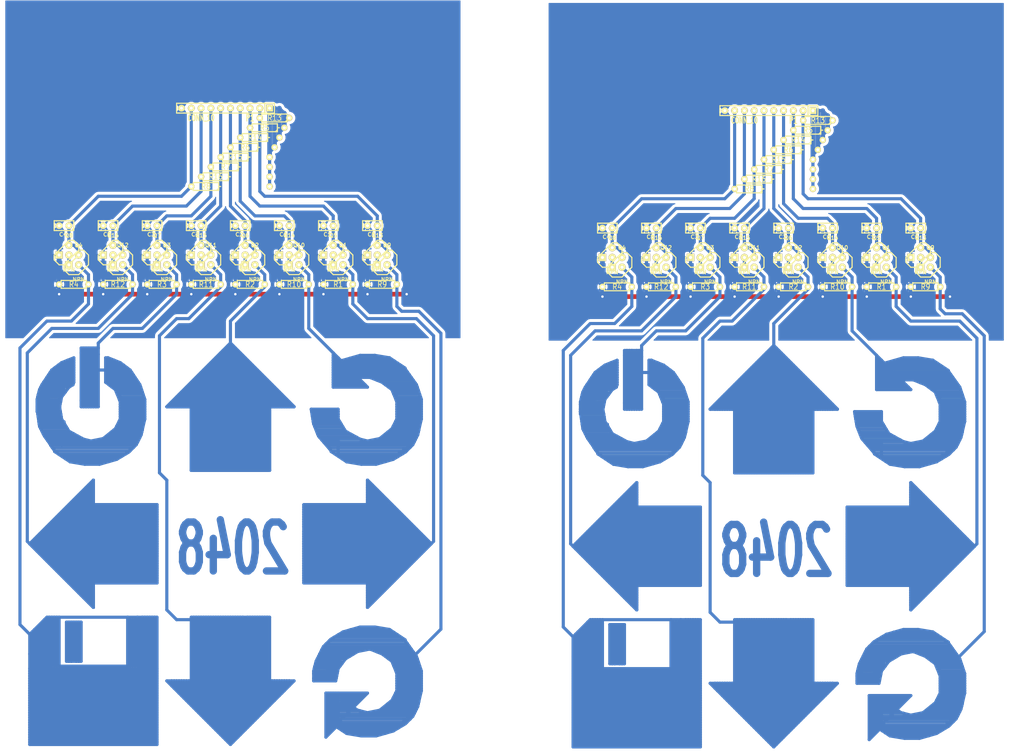
<source format=kicad_pcb>
(kicad_pcb (version 3) (host pcbnew "(2013-03-19 BZR 4004)-stable")
  (layers (15 Dessus.Cu signal) (0 Dessous.Cu signal))
  (net 0 "")
  (net 1 +5V)
  (net 2 GND)
  (net 3 N-0000010)
  (net 4 N-0000011)
  (net 5 N-0000012)
  (net 6 N-0000013)
  (net 7 N-0000014)
  (net 8 N-0000015)
  (net 9 N-0000016)
  (net 10 N-0000017)
  (net 11 N-0000019)
  (net 12 N-000002)
  (net 13 N-0000020)
  (net 14 N-0000021)
  (net 15 N-0000022)
  (net 16 N-0000023)
  (net 17 N-0000024)
  (net 18 N-0000025)
  (net 19 N-0000026)
  (net 20 N-000003)
  (net 21 N-000004)
  (net 22 N-000005)
  (net 23 N-000006)
  (net 24 N-000007)
  (net 25 N-000008)
  (net 26 N-000009)
  (module C1 (layer Dessus.Cu) (at 179.07 67.31 180)
    (fp_text reference C8)
    (fp_text value C hide)
    (pad 1 thru_hole circle (at -1.27 0 180) (size 1.778 1.778) (drill 0.812799) (layers *.Cu *.Mask Dessus.SilkS) (net 9 N-0000016))
    (pad 2 thru_hole circle (at 1.27 0 180) (size 1.778 1.778) (drill 0.812799) (layers *.Cu *.Mask Dessus.SilkS) (net 2 GND))
  )
  (module C1 (layer Dessus.Cu) (at 201.93 67.31 180)
    (fp_text reference C7)
    (fp_text value C hide)
    (pad 1 thru_hole circle (at -1.27 0 180) (size 1.778 1.778) (drill 0.812799) (layers *.Cu *.Mask Dessus.SilkS) (net 13 N-0000020))
    (pad 2 thru_hole circle (at 1.27 0 180) (size 1.778 1.778) (drill 0.812799) (layers *.Cu *.Mask Dessus.SilkS) (net 2 GND))
  )
  (module C1 (layer Dessus.Cu) (at 224.79 67.31 180)
    (fp_text reference C6)
    (fp_text value C hide)
    (pad 1 thru_hole circle (at -1.27 0 180) (size 1.778 1.778) (drill 0.812799) (layers *.Cu *.Mask Dessus.SilkS) (net 23 N-000006))
    (pad 2 thru_hole circle (at 1.27 0 180) (size 1.778 1.778) (drill 0.812799) (layers *.Cu *.Mask Dessus.SilkS) (net 2 GND))
  )
  (module C1 (layer Dessus.Cu) (at 247.65 67.31 180)
    (fp_text reference C5)
    (fp_text value C hide)
    (pad 1 thru_hole circle (at -1.27 0 180) (size 1.778 1.778) (drill 0.812799) (layers *.Cu *.Mask Dessus.SilkS) (net 24 N-000007))
    (pad 2 thru_hole circle (at 1.27 0 180) (size 1.778 1.778) (drill 0.812799) (layers *.Cu *.Mask Dessus.SilkS) (net 2 GND))
  )
  (module C1 (layer Dessus.Cu) (at 167.64 67.31 180)
    (fp_text reference C4)
    (fp_text value C hide)
    (pad 1 thru_hole circle (at -1.27 0 180) (size 1.778 1.778) (drill 0.812799) (layers *.Cu *.Mask Dessus.SilkS) (net 8 N-0000015))
    (pad 2 thru_hole circle (at 1.27 0 180) (size 1.778 1.778) (drill 0.812799) (layers *.Cu *.Mask Dessus.SilkS) (net 2 GND))
  )
  (module C1 (layer Dessus.Cu) (at 190.5 67.31 180)
    (fp_text reference C3)
    (fp_text value C hide)
    (pad 1 thru_hole circle (at -1.27 0 180) (size 1.778 1.778) (drill 0.812799) (layers *.Cu *.Mask Dessus.SilkS) (net 25 N-000008))
    (pad 2 thru_hole circle (at 1.27 0 180) (size 1.778 1.778) (drill 0.812799) (layers *.Cu *.Mask Dessus.SilkS) (net 2 GND))
  )
  (module C1 (layer Dessus.Cu) (at 236.22 67.31 180)
    (fp_text reference C1)
    (fp_text value C hide)
    (pad 1 thru_hole circle (at -1.27 0 180) (size 1.778 1.778) (drill 0.812799) (layers *.Cu *.Mask Dessus.SilkS) (net 17 N-0000024))
    (pad 2 thru_hole circle (at 1.27 0 180) (size 1.778 1.778) (drill 0.812799) (layers *.Cu *.Mask Dessus.SilkS) (net 2 GND))
  )
  (module C1 (layer Dessus.Cu) (at 213.36 67.31 180)
    (fp_text reference C2)
    (fp_text value C hide)
    (pad 1 thru_hole circle (at -1.27 0 180) (size 1.778 1.778) (drill 0.812799) (layers *.Cu *.Mask Dessus.SilkS) (net 14 N-0000021))
    (pad 2 thru_hole circle (at 1.27 0 180) (size 1.778 1.778) (drill 0.812799) (layers *.Cu *.Mask Dessus.SilkS) (net 2 GND))
  )
  (module R3-LARGE_PADS (layer Dessus.Cu) (at 170.18 82.55 180)
    (fp_text reference R4)
    (fp_text value R hide)
    (pad 1 thru_hole circle (at -3.81 0 180) (size 1.651 1.651) (drill 0.812799) (layers *.Cu *.Mask Dessus.SilkS) (net 6 N-0000013))
    (pad 2 thru_hole circle (at 3.81 0 180) (size 1.651 1.651) (drill 0.812799) (layers *.Cu *.Mask Dessus.SilkS) (net 2 GND))
  )
  (module R3-LARGE_PADS (layer Dessus.Cu) (at 204.47 57.15 180)
    (fp_text reference R8)
    (fp_text value R hide)
    (pad 1 thru_hole circle (at -16.51 0 180) (size 1.651 1.651) (drill 0.812799) (layers *.Cu *.Mask Dessus.SilkS) (net 1 +5V))
    (pad 2 thru_hole circle (at 3.81 0 180) (size 1.651 1.651) (drill 0.812799) (layers *.Cu *.Mask Dessus.SilkS) (net 8 N-0000015))
  )
  (module R3-LARGE_PADS (layer Dessus.Cu) (at 193.04 82.55 180)
    (fp_text reference R3)
    (fp_text value R hide)
    (pad 1 thru_hole circle (at -3.81 0 180) (size 1.651 1.651) (drill 0.812799) (layers *.Cu *.Mask Dessus.SilkS) (net 26 N-000009))
    (pad 2 thru_hole circle (at 3.81 0 180) (size 1.651 1.651) (drill 0.812799) (layers *.Cu *.Mask Dessus.SilkS) (net 2 GND))
  )
  (module R3-LARGE_PADS (layer Dessus.Cu) (at 209.55 52.07 180)
    (fp_text reference R7)
    (fp_text value R hide)
    (pad 1 thru_hole circle (at -11.43 0 180) (size 1.651 1.651) (drill 0.812799) (layers *.Cu *.Mask Dessus.SilkS) (net 1 +5V))
    (pad 2 thru_hole circle (at 3.81 0 180) (size 1.651 1.651) (drill 0.812799) (layers *.Cu *.Mask Dessus.SilkS) (net 25 N-000008))
  )
  (module R3-LARGE_PADS (layer Dessus.Cu) (at 215.9 82.55 180)
    (fp_text reference R2)
    (fp_text value R hide)
    (pad 1 thru_hole circle (at -3.81 0 180) (size 1.651 1.651) (drill 0.812799) (layers *.Cu *.Mask Dessus.SilkS) (net 5 N-0000012))
    (pad 2 thru_hole circle (at 3.81 0 180) (size 1.651 1.651) (drill 0.812799) (layers *.Cu *.Mask Dessus.SilkS) (net 2 GND))
  )
  (module R3-LARGE_PADS (layer Dessus.Cu) (at 214.63 46.99 180)
    (fp_text reference R6)
    (fp_text value R hide)
    (pad 1 thru_hole circle (at -7.62 0 180) (size 1.651 1.651) (drill 0.812799) (layers *.Cu *.Mask Dessus.SilkS) (net 1 +5V))
    (pad 2 thru_hole circle (at 3.81 0 180) (size 1.651 1.651) (drill 0.812799) (layers *.Cu *.Mask Dessus.SilkS) (net 14 N-0000021))
  )
  (module R3-LARGE_PADS (layer Dessus.Cu) (at 238.76 82.55 180)
    (fp_text reference R1)
    (fp_text value R hide)
    (pad 1 thru_hole circle (at -3.81 0 180) (size 1.651 1.651) (drill 0.812799) (layers *.Cu *.Mask Dessus.SilkS) (net 16 N-0000023))
    (pad 2 thru_hole circle (at 3.81 0 180) (size 1.651 1.651) (drill 0.812799) (layers *.Cu *.Mask Dessus.SilkS) (net 2 GND))
  )
  (module R3-LARGE_PADS (layer Dessus.Cu) (at 219.71 41.91 180)
    (fp_text reference R5)
    (fp_text value R hide)
    (pad 1 thru_hole circle (at -5.08 0 180) (size 1.651 1.651) (drill 0.812799) (layers *.Cu *.Mask Dessus.SilkS) (net 1 +5V))
    (pad 2 thru_hole circle (at 3.81 0 180) (size 1.651 1.651) (drill 0.812799) (layers *.Cu *.Mask Dessus.SilkS) (net 17 N-0000024))
  )
  (module R3-LARGE_PADS (layer Dessus.Cu) (at 181.61 82.55 180)
    (fp_text reference R12)
    (fp_text value R hide)
    (pad 1 thru_hole circle (at -3.81 0 180) (size 1.651 1.651) (drill 0.812799) (layers *.Cu *.Mask Dessus.SilkS) (net 19 N-0000026))
    (pad 2 thru_hole circle (at 3.81 0 180) (size 1.651 1.651) (drill 0.812799) (layers *.Cu *.Mask Dessus.SilkS) (net 2 GND))
  )
  (module R3-LARGE_PADS (layer Dessus.Cu) (at 207.01 54.61 180)
    (fp_text reference R16)
    (fp_text value R hide)
    (pad 1 thru_hole circle (at -13.97 0 180) (size 1.651 1.651) (drill 0.812799) (layers *.Cu *.Mask Dessus.SilkS) (net 1 +5V))
    (pad 2 thru_hole circle (at 3.81 0 180) (size 1.651 1.651) (drill 0.812799) (layers *.Cu *.Mask Dessus.SilkS) (net 9 N-0000016))
  )
  (module R3-LARGE_PADS (layer Dessus.Cu) (at 250.19 82.55 180)
    (fp_text reference R9)
    (fp_text value R hide)
    (pad 1 thru_hole circle (at -3.81 0 180) (size 1.651 1.651) (drill 0.812799) (layers *.Cu *.Mask Dessus.SilkS) (net 22 N-000005))
    (pad 2 thru_hole circle (at 3.81 0 180) (size 1.651 1.651) (drill 0.812799) (layers *.Cu *.Mask Dessus.SilkS) (net 2 GND))
  )
  (module R3-LARGE_PADS (layer Dessus.Cu) (at 222.25 39.37 180)
    (fp_text reference R13)
    (fp_text value R hide)
    (pad 1 thru_hole circle (at -3.81 0 180) (size 1.651 1.651) (drill 0.812799) (layers *.Cu *.Mask Dessus.SilkS) (net 1 +5V))
    (pad 2 thru_hole circle (at 3.81 0 180) (size 1.651 1.651) (drill 0.812799) (layers *.Cu *.Mask Dessus.SilkS) (net 24 N-000007))
  )
  (module R3-LARGE_PADS (layer Dessus.Cu) (at 227.33 82.55 180)
    (fp_text reference R10)
    (fp_text value R hide)
    (pad 1 thru_hole circle (at -3.81 0 180) (size 1.651 1.651) (drill 0.812799) (layers *.Cu *.Mask Dessus.SilkS) (net 20 N-000003))
    (pad 2 thru_hole circle (at 3.81 0 180) (size 1.651 1.651) (drill 0.812799) (layers *.Cu *.Mask Dessus.SilkS) (net 2 GND))
  )
  (module R3-LARGE_PADS (layer Dessus.Cu) (at 212.09 49.53 180)
    (fp_text reference R15)
    (fp_text value R hide)
    (pad 1 thru_hole circle (at -8.89 0 180) (size 1.651 1.651) (drill 0.812799) (layers *.Cu *.Mask Dessus.SilkS) (net 1 +5V))
    (pad 2 thru_hole circle (at 3.81 0 180) (size 1.651 1.651) (drill 0.812799) (layers *.Cu *.Mask Dessus.SilkS) (net 13 N-0000020))
  )
  (module R3-LARGE_PADS (layer Dessus.Cu) (at 204.47 82.55 180)
    (fp_text reference R11)
    (fp_text value R hide)
    (pad 1 thru_hole circle (at -3.81 0 180) (size 1.651 1.651) (drill 0.812799) (layers *.Cu *.Mask Dessus.SilkS) (net 11 N-0000019))
    (pad 2 thru_hole circle (at 3.81 0 180) (size 1.651 1.651) (drill 0.812799) (layers *.Cu *.Mask Dessus.SilkS) (net 2 GND))
  )
  (module R3-LARGE_PADS (layer Dessus.Cu) (at 217.17 44.45 180)
    (fp_text reference R14)
    (fp_text value R hide)
    (pad 1 thru_hole circle (at -6.35 0 180) (size 1.651 1.651) (drill 0.812799) (layers *.Cu *.Mask Dessus.SilkS) (net 1 +5V))
    (pad 2 thru_hole circle (at 3.81 0 180) (size 1.651 1.651) (drill 0.812799) (layers *.Cu *.Mask Dessus.SilkS) (net 23 N-000006))
  )
  (module SIL-10 (layer Dessus.Cu) (at 209.55 36.83 180)
    (fp_text reference P1)
    (fp_text value CONN_10)
    (pad 1 thru_hole rect (at -11.43 0 180) (size 1.778 1.778) (drill 0.812799) (layers *.Cu *.Mask Dessus.SilkS) (net 1 +5V))
    (pad 2 thru_hole circle (at -8.89 0 180) (size 1.778 1.778) (drill 0.812799) (layers *.Cu *.Mask Dessus.SilkS) (net 24 N-000007))
    (pad 3 thru_hole circle (at -6.35 0 180) (size 1.778 1.778) (drill 0.812799) (layers *.Cu *.Mask Dessus.SilkS) (net 17 N-0000024))
    (pad 4 thru_hole circle (at -3.81 0 180) (size 1.778 1.778) (drill 0.812799) (layers *.Cu *.Mask Dessus.SilkS) (net 23 N-000006))
    (pad 5 thru_hole circle (at -1.27 0 180) (size 1.778 1.778) (drill 0.812799) (layers *.Cu *.Mask Dessus.SilkS) (net 14 N-0000021))
    (pad 6 thru_hole circle (at 1.27 0 180) (size 1.778 1.778) (drill 0.812799) (layers *.Cu *.Mask Dessus.SilkS) (net 13 N-0000020))
    (pad 7 thru_hole circle (at 3.81 0 180) (size 1.778 1.778) (drill 0.812799) (layers *.Cu *.Mask Dessus.SilkS) (net 25 N-000008))
    (pad 8 thru_hole circle (at 6.35 0 180) (size 1.778 1.778) (drill 0.812799) (layers *.Cu *.Mask Dessus.SilkS) (net 9 N-0000016))
    (pad 9 thru_hole circle (at 8.89 0 180) (size 1.778 1.778) (drill 0.812799) (layers *.Cu *.Mask Dessus.SilkS) (net 8 N-0000015))
    (pad 10 thru_hole circle (at 11.43 0 180) (size 1.778 1.778) (drill 0.812799) (layers *.Cu *.Mask Dessus.SilkS) (net 2 GND))
  )
  (module TO92 (layer Dessus.Cu) (at 170.18 76.2 180)
    (fp_text reference Q4)
    (fp_text value NPN)
    (pad 1 thru_hole rect (at 1.27 -1.27 180) (size 1.905 1.905) (drill 0.812799) (layers *.Cu *.Mask Dessus.SilkS) (net 7 N-0000014))
    (pad 2 thru_hole circle (at -1.27 -1.27 180) (size 1.905 1.905) (drill 0.812799) (layers *.Cu *.Mask Dessus.SilkS) (net 6 N-0000013))
    (pad 3 thru_hole circle (at -1.27 1.27 180) (size 1.905 1.905) (drill 0.812799) (layers *.Cu *.Mask Dessus.SilkS) (net 8 N-0000015))
  )
  (module TO92 (layer Dessus.Cu) (at 167.64 73.66 180)
    (fp_text reference Q8)
    (fp_text value NPN)
    (pad 1 thru_hole rect (at 1.27 -1.27 180) (size 1.905 1.905) (drill 0.812799) (layers *.Cu *.Mask Dessus.SilkS) (net 2 GND))
    (pad 2 thru_hole circle (at -1.27 -1.27 180) (size 1.905 1.905) (drill 0.812799) (layers *.Cu *.Mask Dessus.SilkS) (net 7 N-0000014))
    (pad 3 thru_hole circle (at -1.27 1.27 180) (size 1.905 1.905) (drill 0.812799) (layers *.Cu *.Mask Dessus.SilkS) (net 8 N-0000015))
  )
  (module TO92 (layer Dessus.Cu) (at 201.93 73.66 180)
    (fp_text reference Q15)
    (fp_text value NPN)
    (pad 1 thru_hole rect (at 1.27 -1.27 180) (size 1.905 1.905) (drill 0.812799) (layers *.Cu *.Mask Dessus.SilkS) (net 2 GND))
    (pad 2 thru_hole circle (at -1.27 -1.27 180) (size 1.905 1.905) (drill 0.812799) (layers *.Cu *.Mask Dessus.SilkS) (net 10 N-0000017))
    (pad 3 thru_hole circle (at -1.27 1.27 180) (size 1.905 1.905) (drill 0.812799) (layers *.Cu *.Mask Dessus.SilkS) (net 13 N-0000020))
  )
  (module TO92 (layer Dessus.Cu) (at 193.04 76.2 180)
    (fp_text reference Q3)
    (fp_text value NPN)
    (pad 1 thru_hole rect (at 1.27 -1.27 180) (size 1.905 1.905) (drill 0.812799) (layers *.Cu *.Mask Dessus.SilkS) (net 3 N-0000010))
    (pad 2 thru_hole circle (at -1.27 -1.27 180) (size 1.905 1.905) (drill 0.812799) (layers *.Cu *.Mask Dessus.SilkS) (net 26 N-000009))
    (pad 3 thru_hole circle (at -1.27 1.27 180) (size 1.905 1.905) (drill 0.812799) (layers *.Cu *.Mask Dessus.SilkS) (net 25 N-000008))
  )
  (module TO92 (layer Dessus.Cu) (at 190.5 73.66 180)
    (fp_text reference Q7)
    (fp_text value NPN)
    (pad 1 thru_hole rect (at 1.27 -1.27 180) (size 1.905 1.905) (drill 0.812799) (layers *.Cu *.Mask Dessus.SilkS) (net 2 GND))
    (pad 2 thru_hole circle (at -1.27 -1.27 180) (size 1.905 1.905) (drill 0.812799) (layers *.Cu *.Mask Dessus.SilkS) (net 3 N-0000010))
    (pad 3 thru_hole circle (at -1.27 1.27 180) (size 1.905 1.905) (drill 0.812799) (layers *.Cu *.Mask Dessus.SilkS) (net 25 N-000008))
  )
  (module TO92 (layer Dessus.Cu) (at 247.65 73.66 180)
    (fp_text reference Q13)
    (fp_text value NPN)
    (pad 1 thru_hole rect (at 1.27 -1.27 180) (size 1.905 1.905) (drill 0.812799) (layers *.Cu *.Mask Dessus.SilkS) (net 2 GND))
    (pad 2 thru_hole circle (at -1.27 -1.27 180) (size 1.905 1.905) (drill 0.812799) (layers *.Cu *.Mask Dessus.SilkS) (net 12 N-000002))
    (pad 3 thru_hole circle (at -1.27 1.27 180) (size 1.905 1.905) (drill 0.812799) (layers *.Cu *.Mask Dessus.SilkS) (net 24 N-000007))
  )
  (module TO92 (layer Dessus.Cu) (at 250.19 76.2 180)
    (fp_text reference Q9)
    (fp_text value NPN)
    (pad 1 thru_hole rect (at 1.27 -1.27 180) (size 1.905 1.905) (drill 0.812799) (layers *.Cu *.Mask Dessus.SilkS) (net 12 N-000002))
    (pad 2 thru_hole circle (at -1.27 -1.27 180) (size 1.905 1.905) (drill 0.812799) (layers *.Cu *.Mask Dessus.SilkS) (net 22 N-000005))
    (pad 3 thru_hole circle (at -1.27 1.27 180) (size 1.905 1.905) (drill 0.812799) (layers *.Cu *.Mask Dessus.SilkS) (net 24 N-000007))
  )
  (module TO92 (layer Dessus.Cu) (at 213.36 73.66 180)
    (fp_text reference Q6)
    (fp_text value NPN)
    (pad 1 thru_hole rect (at 1.27 -1.27 180) (size 1.905 1.905) (drill 0.812799) (layers *.Cu *.Mask Dessus.SilkS) (net 2 GND))
    (pad 2 thru_hole circle (at -1.27 -1.27 180) (size 1.905 1.905) (drill 0.812799) (layers *.Cu *.Mask Dessus.SilkS) (net 4 N-0000011))
    (pad 3 thru_hole circle (at -1.27 1.27 180) (size 1.905 1.905) (drill 0.812799) (layers *.Cu *.Mask Dessus.SilkS) (net 14 N-0000021))
  )
  (module TO92 (layer Dessus.Cu) (at 204.47 76.2 180)
    (fp_text reference Q11)
    (fp_text value NPN)
    (pad 1 thru_hole rect (at 1.27 -1.27 180) (size 1.905 1.905) (drill 0.812799) (layers *.Cu *.Mask Dessus.SilkS) (net 10 N-0000017))
    (pad 2 thru_hole circle (at -1.27 -1.27 180) (size 1.905 1.905) (drill 0.812799) (layers *.Cu *.Mask Dessus.SilkS) (net 11 N-0000019))
    (pad 3 thru_hole circle (at -1.27 1.27 180) (size 1.905 1.905) (drill 0.812799) (layers *.Cu *.Mask Dessus.SilkS) (net 13 N-0000020))
  )
  (module TO92 (layer Dessus.Cu) (at 238.76 76.2 180)
    (fp_text reference Q1)
    (fp_text value NPN)
    (pad 1 thru_hole rect (at 1.27 -1.27 180) (size 1.905 1.905) (drill 0.812799) (layers *.Cu *.Mask Dessus.SilkS) (net 15 N-0000022))
    (pad 2 thru_hole circle (at -1.27 -1.27 180) (size 1.905 1.905) (drill 0.812799) (layers *.Cu *.Mask Dessus.SilkS) (net 16 N-0000023))
    (pad 3 thru_hole circle (at -1.27 1.27 180) (size 1.905 1.905) (drill 0.812799) (layers *.Cu *.Mask Dessus.SilkS) (net 17 N-0000024))
  )
  (module TO92 (layer Dessus.Cu) (at 236.22 73.66 180)
    (fp_text reference Q5)
    (fp_text value NPN)
    (pad 1 thru_hole rect (at 1.27 -1.27 180) (size 1.905 1.905) (drill 0.812799) (layers *.Cu *.Mask Dessus.SilkS) (net 2 GND))
    (pad 2 thru_hole circle (at -1.27 -1.27 180) (size 1.905 1.905) (drill 0.812799) (layers *.Cu *.Mask Dessus.SilkS) (net 15 N-0000022))
    (pad 3 thru_hole circle (at -1.27 1.27 180) (size 1.905 1.905) (drill 0.812799) (layers *.Cu *.Mask Dessus.SilkS) (net 17 N-0000024))
  )
  (module TO92 (layer Dessus.Cu) (at 224.79 73.66 180)
    (fp_text reference Q14)
    (fp_text value NPN)
    (pad 1 thru_hole rect (at 1.27 -1.27 180) (size 1.905 1.905) (drill 0.812799) (layers *.Cu *.Mask Dessus.SilkS) (net 2 GND))
    (pad 2 thru_hole circle (at -1.27 -1.27 180) (size 1.905 1.905) (drill 0.812799) (layers *.Cu *.Mask Dessus.SilkS) (net 21 N-000004))
    (pad 3 thru_hole circle (at -1.27 1.27 180) (size 1.905 1.905) (drill 0.812799) (layers *.Cu *.Mask Dessus.SilkS) (net 23 N-000006))
  )
  (module TO92 (layer Dessus.Cu) (at 227.33 76.2 180)
    (fp_text reference Q10)
    (fp_text value NPN)
    (pad 1 thru_hole rect (at 1.27 -1.27 180) (size 1.905 1.905) (drill 0.812799) (layers *.Cu *.Mask Dessus.SilkS) (net 21 N-000004))
    (pad 2 thru_hole circle (at -1.27 -1.27 180) (size 1.905 1.905) (drill 0.812799) (layers *.Cu *.Mask Dessus.SilkS) (net 20 N-000003))
    (pad 3 thru_hole circle (at -1.27 1.27 180) (size 1.905 1.905) (drill 0.812799) (layers *.Cu *.Mask Dessus.SilkS) (net 23 N-000006))
  )
  (module TO92 (layer Dessus.Cu) (at 181.61 76.2 180)
    (fp_text reference Q12)
    (fp_text value NPN)
    (pad 1 thru_hole rect (at 1.27 -1.27 180) (size 1.905 1.905) (drill 0.812799) (layers *.Cu *.Mask Dessus.SilkS) (net 18 N-0000025))
    (pad 2 thru_hole circle (at -1.27 -1.27 180) (size 1.905 1.905) (drill 0.812799) (layers *.Cu *.Mask Dessus.SilkS) (net 19 N-0000026))
    (pad 3 thru_hole circle (at -1.27 1.27 180) (size 1.905 1.905) (drill 0.812799) (layers *.Cu *.Mask Dessus.SilkS) (net 9 N-0000016))
  )
  (module TO92 (layer Dessus.Cu) (at 179.07 73.66 180)
    (fp_text reference Q16)
    (fp_text value NPN)
    (pad 1 thru_hole rect (at 1.27 -1.27 180) (size 1.905 1.905) (drill 0.812799) (layers *.Cu *.Mask Dessus.SilkS) (net 2 GND))
    (pad 2 thru_hole circle (at -1.27 -1.27 180) (size 1.905 1.905) (drill 0.812799) (layers *.Cu *.Mask Dessus.SilkS) (net 18 N-0000025))
    (pad 3 thru_hole circle (at -1.27 1.27 180) (size 1.905 1.905) (drill 0.812799) (layers *.Cu *.Mask Dessus.SilkS) (net 9 N-0000016))
  )
  (module TO92 (layer Dessus.Cu) (at 215.9 76.2 180)
    (fp_text reference Q2)
    (fp_text value NPN)
    (pad 1 thru_hole rect (at 1.27 -1.27 180) (size 1.905 1.905) (drill 0.812799) (layers *.Cu *.Mask Dessus.SilkS) (net 4 N-0000011))
    (pad 2 thru_hole circle (at -1.27 -1.27 180) (size 1.905 1.905) (drill 0.812799) (layers *.Cu *.Mask Dessus.SilkS) (net 5 N-0000012))
    (pad 3 thru_hole circle (at -1.27 1.27 180) (size 1.905 1.905) (drill 0.812799) (layers *.Cu *.Mask Dessus.SilkS) (net 14 N-0000021))
  )
  (module TO92 (layer Dessus.Cu) (at 74.93 75.565 180)
    (fp_text reference Q2)
    (fp_text value NPN)
    (pad 1 thru_hole rect (at 1.27 -1.27 180) (size 1.905 1.905) (drill 0.812799) (layers *.Cu *.Mask Dessus.SilkS) (net 4 N-0000011))
    (pad 2 thru_hole circle (at -1.27 -1.27 180) (size 1.905 1.905) (drill 0.812799) (layers *.Cu *.Mask Dessus.SilkS) (net 5 N-0000012))
    (pad 3 thru_hole circle (at -1.27 1.27 180) (size 1.905 1.905) (drill 0.812799) (layers *.Cu *.Mask Dessus.SilkS) (net 14 N-0000021))
  )
  (module TO92 (layer Dessus.Cu) (at 38.1 73.025 180)
    (fp_text reference Q16)
    (fp_text value NPN)
    (pad 1 thru_hole rect (at 1.27 -1.27 180) (size 1.905 1.905) (drill 0.812799) (layers *.Cu *.Mask Dessus.SilkS) (net 2 GND))
    (pad 2 thru_hole circle (at -1.27 -1.27 180) (size 1.905 1.905) (drill 0.812799) (layers *.Cu *.Mask Dessus.SilkS) (net 18 N-0000025))
    (pad 3 thru_hole circle (at -1.27 1.27 180) (size 1.905 1.905) (drill 0.812799) (layers *.Cu *.Mask Dessus.SilkS) (net 9 N-0000016))
  )
  (module TO92 (layer Dessus.Cu) (at 40.64 75.565 180)
    (fp_text reference Q12)
    (fp_text value NPN)
    (pad 1 thru_hole rect (at 1.27 -1.27 180) (size 1.905 1.905) (drill 0.812799) (layers *.Cu *.Mask Dessus.SilkS) (net 18 N-0000025))
    (pad 2 thru_hole circle (at -1.27 -1.27 180) (size 1.905 1.905) (drill 0.812799) (layers *.Cu *.Mask Dessus.SilkS) (net 19 N-0000026))
    (pad 3 thru_hole circle (at -1.27 1.27 180) (size 1.905 1.905) (drill 0.812799) (layers *.Cu *.Mask Dessus.SilkS) (net 9 N-0000016))
  )
  (module TO92 (layer Dessus.Cu) (at 86.36 75.565 180)
    (fp_text reference Q10)
    (fp_text value NPN)
    (pad 1 thru_hole rect (at 1.27 -1.27 180) (size 1.905 1.905) (drill 0.812799) (layers *.Cu *.Mask Dessus.SilkS) (net 21 N-000004))
    (pad 2 thru_hole circle (at -1.27 -1.27 180) (size 1.905 1.905) (drill 0.812799) (layers *.Cu *.Mask Dessus.SilkS) (net 20 N-000003))
    (pad 3 thru_hole circle (at -1.27 1.27 180) (size 1.905 1.905) (drill 0.812799) (layers *.Cu *.Mask Dessus.SilkS) (net 23 N-000006))
  )
  (module TO92 (layer Dessus.Cu) (at 83.82 73.025 180)
    (fp_text reference Q14)
    (fp_text value NPN)
    (pad 1 thru_hole rect (at 1.27 -1.27 180) (size 1.905 1.905) (drill 0.812799) (layers *.Cu *.Mask Dessus.SilkS) (net 2 GND))
    (pad 2 thru_hole circle (at -1.27 -1.27 180) (size 1.905 1.905) (drill 0.812799) (layers *.Cu *.Mask Dessus.SilkS) (net 21 N-000004))
    (pad 3 thru_hole circle (at -1.27 1.27 180) (size 1.905 1.905) (drill 0.812799) (layers *.Cu *.Mask Dessus.SilkS) (net 23 N-000006))
  )
  (module TO92 (layer Dessus.Cu) (at 95.25 73.025 180)
    (fp_text reference Q5)
    (fp_text value NPN)
    (pad 1 thru_hole rect (at 1.27 -1.27 180) (size 1.905 1.905) (drill 0.812799) (layers *.Cu *.Mask Dessus.SilkS) (net 2 GND))
    (pad 2 thru_hole circle (at -1.27 -1.27 180) (size 1.905 1.905) (drill 0.812799) (layers *.Cu *.Mask Dessus.SilkS) (net 15 N-0000022))
    (pad 3 thru_hole circle (at -1.27 1.27 180) (size 1.905 1.905) (drill 0.812799) (layers *.Cu *.Mask Dessus.SilkS) (net 17 N-0000024))
  )
  (module TO92 (layer Dessus.Cu) (at 97.79 75.565 180)
    (fp_text reference Q1)
    (fp_text value NPN)
    (pad 1 thru_hole rect (at 1.27 -1.27 180) (size 1.905 1.905) (drill 0.812799) (layers *.Cu *.Mask Dessus.SilkS) (net 15 N-0000022))
    (pad 2 thru_hole circle (at -1.27 -1.27 180) (size 1.905 1.905) (drill 0.812799) (layers *.Cu *.Mask Dessus.SilkS) (net 16 N-0000023))
    (pad 3 thru_hole circle (at -1.27 1.27 180) (size 1.905 1.905) (drill 0.812799) (layers *.Cu *.Mask Dessus.SilkS) (net 17 N-0000024))
  )
  (module TO92 (layer Dessus.Cu) (at 63.5 75.565 180)
    (fp_text reference Q11)
    (fp_text value NPN)
    (pad 1 thru_hole rect (at 1.27 -1.27 180) (size 1.905 1.905) (drill 0.812799) (layers *.Cu *.Mask Dessus.SilkS) (net 10 N-0000017))
    (pad 2 thru_hole circle (at -1.27 -1.27 180) (size 1.905 1.905) (drill 0.812799) (layers *.Cu *.Mask Dessus.SilkS) (net 11 N-0000019))
    (pad 3 thru_hole circle (at -1.27 1.27 180) (size 1.905 1.905) (drill 0.812799) (layers *.Cu *.Mask Dessus.SilkS) (net 13 N-0000020))
  )
  (module TO92 (layer Dessus.Cu) (at 72.39 73.025 180)
    (fp_text reference Q6)
    (fp_text value NPN)
    (pad 1 thru_hole rect (at 1.27 -1.27 180) (size 1.905 1.905) (drill 0.812799) (layers *.Cu *.Mask Dessus.SilkS) (net 2 GND))
    (pad 2 thru_hole circle (at -1.27 -1.27 180) (size 1.905 1.905) (drill 0.812799) (layers *.Cu *.Mask Dessus.SilkS) (net 4 N-0000011))
    (pad 3 thru_hole circle (at -1.27 1.27 180) (size 1.905 1.905) (drill 0.812799) (layers *.Cu *.Mask Dessus.SilkS) (net 14 N-0000021))
  )
  (module TO92 (layer Dessus.Cu) (at 109.22 75.565 180)
    (fp_text reference Q9)
    (fp_text value NPN)
    (pad 1 thru_hole rect (at 1.27 -1.27 180) (size 1.905 1.905) (drill 0.812799) (layers *.Cu *.Mask Dessus.SilkS) (net 12 N-000002))
    (pad 2 thru_hole circle (at -1.27 -1.27 180) (size 1.905 1.905) (drill 0.812799) (layers *.Cu *.Mask Dessus.SilkS) (net 22 N-000005))
    (pad 3 thru_hole circle (at -1.27 1.27 180) (size 1.905 1.905) (drill 0.812799) (layers *.Cu *.Mask Dessus.SilkS) (net 24 N-000007))
  )
  (module TO92 (layer Dessus.Cu) (at 106.68 73.025 180)
    (fp_text reference Q13)
    (fp_text value NPN)
    (pad 1 thru_hole rect (at 1.27 -1.27 180) (size 1.905 1.905) (drill 0.812799) (layers *.Cu *.Mask Dessus.SilkS) (net 2 GND))
    (pad 2 thru_hole circle (at -1.27 -1.27 180) (size 1.905 1.905) (drill 0.812799) (layers *.Cu *.Mask Dessus.SilkS) (net 12 N-000002))
    (pad 3 thru_hole circle (at -1.27 1.27 180) (size 1.905 1.905) (drill 0.812799) (layers *.Cu *.Mask Dessus.SilkS) (net 24 N-000007))
  )
  (module TO92 (layer Dessus.Cu) (at 49.53 73.025 180)
    (fp_text reference Q7)
    (fp_text value NPN)
    (pad 1 thru_hole rect (at 1.27 -1.27 180) (size 1.905 1.905) (drill 0.812799) (layers *.Cu *.Mask Dessus.SilkS) (net 2 GND))
    (pad 2 thru_hole circle (at -1.27 -1.27 180) (size 1.905 1.905) (drill 0.812799) (layers *.Cu *.Mask Dessus.SilkS) (net 3 N-0000010))
    (pad 3 thru_hole circle (at -1.27 1.27 180) (size 1.905 1.905) (drill 0.812799) (layers *.Cu *.Mask Dessus.SilkS) (net 25 N-000008))
  )
  (module TO92 (layer Dessus.Cu) (at 52.07 75.565 180)
    (fp_text reference Q3)
    (fp_text value NPN)
    (pad 1 thru_hole rect (at 1.27 -1.27 180) (size 1.905 1.905) (drill 0.812799) (layers *.Cu *.Mask Dessus.SilkS) (net 3 N-0000010))
    (pad 2 thru_hole circle (at -1.27 -1.27 180) (size 1.905 1.905) (drill 0.812799) (layers *.Cu *.Mask Dessus.SilkS) (net 26 N-000009))
    (pad 3 thru_hole circle (at -1.27 1.27 180) (size 1.905 1.905) (drill 0.812799) (layers *.Cu *.Mask Dessus.SilkS) (net 25 N-000008))
  )
  (module TO92 (layer Dessus.Cu) (at 60.96 73.025 180)
    (fp_text reference Q15)
    (fp_text value NPN)
    (pad 1 thru_hole rect (at 1.27 -1.27 180) (size 1.905 1.905) (drill 0.812799) (layers *.Cu *.Mask Dessus.SilkS) (net 2 GND))
    (pad 2 thru_hole circle (at -1.27 -1.27 180) (size 1.905 1.905) (drill 0.812799) (layers *.Cu *.Mask Dessus.SilkS) (net 10 N-0000017))
    (pad 3 thru_hole circle (at -1.27 1.27 180) (size 1.905 1.905) (drill 0.812799) (layers *.Cu *.Mask Dessus.SilkS) (net 13 N-0000020))
  )
  (module TO92 (layer Dessus.Cu) (at 26.67 73.025 180)
    (fp_text reference Q8)
    (fp_text value NPN)
    (pad 1 thru_hole rect (at 1.27 -1.27 180) (size 1.905 1.905) (drill 0.812799) (layers *.Cu *.Mask Dessus.SilkS) (net 2 GND))
    (pad 2 thru_hole circle (at -1.27 -1.27 180) (size 1.905 1.905) (drill 0.812799) (layers *.Cu *.Mask Dessus.SilkS) (net 7 N-0000014))
    (pad 3 thru_hole circle (at -1.27 1.27 180) (size 1.905 1.905) (drill 0.812799) (layers *.Cu *.Mask Dessus.SilkS) (net 8 N-0000015))
  )
  (module TO92 (layer Dessus.Cu) (at 29.21 75.565 180)
    (fp_text reference Q4)
    (fp_text value NPN)
    (pad 1 thru_hole rect (at 1.27 -1.27 180) (size 1.905 1.905) (drill 0.812799) (layers *.Cu *.Mask Dessus.SilkS) (net 7 N-0000014))
    (pad 2 thru_hole circle (at -1.27 -1.27 180) (size 1.905 1.905) (drill 0.812799) (layers *.Cu *.Mask Dessus.SilkS) (net 6 N-0000013))
    (pad 3 thru_hole circle (at -1.27 1.27 180) (size 1.905 1.905) (drill 0.812799) (layers *.Cu *.Mask Dessus.SilkS) (net 8 N-0000015))
  )
  (module SIL-10 (layer Dessus.Cu) (at 68.58 36.195 180)
    (fp_text reference P1)
    (fp_text value CONN_10)
    (pad 1 thru_hole rect (at -11.43 0 180) (size 1.778 1.778) (drill 0.812799) (layers *.Cu *.Mask Dessus.SilkS) (net 1 +5V))
    (pad 2 thru_hole circle (at -8.89 0 180) (size 1.778 1.778) (drill 0.812799) (layers *.Cu *.Mask Dessus.SilkS) (net 24 N-000007))
    (pad 3 thru_hole circle (at -6.35 0 180) (size 1.778 1.778) (drill 0.812799) (layers *.Cu *.Mask Dessus.SilkS) (net 17 N-0000024))
    (pad 4 thru_hole circle (at -3.81 0 180) (size 1.778 1.778) (drill 0.812799) (layers *.Cu *.Mask Dessus.SilkS) (net 23 N-000006))
    (pad 5 thru_hole circle (at -1.27 0 180) (size 1.778 1.778) (drill 0.812799) (layers *.Cu *.Mask Dessus.SilkS) (net 14 N-0000021))
    (pad 6 thru_hole circle (at 1.27 0 180) (size 1.778 1.778) (drill 0.812799) (layers *.Cu *.Mask Dessus.SilkS) (net 13 N-0000020))
    (pad 7 thru_hole circle (at 3.81 0 180) (size 1.778 1.778) (drill 0.812799) (layers *.Cu *.Mask Dessus.SilkS) (net 25 N-000008))
    (pad 8 thru_hole circle (at 6.35 0 180) (size 1.778 1.778) (drill 0.812799) (layers *.Cu *.Mask Dessus.SilkS) (net 9 N-0000016))
    (pad 9 thru_hole circle (at 8.89 0 180) (size 1.778 1.778) (drill 0.812799) (layers *.Cu *.Mask Dessus.SilkS) (net 8 N-0000015))
    (pad 10 thru_hole circle (at 11.43 0 180) (size 1.778 1.778) (drill 0.812799) (layers *.Cu *.Mask Dessus.SilkS) (net 2 GND))
  )
  (module R3-LARGE_PADS (layer Dessus.Cu) (at 76.2 43.815 180)
    (fp_text reference R14)
    (fp_text value R hide)
    (pad 1 thru_hole circle (at -6.35 0 180) (size 1.651 1.651) (drill 0.812799) (layers *.Cu *.Mask Dessus.SilkS) (net 1 +5V))
    (pad 2 thru_hole circle (at 3.81 0 180) (size 1.651 1.651) (drill 0.812799) (layers *.Cu *.Mask Dessus.SilkS) (net 23 N-000006))
  )
  (module R3-LARGE_PADS (layer Dessus.Cu) (at 63.5 81.915 180)
    (fp_text reference R11)
    (fp_text value R hide)
    (pad 1 thru_hole circle (at -3.81 0 180) (size 1.651 1.651) (drill 0.812799) (layers *.Cu *.Mask Dessus.SilkS) (net 11 N-0000019))
    (pad 2 thru_hole circle (at 3.81 0 180) (size 1.651 1.651) (drill 0.812799) (layers *.Cu *.Mask Dessus.SilkS) (net 2 GND))
  )
  (module R3-LARGE_PADS (layer Dessus.Cu) (at 71.12 48.895 180)
    (fp_text reference R15)
    (fp_text value R hide)
    (pad 1 thru_hole circle (at -8.89 0 180) (size 1.651 1.651) (drill 0.812799) (layers *.Cu *.Mask Dessus.SilkS) (net 1 +5V))
    (pad 2 thru_hole circle (at 3.81 0 180) (size 1.651 1.651) (drill 0.812799) (layers *.Cu *.Mask Dessus.SilkS) (net 13 N-0000020))
  )
  (module R3-LARGE_PADS (layer Dessus.Cu) (at 86.36 81.915 180)
    (fp_text reference R10)
    (fp_text value R hide)
    (pad 1 thru_hole circle (at -3.81 0 180) (size 1.651 1.651) (drill 0.812799) (layers *.Cu *.Mask Dessus.SilkS) (net 20 N-000003))
    (pad 2 thru_hole circle (at 3.81 0 180) (size 1.651 1.651) (drill 0.812799) (layers *.Cu *.Mask Dessus.SilkS) (net 2 GND))
  )
  (module R3-LARGE_PADS (layer Dessus.Cu) (at 81.28 38.735 180)
    (fp_text reference R13)
    (fp_text value R hide)
    (pad 1 thru_hole circle (at -3.81 0 180) (size 1.651 1.651) (drill 0.812799) (layers *.Cu *.Mask Dessus.SilkS) (net 1 +5V))
    (pad 2 thru_hole circle (at 3.81 0 180) (size 1.651 1.651) (drill 0.812799) (layers *.Cu *.Mask Dessus.SilkS) (net 24 N-000007))
  )
  (module R3-LARGE_PADS (layer Dessus.Cu) (at 109.22 81.915 180)
    (fp_text reference R9)
    (fp_text value R hide)
    (pad 1 thru_hole circle (at -3.81 0 180) (size 1.651 1.651) (drill 0.812799) (layers *.Cu *.Mask Dessus.SilkS) (net 22 N-000005))
    (pad 2 thru_hole circle (at 3.81 0 180) (size 1.651 1.651) (drill 0.812799) (layers *.Cu *.Mask Dessus.SilkS) (net 2 GND))
  )
  (module R3-LARGE_PADS (layer Dessus.Cu) (at 66.04 53.975 180)
    (fp_text reference R16)
    (fp_text value R hide)
    (pad 1 thru_hole circle (at -13.97 0 180) (size 1.651 1.651) (drill 0.812799) (layers *.Cu *.Mask Dessus.SilkS) (net 1 +5V))
    (pad 2 thru_hole circle (at 3.81 0 180) (size 1.651 1.651) (drill 0.812799) (layers *.Cu *.Mask Dessus.SilkS) (net 9 N-0000016))
  )
  (module R3-LARGE_PADS (layer Dessus.Cu) (at 40.64 81.915 180)
    (fp_text reference R12)
    (fp_text value R hide)
    (pad 1 thru_hole circle (at -3.81 0 180) (size 1.651 1.651) (drill 0.812799) (layers *.Cu *.Mask Dessus.SilkS) (net 19 N-0000026))
    (pad 2 thru_hole circle (at 3.81 0 180) (size 1.651 1.651) (drill 0.812799) (layers *.Cu *.Mask Dessus.SilkS) (net 2 GND))
  )
  (module R3-LARGE_PADS (layer Dessus.Cu) (at 78.74 41.275 180)
    (fp_text reference R5)
    (fp_text value R hide)
    (pad 1 thru_hole circle (at -5.08 0 180) (size 1.651 1.651) (drill 0.812799) (layers *.Cu *.Mask Dessus.SilkS) (net 1 +5V))
    (pad 2 thru_hole circle (at 3.81 0 180) (size 1.651 1.651) (drill 0.812799) (layers *.Cu *.Mask Dessus.SilkS) (net 17 N-0000024))
  )
  (module R3-LARGE_PADS (layer Dessus.Cu) (at 97.79 81.915 180)
    (fp_text reference R1)
    (fp_text value R hide)
    (pad 1 thru_hole circle (at -3.81 0 180) (size 1.651 1.651) (drill 0.812799) (layers *.Cu *.Mask Dessus.SilkS) (net 16 N-0000023))
    (pad 2 thru_hole circle (at 3.81 0 180) (size 1.651 1.651) (drill 0.812799) (layers *.Cu *.Mask Dessus.SilkS) (net 2 GND))
  )
  (module R3-LARGE_PADS (layer Dessus.Cu) (at 73.66 46.355 180)
    (fp_text reference R6)
    (fp_text value R hide)
    (pad 1 thru_hole circle (at -7.62 0 180) (size 1.651 1.651) (drill 0.812799) (layers *.Cu *.Mask Dessus.SilkS) (net 1 +5V))
    (pad 2 thru_hole circle (at 3.81 0 180) (size 1.651 1.651) (drill 0.812799) (layers *.Cu *.Mask Dessus.SilkS) (net 14 N-0000021))
  )
  (module R3-LARGE_PADS (layer Dessus.Cu) (at 74.93 81.915 180)
    (fp_text reference R2)
    (fp_text value R hide)
    (pad 1 thru_hole circle (at -3.81 0 180) (size 1.651 1.651) (drill 0.812799) (layers *.Cu *.Mask Dessus.SilkS) (net 5 N-0000012))
    (pad 2 thru_hole circle (at 3.81 0 180) (size 1.651 1.651) (drill 0.812799) (layers *.Cu *.Mask Dessus.SilkS) (net 2 GND))
  )
  (module R3-LARGE_PADS (layer Dessus.Cu) (at 68.58 51.435 180)
    (fp_text reference R7)
    (fp_text value R hide)
    (pad 1 thru_hole circle (at -11.43 0 180) (size 1.651 1.651) (drill 0.812799) (layers *.Cu *.Mask Dessus.SilkS) (net 1 +5V))
    (pad 2 thru_hole circle (at 3.81 0 180) (size 1.651 1.651) (drill 0.812799) (layers *.Cu *.Mask Dessus.SilkS) (net 25 N-000008))
  )
  (module R3-LARGE_PADS (layer Dessus.Cu) (at 52.07 81.915 180)
    (fp_text reference R3)
    (fp_text value R hide)
    (pad 1 thru_hole circle (at -3.81 0 180) (size 1.651 1.651) (drill 0.812799) (layers *.Cu *.Mask Dessus.SilkS) (net 26 N-000009))
    (pad 2 thru_hole circle (at 3.81 0 180) (size 1.651 1.651) (drill 0.812799) (layers *.Cu *.Mask Dessus.SilkS) (net 2 GND))
  )
  (module R3-LARGE_PADS (layer Dessus.Cu) (at 63.5 56.515 180)
    (fp_text reference R8)
    (fp_text value R hide)
    (pad 1 thru_hole circle (at -16.51 0 180) (size 1.651 1.651) (drill 0.812799) (layers *.Cu *.Mask Dessus.SilkS) (net 1 +5V))
    (pad 2 thru_hole circle (at 3.81 0 180) (size 1.651 1.651) (drill 0.812799) (layers *.Cu *.Mask Dessus.SilkS) (net 8 N-0000015))
  )
  (module R3-LARGE_PADS (layer Dessus.Cu) (at 29.21 81.915 180)
    (fp_text reference R4)
    (fp_text value R hide)
    (pad 1 thru_hole circle (at -3.81 0 180) (size 1.651 1.651) (drill 0.812799) (layers *.Cu *.Mask Dessus.SilkS) (net 6 N-0000013))
    (pad 2 thru_hole circle (at 3.81 0 180) (size 1.651 1.651) (drill 0.812799) (layers *.Cu *.Mask Dessus.SilkS) (net 2 GND))
  )
  (module C1 (layer Dessus.Cu) (at 72.39 66.675 180)
    (fp_text reference C2)
    (fp_text value C hide)
    (pad 1 thru_hole circle (at -1.27 0 180) (size 1.778 1.778) (drill 0.812799) (layers *.Cu *.Mask Dessus.SilkS) (net 14 N-0000021))
    (pad 2 thru_hole circle (at 1.27 0 180) (size 1.778 1.778) (drill 0.812799) (layers *.Cu *.Mask Dessus.SilkS) (net 2 GND))
  )
  (module C1 (layer Dessus.Cu) (at 95.25 66.675 180)
    (fp_text reference C1)
    (fp_text value C hide)
    (pad 1 thru_hole circle (at -1.27 0 180) (size 1.778 1.778) (drill 0.812799) (layers *.Cu *.Mask Dessus.SilkS) (net 17 N-0000024))
    (pad 2 thru_hole circle (at 1.27 0 180) (size 1.778 1.778) (drill 0.812799) (layers *.Cu *.Mask Dessus.SilkS) (net 2 GND))
  )
  (module C1 (layer Dessus.Cu) (at 49.53 66.675 180)
    (fp_text reference C3)
    (fp_text value C hide)
    (pad 1 thru_hole circle (at -1.27 0 180) (size 1.778 1.778) (drill 0.812799) (layers *.Cu *.Mask Dessus.SilkS) (net 25 N-000008))
    (pad 2 thru_hole circle (at 1.27 0 180) (size 1.778 1.778) (drill 0.812799) (layers *.Cu *.Mask Dessus.SilkS) (net 2 GND))
  )
  (module C1 (layer Dessus.Cu) (at 26.67 66.675 180)
    (fp_text reference C4)
    (fp_text value C hide)
    (pad 1 thru_hole circle (at -1.27 0 180) (size 1.778 1.778) (drill 0.812799) (layers *.Cu *.Mask Dessus.SilkS) (net 8 N-0000015))
    (pad 2 thru_hole circle (at 1.27 0 180) (size 1.778 1.778) (drill 0.812799) (layers *.Cu *.Mask Dessus.SilkS) (net 2 GND))
  )
  (module C1 (layer Dessus.Cu) (at 106.68 66.675 180)
    (fp_text reference C5)
    (fp_text value C hide)
    (pad 1 thru_hole circle (at -1.27 0 180) (size 1.778 1.778) (drill 0.812799) (layers *.Cu *.Mask Dessus.SilkS) (net 24 N-000007))
    (pad 2 thru_hole circle (at 1.27 0 180) (size 1.778 1.778) (drill 0.812799) (layers *.Cu *.Mask Dessus.SilkS) (net 2 GND))
  )
  (module C1 (layer Dessus.Cu) (at 83.82 66.675 180)
    (fp_text reference C6)
    (fp_text value C hide)
    (pad 1 thru_hole circle (at -1.27 0 180) (size 1.778 1.778) (drill 0.812799) (layers *.Cu *.Mask Dessus.SilkS) (net 23 N-000006))
    (pad 2 thru_hole circle (at 1.27 0 180) (size 1.778 1.778) (drill 0.812799) (layers *.Cu *.Mask Dessus.SilkS) (net 2 GND))
  )
  (module C1 (layer Dessus.Cu) (at 60.96 66.675 180)
    (fp_text reference C7)
    (fp_text value C hide)
    (pad 1 thru_hole circle (at -1.27 0 180) (size 1.778 1.778) (drill 0.812799) (layers *.Cu *.Mask Dessus.SilkS) (net 13 N-0000020))
    (pad 2 thru_hole circle (at 1.27 0 180) (size 1.778 1.778) (drill 0.812799) (layers *.Cu *.Mask Dessus.SilkS) (net 2 GND))
  )
  (module C1 (layer Dessus.Cu) (at 38.1 66.675 180)
    (fp_text reference C8)
    (fp_text value C hide)
    (pad 1 thru_hole circle (at -1.27 0 180) (size 1.778 1.778) (drill 0.812799) (layers *.Cu *.Mask Dessus.SilkS) (net 9 N-0000016))
    (pad 2 thru_hole circle (at 1.27 0 180) (size 1.778 1.778) (drill 0.812799) (layers *.Cu *.Mask Dessus.SilkS) (net 2 GND))
  )
  (gr_text 2048 (at 211.455 151.13) (layer Dessous.Cu) (effects (font (size 12.7 7.62) (thickness 1.905)) (justify mirror)))
  (gr_text 2048 (at 70.485 150.495) (layer Dessous.Cu) (effects (font (size 12.7 7.62) (thickness 1.905)) (justify mirror)))
  (segment (start 168.91 170.18) (end 168.275 170.18) (width 0.8128) (layer Dessous.Cu) (net 0))
  (segment (start 169.545 170.18) (end 168.91 170.18) (width 0.8128) (layer Dessous.Cu) (net 0))
  (segment (start 170.18 170.18) (end 169.545 170.18) (width 0.8128) (layer Dessous.Cu) (net 0))
  (segment (start 170.815 170.18) (end 170.18 170.18) (width 0.8128) (layer Dessous.Cu) (net 0))
  (segment (start 171.45 170.18) (end 170.815 170.18) (width 0.8128) (layer Dessous.Cu) (net 0))
  (segment (start 172.085 170.18) (end 171.45 170.18) (width 0.8128) (layer Dessous.Cu) (net 0))
  (segment (start 172.085 180.34) (end 172.085 170.18) (width 0.8128) (layer Dessous.Cu) (net 0))
  (segment (start 171.45 180.34) (end 172.085 180.34) (width 0.8128) (layer Dessous.Cu) (net 0))
  (segment (start 170.815 180.34) (end 171.45 180.34) (width 0.8128) (layer Dessous.Cu) (net 0))
  (segment (start 169.545 180.34) (end 170.815 180.34) (width 0.8128) (layer Dessous.Cu) (net 0))
  (segment (start 168.91 180.34) (end 169.545 180.34) (width 0.8128) (layer Dessous.Cu) (net 0))
  (segment (start 168.275 180.34) (end 168.91 180.34) (width 0.8128) (layer Dessous.Cu) (net 0))
  (segment (start 168.275 170.18) (end 168.275 180.34) (width 0.8128) (layer Dessous.Cu) (net 0))
  (segment (start 168.91 170.18) (end 168.91 180.34) (width 0.8128) (layer Dessous.Cu) (net 0))
  (segment (start 169.545 180.34) (end 169.545 170.18) (width 0.8128) (layer Dessous.Cu) (net 0))
  (segment (start 170.18 170.18) (end 170.18 179.705) (width 0.8128) (layer Dessous.Cu) (net 0))
  (segment (start 170.815 170.18) (end 170.815 180.34) (width 0.8128) (layer Dessous.Cu) (net 0))
  (segment (start 171.45 180.34) (end 171.45 170.18) (width 0.8128) (layer Dessous.Cu) (net 0))
  (segment (start 158.75 196.85) (end 191.77 196.85) (width 0.8128) (layer Dessous.Cu) (net 0))
  (segment (start 191.77 197.485) (end 158.75 197.485) (width 0.8128) (layer Dessous.Cu) (net 0))
  (segment (start 158.75 198.12) (end 191.77 198.12) (width 0.8128) (layer Dessous.Cu) (net 0))
  (segment (start 191.77 198.755) (end 158.75 198.755) (width 0.8128) (layer Dessous.Cu) (net 0))
  (segment (start 158.75 200.66) (end 191.77 200.66) (width 0.8128) (layer Dessous.Cu) (net 0))
  (segment (start 191.77 200.025) (end 158.75 200.025) (width 0.8128) (layer Dessous.Cu) (net 0))
  (segment (start 158.75 199.39) (end 191.77 199.39) (width 0.8128) (layer Dessous.Cu) (net 0))
  (segment (start 158.75 194.31) (end 191.77 194.31) (width 0.8128) (layer Dessous.Cu) (net 0))
  (segment (start 191.77 194.945) (end 158.75 194.945) (width 0.8128) (layer Dessous.Cu) (net 0))
  (segment (start 158.75 195.58) (end 191.77 195.58) (width 0.8128) (layer Dessous.Cu) (net 0))
  (segment (start 191.77 196.215) (end 158.75 196.215) (width 0.8128) (layer Dessous.Cu) (net 0))
  (segment (start 191.77 193.675) (end 158.75 193.675) (width 0.8128) (layer Dessous.Cu) (net 0))
  (segment (start 158.75 193.04) (end 191.77 193.04) (width 0.8128) (layer Dessous.Cu) (net 0))
  (segment (start 191.77 192.405) (end 158.75 192.405) (width 0.8128) (layer Dessous.Cu) (net 0))
  (segment (start 158.75 191.77) (end 191.77 191.77) (width 0.8128) (layer Dessous.Cu) (net 0))
  (segment (start 158.75 186.69) (end 191.77 186.69) (width 0.8128) (layer Dessous.Cu) (net 0))
  (segment (start 191.77 187.325) (end 158.75 187.325) (width 0.8128) (layer Dessous.Cu) (net 0))
  (segment (start 158.75 187.96) (end 191.77 187.96) (width 0.8128) (layer Dessous.Cu) (net 0))
  (segment (start 191.77 188.595) (end 158.75 188.595) (width 0.8128) (layer Dessous.Cu) (net 0))
  (segment (start 191.77 191.135) (end 158.75 191.135) (width 0.8128) (layer Dessous.Cu) (net 0))
  (segment (start 158.75 190.5) (end 191.77 190.5) (width 0.8128) (layer Dessous.Cu) (net 0))
  (segment (start 191.77 189.865) (end 158.75 189.865) (width 0.8128) (layer Dessous.Cu) (net 0))
  (segment (start 158.75 189.23) (end 191.77 189.23) (width 0.8128) (layer Dessous.Cu) (net 0))
  (segment (start 158.75 184.15) (end 191.77 184.15) (width 0.8128) (layer Dessous.Cu) (net 0))
  (segment (start 191.77 184.785) (end 158.75 184.785) (width 0.8128) (layer Dessous.Cu) (net 0))
  (segment (start 158.75 185.42) (end 191.77 185.42) (width 0.8128) (layer Dessous.Cu) (net 0))
  (segment (start 191.77 186.055) (end 158.75 186.055) (width 0.8128) (layer Dessous.Cu) (net 0))
  (segment (start 191.77 183.515) (end 158.75 183.515) (width 0.8128) (layer Dessous.Cu) (net 0))
  (segment (start 158.75 182.88) (end 191.77 182.88) (width 0.8128) (layer Dessous.Cu) (net 0))
  (segment (start 184.785 181.61) (end 184.785 169.545) (width 0.8128) (layer Dessous.Cu) (net 0))
  (segment (start 185.42 169.545) (end 185.42 181.61) (width 0.8128) (layer Dessous.Cu) (net 0))
  (segment (start 186.055 181.61) (end 186.055 169.545) (width 0.8128) (layer Dessous.Cu) (net 0))
  (segment (start 45.085 180.975) (end 45.085 168.91) (width 0.8128) (layer Dessous.Cu) (net 0))
  (segment (start 44.45 168.91) (end 44.45 180.975) (width 0.8128) (layer Dessous.Cu) (net 0))
  (segment (start 43.815 180.975) (end 43.815 168.91) (width 0.8128) (layer Dessous.Cu) (net 0))
  (segment (start 17.78 182.245) (end 50.8 182.245) (width 0.8128) (layer Dessous.Cu) (net 0))
  (segment (start 50.8 182.88) (end 17.78 182.88) (width 0.8128) (layer Dessous.Cu) (net 0))
  (segment (start 50.8 185.42) (end 17.78 185.42) (width 0.8128) (layer Dessous.Cu) (net 0))
  (segment (start 17.78 184.785) (end 50.8 184.785) (width 0.8128) (layer Dessous.Cu) (net 0))
  (segment (start 50.8 184.15) (end 17.78 184.15) (width 0.8128) (layer Dessous.Cu) (net 0))
  (segment (start 17.78 183.515) (end 50.8 183.515) (width 0.8128) (layer Dessous.Cu) (net 0))
  (segment (start 17.78 188.595) (end 50.8 188.595) (width 0.8128) (layer Dessous.Cu) (net 0))
  (segment (start 50.8 189.23) (end 17.78 189.23) (width 0.8128) (layer Dessous.Cu) (net 0))
  (segment (start 17.78 189.865) (end 50.8 189.865) (width 0.8128) (layer Dessous.Cu) (net 0))
  (segment (start 50.8 190.5) (end 17.78 190.5) (width 0.8128) (layer Dessous.Cu) (net 0))
  (segment (start 50.8 187.96) (end 17.78 187.96) (width 0.8128) (layer Dessous.Cu) (net 0))
  (segment (start 17.78 187.325) (end 50.8 187.325) (width 0.8128) (layer Dessous.Cu) (net 0))
  (segment (start 50.8 186.69) (end 17.78 186.69) (width 0.8128) (layer Dessous.Cu) (net 0))
  (segment (start 17.78 186.055) (end 50.8 186.055) (width 0.8128) (layer Dessous.Cu) (net 0))
  (segment (start 17.78 191.135) (end 50.8 191.135) (width 0.8128) (layer Dessous.Cu) (net 0))
  (segment (start 50.8 191.77) (end 17.78 191.77) (width 0.8128) (layer Dessous.Cu) (net 0))
  (segment (start 17.78 192.405) (end 50.8 192.405) (width 0.8128) (layer Dessous.Cu) (net 0))
  (segment (start 50.8 193.04) (end 17.78 193.04) (width 0.8128) (layer Dessous.Cu) (net 0))
  (segment (start 50.8 195.58) (end 17.78 195.58) (width 0.8128) (layer Dessous.Cu) (net 0))
  (segment (start 17.78 194.945) (end 50.8 194.945) (width 0.8128) (layer Dessous.Cu) (net 0))
  (segment (start 50.8 194.31) (end 17.78 194.31) (width 0.8128) (layer Dessous.Cu) (net 0))
  (segment (start 17.78 193.675) (end 50.8 193.675) (width 0.8128) (layer Dessous.Cu) (net 0))
  (segment (start 17.78 198.755) (end 50.8 198.755) (width 0.8128) (layer Dessous.Cu) (net 0))
  (segment (start 50.8 199.39) (end 17.78 199.39) (width 0.8128) (layer Dessous.Cu) (net 0))
  (segment (start 17.78 200.025) (end 50.8 200.025) (width 0.8128) (layer Dessous.Cu) (net 0))
  (segment (start 50.8 198.12) (end 17.78 198.12) (width 0.8128) (layer Dessous.Cu) (net 0))
  (segment (start 17.78 197.485) (end 50.8 197.485) (width 0.8128) (layer Dessous.Cu) (net 0))
  (segment (start 50.8 196.85) (end 17.78 196.85) (width 0.8128) (layer Dessous.Cu) (net 0))
  (segment (start 17.78 196.215) (end 50.8 196.215) (width 0.8128) (layer Dessous.Cu) (net 0))
  (segment (start 30.48 179.705) (end 30.48 169.545) (width 0.8128) (layer Dessous.Cu) (net 0))
  (segment (start 29.845 169.545) (end 29.845 179.705) (width 0.8128) (layer Dessous.Cu) (net 0))
  (segment (start 29.21 169.545) (end 29.21 179.07) (width 0.8128) (layer Dessous.Cu) (net 0))
  (segment (start 28.575 179.705) (end 28.575 169.545) (width 0.8128) (layer Dessous.Cu) (net 0))
  (segment (start 27.94 169.545) (end 27.94 179.705) (width 0.8128) (layer Dessous.Cu) (net 0))
  (segment (start 27.305 169.545) (end 27.305 179.705) (width 0.8128) (layer Dessous.Cu) (net 0))
  (segment (start 27.305 179.705) (end 27.94 179.705) (width 0.8128) (layer Dessous.Cu) (net 0))
  (segment (start 27.94 179.705) (end 28.575 179.705) (width 0.8128) (layer Dessous.Cu) (net 0))
  (segment (start 28.575 179.705) (end 29.845 179.705) (width 0.8128) (layer Dessous.Cu) (net 0))
  (segment (start 29.845 179.705) (end 30.48 179.705) (width 0.8128) (layer Dessous.Cu) (net 0))
  (segment (start 30.48 179.705) (end 31.115 179.705) (width 0.8128) (layer Dessous.Cu) (net 0))
  (segment (start 31.115 179.705) (end 31.115 169.545) (width 0.8128) (layer Dessous.Cu) (net 0))
  (segment (start 31.115 169.545) (end 30.48 169.545) (width 0.8128) (layer Dessous.Cu) (net 0))
  (segment (start 30.48 169.545) (end 29.845 169.545) (width 0.8128) (layer Dessous.Cu) (net 0))
  (segment (start 29.845 169.545) (end 29.21 169.545) (width 0.8128) (layer Dessous.Cu) (net 0))
  (segment (start 29.21 169.545) (end 28.575 169.545) (width 0.8128) (layer Dessous.Cu) (net 0))
  (segment (start 28.575 169.545) (end 27.94 169.545) (width 0.8128) (layer Dessous.Cu) (net 0))
  (segment (start 27.94 169.545) (end 27.305 169.545) (width 0.8128) (layer Dessous.Cu) (net 0))
  (segment (start 220.98 54.61) (end 220.98 57.15) (width 0.8128) (layer Dessous.Cu) (net 1))
  (segment (start 220.98 52.07) (end 220.98 54.61) (width 0.8128) (layer Dessous.Cu) (net 1))
  (segment (start 220.98 49.53) (end 220.98 52.07) (width 0.8128) (layer Dessous.Cu) (net 1))
  (segment (start 220.98 48.26) (end 222.25 46.99) (width 0.8128) (layer Dessous.Cu) (net 1))
  (segment (start 220.98 49.53) (end 220.98 48.26) (width 0.8128) (layer Dessous.Cu) (net 1))
  (segment (start 222.25 45.72) (end 223.52 44.45) (width 0.8128) (layer Dessous.Cu) (net 1))
  (segment (start 222.25 46.99) (end 222.25 45.72) (width 0.8128) (layer Dessous.Cu) (net 1))
  (segment (start 223.52 43.18) (end 224.79 41.91) (width 0.8128) (layer Dessous.Cu) (net 1))
  (segment (start 223.52 44.45) (end 223.52 43.18) (width 0.8128) (layer Dessous.Cu) (net 1))
  (segment (start 224.79 40.64) (end 226.06 39.37) (width 0.8128) (layer Dessous.Cu) (net 1))
  (segment (start 224.79 41.91) (end 224.79 40.64) (width 0.8128) (layer Dessous.Cu) (net 1))
  (segment (start 222.25 36.83) (end 220.98 36.83) (width 0.8128) (layer Dessous.Cu) (net 1))
  (segment (start 223.52 36.83) (end 222.25 36.83) (width 0.8128) (layer Dessous.Cu) (net 1))
  (segment (start 224.79 38.1) (end 223.52 36.83) (width 0.8128) (layer Dessous.Cu) (net 1))
  (segment (start 226.06 39.37) (end 224.79 38.1) (width 0.8128) (layer Dessous.Cu) (net 1))
  (segment (start 222.25 36.83) (end 222.25 46.99) (width 1.2192) (layer Dessous.Cu) (net 1))
  (segment (start 223.52 36.83) (end 223.52 44.45) (width 1.2192) (layer Dessous.Cu) (net 1))
  (segment (start 224.79 38.1) (end 224.79 41.91) (width 1.2192) (layer Dessous.Cu) (net 1))
  (segment (start 220.98 36.83) (end 220.98 49.53) (width 1.2192) (layer Dessous.Cu) (net 1))
  (segment (start 80.01 36.195) (end 80.01 48.895) (width 1.2192) (layer Dessous.Cu) (net 1))
  (segment (start 83.82 37.465) (end 83.82 41.275) (width 1.2192) (layer Dessous.Cu) (net 1))
  (segment (start 82.55 36.195) (end 82.55 43.815) (width 1.2192) (layer Dessous.Cu) (net 1))
  (segment (start 81.28 36.195) (end 81.28 46.355) (width 1.2192) (layer Dessous.Cu) (net 1))
  (segment (start 85.09 38.735) (end 83.82 37.465) (width 0.8128) (layer Dessous.Cu) (net 1))
  (segment (start 83.82 37.465) (end 82.55 36.195) (width 0.8128) (layer Dessous.Cu) (net 1))
  (segment (start 82.55 36.195) (end 81.28 36.195) (width 0.8128) (layer Dessous.Cu) (net 1))
  (segment (start 81.28 36.195) (end 80.01 36.195) (width 0.8128) (layer Dessous.Cu) (net 1))
  (segment (start 83.82 41.275) (end 83.82 40.005) (width 0.8128) (layer Dessous.Cu) (net 1))
  (segment (start 83.82 40.005) (end 85.09 38.735) (width 0.8128) (layer Dessous.Cu) (net 1))
  (segment (start 82.55 43.815) (end 82.55 42.545) (width 0.8128) (layer Dessous.Cu) (net 1))
  (segment (start 82.55 42.545) (end 83.82 41.275) (width 0.8128) (layer Dessous.Cu) (net 1))
  (segment (start 81.28 46.355) (end 81.28 45.085) (width 0.8128) (layer Dessous.Cu) (net 1))
  (segment (start 81.28 45.085) (end 82.55 43.815) (width 0.8128) (layer Dessous.Cu) (net 1))
  (segment (start 80.01 48.895) (end 80.01 47.625) (width 0.8128) (layer Dessous.Cu) (net 1))
  (segment (start 80.01 47.625) (end 81.28 46.355) (width 0.8128) (layer Dessous.Cu) (net 1))
  (segment (start 80.01 48.895) (end 80.01 51.435) (width 0.8128) (layer Dessous.Cu) (net 1))
  (segment (start 80.01 51.435) (end 80.01 53.975) (width 0.8128) (layer Dessous.Cu) (net 1))
  (segment (start 80.01 53.975) (end 80.01 56.515) (width 0.8128) (layer Dessous.Cu) (net 1))
  (segment (start 166.37 74.93) (end 166.37 82.55) (width 0.8128) (layer Dessous.Cu) (net 2))
  (segment (start 246.38 74.93) (end 246.38 82.55) (width 0.8128) (layer Dessous.Cu) (net 2))
  (segment (start 234.95 74.93) (end 234.95 82.55) (width 0.8128) (layer Dessous.Cu) (net 2))
  (segment (start 223.52 74.93) (end 223.52 82.55) (width 0.8128) (layer Dessous.Cu) (net 2))
  (segment (start 177.8 74.93) (end 177.8 82.55) (width 0.8128) (layer Dessous.Cu) (net 2))
  (segment (start 189.23 74.93) (end 189.23 82.55) (width 0.8128) (layer Dessous.Cu) (net 2))
  (segment (start 212.09 74.93) (end 212.09 82.55) (width 0.8128) (layer Dessous.Cu) (net 2))
  (segment (start 200.66 74.93) (end 200.66 82.55) (width 0.8128) (layer Dessous.Cu) (net 2))
  (segment (start 234.95 74.93) (end 234.95 67.31) (width 0.8128) (layer Dessous.Cu) (net 2))
  (segment (start 246.38 74.93) (end 246.38 67.31) (width 0.8128) (layer Dessous.Cu) (net 2))
  (segment (start 223.52 74.93) (end 223.52 67.31) (width 0.8128) (layer Dessous.Cu) (net 2))
  (segment (start 212.09 74.93) (end 212.09 67.31) (width 0.8128) (layer Dessous.Cu) (net 2))
  (segment (start 200.66 74.93) (end 200.66 67.31) (width 0.8128) (layer Dessous.Cu) (net 2))
  (segment (start 189.23 74.93) (end 189.23 67.31) (width 0.8128) (layer Dessous.Cu) (net 2))
  (segment (start 177.8 74.93) (end 177.8 67.31) (width 0.8128) (layer Dessous.Cu) (net 2))
  (segment (start 166.37 67.31) (end 166.37 74.93) (width 0.8128) (layer Dessous.Cu) (net 2))
  (segment (start 166.37 64.77) (end 166.37 67.31) (width 1.2192) (layer Dessous.Cu) (net 2))
  (segment (start 173.99 57.15) (end 166.37 64.77) (width 1.2192) (layer Dessous.Cu) (net 2))
  (segment (start 195.58 57.15) (end 173.99 57.15) (width 1.2192) (layer Dessous.Cu) (net 2))
  (segment (start 198.12 54.61) (end 195.58 57.15) (width 1.2192) (layer Dessous.Cu) (net 2))
  (segment (start 198.12 36.83) (end 198.12 54.61) (width 1.2192) (layer Dessous.Cu) (net 2))
  (segment (start 166.37 67.31) (end 166.37 82.55) (width 1.2192) (layer Dessous.Cu) (net 2))
  (segment (start 198.12 35.56) (end 199.39 34.29) (width 1.2192) (layer Dessous.Cu) (net 2))
  (segment (start 198.12 36.83) (end 198.12 35.56) (width 1.2192) (layer Dessous.Cu) (net 2))
  (segment (start 166.37 35.56) (end 166.37 64.77) (width 1.2192) (layer Dessous.Cu) (net 2))
  (segment (start 167.64 34.29) (end 166.37 35.56) (width 1.2192) (layer Dessous.Cu) (net 2))
  (segment (start 199.39 34.29) (end 167.64 34.29) (width 1.2192) (layer Dessous.Cu) (net 2))
  (via (at 166.37 85.09) (size 2.032) (layers Dessus.Cu Dessous.Cu) (net 2))
  (segment (start 166.37 85.09) (end 177.8 85.09) (width 1.2192) (layer Dessus.Cu) (net 2))
  (via (at 177.8 85.09) (size 2.032) (layers Dessus.Cu Dessous.Cu) (net 2))
  (segment (start 177.8 85.09) (end 177.8 82.55) (width 1.2192) (layer Dessous.Cu) (net 2))
  (segment (start 166.37 82.55) (end 166.37 85.09) (width 1.2192) (layer Dessous.Cu) (net 2))
  (via (at 189.23 85.09) (size 2.032) (layers Dessus.Cu Dessous.Cu) (net 2))
  (segment (start 189.23 85.09) (end 189.23 82.55) (width 1.2192) (layer Dessous.Cu) (net 2))
  (segment (start 177.8 85.09) (end 189.23 85.09) (width 1.2192) (layer Dessus.Cu) (net 2))
  (via (at 200.66 85.09) (size 2.032) (layers Dessus.Cu Dessous.Cu) (net 2))
  (segment (start 200.66 85.09) (end 200.66 82.55) (width 1.2192) (layer Dessous.Cu) (net 2))
  (segment (start 189.23 85.09) (end 200.66 85.09) (width 1.2192) (layer Dessus.Cu) (net 2))
  (via (at 212.09 85.09) (size 2.032) (layers Dessus.Cu Dessous.Cu) (net 2))
  (segment (start 212.09 85.09) (end 212.09 82.55) (width 1.2192) (layer Dessous.Cu) (net 2))
  (segment (start 200.66 85.09) (end 212.09 85.09) (width 1.2192) (layer Dessus.Cu) (net 2))
  (via (at 223.52 85.09) (size 2.032) (layers Dessus.Cu Dessous.Cu) (net 2))
  (segment (start 223.52 85.09) (end 223.52 82.55) (width 1.2192) (layer Dessous.Cu) (net 2))
  (segment (start 212.09 85.09) (end 223.52 85.09) (width 1.2192) (layer Dessus.Cu) (net 2))
  (via (at 234.95 85.09) (size 2.032) (layers Dessus.Cu Dessous.Cu) (net 2))
  (segment (start 234.95 85.09) (end 234.95 82.55) (width 1.2192) (layer Dessous.Cu) (net 2))
  (segment (start 223.52 85.09) (end 234.95 85.09) (width 1.2192) (layer Dessus.Cu) (net 2))
  (via (at 246.38 85.09) (size 2.032) (layers Dessus.Cu Dessous.Cu) (net 2))
  (segment (start 246.38 85.09) (end 246.38 82.55) (width 1.2192) (layer Dessous.Cu) (net 2))
  (segment (start 234.95 85.09) (end 246.38 85.09) (width 1.2192) (layer Dessus.Cu) (net 2))
  (via (at 256.54 85.09) (size 2.032) (layers Dessus.Cu Dessous.Cu) (net 2))
  (segment (start 256.54 85.09) (end 256.54 82.55) (width 1.2192) (layer Dessous.Cu) (net 2))
  (segment (start 256.54 36.83) (end 256.54 82.55) (width 1.2192) (layer Dessous.Cu) (net 2))
  (segment (start 254 34.29) (end 256.54 36.83) (width 1.2192) (layer Dessous.Cu) (net 2))
  (segment (start 254 34.29) (end 199.39 34.29) (width 1.2192) (layer Dessous.Cu) (net 2))
  (segment (start 246.38 85.09) (end 256.54 85.09) (width 1.2192) (layer Dessus.Cu) (net 2))
  (segment (start 105.41 84.455) (end 115.57 84.455) (width 1.2192) (layer Dessus.Cu) (net 2))
  (segment (start 113.03 33.655) (end 58.42 33.655) (width 1.2192) (layer Dessous.Cu) (net 2))
  (segment (start 113.03 33.655) (end 115.57 36.195) (width 1.2192) (layer Dessous.Cu) (net 2))
  (segment (start 115.57 36.195) (end 115.57 81.915) (width 1.2192) (layer Dessous.Cu) (net 2))
  (segment (start 115.57 84.455) (end 115.57 81.915) (width 1.2192) (layer Dessous.Cu) (net 2))
  (via (at 115.57 84.455) (size 2.032) (layers Dessus.Cu Dessous.Cu) (net 2))
  (segment (start 93.98 84.455) (end 105.41 84.455) (width 1.2192) (layer Dessus.Cu) (net 2))
  (segment (start 105.41 84.455) (end 105.41 81.915) (width 1.2192) (layer Dessous.Cu) (net 2))
  (via (at 105.41 84.455) (size 2.032) (layers Dessus.Cu Dessous.Cu) (net 2))
  (segment (start 82.55 84.455) (end 93.98 84.455) (width 1.2192) (layer Dessus.Cu) (net 2))
  (segment (start 93.98 84.455) (end 93.98 81.915) (width 1.2192) (layer Dessous.Cu) (net 2))
  (via (at 93.98 84.455) (size 2.032) (layers Dessus.Cu Dessous.Cu) (net 2))
  (segment (start 71.12 84.455) (end 82.55 84.455) (width 1.2192) (layer Dessus.Cu) (net 2))
  (segment (start 82.55 84.455) (end 82.55 81.915) (width 1.2192) (layer Dessous.Cu) (net 2))
  (via (at 82.55 84.455) (size 2.032) (layers Dessus.Cu Dessous.Cu) (net 2))
  (segment (start 59.69 84.455) (end 71.12 84.455) (width 1.2192) (layer Dessus.Cu) (net 2))
  (segment (start 71.12 84.455) (end 71.12 81.915) (width 1.2192) (layer Dessous.Cu) (net 2))
  (via (at 71.12 84.455) (size 2.032) (layers Dessus.Cu Dessous.Cu) (net 2))
  (segment (start 48.26 84.455) (end 59.69 84.455) (width 1.2192) (layer Dessus.Cu) (net 2))
  (segment (start 59.69 84.455) (end 59.69 81.915) (width 1.2192) (layer Dessous.Cu) (net 2))
  (via (at 59.69 84.455) (size 2.032) (layers Dessus.Cu Dessous.Cu) (net 2))
  (segment (start 36.83 84.455) (end 48.26 84.455) (width 1.2192) (layer Dessus.Cu) (net 2))
  (segment (start 48.26 84.455) (end 48.26 81.915) (width 1.2192) (layer Dessous.Cu) (net 2))
  (via (at 48.26 84.455) (size 2.032) (layers Dessus.Cu Dessous.Cu) (net 2))
  (segment (start 25.4 81.915) (end 25.4 84.455) (width 1.2192) (layer Dessous.Cu) (net 2))
  (segment (start 36.83 84.455) (end 36.83 81.915) (width 1.2192) (layer Dessous.Cu) (net 2))
  (via (at 36.83 84.455) (size 2.032) (layers Dessus.Cu Dessous.Cu) (net 2))
  (segment (start 25.4 84.455) (end 36.83 84.455) (width 1.2192) (layer Dessus.Cu) (net 2))
  (via (at 25.4 84.455) (size 2.032) (layers Dessus.Cu Dessous.Cu) (net 2))
  (segment (start 58.42 33.655) (end 26.67 33.655) (width 1.2192) (layer Dessous.Cu) (net 2))
  (segment (start 26.67 33.655) (end 25.4 34.925) (width 1.2192) (layer Dessous.Cu) (net 2))
  (segment (start 25.4 34.925) (end 25.4 64.135) (width 1.2192) (layer Dessous.Cu) (net 2))
  (segment (start 57.15 36.195) (end 57.15 34.925) (width 1.2192) (layer Dessous.Cu) (net 2))
  (segment (start 57.15 34.925) (end 58.42 33.655) (width 1.2192) (layer Dessous.Cu) (net 2))
  (segment (start 25.4 66.675) (end 25.4 81.915) (width 1.2192) (layer Dessous.Cu) (net 2))
  (segment (start 57.15 36.195) (end 57.15 53.975) (width 1.2192) (layer Dessous.Cu) (net 2))
  (segment (start 57.15 53.975) (end 54.61 56.515) (width 1.2192) (layer Dessous.Cu) (net 2))
  (segment (start 54.61 56.515) (end 33.02 56.515) (width 1.2192) (layer Dessous.Cu) (net 2))
  (segment (start 33.02 56.515) (end 25.4 64.135) (width 1.2192) (layer Dessous.Cu) (net 2))
  (segment (start 25.4 64.135) (end 25.4 66.675) (width 1.2192) (layer Dessous.Cu) (net 2))
  (segment (start 25.4 66.675) (end 25.4 74.295) (width 0.8128) (layer Dessous.Cu) (net 2))
  (segment (start 36.83 74.295) (end 36.83 66.675) (width 0.8128) (layer Dessous.Cu) (net 2))
  (segment (start 48.26 74.295) (end 48.26 66.675) (width 0.8128) (layer Dessous.Cu) (net 2))
  (segment (start 59.69 74.295) (end 59.69 66.675) (width 0.8128) (layer Dessous.Cu) (net 2))
  (segment (start 71.12 74.295) (end 71.12 66.675) (width 0.8128) (layer Dessous.Cu) (net 2))
  (segment (start 82.55 74.295) (end 82.55 66.675) (width 0.8128) (layer Dessous.Cu) (net 2))
  (segment (start 105.41 74.295) (end 105.41 66.675) (width 0.8128) (layer Dessous.Cu) (net 2))
  (segment (start 93.98 74.295) (end 93.98 66.675) (width 0.8128) (layer Dessous.Cu) (net 2))
  (segment (start 59.69 74.295) (end 59.69 81.915) (width 0.8128) (layer Dessous.Cu) (net 2))
  (segment (start 71.12 74.295) (end 71.12 81.915) (width 0.8128) (layer Dessous.Cu) (net 2))
  (segment (start 48.26 74.295) (end 48.26 81.915) (width 0.8128) (layer Dessous.Cu) (net 2))
  (segment (start 36.83 74.295) (end 36.83 81.915) (width 0.8128) (layer Dessous.Cu) (net 2))
  (segment (start 82.55 74.295) (end 82.55 81.915) (width 0.8128) (layer Dessous.Cu) (net 2))
  (segment (start 93.98 74.295) (end 93.98 81.915) (width 0.8128) (layer Dessous.Cu) (net 2))
  (segment (start 105.41 74.295) (end 105.41 81.915) (width 0.8128) (layer Dessous.Cu) (net 2))
  (segment (start 25.4 74.295) (end 25.4 81.915) (width 0.8128) (layer Dessous.Cu) (net 2))
  (segment (start 191.77 77.47) (end 191.77 74.93) (width 0.8128) (layer Dessous.Cu) (net 3))
  (segment (start 50.8 76.835) (end 50.8 74.295) (width 0.8128) (layer Dessous.Cu) (net 3))
  (segment (start 214.63 77.47) (end 214.63 74.93) (width 0.8128) (layer Dessous.Cu) (net 4))
  (segment (start 73.66 76.835) (end 73.66 74.295) (width 0.8128) (layer Dessous.Cu) (net 4))
  (segment (start 219.71 82.55) (end 219.71 80.01) (width 0.8128) (layer Dessous.Cu) (net 5))
  (segment (start 219.71 80.01) (end 217.17 77.47) (width 0.8128) (layer Dessous.Cu) (net 5))
  (segment (start 210.82 92.075) (end 210.82 97.79) (width 0.8128) (layer Dessous.Cu) (net 5))
  (segment (start 219.71 83.185) (end 210.82 92.075) (width 0.8128) (layer Dessous.Cu) (net 5))
  (segment (start 219.71 82.55) (end 219.71 83.185) (width 0.8128) (layer Dessous.Cu) (net 5))
  (segment (start 227.33 114.3) (end 222.25 114.3) (width 0.8128) (layer Dessous.Cu) (net 5))
  (segment (start 222.25 114.3) (end 220.98 114.3) (width 0.8128) (layer Dessous.Cu) (net 5))
  (segment (start 220.98 114.3) (end 220.98 130.81) (width 0.8128) (layer Dessous.Cu) (net 5))
  (segment (start 220.98 130.81) (end 210.82 130.81) (width 0.8128) (layer Dessous.Cu) (net 5))
  (segment (start 210.82 97.79) (end 194.31 114.3) (width 0.8128) (layer Dessous.Cu) (net 5))
  (segment (start 200.66 130.81) (end 210.82 130.81) (width 0.8128) (layer Dessous.Cu) (net 5))
  (segment (start 200.66 114.3) (end 200.66 130.81) (width 0.8128) (layer Dessous.Cu) (net 5))
  (segment (start 194.31 114.3) (end 200.66 114.3) (width 0.8128) (layer Dessous.Cu) (net 5))
  (segment (start 210.82 97.79) (end 227.33 114.3) (width 0.8128) (layer Dessous.Cu) (net 5))
  (segment (start 222.885 114.3) (end 222.25 114.3) (width 0.8128) (layer Dessous.Cu) (net 5))
  (segment (start 223.52 114.3) (end 222.885 114.3) (width 0.8128) (layer Dessous.Cu) (net 5))
  (segment (start 224.155 114.3) (end 223.52 114.3) (width 0.8128) (layer Dessous.Cu) (net 5))
  (segment (start 224.79 114.3) (end 224.155 114.3) (width 0.8128) (layer Dessous.Cu) (net 5))
  (segment (start 225.425 114.3) (end 224.79 114.3) (width 0.8128) (layer Dessous.Cu) (net 5))
  (segment (start 226.06 114.3) (end 225.425 114.3) (width 0.8128) (layer Dessous.Cu) (net 5))
  (segment (start 227.33 114.3) (end 226.06 114.3) (width 0.8128) (layer Dessous.Cu) (net 5))
  (segment (start 221.615 114.3) (end 220.98 114.3) (width 0.8128) (layer Dessous.Cu) (net 5))
  (segment (start 222.25 114.3) (end 221.615 114.3) (width 0.8128) (layer Dessous.Cu) (net 5))
  (segment (start 220.98 114.3) (end 220.98 130.81) (width 0.8128) (layer Dessous.Cu) (net 5))
  (segment (start 211.455 130.81) (end 210.82 130.81) (width 0.8128) (layer Dessous.Cu) (net 5))
  (segment (start 212.09 130.81) (end 211.455 130.81) (width 0.8128) (layer Dessous.Cu) (net 5))
  (segment (start 212.725 130.81) (end 212.09 130.81) (width 0.8128) (layer Dessous.Cu) (net 5))
  (segment (start 213.36 130.81) (end 212.725 130.81) (width 0.8128) (layer Dessous.Cu) (net 5))
  (segment (start 213.995 130.81) (end 213.36 130.81) (width 0.8128) (layer Dessous.Cu) (net 5))
  (segment (start 214.63 130.81) (end 213.995 130.81) (width 0.8128) (layer Dessous.Cu) (net 5))
  (segment (start 215.265 130.81) (end 214.63 130.81) (width 0.8128) (layer Dessous.Cu) (net 5))
  (segment (start 215.9 130.81) (end 215.265 130.81) (width 0.8128) (layer Dessous.Cu) (net 5))
  (segment (start 216.535 130.81) (end 215.9 130.81) (width 0.8128) (layer Dessous.Cu) (net 5))
  (segment (start 217.17 130.81) (end 216.535 130.81) (width 0.8128) (layer Dessous.Cu) (net 5))
  (segment (start 217.805 130.81) (end 217.17 130.81) (width 0.8128) (layer Dessous.Cu) (net 5))
  (segment (start 218.44 130.81) (end 217.805 130.81) (width 0.8128) (layer Dessous.Cu) (net 5))
  (segment (start 219.075 130.81) (end 218.44 130.81) (width 0.8128) (layer Dessous.Cu) (net 5))
  (segment (start 219.71 130.81) (end 219.075 130.81) (width 0.8128) (layer Dessous.Cu) (net 5))
  (segment (start 220.345 130.81) (end 219.71 130.81) (width 0.8128) (layer Dessous.Cu) (net 5))
  (segment (start 220.98 130.81) (end 220.345 130.81) (width 0.8128) (layer Dessous.Cu) (net 5))
  (segment (start 195.58 113.03) (end 194.31 114.3) (width 0.8128) (layer Dessous.Cu) (net 5))
  (segment (start 196.85 111.76) (end 195.58 113.03) (width 0.8128) (layer Dessous.Cu) (net 5))
  (segment (start 197.485 111.125) (end 196.85 111.76) (width 0.8128) (layer Dessous.Cu) (net 5))
  (segment (start 198.12 110.49) (end 197.485 111.125) (width 0.8128) (layer Dessous.Cu) (net 5))
  (segment (start 199.39 109.22) (end 198.12 110.49) (width 0.8128) (layer Dessous.Cu) (net 5))
  (segment (start 200.66 107.95) (end 199.39 109.22) (width 0.8128) (layer Dessous.Cu) (net 5))
  (segment (start 201.295 107.315) (end 200.66 107.95) (width 0.8128) (layer Dessous.Cu) (net 5))
  (segment (start 201.93 106.68) (end 201.295 107.315) (width 0.8128) (layer Dessous.Cu) (net 5))
  (segment (start 202.565 106.045) (end 201.93 106.68) (width 0.8128) (layer Dessous.Cu) (net 5))
  (segment (start 203.2 105.41) (end 202.565 106.045) (width 0.8128) (layer Dessous.Cu) (net 5))
  (segment (start 203.835 104.775) (end 203.2 105.41) (width 0.8128) (layer Dessous.Cu) (net 5))
  (segment (start 204.47 104.14) (end 203.835 104.775) (width 0.8128) (layer Dessous.Cu) (net 5))
  (segment (start 205.105 103.505) (end 204.47 104.14) (width 0.8128) (layer Dessous.Cu) (net 5))
  (segment (start 205.74 102.87) (end 205.105 103.505) (width 0.8128) (layer Dessous.Cu) (net 5))
  (segment (start 206.375 102.235) (end 205.74 102.87) (width 0.8128) (layer Dessous.Cu) (net 5))
  (segment (start 207.01 101.6) (end 206.375 102.235) (width 0.8128) (layer Dessous.Cu) (net 5))
  (segment (start 208.28 100.33) (end 207.01 101.6) (width 0.8128) (layer Dessous.Cu) (net 5))
  (segment (start 208.915 99.695) (end 208.28 100.33) (width 0.8128) (layer Dessous.Cu) (net 5))
  (segment (start 210.185 98.425) (end 208.915 99.695) (width 0.8128) (layer Dessous.Cu) (net 5))
  (segment (start 210.82 97.79) (end 210.185 98.425) (width 0.8128) (layer Dessous.Cu) (net 5))
  (segment (start 210.185 130.81) (end 210.82 130.81) (width 0.8128) (layer Dessous.Cu) (net 5))
  (segment (start 209.55 130.81) (end 210.185 130.81) (width 0.8128) (layer Dessous.Cu) (net 5))
  (segment (start 208.915 130.81) (end 209.55 130.81) (width 0.8128) (layer Dessous.Cu) (net 5))
  (segment (start 208.28 130.81) (end 208.915 130.81) (width 0.8128) (layer Dessous.Cu) (net 5))
  (segment (start 207.645 130.81) (end 208.28 130.81) (width 0.8128) (layer Dessous.Cu) (net 5))
  (segment (start 206.375 130.81) (end 207.645 130.81) (width 0.8128) (layer Dessous.Cu) (net 5))
  (segment (start 205.74 130.81) (end 206.375 130.81) (width 0.8128) (layer Dessous.Cu) (net 5))
  (segment (start 205.105 130.81) (end 205.74 130.81) (width 0.8128) (layer Dessous.Cu) (net 5))
  (segment (start 204.47 130.81) (end 205.105 130.81) (width 0.8128) (layer Dessous.Cu) (net 5))
  (segment (start 203.835 130.81) (end 204.47 130.81) (width 0.8128) (layer Dessous.Cu) (net 5))
  (segment (start 203.2 130.81) (end 203.835 130.81) (width 0.8128) (layer Dessous.Cu) (net 5))
  (segment (start 202.565 130.81) (end 203.2 130.81) (width 0.8128) (layer Dessous.Cu) (net 5))
  (segment (start 201.93 130.81) (end 202.565 130.81) (width 0.8128) (layer Dessous.Cu) (net 5))
  (segment (start 201.295 130.81) (end 201.93 130.81) (width 0.8128) (layer Dessous.Cu) (net 5))
  (segment (start 200.66 130.81) (end 201.295 130.81) (width 0.8128) (layer Dessous.Cu) (net 5))
  (segment (start 200.66 114.3) (end 200.66 130.81) (width 0.8128) (layer Dessous.Cu) (net 5))
  (segment (start 200.025 114.3) (end 200.66 114.3) (width 0.8128) (layer Dessous.Cu) (net 5))
  (segment (start 199.39 114.3) (end 200.025 114.3) (width 0.8128) (layer Dessous.Cu) (net 5))
  (segment (start 198.755 114.3) (end 199.39 114.3) (width 0.8128) (layer Dessous.Cu) (net 5))
  (segment (start 198.12 114.3) (end 198.755 114.3) (width 0.8128) (layer Dessous.Cu) (net 5))
  (segment (start 197.485 114.3) (end 198.12 114.3) (width 0.8128) (layer Dessous.Cu) (net 5))
  (segment (start 196.85 114.3) (end 197.485 114.3) (width 0.8128) (layer Dessous.Cu) (net 5))
  (segment (start 196.215 114.3) (end 196.85 114.3) (width 0.8128) (layer Dessous.Cu) (net 5))
  (segment (start 195.58 114.3) (end 196.215 114.3) (width 0.8128) (layer Dessous.Cu) (net 5))
  (segment (start 194.31 114.3) (end 195.58 114.3) (width 0.8128) (layer Dessous.Cu) (net 5))
  (segment (start 226.06 113.03) (end 227.33 114.3) (width 0.8128) (layer Dessous.Cu) (net 5))
  (segment (start 225.425 112.395) (end 226.06 113.03) (width 0.8128) (layer Dessous.Cu) (net 5))
  (segment (start 224.155 111.125) (end 225.425 112.395) (width 0.8128) (layer Dessous.Cu) (net 5))
  (segment (start 223.52 110.49) (end 224.155 111.125) (width 0.8128) (layer Dessous.Cu) (net 5))
  (segment (start 222.885 109.855) (end 223.52 110.49) (width 0.8128) (layer Dessous.Cu) (net 5))
  (segment (start 222.25 109.22) (end 222.885 109.855) (width 0.8128) (layer Dessous.Cu) (net 5))
  (segment (start 221.615 108.585) (end 222.25 109.22) (width 0.8128) (layer Dessous.Cu) (net 5))
  (segment (start 220.98 107.95) (end 221.615 108.585) (width 0.8128) (layer Dessous.Cu) (net 5))
  (segment (start 220.345 107.315) (end 220.98 107.95) (width 0.8128) (layer Dessous.Cu) (net 5))
  (segment (start 219.71 106.68) (end 220.345 107.315) (width 0.8128) (layer Dessous.Cu) (net 5))
  (segment (start 219.075 106.045) (end 219.71 106.68) (width 0.8128) (layer Dessous.Cu) (net 5))
  (segment (start 218.44 105.41) (end 219.075 106.045) (width 0.8128) (layer Dessous.Cu) (net 5))
  (segment (start 217.805 104.775) (end 218.44 105.41) (width 0.8128) (layer Dessous.Cu) (net 5))
  (segment (start 217.17 104.14) (end 217.805 104.775) (width 0.8128) (layer Dessous.Cu) (net 5))
  (segment (start 216.535 103.505) (end 217.17 104.14) (width 0.8128) (layer Dessous.Cu) (net 5))
  (segment (start 215.9 102.87) (end 216.535 103.505) (width 0.8128) (layer Dessous.Cu) (net 5))
  (segment (start 215.265 102.235) (end 215.9 102.87) (width 0.8128) (layer Dessous.Cu) (net 5))
  (segment (start 214.63 101.6) (end 215.265 102.235) (width 0.8128) (layer Dessous.Cu) (net 5))
  (segment (start 213.995 100.965) (end 214.63 101.6) (width 0.8128) (layer Dessous.Cu) (net 5))
  (segment (start 213.36 100.33) (end 213.995 100.965) (width 0.8128) (layer Dessous.Cu) (net 5))
  (segment (start 212.725 99.695) (end 213.36 100.33) (width 0.8128) (layer Dessous.Cu) (net 5))
  (segment (start 212.09 99.06) (end 212.725 99.695) (width 0.8128) (layer Dessous.Cu) (net 5))
  (segment (start 211.455 98.425) (end 212.09 99.06) (width 0.8128) (layer Dessous.Cu) (net 5))
  (segment (start 210.82 97.79) (end 211.455 98.425) (width 0.8128) (layer Dessous.Cu) (net 5))
  (segment (start 210.82 97.79) (end 210.82 130.81) (width 0.8128) (layer Dessous.Cu) (net 5))
  (segment (start 211.455 130.81) (end 211.455 98.425) (width 0.8128) (layer Dessous.Cu) (net 5))
  (segment (start 212.09 99.06) (end 212.09 130.81) (width 0.8128) (layer Dessous.Cu) (net 5))
  (segment (start 212.725 130.81) (end 212.725 99.695) (width 0.8128) (layer Dessous.Cu) (net 5))
  (segment (start 213.36 100.33) (end 213.36 130.81) (width 0.8128) (layer Dessous.Cu) (net 5))
  (segment (start 213.995 130.81) (end 213.995 100.965) (width 0.8128) (layer Dessous.Cu) (net 5))
  (segment (start 214.63 101.6) (end 214.63 130.81) (width 0.8128) (layer Dessous.Cu) (net 5))
  (segment (start 215.265 102.87) (end 215.265 102.235) (width 0.8128) (layer Dessous.Cu) (net 5))
  (segment (start 215.265 130.81) (end 215.265 102.87) (width 0.8128) (layer Dessous.Cu) (net 5))
  (segment (start 215.9 102.87) (end 215.9 130.81) (width 0.8128) (layer Dessous.Cu) (net 5))
  (segment (start 216.535 130.81) (end 216.535 103.505) (width 0.8128) (layer Dessous.Cu) (net 5))
  (segment (start 217.17 104.14) (end 217.17 130.81) (width 0.8128) (layer Dessous.Cu) (net 5))
  (segment (start 217.805 130.81) (end 217.805 104.775) (width 0.8128) (layer Dessous.Cu) (net 5))
  (segment (start 218.44 105.41) (end 218.44 130.81) (width 0.8128) (layer Dessous.Cu) (net 5))
  (segment (start 219.075 130.81) (end 219.075 106.045) (width 0.8128) (layer Dessous.Cu) (net 5))
  (segment (start 219.71 106.68) (end 219.71 130.81) (width 0.8128) (layer Dessous.Cu) (net 5))
  (segment (start 220.345 130.81) (end 220.345 107.315) (width 0.8128) (layer Dessous.Cu) (net 5))
  (segment (start 220.98 107.95) (end 220.98 114.3) (width 0.8128) (layer Dessous.Cu) (net 5))
  (segment (start 221.615 114.3) (end 221.615 108.585) (width 0.8128) (layer Dessous.Cu) (net 5))
  (segment (start 222.25 114.3) (end 222.25 109.22) (width 0.8128) (layer Dessous.Cu) (net 5))
  (segment (start 222.885 114.3) (end 222.885 109.855) (width 0.8128) (layer Dessous.Cu) (net 5))
  (segment (start 223.52 114.3) (end 223.52 110.49) (width 0.8128) (layer Dessous.Cu) (net 5))
  (segment (start 224.155 114.3) (end 224.155 111.125) (width 0.8128) (layer Dessous.Cu) (net 5))
  (segment (start 224.79 114.3) (end 224.79 112.395) (width 0.8128) (layer Dessous.Cu) (net 5))
  (segment (start 225.425 114.3) (end 225.425 112.395) (width 0.8128) (layer Dessous.Cu) (net 5))
  (segment (start 226.06 114.3) (end 226.06 113.03) (width 0.8128) (layer Dessous.Cu) (net 5))
  (segment (start 210.185 98.425) (end 210.185 130.81) (width 0.8128) (layer Dessous.Cu) (net 5))
  (segment (start 209.55 130.81) (end 209.55 99.695) (width 0.8128) (layer Dessous.Cu) (net 5))
  (segment (start 208.915 99.695) (end 208.915 130.81) (width 0.8128) (layer Dessous.Cu) (net 5))
  (segment (start 208.28 130.81) (end 208.28 100.33) (width 0.8128) (layer Dessous.Cu) (net 5))
  (segment (start 207.645 130.81) (end 207.645 101.6) (width 0.8128) (layer Dessous.Cu) (net 5))
  (segment (start 207.01 101.6) (end 207.01 130.175) (width 0.8128) (layer Dessous.Cu) (net 5))
  (segment (start 206.375 130.81) (end 206.375 102.235) (width 0.8128) (layer Dessous.Cu) (net 5))
  (segment (start 205.74 102.87) (end 205.74 130.81) (width 0.8128) (layer Dessous.Cu) (net 5))
  (segment (start 205.105 130.81) (end 205.105 103.505) (width 0.8128) (layer Dessous.Cu) (net 5))
  (segment (start 204.47 104.14) (end 204.47 130.81) (width 0.8128) (layer Dessous.Cu) (net 5))
  (segment (start 203.835 130.81) (end 203.835 104.775) (width 0.8128) (layer Dessous.Cu) (net 5))
  (segment (start 203.2 105.41) (end 203.2 130.81) (width 0.8128) (layer Dessous.Cu) (net 5))
  (segment (start 202.565 130.81) (end 202.565 106.045) (width 0.8128) (layer Dessous.Cu) (net 5))
  (segment (start 201.93 106.68) (end 201.93 130.81) (width 0.8128) (layer Dessous.Cu) (net 5))
  (segment (start 201.295 130.81) (end 201.295 107.315) (width 0.8128) (layer Dessous.Cu) (net 5))
  (segment (start 200.66 107.95) (end 200.66 114.3) (width 0.8128) (layer Dessous.Cu) (net 5))
  (segment (start 200.025 114.3) (end 200.025 109.22) (width 0.8128) (layer Dessous.Cu) (net 5))
  (segment (start 199.39 114.3) (end 199.39 109.22) (width 0.8128) (layer Dessous.Cu) (net 5))
  (segment (start 198.755 114.3) (end 198.755 110.49) (width 0.8128) (layer Dessous.Cu) (net 5))
  (segment (start 198.12 114.3) (end 198.12 110.49) (width 0.8128) (layer Dessous.Cu) (net 5))
  (segment (start 197.485 114.3) (end 197.485 111.125) (width 0.8128) (layer Dessous.Cu) (net 5))
  (segment (start 196.85 114.3) (end 196.85 111.76) (width 0.8128) (layer Dessous.Cu) (net 5))
  (segment (start 196.215 114.3) (end 196.215 113.03) (width 0.8128) (layer Dessous.Cu) (net 5))
  (segment (start 195.58 114.3) (end 195.58 113.03) (width 0.8128) (layer Dessous.Cu) (net 5))
  (segment (start 54.61 113.665) (end 54.61 112.395) (width 0.8128) (layer Dessous.Cu) (net 5))
  (segment (start 55.245 113.665) (end 55.245 112.395) (width 0.8128) (layer Dessous.Cu) (net 5))
  (segment (start 55.88 113.665) (end 55.88 111.125) (width 0.8128) (layer Dessous.Cu) (net 5))
  (segment (start 56.515 113.665) (end 56.515 110.49) (width 0.8128) (layer Dessous.Cu) (net 5))
  (segment (start 57.15 113.665) (end 57.15 109.855) (width 0.8128) (layer Dessous.Cu) (net 5))
  (segment (start 57.785 113.665) (end 57.785 109.855) (width 0.8128) (layer Dessous.Cu) (net 5))
  (segment (start 58.42 113.665) (end 58.42 108.585) (width 0.8128) (layer Dessous.Cu) (net 5))
  (segment (start 59.055 113.665) (end 59.055 108.585) (width 0.8128) (layer Dessous.Cu) (net 5))
  (segment (start 59.69 107.315) (end 59.69 113.665) (width 0.8128) (layer Dessous.Cu) (net 5))
  (segment (start 60.325 130.175) (end 60.325 106.68) (width 0.8128) (layer Dessous.Cu) (net 5))
  (segment (start 60.96 106.045) (end 60.96 130.175) (width 0.8128) (layer Dessous.Cu) (net 5))
  (segment (start 61.595 130.175) (end 61.595 105.41) (width 0.8128) (layer Dessous.Cu) (net 5))
  (segment (start 62.23 104.775) (end 62.23 130.175) (width 0.8128) (layer Dessous.Cu) (net 5))
  (segment (start 62.865 130.175) (end 62.865 104.14) (width 0.8128) (layer Dessous.Cu) (net 5))
  (segment (start 63.5 103.505) (end 63.5 130.175) (width 0.8128) (layer Dessous.Cu) (net 5))
  (segment (start 64.135 130.175) (end 64.135 102.87) (width 0.8128) (layer Dessous.Cu) (net 5))
  (segment (start 64.77 102.235) (end 64.77 130.175) (width 0.8128) (layer Dessous.Cu) (net 5))
  (segment (start 65.405 130.175) (end 65.405 101.6) (width 0.8128) (layer Dessous.Cu) (net 5))
  (segment (start 66.04 100.965) (end 66.04 129.54) (width 0.8128) (layer Dessous.Cu) (net 5))
  (segment (start 66.675 130.175) (end 66.675 100.965) (width 0.8128) (layer Dessous.Cu) (net 5))
  (segment (start 67.31 130.175) (end 67.31 99.695) (width 0.8128) (layer Dessous.Cu) (net 5))
  (segment (start 67.945 99.06) (end 67.945 130.175) (width 0.8128) (layer Dessous.Cu) (net 5))
  (segment (start 68.58 130.175) (end 68.58 99.06) (width 0.8128) (layer Dessous.Cu) (net 5))
  (segment (start 69.215 97.79) (end 69.215 130.175) (width 0.8128) (layer Dessous.Cu) (net 5))
  (segment (start 85.09 113.665) (end 85.09 112.395) (width 0.8128) (layer Dessous.Cu) (net 5))
  (segment (start 84.455 113.665) (end 84.455 111.76) (width 0.8128) (layer Dessous.Cu) (net 5))
  (segment (start 83.82 113.665) (end 83.82 111.76) (width 0.8128) (layer Dessous.Cu) (net 5))
  (segment (start 83.185 113.665) (end 83.185 110.49) (width 0.8128) (layer Dessous.Cu) (net 5))
  (segment (start 82.55 113.665) (end 82.55 109.855) (width 0.8128) (layer Dessous.Cu) (net 5))
  (segment (start 81.915 113.665) (end 81.915 109.22) (width 0.8128) (layer Dessous.Cu) (net 5))
  (segment (start 81.28 113.665) (end 81.28 108.585) (width 0.8128) (layer Dessous.Cu) (net 5))
  (segment (start 80.645 113.665) (end 80.645 107.95) (width 0.8128) (layer Dessous.Cu) (net 5))
  (segment (start 80.01 107.315) (end 80.01 113.665) (width 0.8128) (layer Dessous.Cu) (net 5))
  (segment (start 79.375 130.175) (end 79.375 106.68) (width 0.8128) (layer Dessous.Cu) (net 5))
  (segment (start 78.74 106.045) (end 78.74 130.175) (width 0.8128) (layer Dessous.Cu) (net 5))
  (segment (start 78.105 130.175) (end 78.105 105.41) (width 0.8128) (layer Dessous.Cu) (net 5))
  (segment (start 77.47 104.775) (end 77.47 130.175) (width 0.8128) (layer Dessous.Cu) (net 5))
  (segment (start 76.835 130.175) (end 76.835 104.14) (width 0.8128) (layer Dessous.Cu) (net 5))
  (segment (start 76.2 103.505) (end 76.2 130.175) (width 0.8128) (layer Dessous.Cu) (net 5))
  (segment (start 75.565 130.175) (end 75.565 102.87) (width 0.8128) (layer Dessous.Cu) (net 5))
  (segment (start 74.93 102.235) (end 74.93 130.175) (width 0.8128) (layer Dessous.Cu) (net 5))
  (segment (start 74.295 130.175) (end 74.295 102.235) (width 0.8128) (layer Dessous.Cu) (net 5))
  (segment (start 74.295 102.235) (end 74.295 101.6) (width 0.8128) (layer Dessous.Cu) (net 5))
  (segment (start 73.66 100.965) (end 73.66 130.175) (width 0.8128) (layer Dessous.Cu) (net 5))
  (segment (start 73.025 130.175) (end 73.025 100.33) (width 0.8128) (layer Dessous.Cu) (net 5))
  (segment (start 72.39 99.695) (end 72.39 130.175) (width 0.8128) (layer Dessous.Cu) (net 5))
  (segment (start 71.755 130.175) (end 71.755 99.06) (width 0.8128) (layer Dessous.Cu) (net 5))
  (segment (start 71.12 98.425) (end 71.12 130.175) (width 0.8128) (layer Dessous.Cu) (net 5))
  (segment (start 70.485 130.175) (end 70.485 97.79) (width 0.8128) (layer Dessous.Cu) (net 5))
  (segment (start 69.85 97.155) (end 69.85 130.175) (width 0.8128) (layer Dessous.Cu) (net 5))
  (segment (start 69.85 97.155) (end 70.485 97.79) (width 0.8128) (layer Dessous.Cu) (net 5))
  (segment (start 70.485 97.79) (end 71.12 98.425) (width 0.8128) (layer Dessous.Cu) (net 5))
  (segment (start 71.12 98.425) (end 71.755 99.06) (width 0.8128) (layer Dessous.Cu) (net 5))
  (segment (start 71.755 99.06) (end 72.39 99.695) (width 0.8128) (layer Dessous.Cu) (net 5))
  (segment (start 72.39 99.695) (end 73.025 100.33) (width 0.8128) (layer Dessous.Cu) (net 5))
  (segment (start 73.025 100.33) (end 73.66 100.965) (width 0.8128) (layer Dessous.Cu) (net 5))
  (segment (start 73.66 100.965) (end 74.295 101.6) (width 0.8128) (layer Dessous.Cu) (net 5))
  (segment (start 74.295 101.6) (end 74.93 102.235) (width 0.8128) (layer Dessous.Cu) (net 5))
  (segment (start 74.93 102.235) (end 75.565 102.87) (width 0.8128) (layer Dessous.Cu) (net 5))
  (segment (start 75.565 102.87) (end 76.2 103.505) (width 0.8128) (layer Dessous.Cu) (net 5))
  (segment (start 76.2 103.505) (end 76.835 104.14) (width 0.8128) (layer Dessous.Cu) (net 5))
  (segment (start 76.835 104.14) (end 77.47 104.775) (width 0.8128) (layer Dessous.Cu) (net 5))
  (segment (start 77.47 104.775) (end 78.105 105.41) (width 0.8128) (layer Dessous.Cu) (net 5))
  (segment (start 78.105 105.41) (end 78.74 106.045) (width 0.8128) (layer Dessous.Cu) (net 5))
  (segment (start 78.74 106.045) (end 79.375 106.68) (width 0.8128) (layer Dessous.Cu) (net 5))
  (segment (start 79.375 106.68) (end 80.01 107.315) (width 0.8128) (layer Dessous.Cu) (net 5))
  (segment (start 80.01 107.315) (end 80.645 107.95) (width 0.8128) (layer Dessous.Cu) (net 5))
  (segment (start 80.645 107.95) (end 81.28 108.585) (width 0.8128) (layer Dessous.Cu) (net 5))
  (segment (start 81.28 108.585) (end 81.915 109.22) (width 0.8128) (layer Dessous.Cu) (net 5))
  (segment (start 81.915 109.22) (end 82.55 109.855) (width 0.8128) (layer Dessous.Cu) (net 5))
  (segment (start 82.55 109.855) (end 83.185 110.49) (width 0.8128) (layer Dessous.Cu) (net 5))
  (segment (start 83.185 110.49) (end 84.455 111.76) (width 0.8128) (layer Dessous.Cu) (net 5))
  (segment (start 84.455 111.76) (end 85.09 112.395) (width 0.8128) (layer Dessous.Cu) (net 5))
  (segment (start 85.09 112.395) (end 86.36 113.665) (width 0.8128) (layer Dessous.Cu) (net 5))
  (segment (start 53.34 113.665) (end 54.61 113.665) (width 0.8128) (layer Dessous.Cu) (net 5))
  (segment (start 54.61 113.665) (end 55.245 113.665) (width 0.8128) (layer Dessous.Cu) (net 5))
  (segment (start 55.245 113.665) (end 55.88 113.665) (width 0.8128) (layer Dessous.Cu) (net 5))
  (segment (start 55.88 113.665) (end 56.515 113.665) (width 0.8128) (layer Dessous.Cu) (net 5))
  (segment (start 56.515 113.665) (end 57.15 113.665) (width 0.8128) (layer Dessous.Cu) (net 5))
  (segment (start 57.15 113.665) (end 57.785 113.665) (width 0.8128) (layer Dessous.Cu) (net 5))
  (segment (start 57.785 113.665) (end 58.42 113.665) (width 0.8128) (layer Dessous.Cu) (net 5))
  (segment (start 58.42 113.665) (end 59.055 113.665) (width 0.8128) (layer Dessous.Cu) (net 5))
  (segment (start 59.055 113.665) (end 59.69 113.665) (width 0.8128) (layer Dessous.Cu) (net 5))
  (segment (start 59.69 113.665) (end 59.69 130.175) (width 0.8128) (layer Dessous.Cu) (net 5))
  (segment (start 59.69 130.175) (end 60.325 130.175) (width 0.8128) (layer Dessous.Cu) (net 5))
  (segment (start 60.325 130.175) (end 60.96 130.175) (width 0.8128) (layer Dessous.Cu) (net 5))
  (segment (start 60.96 130.175) (end 61.595 130.175) (width 0.8128) (layer Dessous.Cu) (net 5))
  (segment (start 61.595 130.175) (end 62.23 130.175) (width 0.8128) (layer Dessous.Cu) (net 5))
  (segment (start 62.23 130.175) (end 62.865 130.175) (width 0.8128) (layer Dessous.Cu) (net 5))
  (segment (start 62.865 130.175) (end 63.5 130.175) (width 0.8128) (layer Dessous.Cu) (net 5))
  (segment (start 63.5 130.175) (end 64.135 130.175) (width 0.8128) (layer Dessous.Cu) (net 5))
  (segment (start 64.135 130.175) (end 64.77 130.175) (width 0.8128) (layer Dessous.Cu) (net 5))
  (segment (start 64.77 130.175) (end 65.405 130.175) (width 0.8128) (layer Dessous.Cu) (net 5))
  (segment (start 65.405 130.175) (end 66.675 130.175) (width 0.8128) (layer Dessous.Cu) (net 5))
  (segment (start 66.675 130.175) (end 67.31 130.175) (width 0.8128) (layer Dessous.Cu) (net 5))
  (segment (start 67.31 130.175) (end 67.945 130.175) (width 0.8128) (layer Dessous.Cu) (net 5))
  (segment (start 67.945 130.175) (end 68.58 130.175) (width 0.8128) (layer Dessous.Cu) (net 5))
  (segment (start 68.58 130.175) (end 69.215 130.175) (width 0.8128) (layer Dessous.Cu) (net 5))
  (segment (start 69.215 130.175) (end 69.85 130.175) (width 0.8128) (layer Dessous.Cu) (net 5))
  (segment (start 69.85 97.155) (end 69.215 97.79) (width 0.8128) (layer Dessous.Cu) (net 5))
  (segment (start 69.215 97.79) (end 67.945 99.06) (width 0.8128) (layer Dessous.Cu) (net 5))
  (segment (start 67.945 99.06) (end 67.31 99.695) (width 0.8128) (layer Dessous.Cu) (net 5))
  (segment (start 67.31 99.695) (end 66.04 100.965) (width 0.8128) (layer Dessous.Cu) (net 5))
  (segment (start 66.04 100.965) (end 65.405 101.6) (width 0.8128) (layer Dessous.Cu) (net 5))
  (segment (start 65.405 101.6) (end 64.77 102.235) (width 0.8128) (layer Dessous.Cu) (net 5))
  (segment (start 64.77 102.235) (end 64.135 102.87) (width 0.8128) (layer Dessous.Cu) (net 5))
  (segment (start 64.135 102.87) (end 63.5 103.505) (width 0.8128) (layer Dessous.Cu) (net 5))
  (segment (start 63.5 103.505) (end 62.865 104.14) (width 0.8128) (layer Dessous.Cu) (net 5))
  (segment (start 62.865 104.14) (end 62.23 104.775) (width 0.8128) (layer Dessous.Cu) (net 5))
  (segment (start 62.23 104.775) (end 61.595 105.41) (width 0.8128) (layer Dessous.Cu) (net 5))
  (segment (start 61.595 105.41) (end 60.96 106.045) (width 0.8128) (layer Dessous.Cu) (net 5))
  (segment (start 60.96 106.045) (end 60.325 106.68) (width 0.8128) (layer Dessous.Cu) (net 5))
  (segment (start 60.325 106.68) (end 59.69 107.315) (width 0.8128) (layer Dessous.Cu) (net 5))
  (segment (start 59.69 107.315) (end 58.42 108.585) (width 0.8128) (layer Dessous.Cu) (net 5))
  (segment (start 58.42 108.585) (end 57.15 109.855) (width 0.8128) (layer Dessous.Cu) (net 5))
  (segment (start 57.15 109.855) (end 56.515 110.49) (width 0.8128) (layer Dessous.Cu) (net 5))
  (segment (start 56.515 110.49) (end 55.88 111.125) (width 0.8128) (layer Dessous.Cu) (net 5))
  (segment (start 55.88 111.125) (end 54.61 112.395) (width 0.8128) (layer Dessous.Cu) (net 5))
  (segment (start 54.61 112.395) (end 53.34 113.665) (width 0.8128) (layer Dessous.Cu) (net 5))
  (segment (start 80.01 130.175) (end 79.375 130.175) (width 0.8128) (layer Dessous.Cu) (net 5))
  (segment (start 79.375 130.175) (end 78.74 130.175) (width 0.8128) (layer Dessous.Cu) (net 5))
  (segment (start 78.74 130.175) (end 78.105 130.175) (width 0.8128) (layer Dessous.Cu) (net 5))
  (segment (start 78.105 130.175) (end 77.47 130.175) (width 0.8128) (layer Dessous.Cu) (net 5))
  (segment (start 77.47 130.175) (end 76.835 130.175) (width 0.8128) (layer Dessous.Cu) (net 5))
  (segment (start 76.835 130.175) (end 76.2 130.175) (width 0.8128) (layer Dessous.Cu) (net 5))
  (segment (start 76.2 130.175) (end 75.565 130.175) (width 0.8128) (layer Dessous.Cu) (net 5))
  (segment (start 75.565 130.175) (end 74.93 130.175) (width 0.8128) (layer Dessous.Cu) (net 5))
  (segment (start 74.93 130.175) (end 74.295 130.175) (width 0.8128) (layer Dessous.Cu) (net 5))
  (segment (start 74.295 130.175) (end 73.66 130.175) (width 0.8128) (layer Dessous.Cu) (net 5))
  (segment (start 73.66 130.175) (end 73.025 130.175) (width 0.8128) (layer Dessous.Cu) (net 5))
  (segment (start 73.025 130.175) (end 72.39 130.175) (width 0.8128) (layer Dessous.Cu) (net 5))
  (segment (start 72.39 130.175) (end 71.755 130.175) (width 0.8128) (layer Dessous.Cu) (net 5))
  (segment (start 71.755 130.175) (end 71.12 130.175) (width 0.8128) (layer Dessous.Cu) (net 5))
  (segment (start 71.12 130.175) (end 70.485 130.175) (width 0.8128) (layer Dessous.Cu) (net 5))
  (segment (start 70.485 130.175) (end 69.85 130.175) (width 0.8128) (layer Dessous.Cu) (net 5))
  (segment (start 80.01 113.665) (end 80.01 130.175) (width 0.8128) (layer Dessous.Cu) (net 5))
  (segment (start 81.28 113.665) (end 80.645 113.665) (width 0.8128) (layer Dessous.Cu) (net 5))
  (segment (start 80.645 113.665) (end 80.01 113.665) (width 0.8128) (layer Dessous.Cu) (net 5))
  (segment (start 86.36 113.665) (end 85.09 113.665) (width 0.8128) (layer Dessous.Cu) (net 5))
  (segment (start 85.09 113.665) (end 84.455 113.665) (width 0.8128) (layer Dessous.Cu) (net 5))
  (segment (start 84.455 113.665) (end 83.82 113.665) (width 0.8128) (layer Dessous.Cu) (net 5))
  (segment (start 83.82 113.665) (end 83.185 113.665) (width 0.8128) (layer Dessous.Cu) (net 5))
  (segment (start 83.185 113.665) (end 82.55 113.665) (width 0.8128) (layer Dessous.Cu) (net 5))
  (segment (start 82.55 113.665) (end 81.915 113.665) (width 0.8128) (layer Dessous.Cu) (net 5))
  (segment (start 81.915 113.665) (end 81.28 113.665) (width 0.8128) (layer Dessous.Cu) (net 5))
  (segment (start 69.85 97.155) (end 86.36 113.665) (width 0.8128) (layer Dessous.Cu) (net 5))
  (segment (start 53.34 113.665) (end 59.69 113.665) (width 0.8128) (layer Dessous.Cu) (net 5))
  (segment (start 59.69 113.665) (end 59.69 130.175) (width 0.8128) (layer Dessous.Cu) (net 5))
  (segment (start 59.69 130.175) (end 69.85 130.175) (width 0.8128) (layer Dessous.Cu) (net 5))
  (segment (start 69.85 97.155) (end 53.34 113.665) (width 0.8128) (layer Dessous.Cu) (net 5))
  (segment (start 80.01 130.175) (end 69.85 130.175) (width 0.8128) (layer Dessous.Cu) (net 5))
  (segment (start 80.01 113.665) (end 80.01 130.175) (width 0.8128) (layer Dessous.Cu) (net 5))
  (segment (start 81.28 113.665) (end 80.01 113.665) (width 0.8128) (layer Dessous.Cu) (net 5))
  (segment (start 86.36 113.665) (end 81.28 113.665) (width 0.8128) (layer Dessous.Cu) (net 5))
  (segment (start 78.74 81.915) (end 78.74 82.55) (width 0.8128) (layer Dessous.Cu) (net 5))
  (segment (start 78.74 82.55) (end 69.85 91.44) (width 0.8128) (layer Dessous.Cu) (net 5))
  (segment (start 69.85 91.44) (end 69.85 97.155) (width 0.8128) (layer Dessous.Cu) (net 5))
  (segment (start 78.74 79.375) (end 76.2 76.835) (width 0.8128) (layer Dessous.Cu) (net 5))
  (segment (start 78.74 81.915) (end 78.74 79.375) (width 0.8128) (layer Dessous.Cu) (net 5))
  (segment (start 173.99 80.01) (end 171.45 77.47) (width 0.8128) (layer Dessous.Cu) (net 6))
  (segment (start 173.99 82.55) (end 173.99 80.01) (width 0.8128) (layer Dessous.Cu) (net 6))
  (segment (start 156.21 170.815) (end 158.75 173.355) (width 0.8128) (layer Dessous.Cu) (net 6))
  (segment (start 156.21 99.06) (end 156.21 170.815) (width 0.8128) (layer Dessous.Cu) (net 6))
  (segment (start 163.195 92.075) (end 156.21 99.06) (width 0.8128) (layer Dessous.Cu) (net 6))
  (segment (start 169.545 92.075) (end 163.195 92.075) (width 0.8128) (layer Dessous.Cu) (net 6))
  (segment (start 173.99 87.63) (end 169.545 92.075) (width 0.8128) (layer Dessous.Cu) (net 6))
  (segment (start 173.99 82.55) (end 173.99 87.63) (width 0.8128) (layer Dessous.Cu) (net 6))
  (segment (start 164.465 168.91) (end 163.83 168.91) (width 0.8128) (layer Dessous.Cu) (net 6))
  (segment (start 165.1 168.91) (end 164.465 168.91) (width 0.8128) (layer Dessous.Cu) (net 6))
  (segment (start 165.735 168.91) (end 165.1 168.91) (width 0.8128) (layer Dessous.Cu) (net 6))
  (segment (start 166.37 168.91) (end 165.735 168.91) (width 0.8128) (layer Dessous.Cu) (net 6))
  (segment (start 184.15 168.91) (end 166.37 168.91) (width 0.8128) (layer Dessous.Cu) (net 6))
  (segment (start 186.69 168.91) (end 184.15 168.91) (width 0.8128) (layer Dessous.Cu) (net 6))
  (segment (start 187.96 168.91) (end 186.69 168.91) (width 0.8128) (layer Dessous.Cu) (net 6))
  (segment (start 184.15 181.61) (end 184.15 168.91) (width 0.8128) (layer Dessous.Cu) (net 6))
  (segment (start 166.37 181.61) (end 184.15 181.61) (width 0.8128) (layer Dessous.Cu) (net 6))
  (segment (start 166.37 168.91) (end 166.37 181.61) (width 0.8128) (layer Dessous.Cu) (net 6))
  (segment (start 191.77 201.295) (end 158.75 201.295) (width 0.8128) (layer Dessous.Cu) (net 6))
  (segment (start 159.385 182.245) (end 158.75 182.245) (width 0.8128) (layer Dessous.Cu) (net 6))
  (segment (start 160.02 182.245) (end 159.385 182.245) (width 0.8128) (layer Dessous.Cu) (net 6))
  (segment (start 160.655 182.245) (end 160.02 182.245) (width 0.8128) (layer Dessous.Cu) (net 6))
  (segment (start 161.29 182.245) (end 160.655 182.245) (width 0.8128) (layer Dessous.Cu) (net 6))
  (segment (start 161.925 182.245) (end 161.29 182.245) (width 0.8128) (layer Dessous.Cu) (net 6))
  (segment (start 162.56 182.245) (end 161.925 182.245) (width 0.8128) (layer Dessous.Cu) (net 6))
  (segment (start 163.195 182.245) (end 162.56 182.245) (width 0.8128) (layer Dessous.Cu) (net 6))
  (segment (start 163.83 182.245) (end 163.195 182.245) (width 0.8128) (layer Dessous.Cu) (net 6))
  (segment (start 187.325 182.245) (end 163.83 182.245) (width 0.8128) (layer Dessous.Cu) (net 6))
  (segment (start 188.595 182.245) (end 187.325 182.245) (width 0.8128) (layer Dessous.Cu) (net 6))
  (segment (start 189.23 182.245) (end 188.595 182.245) (width 0.8128) (layer Dessous.Cu) (net 6))
  (segment (start 189.865 182.245) (end 189.23 182.245) (width 0.8128) (layer Dessous.Cu) (net 6))
  (segment (start 190.5 182.245) (end 189.865 182.245) (width 0.8128) (layer Dessous.Cu) (net 6))
  (segment (start 191.135 182.245) (end 190.5 182.245) (width 0.8128) (layer Dessous.Cu) (net 6))
  (segment (start 191.77 182.245) (end 191.135 182.245) (width 0.8128) (layer Dessous.Cu) (net 6))
  (segment (start 165.735 168.91) (end 165.735 181.61) (width 0.8128) (layer Dessous.Cu) (net 6))
  (segment (start 165.1 168.91) (end 165.1 181.61) (width 0.8128) (layer Dessous.Cu) (net 6))
  (segment (start 164.465 168.91) (end 164.465 181.61) (width 0.8128) (layer Dessous.Cu) (net 6))
  (segment (start 163.83 168.91) (end 163.83 182.245) (width 0.8128) (layer Dessous.Cu) (net 6))
  (segment (start 186.69 168.91) (end 186.69 181.61) (width 0.8128) (layer Dessous.Cu) (net 6))
  (segment (start 187.325 182.245) (end 187.325 169.545) (width 0.8128) (layer Dessous.Cu) (net 6))
  (segment (start 187.96 168.91) (end 187.96 181.61) (width 0.8128) (layer Dessous.Cu) (net 6))
  (segment (start 191.77 168.91) (end 191.77 201.295) (width 0.8128) (layer Dessous.Cu) (net 6))
  (segment (start 191.135 168.91) (end 191.77 168.91) (width 0.8128) (layer Dessous.Cu) (net 6))
  (segment (start 190.5 168.91) (end 191.135 168.91) (width 0.8128) (layer Dessous.Cu) (net 6))
  (segment (start 189.865 168.91) (end 190.5 168.91) (width 0.8128) (layer Dessous.Cu) (net 6))
  (segment (start 189.23 168.91) (end 189.865 168.91) (width 0.8128) (layer Dessous.Cu) (net 6))
  (segment (start 188.595 168.91) (end 189.23 168.91) (width 0.8128) (layer Dessous.Cu) (net 6))
  (segment (start 187.96 168.91) (end 188.595 168.91) (width 0.8128) (layer Dessous.Cu) (net 6))
  (segment (start 191.77 201.295) (end 191.77 201.93) (width 0.8128) (layer Dessous.Cu) (net 6))
  (segment (start 163.195 168.91) (end 163.83 168.91) (width 0.8128) (layer Dessous.Cu) (net 6))
  (segment (start 162.56 169.545) (end 163.195 168.91) (width 0.8128) (layer Dessous.Cu) (net 6))
  (segment (start 160.02 172.085) (end 162.56 169.545) (width 0.8128) (layer Dessous.Cu) (net 6))
  (segment (start 159.385 172.72) (end 160.02 172.085) (width 0.8128) (layer Dessous.Cu) (net 6))
  (segment (start 158.75 173.355) (end 159.385 172.72) (width 0.8128) (layer Dessous.Cu) (net 6))
  (segment (start 158.75 178.435) (end 158.75 173.355) (width 0.8128) (layer Dessous.Cu) (net 6))
  (segment (start 158.75 201.93) (end 158.75 178.435) (width 0.8128) (layer Dessous.Cu) (net 6))
  (segment (start 191.77 201.93) (end 158.75 201.93) (width 0.8128) (layer Dessous.Cu) (net 6))
  (segment (start 191.135 182.245) (end 191.135 168.91) (width 0.8128) (layer Dessous.Cu) (net 6))
  (segment (start 190.5 168.91) (end 190.5 181.61) (width 0.8128) (layer Dessous.Cu) (net 6))
  (segment (start 189.865 182.245) (end 189.865 168.91) (width 0.8128) (layer Dessous.Cu) (net 6))
  (segment (start 189.23 168.91) (end 189.23 182.245) (width 0.8128) (layer Dessous.Cu) (net 6))
  (segment (start 188.595 182.245) (end 188.595 168.91) (width 0.8128) (layer Dessous.Cu) (net 6))
  (segment (start 163.195 182.245) (end 163.195 169.545) (width 0.8128) (layer Dessous.Cu) (net 6))
  (segment (start 162.56 182.245) (end 162.56 169.545) (width 0.8128) (layer Dessous.Cu) (net 6))
  (segment (start 161.925 182.245) (end 161.925 170.815) (width 0.8128) (layer Dessous.Cu) (net 6))
  (segment (start 161.29 182.245) (end 161.29 171.45) (width 0.8128) (layer Dessous.Cu) (net 6))
  (segment (start 160.655 182.245) (end 160.655 172.085) (width 0.8128) (layer Dessous.Cu) (net 6))
  (segment (start 160.02 182.245) (end 160.02 172.085) (width 0.8128) (layer Dessous.Cu) (net 6))
  (segment (start 159.385 182.245) (end 159.385 172.72) (width 0.8128) (layer Dessous.Cu) (net 6))
  (segment (start 18.415 181.61) (end 18.415 172.085) (width 0.8128) (layer Dessous.Cu) (net 6))
  (segment (start 19.05 181.61) (end 19.05 171.45) (width 0.8128) (layer Dessous.Cu) (net 6))
  (segment (start 19.685 181.61) (end 19.685 171.45) (width 0.8128) (layer Dessous.Cu) (net 6))
  (segment (start 20.32 181.61) (end 20.32 170.815) (width 0.8128) (layer Dessous.Cu) (net 6))
  (segment (start 20.955 181.61) (end 20.955 170.18) (width 0.8128) (layer Dessous.Cu) (net 6))
  (segment (start 21.59 181.61) (end 21.59 168.91) (width 0.8128) (layer Dessous.Cu) (net 6))
  (segment (start 22.225 181.61) (end 22.225 168.91) (width 0.8128) (layer Dessous.Cu) (net 6))
  (segment (start 47.625 181.61) (end 47.625 168.275) (width 0.8128) (layer Dessous.Cu) (net 6))
  (segment (start 48.26 168.275) (end 48.26 181.61) (width 0.8128) (layer Dessous.Cu) (net 6))
  (segment (start 48.895 181.61) (end 48.895 168.275) (width 0.8128) (layer Dessous.Cu) (net 6))
  (segment (start 49.53 168.275) (end 49.53 180.975) (width 0.8128) (layer Dessous.Cu) (net 6))
  (segment (start 50.165 181.61) (end 50.165 168.275) (width 0.8128) (layer Dessous.Cu) (net 6))
  (segment (start 50.8 201.295) (end 17.78 201.295) (width 0.8128) (layer Dessous.Cu) (net 6))
  (segment (start 17.78 201.295) (end 17.78 177.8) (width 0.8128) (layer Dessous.Cu) (net 6))
  (segment (start 17.78 177.8) (end 17.78 172.72) (width 0.8128) (layer Dessous.Cu) (net 6))
  (segment (start 17.78 172.72) (end 18.415 172.085) (width 0.8128) (layer Dessous.Cu) (net 6))
  (segment (start 18.415 172.085) (end 19.05 171.45) (width 0.8128) (layer Dessous.Cu) (net 6))
  (segment (start 19.05 171.45) (end 21.59 168.91) (width 0.8128) (layer Dessous.Cu) (net 6))
  (segment (start 21.59 168.91) (end 22.225 168.275) (width 0.8128) (layer Dessous.Cu) (net 6))
  (segment (start 22.225 168.275) (end 22.86 168.275) (width 0.8128) (layer Dessous.Cu) (net 6))
  (segment (start 50.8 200.66) (end 50.8 201.295) (width 0.8128) (layer Dessous.Cu) (net 6))
  (segment (start 46.99 168.275) (end 47.625 168.275) (width 0.8128) (layer Dessous.Cu) (net 6))
  (segment (start 47.625 168.275) (end 48.26 168.275) (width 0.8128) (layer Dessous.Cu) (net 6))
  (segment (start 48.26 168.275) (end 48.895 168.275) (width 0.8128) (layer Dessous.Cu) (net 6))
  (segment (start 48.895 168.275) (end 49.53 168.275) (width 0.8128) (layer Dessous.Cu) (net 6))
  (segment (start 49.53 168.275) (end 50.165 168.275) (width 0.8128) (layer Dessous.Cu) (net 6))
  (segment (start 50.165 168.275) (end 50.8 168.275) (width 0.8128) (layer Dessous.Cu) (net 6))
  (segment (start 50.8 168.275) (end 50.8 200.66) (width 0.8128) (layer Dessous.Cu) (net 6))
  (segment (start 46.99 168.275) (end 46.99 180.975) (width 0.8128) (layer Dessous.Cu) (net 6))
  (segment (start 46.355 181.61) (end 46.355 168.91) (width 0.8128) (layer Dessous.Cu) (net 6))
  (segment (start 45.72 168.275) (end 45.72 180.975) (width 0.8128) (layer Dessous.Cu) (net 6))
  (segment (start 22.86 168.275) (end 22.86 181.61) (width 0.8128) (layer Dessous.Cu) (net 6))
  (segment (start 23.495 168.275) (end 23.495 180.975) (width 0.8128) (layer Dessous.Cu) (net 6))
  (segment (start 24.13 168.275) (end 24.13 180.975) (width 0.8128) (layer Dessous.Cu) (net 6))
  (segment (start 24.765 168.275) (end 24.765 180.975) (width 0.8128) (layer Dessous.Cu) (net 6))
  (segment (start 50.8 181.61) (end 50.165 181.61) (width 0.8128) (layer Dessous.Cu) (net 6))
  (segment (start 50.165 181.61) (end 49.53 181.61) (width 0.8128) (layer Dessous.Cu) (net 6))
  (segment (start 49.53 181.61) (end 48.895 181.61) (width 0.8128) (layer Dessous.Cu) (net 6))
  (segment (start 48.895 181.61) (end 48.26 181.61) (width 0.8128) (layer Dessous.Cu) (net 6))
  (segment (start 48.26 181.61) (end 47.625 181.61) (width 0.8128) (layer Dessous.Cu) (net 6))
  (segment (start 47.625 181.61) (end 46.355 181.61) (width 0.8128) (layer Dessous.Cu) (net 6))
  (segment (start 46.355 181.61) (end 22.86 181.61) (width 0.8128) (layer Dessous.Cu) (net 6))
  (segment (start 22.86 181.61) (end 22.225 181.61) (width 0.8128) (layer Dessous.Cu) (net 6))
  (segment (start 22.225 181.61) (end 21.59 181.61) (width 0.8128) (layer Dessous.Cu) (net 6))
  (segment (start 21.59 181.61) (end 20.955 181.61) (width 0.8128) (layer Dessous.Cu) (net 6))
  (segment (start 20.955 181.61) (end 20.32 181.61) (width 0.8128) (layer Dessous.Cu) (net 6))
  (segment (start 20.32 181.61) (end 19.685 181.61) (width 0.8128) (layer Dessous.Cu) (net 6))
  (segment (start 19.685 181.61) (end 19.05 181.61) (width 0.8128) (layer Dessous.Cu) (net 6))
  (segment (start 19.05 181.61) (end 18.415 181.61) (width 0.8128) (layer Dessous.Cu) (net 6))
  (segment (start 18.415 181.61) (end 17.78 181.61) (width 0.8128) (layer Dessous.Cu) (net 6))
  (segment (start 50.8 200.66) (end 17.78 200.66) (width 0.8128) (layer Dessous.Cu) (net 6))
  (segment (start 25.4 168.275) (end 25.4 180.975) (width 0.8128) (layer Dessous.Cu) (net 6))
  (segment (start 25.4 180.975) (end 43.18 180.975) (width 0.8128) (layer Dessous.Cu) (net 6))
  (segment (start 43.18 180.975) (end 43.18 168.275) (width 0.8128) (layer Dessous.Cu) (net 6))
  (segment (start 46.99 168.275) (end 45.72 168.275) (width 0.8128) (layer Dessous.Cu) (net 6))
  (segment (start 45.72 168.275) (end 43.18 168.275) (width 0.8128) (layer Dessous.Cu) (net 6))
  (segment (start 43.18 168.275) (end 25.4 168.275) (width 0.8128) (layer Dessous.Cu) (net 6))
  (segment (start 25.4 168.275) (end 24.765 168.275) (width 0.8128) (layer Dessous.Cu) (net 6))
  (segment (start 24.765 168.275) (end 24.13 168.275) (width 0.8128) (layer Dessous.Cu) (net 6))
  (segment (start 24.13 168.275) (end 23.495 168.275) (width 0.8128) (layer Dessous.Cu) (net 6))
  (segment (start 23.495 168.275) (end 22.86 168.275) (width 0.8128) (layer Dessous.Cu) (net 6))
  (segment (start 33.02 81.915) (end 33.02 86.995) (width 0.8128) (layer Dessous.Cu) (net 6))
  (segment (start 33.02 86.995) (end 28.575 91.44) (width 0.8128) (layer Dessous.Cu) (net 6))
  (segment (start 28.575 91.44) (end 22.225 91.44) (width 0.8128) (layer Dessous.Cu) (net 6))
  (segment (start 22.225 91.44) (end 15.24 98.425) (width 0.8128) (layer Dessous.Cu) (net 6))
  (segment (start 15.24 98.425) (end 15.24 170.18) (width 0.8128) (layer Dessous.Cu) (net 6))
  (segment (start 15.24 170.18) (end 17.78 172.72) (width 0.8128) (layer Dessous.Cu) (net 6))
  (segment (start 33.02 81.915) (end 33.02 79.375) (width 0.8128) (layer Dessous.Cu) (net 6))
  (segment (start 33.02 79.375) (end 30.48 76.835) (width 0.8128) (layer Dessous.Cu) (net 6))
  (segment (start 168.91 77.47) (end 168.91 74.93) (width 0.8128) (layer Dessous.Cu) (net 7))
  (segment (start 27.94 76.835) (end 27.94 74.295) (width 0.8128) (layer Dessous.Cu) (net 7))
  (segment (start 171.45 73.66) (end 170.18 72.39) (width 0.8128) (layer Dessous.Cu) (net 8))
  (segment (start 170.18 72.39) (end 168.91 72.39) (width 0.8128) (layer Dessous.Cu) (net 8))
  (segment (start 171.45 74.93) (end 171.45 73.66) (width 0.8128) (layer Dessous.Cu) (net 8))
  (segment (start 168.91 72.39) (end 168.91 67.31) (width 0.8128) (layer Dessous.Cu) (net 8))
  (segment (start 198.12 59.69) (end 176.53 59.69) (width 0.8128) (layer Dessous.Cu) (net 8))
  (segment (start 176.53 59.69) (end 168.91 67.31) (width 0.8128) (layer Dessous.Cu) (net 8))
  (segment (start 200.66 57.15) (end 198.12 59.69) (width 0.8128) (layer Dessous.Cu) (net 8))
  (segment (start 200.66 57.15) (end 200.66 36.83) (width 0.8128) (layer Dessous.Cu) (net 8))
  (segment (start 59.69 56.515) (end 59.69 36.195) (width 0.8128) (layer Dessous.Cu) (net 8))
  (segment (start 59.69 56.515) (end 57.15 59.055) (width 0.8128) (layer Dessous.Cu) (net 8))
  (segment (start 35.56 59.055) (end 27.94 66.675) (width 0.8128) (layer Dessous.Cu) (net 8))
  (segment (start 57.15 59.055) (end 35.56 59.055) (width 0.8128) (layer Dessous.Cu) (net 8))
  (segment (start 27.94 71.755) (end 27.94 66.675) (width 0.8128) (layer Dessous.Cu) (net 8))
  (segment (start 30.48 74.295) (end 30.48 73.025) (width 0.8128) (layer Dessous.Cu) (net 8))
  (segment (start 29.21 71.755) (end 27.94 71.755) (width 0.8128) (layer Dessous.Cu) (net 8))
  (segment (start 30.48 73.025) (end 29.21 71.755) (width 0.8128) (layer Dessous.Cu) (net 8))
  (segment (start 182.88 73.66) (end 181.61 72.39) (width 0.8128) (layer Dessous.Cu) (net 9))
  (segment (start 181.61 72.39) (end 180.34 72.39) (width 0.8128) (layer Dessous.Cu) (net 9))
  (segment (start 182.88 74.93) (end 182.88 73.66) (width 0.8128) (layer Dessous.Cu) (net 9))
  (segment (start 180.34 67.31) (end 180.34 72.39) (width 0.8128) (layer Dessous.Cu) (net 9))
  (segment (start 203.2 58.42) (end 199.39 62.23) (width 0.8128) (layer Dessous.Cu) (net 9))
  (segment (start 199.39 62.23) (end 185.42 62.23) (width 0.8128) (layer Dessous.Cu) (net 9))
  (segment (start 185.42 62.23) (end 180.34 67.31) (width 0.8128) (layer Dessous.Cu) (net 9))
  (segment (start 203.2 54.61) (end 203.2 58.42) (width 0.8128) (layer Dessous.Cu) (net 9))
  (segment (start 203.2 36.83) (end 203.2 54.61) (width 0.8128) (layer Dessous.Cu) (net 9))
  (segment (start 62.23 36.195) (end 62.23 53.975) (width 0.8128) (layer Dessous.Cu) (net 9))
  (segment (start 62.23 53.975) (end 62.23 57.785) (width 0.8128) (layer Dessous.Cu) (net 9))
  (segment (start 44.45 61.595) (end 39.37 66.675) (width 0.8128) (layer Dessous.Cu) (net 9))
  (segment (start 58.42 61.595) (end 44.45 61.595) (width 0.8128) (layer Dessous.Cu) (net 9))
  (segment (start 62.23 57.785) (end 58.42 61.595) (width 0.8128) (layer Dessous.Cu) (net 9))
  (segment (start 39.37 66.675) (end 39.37 71.755) (width 0.8128) (layer Dessous.Cu) (net 9))
  (segment (start 41.91 74.295) (end 41.91 73.025) (width 0.8128) (layer Dessous.Cu) (net 9))
  (segment (start 40.64 71.755) (end 39.37 71.755) (width 0.8128) (layer Dessous.Cu) (net 9))
  (segment (start 41.91 73.025) (end 40.64 71.755) (width 0.8128) (layer Dessous.Cu) (net 9))
  (segment (start 203.2 77.47) (end 203.2 74.93) (width 0.8128) (layer Dessous.Cu) (net 10))
  (segment (start 62.23 76.835) (end 62.23 74.295) (width 0.8128) (layer Dessous.Cu) (net 10))
  (segment (start 208.28 82.55) (end 208.28 80.01) (width 0.8128) (layer Dessous.Cu) (net 11))
  (segment (start 208.28 80.01) (end 205.74 77.47) (width 0.8128) (layer Dessous.Cu) (net 11))
  (segment (start 196.85 169.545) (end 200.66 169.545) (width 0.8128) (layer Dessous.Cu) (net 11))
  (segment (start 194.31 167.005) (end 196.85 169.545) (width 0.8128) (layer Dessous.Cu) (net 11))
  (segment (start 194.31 133.35) (end 194.31 167.005) (width 0.8128) (layer Dessous.Cu) (net 11))
  (segment (start 192.405 131.445) (end 194.31 133.35) (width 0.8128) (layer Dessous.Cu) (net 11))
  (segment (start 192.405 95.885) (end 192.405 131.445) (width 0.8128) (layer Dessous.Cu) (net 11))
  (segment (start 196.85 91.44) (end 192.405 95.885) (width 0.8128) (layer Dessous.Cu) (net 11))
  (segment (start 200.025 91.44) (end 196.85 91.44) (width 0.8128) (layer Dessous.Cu) (net 11))
  (segment (start 208.28 83.185) (end 200.025 91.44) (width 0.8128) (layer Dessous.Cu) (net 11))
  (segment (start 208.28 82.55) (end 208.28 83.185) (width 0.8128) (layer Dessous.Cu) (net 11))
  (segment (start 198.755 185.42) (end 199.39 185.42) (width 0.8128) (layer Dessous.Cu) (net 11))
  (segment (start 198.12 185.42) (end 198.755 185.42) (width 0.8128) (layer Dessous.Cu) (net 11))
  (segment (start 197.485 185.42) (end 198.12 185.42) (width 0.8128) (layer Dessous.Cu) (net 11))
  (segment (start 196.85 185.42) (end 197.485 185.42) (width 0.8128) (layer Dessous.Cu) (net 11))
  (segment (start 196.215 185.42) (end 196.85 185.42) (width 0.8128) (layer Dessous.Cu) (net 11))
  (segment (start 195.58 185.42) (end 196.215 185.42) (width 0.8128) (layer Dessous.Cu) (net 11))
  (segment (start 194.31 185.42) (end 195.58 185.42) (width 0.8128) (layer Dessous.Cu) (net 11))
  (segment (start 200.025 185.42) (end 200.66 185.42) (width 0.8128) (layer Dessous.Cu) (net 11))
  (segment (start 199.39 185.42) (end 200.025 185.42) (width 0.8128) (layer Dessous.Cu) (net 11))
  (segment (start 200.66 169.545) (end 200.66 168.91) (width 0.8128) (layer Dessous.Cu) (net 11))
  (segment (start 200.66 185.42) (end 200.66 169.545) (width 0.8128) (layer Dessous.Cu) (net 11))
  (segment (start 210.185 168.91) (end 210.82 168.91) (width 0.8128) (layer Dessous.Cu) (net 11))
  (segment (start 209.55 168.91) (end 210.185 168.91) (width 0.8128) (layer Dessous.Cu) (net 11))
  (segment (start 208.915 168.91) (end 209.55 168.91) (width 0.8128) (layer Dessous.Cu) (net 11))
  (segment (start 208.28 168.91) (end 208.915 168.91) (width 0.8128) (layer Dessous.Cu) (net 11))
  (segment (start 207.645 168.91) (end 208.28 168.91) (width 0.8128) (layer Dessous.Cu) (net 11))
  (segment (start 207.01 168.91) (end 207.645 168.91) (width 0.8128) (layer Dessous.Cu) (net 11))
  (segment (start 206.375 168.91) (end 207.01 168.91) (width 0.8128) (layer Dessous.Cu) (net 11))
  (segment (start 205.74 168.91) (end 206.375 168.91) (width 0.8128) (layer Dessous.Cu) (net 11))
  (segment (start 205.105 168.91) (end 205.74 168.91) (width 0.8128) (layer Dessous.Cu) (net 11))
  (segment (start 204.47 168.91) (end 205.105 168.91) (width 0.8128) (layer Dessous.Cu) (net 11))
  (segment (start 203.835 168.91) (end 204.47 168.91) (width 0.8128) (layer Dessous.Cu) (net 11))
  (segment (start 203.2 168.91) (end 203.835 168.91) (width 0.8128) (layer Dessous.Cu) (net 11))
  (segment (start 202.565 168.91) (end 203.2 168.91) (width 0.8128) (layer Dessous.Cu) (net 11))
  (segment (start 201.93 168.91) (end 202.565 168.91) (width 0.8128) (layer Dessous.Cu) (net 11))
  (segment (start 201.295 168.91) (end 201.93 168.91) (width 0.8128) (layer Dessous.Cu) (net 11))
  (segment (start 200.66 168.91) (end 201.295 168.91) (width 0.8128) (layer Dessous.Cu) (net 11))
  (segment (start 226.06 186.69) (end 227.33 185.42) (width 0.8128) (layer Dessous.Cu) (net 11))
  (segment (start 224.79 187.96) (end 226.06 186.69) (width 0.8128) (layer Dessous.Cu) (net 11))
  (segment (start 224.155 188.595) (end 224.79 187.96) (width 0.8128) (layer Dessous.Cu) (net 11))
  (segment (start 223.52 189.23) (end 224.155 188.595) (width 0.8128) (layer Dessous.Cu) (net 11))
  (segment (start 222.25 190.5) (end 223.52 189.23) (width 0.8128) (layer Dessous.Cu) (net 11))
  (segment (start 220.98 191.77) (end 222.25 190.5) (width 0.8128) (layer Dessous.Cu) (net 11))
  (segment (start 220.345 192.405) (end 220.98 191.77) (width 0.8128) (layer Dessous.Cu) (net 11))
  (segment (start 219.71 193.04) (end 220.345 192.405) (width 0.8128) (layer Dessous.Cu) (net 11))
  (segment (start 219.075 193.675) (end 219.71 193.04) (width 0.8128) (layer Dessous.Cu) (net 11))
  (segment (start 218.44 194.31) (end 219.075 193.675) (width 0.8128) (layer Dessous.Cu) (net 11))
  (segment (start 217.805 194.945) (end 218.44 194.31) (width 0.8128) (layer Dessous.Cu) (net 11))
  (segment (start 217.17 195.58) (end 217.805 194.945) (width 0.8128) (layer Dessous.Cu) (net 11))
  (segment (start 216.535 196.215) (end 217.17 195.58) (width 0.8128) (layer Dessous.Cu) (net 11))
  (segment (start 215.9 196.85) (end 216.535 196.215) (width 0.8128) (layer Dessous.Cu) (net 11))
  (segment (start 215.265 197.485) (end 215.9 196.85) (width 0.8128) (layer Dessous.Cu) (net 11))
  (segment (start 214.63 198.12) (end 215.265 197.485) (width 0.8128) (layer Dessous.Cu) (net 11))
  (segment (start 213.36 199.39) (end 214.63 198.12) (width 0.8128) (layer Dessous.Cu) (net 11))
  (segment (start 212.725 200.025) (end 213.36 199.39) (width 0.8128) (layer Dessous.Cu) (net 11))
  (segment (start 211.455 201.295) (end 212.725 200.025) (width 0.8128) (layer Dessous.Cu) (net 11))
  (segment (start 210.82 201.93) (end 211.455 201.295) (width 0.8128) (layer Dessous.Cu) (net 11))
  (segment (start 211.455 168.91) (end 210.82 168.91) (width 0.8128) (layer Dessous.Cu) (net 11))
  (segment (start 212.09 168.91) (end 211.455 168.91) (width 0.8128) (layer Dessous.Cu) (net 11))
  (segment (start 212.725 168.91) (end 212.09 168.91) (width 0.8128) (layer Dessous.Cu) (net 11))
  (segment (start 213.36 168.91) (end 212.725 168.91) (width 0.8128) (layer Dessous.Cu) (net 11))
  (segment (start 213.995 168.91) (end 213.36 168.91) (width 0.8128) (layer Dessous.Cu) (net 11))
  (segment (start 215.265 168.91) (end 213.995 168.91) (width 0.8128) (layer Dessous.Cu) (net 11))
  (segment (start 215.9 168.91) (end 215.265 168.91) (width 0.8128) (layer Dessous.Cu) (net 11))
  (segment (start 216.535 168.91) (end 215.9 168.91) (width 0.8128) (layer Dessous.Cu) (net 11))
  (segment (start 217.17 168.91) (end 216.535 168.91) (width 0.8128) (layer Dessous.Cu) (net 11))
  (segment (start 217.805 168.91) (end 217.17 168.91) (width 0.8128) (layer Dessous.Cu) (net 11))
  (segment (start 218.44 168.91) (end 217.805 168.91) (width 0.8128) (layer Dessous.Cu) (net 11))
  (segment (start 219.075 168.91) (end 218.44 168.91) (width 0.8128) (layer Dessous.Cu) (net 11))
  (segment (start 219.71 168.91) (end 219.075 168.91) (width 0.8128) (layer Dessous.Cu) (net 11))
  (segment (start 220.345 168.91) (end 219.71 168.91) (width 0.8128) (layer Dessous.Cu) (net 11))
  (segment (start 220.98 168.91) (end 220.345 168.91) (width 0.8128) (layer Dessous.Cu) (net 11))
  (segment (start 220.98 185.42) (end 220.98 168.91) (width 0.8128) (layer Dessous.Cu) (net 11))
  (segment (start 221.615 185.42) (end 220.98 185.42) (width 0.8128) (layer Dessous.Cu) (net 11))
  (segment (start 222.25 185.42) (end 221.615 185.42) (width 0.8128) (layer Dessous.Cu) (net 11))
  (segment (start 222.885 185.42) (end 222.25 185.42) (width 0.8128) (layer Dessous.Cu) (net 11))
  (segment (start 223.52 185.42) (end 222.885 185.42) (width 0.8128) (layer Dessous.Cu) (net 11))
  (segment (start 224.155 185.42) (end 223.52 185.42) (width 0.8128) (layer Dessous.Cu) (net 11))
  (segment (start 224.79 185.42) (end 224.155 185.42) (width 0.8128) (layer Dessous.Cu) (net 11))
  (segment (start 225.425 185.42) (end 224.79 185.42) (width 0.8128) (layer Dessous.Cu) (net 11))
  (segment (start 226.06 185.42) (end 225.425 185.42) (width 0.8128) (layer Dessous.Cu) (net 11))
  (segment (start 227.33 185.42) (end 226.06 185.42) (width 0.8128) (layer Dessous.Cu) (net 11))
  (segment (start 195.58 186.69) (end 194.31 185.42) (width 0.8128) (layer Dessous.Cu) (net 11))
  (segment (start 196.215 187.325) (end 195.58 186.69) (width 0.8128) (layer Dessous.Cu) (net 11))
  (segment (start 197.485 188.595) (end 196.215 187.325) (width 0.8128) (layer Dessous.Cu) (net 11))
  (segment (start 198.12 189.23) (end 197.485 188.595) (width 0.8128) (layer Dessous.Cu) (net 11))
  (segment (start 198.755 189.865) (end 198.12 189.23) (width 0.8128) (layer Dessous.Cu) (net 11))
  (segment (start 199.39 190.5) (end 198.755 189.865) (width 0.8128) (layer Dessous.Cu) (net 11))
  (segment (start 200.025 191.135) (end 199.39 190.5) (width 0.8128) (layer Dessous.Cu) (net 11))
  (segment (start 200.66 191.77) (end 200.025 191.135) (width 0.8128) (layer Dessous.Cu) (net 11))
  (segment (start 201.295 192.405) (end 200.66 191.77) (width 0.8128) (layer Dessous.Cu) (net 11))
  (segment (start 201.93 193.04) (end 201.295 192.405) (width 0.8128) (layer Dessous.Cu) (net 11))
  (segment (start 202.565 193.675) (end 201.93 193.04) (width 0.8128) (layer Dessous.Cu) (net 11))
  (segment (start 203.2 194.31) (end 202.565 193.675) (width 0.8128) (layer Dessous.Cu) (net 11))
  (segment (start 203.835 194.945) (end 203.2 194.31) (width 0.8128) (layer Dessous.Cu) (net 11))
  (segment (start 204.47 195.58) (end 203.835 194.945) (width 0.8128) (layer Dessous.Cu) (net 11))
  (segment (start 205.105 196.215) (end 204.47 195.58) (width 0.8128) (layer Dessous.Cu) (net 11))
  (segment (start 205.74 196.85) (end 205.105 196.215) (width 0.8128) (layer Dessous.Cu) (net 11))
  (segment (start 206.375 197.485) (end 205.74 196.85) (width 0.8128) (layer Dessous.Cu) (net 11))
  (segment (start 207.01 198.12) (end 206.375 197.485) (width 0.8128) (layer Dessous.Cu) (net 11))
  (segment (start 207.645 198.755) (end 207.01 198.12) (width 0.8128) (layer Dessous.Cu) (net 11))
  (segment (start 208.28 199.39) (end 207.645 198.755) (width 0.8128) (layer Dessous.Cu) (net 11))
  (segment (start 208.915 200.025) (end 208.28 199.39) (width 0.8128) (layer Dessous.Cu) (net 11))
  (segment (start 209.55 200.66) (end 208.915 200.025) (width 0.8128) (layer Dessous.Cu) (net 11))
  (segment (start 210.185 201.295) (end 209.55 200.66) (width 0.8128) (layer Dessous.Cu) (net 11))
  (segment (start 210.82 201.93) (end 210.185 201.295) (width 0.8128) (layer Dessous.Cu) (net 11))
  (segment (start 210.82 201.93) (end 210.82 168.91) (width 0.8128) (layer Dessous.Cu) (net 11))
  (segment (start 210.185 168.91) (end 210.185 201.295) (width 0.8128) (layer Dessous.Cu) (net 11))
  (segment (start 209.55 200.66) (end 209.55 168.91) (width 0.8128) (layer Dessous.Cu) (net 11))
  (segment (start 208.915 168.91) (end 208.915 200.025) (width 0.8128) (layer Dessous.Cu) (net 11))
  (segment (start 208.28 199.39) (end 208.28 168.91) (width 0.8128) (layer Dessous.Cu) (net 11))
  (segment (start 207.645 168.91) (end 207.645 198.755) (width 0.8128) (layer Dessous.Cu) (net 11))
  (segment (start 207.01 198.12) (end 207.01 168.91) (width 0.8128) (layer Dessous.Cu) (net 11))
  (segment (start 206.375 196.85) (end 206.375 197.485) (width 0.8128) (layer Dessous.Cu) (net 11))
  (segment (start 206.375 168.91) (end 206.375 196.85) (width 0.8128) (layer Dessous.Cu) (net 11))
  (segment (start 205.74 196.85) (end 205.74 168.91) (width 0.8128) (layer Dessous.Cu) (net 11))
  (segment (start 205.105 168.91) (end 205.105 196.215) (width 0.8128) (layer Dessous.Cu) (net 11))
  (segment (start 204.47 195.58) (end 204.47 168.91) (width 0.8128) (layer Dessous.Cu) (net 11))
  (segment (start 203.835 168.91) (end 203.835 194.945) (width 0.8128) (layer Dessous.Cu) (net 11))
  (segment (start 203.2 194.31) (end 203.2 168.91) (width 0.8128) (layer Dessous.Cu) (net 11))
  (segment (start 202.565 168.91) (end 202.565 193.675) (width 0.8128) (layer Dessous.Cu) (net 11))
  (segment (start 201.93 193.04) (end 201.93 168.91) (width 0.8128) (layer Dessous.Cu) (net 11))
  (segment (start 201.295 168.91) (end 201.295 192.405) (width 0.8128) (layer Dessous.Cu) (net 11))
  (segment (start 200.66 191.77) (end 200.66 185.42) (width 0.8128) (layer Dessous.Cu) (net 11))
  (segment (start 200.025 185.42) (end 200.025 191.135) (width 0.8128) (layer Dessous.Cu) (net 11))
  (segment (start 199.39 185.42) (end 199.39 190.5) (width 0.8128) (layer Dessous.Cu) (net 11))
  (segment (start 198.755 185.42) (end 198.755 189.865) (width 0.8128) (layer Dessous.Cu) (net 11))
  (segment (start 198.12 185.42) (end 198.12 189.23) (width 0.8128) (layer Dessous.Cu) (net 11))
  (segment (start 197.485 185.42) (end 197.485 188.595) (width 0.8128) (layer Dessous.Cu) (net 11))
  (segment (start 196.85 185.42) (end 196.85 187.325) (width 0.8128) (layer Dessous.Cu) (net 11))
  (segment (start 196.215 185.42) (end 196.215 187.325) (width 0.8128) (layer Dessous.Cu) (net 11))
  (segment (start 195.58 185.42) (end 195.58 186.69) (width 0.8128) (layer Dessous.Cu) (net 11))
  (segment (start 211.455 201.295) (end 211.455 168.91) (width 0.8128) (layer Dessous.Cu) (net 11))
  (segment (start 212.09 168.91) (end 212.09 200.025) (width 0.8128) (layer Dessous.Cu) (net 11))
  (segment (start 212.725 200.025) (end 212.725 168.91) (width 0.8128) (layer Dessous.Cu) (net 11))
  (segment (start 213.36 168.91) (end 213.36 199.39) (width 0.8128) (layer Dessous.Cu) (net 11))
  (segment (start 213.995 168.91) (end 213.995 198.12) (width 0.8128) (layer Dessous.Cu) (net 11))
  (segment (start 214.63 198.12) (end 214.63 169.545) (width 0.8128) (layer Dessous.Cu) (net 11))
  (segment (start 215.265 168.91) (end 215.265 197.485) (width 0.8128) (layer Dessous.Cu) (net 11))
  (segment (start 215.9 196.85) (end 215.9 168.91) (width 0.8128) (layer Dessous.Cu) (net 11))
  (segment (start 216.535 168.91) (end 216.535 196.215) (width 0.8128) (layer Dessous.Cu) (net 11))
  (segment (start 217.17 195.58) (end 217.17 168.91) (width 0.8128) (layer Dessous.Cu) (net 11))
  (segment (start 217.805 168.91) (end 217.805 194.945) (width 0.8128) (layer Dessous.Cu) (net 11))
  (segment (start 218.44 194.31) (end 218.44 168.91) (width 0.8128) (layer Dessous.Cu) (net 11))
  (segment (start 219.075 168.91) (end 219.075 193.675) (width 0.8128) (layer Dessous.Cu) (net 11))
  (segment (start 219.71 193.04) (end 219.71 168.91) (width 0.8128) (layer Dessous.Cu) (net 11))
  (segment (start 220.345 168.91) (end 220.345 192.405) (width 0.8128) (layer Dessous.Cu) (net 11))
  (segment (start 220.98 191.77) (end 220.98 185.42) (width 0.8128) (layer Dessous.Cu) (net 11))
  (segment (start 221.615 185.42) (end 221.615 190.5) (width 0.8128) (layer Dessous.Cu) (net 11))
  (segment (start 222.25 185.42) (end 222.25 190.5) (width 0.8128) (layer Dessous.Cu) (net 11))
  (segment (start 222.885 185.42) (end 222.885 189.23) (width 0.8128) (layer Dessous.Cu) (net 11))
  (segment (start 223.52 185.42) (end 223.52 189.23) (width 0.8128) (layer Dessous.Cu) (net 11))
  (segment (start 224.155 185.42) (end 224.155 188.595) (width 0.8128) (layer Dessous.Cu) (net 11))
  (segment (start 224.79 185.42) (end 224.79 187.96) (width 0.8128) (layer Dessous.Cu) (net 11))
  (segment (start 225.425 185.42) (end 225.425 186.69) (width 0.8128) (layer Dessous.Cu) (net 11))
  (segment (start 226.06 185.42) (end 226.06 186.69) (width 0.8128) (layer Dessous.Cu) (net 11))
  (segment (start 85.09 184.785) (end 85.09 186.055) (width 0.8128) (layer Dessous.Cu) (net 11))
  (segment (start 84.455 184.785) (end 84.455 186.055) (width 0.8128) (layer Dessous.Cu) (net 11))
  (segment (start 83.82 184.785) (end 83.82 187.325) (width 0.8128) (layer Dessous.Cu) (net 11))
  (segment (start 83.185 184.785) (end 83.185 187.96) (width 0.8128) (layer Dessous.Cu) (net 11))
  (segment (start 82.55 184.785) (end 82.55 188.595) (width 0.8128) (layer Dessous.Cu) (net 11))
  (segment (start 81.915 184.785) (end 81.915 188.595) (width 0.8128) (layer Dessous.Cu) (net 11))
  (segment (start 81.28 184.785) (end 81.28 189.865) (width 0.8128) (layer Dessous.Cu) (net 11))
  (segment (start 80.645 184.785) (end 80.645 189.865) (width 0.8128) (layer Dessous.Cu) (net 11))
  (segment (start 80.01 191.135) (end 80.01 184.785) (width 0.8128) (layer Dessous.Cu) (net 11))
  (segment (start 79.375 168.275) (end 79.375 191.77) (width 0.8128) (layer Dessous.Cu) (net 11))
  (segment (start 78.74 192.405) (end 78.74 168.275) (width 0.8128) (layer Dessous.Cu) (net 11))
  (segment (start 78.105 168.275) (end 78.105 193.04) (width 0.8128) (layer Dessous.Cu) (net 11))
  (segment (start 77.47 193.675) (end 77.47 168.275) (width 0.8128) (layer Dessous.Cu) (net 11))
  (segment (start 76.835 168.275) (end 76.835 194.31) (width 0.8128) (layer Dessous.Cu) (net 11))
  (segment (start 76.2 194.945) (end 76.2 168.275) (width 0.8128) (layer Dessous.Cu) (net 11))
  (segment (start 75.565 168.275) (end 75.565 195.58) (width 0.8128) (layer Dessous.Cu) (net 11))
  (segment (start 74.93 196.215) (end 74.93 168.275) (width 0.8128) (layer Dessous.Cu) (net 11))
  (segment (start 74.295 168.275) (end 74.295 196.85) (width 0.8128) (layer Dessous.Cu) (net 11))
  (segment (start 73.66 197.485) (end 73.66 168.91) (width 0.8128) (layer Dessous.Cu) (net 11))
  (segment (start 73.025 168.275) (end 73.025 197.485) (width 0.8128) (layer Dessous.Cu) (net 11))
  (segment (start 72.39 168.275) (end 72.39 198.755) (width 0.8128) (layer Dessous.Cu) (net 11))
  (segment (start 71.755 199.39) (end 71.755 168.275) (width 0.8128) (layer Dessous.Cu) (net 11))
  (segment (start 71.12 168.275) (end 71.12 199.39) (width 0.8128) (layer Dessous.Cu) (net 11))
  (segment (start 70.485 200.66) (end 70.485 168.275) (width 0.8128) (layer Dessous.Cu) (net 11))
  (segment (start 54.61 184.785) (end 54.61 186.055) (width 0.8128) (layer Dessous.Cu) (net 11))
  (segment (start 55.245 184.785) (end 55.245 186.69) (width 0.8128) (layer Dessous.Cu) (net 11))
  (segment (start 55.88 184.785) (end 55.88 186.69) (width 0.8128) (layer Dessous.Cu) (net 11))
  (segment (start 56.515 184.785) (end 56.515 187.96) (width 0.8128) (layer Dessous.Cu) (net 11))
  (segment (start 57.15 184.785) (end 57.15 188.595) (width 0.8128) (layer Dessous.Cu) (net 11))
  (segment (start 57.785 184.785) (end 57.785 189.23) (width 0.8128) (layer Dessous.Cu) (net 11))
  (segment (start 58.42 184.785) (end 58.42 189.865) (width 0.8128) (layer Dessous.Cu) (net 11))
  (segment (start 59.055 184.785) (end 59.055 190.5) (width 0.8128) (layer Dessous.Cu) (net 11))
  (segment (start 59.69 191.135) (end 59.69 184.785) (width 0.8128) (layer Dessous.Cu) (net 11))
  (segment (start 60.325 168.275) (end 60.325 191.77) (width 0.8128) (layer Dessous.Cu) (net 11))
  (segment (start 60.96 192.405) (end 60.96 168.275) (width 0.8128) (layer Dessous.Cu) (net 11))
  (segment (start 61.595 168.275) (end 61.595 193.04) (width 0.8128) (layer Dessous.Cu) (net 11))
  (segment (start 62.23 193.675) (end 62.23 168.275) (width 0.8128) (layer Dessous.Cu) (net 11))
  (segment (start 62.865 168.275) (end 62.865 194.31) (width 0.8128) (layer Dessous.Cu) (net 11))
  (segment (start 63.5 194.945) (end 63.5 168.275) (width 0.8128) (layer Dessous.Cu) (net 11))
  (segment (start 64.135 168.275) (end 64.135 195.58) (width 0.8128) (layer Dessous.Cu) (net 11))
  (segment (start 64.77 196.215) (end 64.77 168.275) (width 0.8128) (layer Dessous.Cu) (net 11))
  (segment (start 65.405 168.275) (end 65.405 196.215) (width 0.8128) (layer Dessous.Cu) (net 11))
  (segment (start 65.405 196.215) (end 65.405 196.85) (width 0.8128) (layer Dessous.Cu) (net 11))
  (segment (start 66.04 197.485) (end 66.04 168.275) (width 0.8128) (layer Dessous.Cu) (net 11))
  (segment (start 66.675 168.275) (end 66.675 198.12) (width 0.8128) (layer Dessous.Cu) (net 11))
  (segment (start 67.31 198.755) (end 67.31 168.275) (width 0.8128) (layer Dessous.Cu) (net 11))
  (segment (start 67.945 168.275) (end 67.945 199.39) (width 0.8128) (layer Dessous.Cu) (net 11))
  (segment (start 68.58 200.025) (end 68.58 168.275) (width 0.8128) (layer Dessous.Cu) (net 11))
  (segment (start 69.215 168.275) (end 69.215 200.66) (width 0.8128) (layer Dessous.Cu) (net 11))
  (segment (start 69.85 201.295) (end 69.85 168.275) (width 0.8128) (layer Dessous.Cu) (net 11))
  (segment (start 69.85 201.295) (end 69.215 200.66) (width 0.8128) (layer Dessous.Cu) (net 11))
  (segment (start 69.215 200.66) (end 68.58 200.025) (width 0.8128) (layer Dessous.Cu) (net 11))
  (segment (start 68.58 200.025) (end 67.945 199.39) (width 0.8128) (layer Dessous.Cu) (net 11))
  (segment (start 67.945 199.39) (end 67.31 198.755) (width 0.8128) (layer Dessous.Cu) (net 11))
  (segment (start 67.31 198.755) (end 66.675 198.12) (width 0.8128) (layer Dessous.Cu) (net 11))
  (segment (start 66.675 198.12) (end 66.04 197.485) (width 0.8128) (layer Dessous.Cu) (net 11))
  (segment (start 66.04 197.485) (end 65.405 196.85) (width 0.8128) (layer Dessous.Cu) (net 11))
  (segment (start 65.405 196.85) (end 64.77 196.215) (width 0.8128) (layer Dessous.Cu) (net 11))
  (segment (start 64.77 196.215) (end 64.135 195.58) (width 0.8128) (layer Dessous.Cu) (net 11))
  (segment (start 64.135 195.58) (end 63.5 194.945) (width 0.8128) (layer Dessous.Cu) (net 11))
  (segment (start 63.5 194.945) (end 62.865 194.31) (width 0.8128) (layer Dessous.Cu) (net 11))
  (segment (start 62.865 194.31) (end 62.23 193.675) (width 0.8128) (layer Dessous.Cu) (net 11))
  (segment (start 62.23 193.675) (end 61.595 193.04) (width 0.8128) (layer Dessous.Cu) (net 11))
  (segment (start 61.595 193.04) (end 60.96 192.405) (width 0.8128) (layer Dessous.Cu) (net 11))
  (segment (start 60.96 192.405) (end 60.325 191.77) (width 0.8128) (layer Dessous.Cu) (net 11))
  (segment (start 60.325 191.77) (end 59.69 191.135) (width 0.8128) (layer Dessous.Cu) (net 11))
  (segment (start 59.69 191.135) (end 59.055 190.5) (width 0.8128) (layer Dessous.Cu) (net 11))
  (segment (start 59.055 190.5) (end 58.42 189.865) (width 0.8128) (layer Dessous.Cu) (net 11))
  (segment (start 58.42 189.865) (end 57.785 189.23) (width 0.8128) (layer Dessous.Cu) (net 11))
  (segment (start 57.785 189.23) (end 57.15 188.595) (width 0.8128) (layer Dessous.Cu) (net 11))
  (segment (start 57.15 188.595) (end 56.515 187.96) (width 0.8128) (layer Dessous.Cu) (net 11))
  (segment (start 56.515 187.96) (end 55.245 186.69) (width 0.8128) (layer Dessous.Cu) (net 11))
  (segment (start 55.245 186.69) (end 54.61 186.055) (width 0.8128) (layer Dessous.Cu) (net 11))
  (segment (start 54.61 186.055) (end 53.34 184.785) (width 0.8128) (layer Dessous.Cu) (net 11))
  (segment (start 86.36 184.785) (end 85.09 184.785) (width 0.8128) (layer Dessous.Cu) (net 11))
  (segment (start 85.09 184.785) (end 84.455 184.785) (width 0.8128) (layer Dessous.Cu) (net 11))
  (segment (start 84.455 184.785) (end 83.82 184.785) (width 0.8128) (layer Dessous.Cu) (net 11))
  (segment (start 83.82 184.785) (end 83.185 184.785) (width 0.8128) (layer Dessous.Cu) (net 11))
  (segment (start 83.185 184.785) (end 82.55 184.785) (width 0.8128) (layer Dessous.Cu) (net 11))
  (segment (start 82.55 184.785) (end 81.915 184.785) (width 0.8128) (layer Dessous.Cu) (net 11))
  (segment (start 81.915 184.785) (end 81.28 184.785) (width 0.8128) (layer Dessous.Cu) (net 11))
  (segment (start 81.28 184.785) (end 80.645 184.785) (width 0.8128) (layer Dessous.Cu) (net 11))
  (segment (start 80.645 184.785) (end 80.01 184.785) (width 0.8128) (layer Dessous.Cu) (net 11))
  (segment (start 80.01 184.785) (end 80.01 168.275) (width 0.8128) (layer Dessous.Cu) (net 11))
  (segment (start 80.01 168.275) (end 79.375 168.275) (width 0.8128) (layer Dessous.Cu) (net 11))
  (segment (start 79.375 168.275) (end 78.74 168.275) (width 0.8128) (layer Dessous.Cu) (net 11))
  (segment (start 78.74 168.275) (end 78.105 168.275) (width 0.8128) (layer Dessous.Cu) (net 11))
  (segment (start 78.105 168.275) (end 77.47 168.275) (width 0.8128) (layer Dessous.Cu) (net 11))
  (segment (start 77.47 168.275) (end 76.835 168.275) (width 0.8128) (layer Dessous.Cu) (net 11))
  (segment (start 76.835 168.275) (end 76.2 168.275) (width 0.8128) (layer Dessous.Cu) (net 11))
  (segment (start 76.2 168.275) (end 75.565 168.275) (width 0.8128) (layer Dessous.Cu) (net 11))
  (segment (start 75.565 168.275) (end 74.93 168.275) (width 0.8128) (layer Dessous.Cu) (net 11))
  (segment (start 74.93 168.275) (end 74.295 168.275) (width 0.8128) (layer Dessous.Cu) (net 11))
  (segment (start 74.295 168.275) (end 73.025 168.275) (width 0.8128) (layer Dessous.Cu) (net 11))
  (segment (start 73.025 168.275) (end 72.39 168.275) (width 0.8128) (layer Dessous.Cu) (net 11))
  (segment (start 72.39 168.275) (end 71.755 168.275) (width 0.8128) (layer Dessous.Cu) (net 11))
  (segment (start 71.755 168.275) (end 71.12 168.275) (width 0.8128) (layer Dessous.Cu) (net 11))
  (segment (start 71.12 168.275) (end 70.485 168.275) (width 0.8128) (layer Dessous.Cu) (net 11))
  (segment (start 70.485 168.275) (end 69.85 168.275) (width 0.8128) (layer Dessous.Cu) (net 11))
  (segment (start 69.85 201.295) (end 70.485 200.66) (width 0.8128) (layer Dessous.Cu) (net 11))
  (segment (start 70.485 200.66) (end 71.755 199.39) (width 0.8128) (layer Dessous.Cu) (net 11))
  (segment (start 71.755 199.39) (end 72.39 198.755) (width 0.8128) (layer Dessous.Cu) (net 11))
  (segment (start 72.39 198.755) (end 73.66 197.485) (width 0.8128) (layer Dessous.Cu) (net 11))
  (segment (start 73.66 197.485) (end 74.295 196.85) (width 0.8128) (layer Dessous.Cu) (net 11))
  (segment (start 74.295 196.85) (end 74.93 196.215) (width 0.8128) (layer Dessous.Cu) (net 11))
  (segment (start 74.93 196.215) (end 75.565 195.58) (width 0.8128) (layer Dessous.Cu) (net 11))
  (segment (start 75.565 195.58) (end 76.2 194.945) (width 0.8128) (layer Dessous.Cu) (net 11))
  (segment (start 76.2 194.945) (end 76.835 194.31) (width 0.8128) (layer Dessous.Cu) (net 11))
  (segment (start 76.835 194.31) (end 77.47 193.675) (width 0.8128) (layer Dessous.Cu) (net 11))
  (segment (start 77.47 193.675) (end 78.105 193.04) (width 0.8128) (layer Dessous.Cu) (net 11))
  (segment (start 78.105 193.04) (end 78.74 192.405) (width 0.8128) (layer Dessous.Cu) (net 11))
  (segment (start 78.74 192.405) (end 79.375 191.77) (width 0.8128) (layer Dessous.Cu) (net 11))
  (segment (start 79.375 191.77) (end 80.01 191.135) (width 0.8128) (layer Dessous.Cu) (net 11))
  (segment (start 80.01 191.135) (end 81.28 189.865) (width 0.8128) (layer Dessous.Cu) (net 11))
  (segment (start 81.28 189.865) (end 82.55 188.595) (width 0.8128) (layer Dessous.Cu) (net 11))
  (segment (start 82.55 188.595) (end 83.185 187.96) (width 0.8128) (layer Dessous.Cu) (net 11))
  (segment (start 83.185 187.96) (end 83.82 187.325) (width 0.8128) (layer Dessous.Cu) (net 11))
  (segment (start 83.82 187.325) (end 85.09 186.055) (width 0.8128) (layer Dessous.Cu) (net 11))
  (segment (start 85.09 186.055) (end 86.36 184.785) (width 0.8128) (layer Dessous.Cu) (net 11))
  (segment (start 59.69 168.275) (end 60.325 168.275) (width 0.8128) (layer Dessous.Cu) (net 11))
  (segment (start 60.325 168.275) (end 60.96 168.275) (width 0.8128) (layer Dessous.Cu) (net 11))
  (segment (start 60.96 168.275) (end 61.595 168.275) (width 0.8128) (layer Dessous.Cu) (net 11))
  (segment (start 61.595 168.275) (end 62.23 168.275) (width 0.8128) (layer Dessous.Cu) (net 11))
  (segment (start 62.23 168.275) (end 62.865 168.275) (width 0.8128) (layer Dessous.Cu) (net 11))
  (segment (start 62.865 168.275) (end 63.5 168.275) (width 0.8128) (layer Dessous.Cu) (net 11))
  (segment (start 63.5 168.275) (end 64.135 168.275) (width 0.8128) (layer Dessous.Cu) (net 11))
  (segment (start 64.135 168.275) (end 64.77 168.275) (width 0.8128) (layer Dessous.Cu) (net 11))
  (segment (start 64.77 168.275) (end 65.405 168.275) (width 0.8128) (layer Dessous.Cu) (net 11))
  (segment (start 65.405 168.275) (end 66.04 168.275) (width 0.8128) (layer Dessous.Cu) (net 11))
  (segment (start 66.04 168.275) (end 66.675 168.275) (width 0.8128) (layer Dessous.Cu) (net 11))
  (segment (start 66.675 168.275) (end 67.31 168.275) (width 0.8128) (layer Dessous.Cu) (net 11))
  (segment (start 67.31 168.275) (end 67.945 168.275) (width 0.8128) (layer Dessous.Cu) (net 11))
  (segment (start 67.945 168.275) (end 68.58 168.275) (width 0.8128) (layer Dessous.Cu) (net 11))
  (segment (start 68.58 168.275) (end 69.215 168.275) (width 0.8128) (layer Dessous.Cu) (net 11))
  (segment (start 69.215 168.275) (end 69.85 168.275) (width 0.8128) (layer Dessous.Cu) (net 11))
  (segment (start 59.69 184.785) (end 59.69 168.91) (width 0.8128) (layer Dessous.Cu) (net 11))
  (segment (start 59.69 168.91) (end 59.69 168.275) (width 0.8128) (layer Dessous.Cu) (net 11))
  (segment (start 58.42 184.785) (end 59.055 184.785) (width 0.8128) (layer Dessous.Cu) (net 11))
  (segment (start 59.055 184.785) (end 59.69 184.785) (width 0.8128) (layer Dessous.Cu) (net 11))
  (segment (start 53.34 184.785) (end 54.61 184.785) (width 0.8128) (layer Dessous.Cu) (net 11))
  (segment (start 54.61 184.785) (end 55.245 184.785) (width 0.8128) (layer Dessous.Cu) (net 11))
  (segment (start 55.245 184.785) (end 55.88 184.785) (width 0.8128) (layer Dessous.Cu) (net 11))
  (segment (start 55.88 184.785) (end 56.515 184.785) (width 0.8128) (layer Dessous.Cu) (net 11))
  (segment (start 56.515 184.785) (end 57.15 184.785) (width 0.8128) (layer Dessous.Cu) (net 11))
  (segment (start 57.15 184.785) (end 57.785 184.785) (width 0.8128) (layer Dessous.Cu) (net 11))
  (segment (start 57.785 184.785) (end 58.42 184.785) (width 0.8128) (layer Dessous.Cu) (net 11))
  (segment (start 67.31 81.915) (end 67.31 82.55) (width 0.8128) (layer Dessous.Cu) (net 11))
  (segment (start 67.31 82.55) (end 59.055 90.805) (width 0.8128) (layer Dessous.Cu) (net 11))
  (segment (start 59.055 90.805) (end 55.88 90.805) (width 0.8128) (layer Dessous.Cu) (net 11))
  (segment (start 55.88 90.805) (end 51.435 95.25) (width 0.8128) (layer Dessous.Cu) (net 11))
  (segment (start 51.435 95.25) (end 51.435 130.81) (width 0.8128) (layer Dessous.Cu) (net 11))
  (segment (start 51.435 130.81) (end 53.34 132.715) (width 0.8128) (layer Dessous.Cu) (net 11))
  (segment (start 53.34 132.715) (end 53.34 166.37) (width 0.8128) (layer Dessous.Cu) (net 11))
  (segment (start 53.34 166.37) (end 55.88 168.91) (width 0.8128) (layer Dessous.Cu) (net 11))
  (segment (start 55.88 168.91) (end 59.69 168.91) (width 0.8128) (layer Dessous.Cu) (net 11))
  (segment (start 67.31 79.375) (end 64.77 76.835) (width 0.8128) (layer Dessous.Cu) (net 11))
  (segment (start 67.31 81.915) (end 67.31 79.375) (width 0.8128) (layer Dessous.Cu) (net 11))
  (segment (start 248.92 77.47) (end 248.92 74.93) (width 0.8128) (layer Dessous.Cu) (net 12))
  (segment (start 107.95 76.835) (end 107.95 74.295) (width 0.8128) (layer Dessous.Cu) (net 12))
  (segment (start 204.47 72.39) (end 203.2 72.39) (width 0.8128) (layer Dessous.Cu) (net 13))
  (segment (start 205.74 74.93) (end 205.74 73.66) (width 0.8128) (layer Dessous.Cu) (net 13))
  (segment (start 205.74 73.66) (end 204.47 72.39) (width 0.8128) (layer Dessous.Cu) (net 13))
  (segment (start 203.2 72.39) (end 204.47 72.39) (width 0.8128) (layer Dessous.Cu) (net 13))
  (segment (start 203.2 67.31) (end 203.2 72.39) (width 0.8128) (layer Dessous.Cu) (net 13))
  (segment (start 208.28 50.8) (end 208.28 36.83) (width 0.8128) (layer Dessous.Cu) (net 13))
  (segment (start 208.28 62.23) (end 208.28 50.8) (width 0.8128) (layer Dessous.Cu) (net 13))
  (segment (start 203.2 67.31) (end 208.28 62.23) (width 0.8128) (layer Dessous.Cu) (net 13))
  (segment (start 62.23 66.675) (end 67.31 61.595) (width 0.8128) (layer Dessous.Cu) (net 13))
  (segment (start 67.31 61.595) (end 67.31 50.165) (width 0.8128) (layer Dessous.Cu) (net 13))
  (segment (start 67.31 50.165) (end 67.31 36.195) (width 0.8128) (layer Dessous.Cu) (net 13))
  (segment (start 62.23 66.675) (end 62.23 71.755) (width 0.8128) (layer Dessous.Cu) (net 13))
  (segment (start 62.23 71.755) (end 63.5 71.755) (width 0.8128) (layer Dessous.Cu) (net 13))
  (segment (start 64.77 73.025) (end 63.5 71.755) (width 0.8128) (layer Dessous.Cu) (net 13))
  (segment (start 64.77 74.295) (end 64.77 73.025) (width 0.8128) (layer Dessous.Cu) (net 13))
  (segment (start 63.5 71.755) (end 62.23 71.755) (width 0.8128) (layer Dessous.Cu) (net 13))
  (segment (start 217.17 74.93) (end 217.17 73.66) (width 0.8128) (layer Dessous.Cu) (net 14))
  (segment (start 215.9 72.39) (end 214.63 72.39) (width 0.8128) (layer Dessous.Cu) (net 14))
  (segment (start 217.17 73.66) (end 215.9 72.39) (width 0.8128) (layer Dessous.Cu) (net 14))
  (segment (start 214.63 67.31) (end 214.63 72.39) (width 0.8128) (layer Dessous.Cu) (net 14))
  (segment (start 214.63 66.04) (end 210.82 62.23) (width 0.8128) (layer Dessous.Cu) (net 14))
  (segment (start 210.82 62.23) (end 210.82 46.99) (width 0.8128) (layer Dessous.Cu) (net 14))
  (segment (start 214.63 67.31) (end 214.63 66.04) (width 0.8128) (layer Dessous.Cu) (net 14))
  (segment (start 210.82 46.99) (end 210.82 36.83) (width 0.8128) (layer Dessous.Cu) (net 14))
  (segment (start 69.85 46.355) (end 69.85 36.195) (width 0.8128) (layer Dessous.Cu) (net 14))
  (segment (start 73.66 66.675) (end 73.66 65.405) (width 0.8128) (layer Dessous.Cu) (net 14))
  (segment (start 69.85 61.595) (end 69.85 46.355) (width 0.8128) (layer Dessous.Cu) (net 14))
  (segment (start 73.66 65.405) (end 69.85 61.595) (width 0.8128) (layer Dessous.Cu) (net 14))
  (segment (start 73.66 66.675) (end 73.66 71.755) (width 0.8128) (layer Dessous.Cu) (net 14))
  (segment (start 76.2 73.025) (end 74.93 71.755) (width 0.8128) (layer Dessous.Cu) (net 14))
  (segment (start 74.93 71.755) (end 73.66 71.755) (width 0.8128) (layer Dessous.Cu) (net 14))
  (segment (start 76.2 74.295) (end 76.2 73.025) (width 0.8128) (layer Dessous.Cu) (net 14))
  (segment (start 237.49 77.47) (end 237.49 74.93) (width 0.8128) (layer Dessous.Cu) (net 15))
  (segment (start 96.52 76.835) (end 96.52 74.295) (width 0.8128) (layer Dessous.Cu) (net 15))
  (segment (start 242.57 80.01) (end 240.03 77.47) (width 0.8128) (layer Dessous.Cu) (net 16))
  (segment (start 242.57 82.55) (end 242.57 80.01) (width 0.8128) (layer Dessous.Cu) (net 16))
  (segment (start 263.525 149.225) (end 262.89 149.86) (width 0.8128) (layer Dessous.Cu) (net 16))
  (segment (start 263.525 95.885) (end 263.525 149.225) (width 0.8128) (layer Dessous.Cu) (net 16))
  (segment (start 259.08 91.44) (end 263.525 95.885) (width 0.8128) (layer Dessous.Cu) (net 16))
  (segment (start 246.38 91.44) (end 259.08 91.44) (width 0.8128) (layer Dessous.Cu) (net 16))
  (segment (start 242.57 87.63) (end 246.38 91.44) (width 0.8128) (layer Dessous.Cu) (net 16))
  (segment (start 242.57 82.55) (end 242.57 87.63) (width 0.8128) (layer Dessous.Cu) (net 16))
  (segment (start 262.89 149.86) (end 246.38 166.37) (width 0.8128) (layer Dessous.Cu) (net 16))
  (segment (start 246.38 133.35) (end 246.38 139.7) (width 0.8128) (layer Dessous.Cu) (net 16))
  (segment (start 246.38 139.7) (end 229.87 139.7) (width 0.8128) (layer Dessous.Cu) (net 16))
  (segment (start 229.87 139.7) (end 229.87 149.86) (width 0.8128) (layer Dessous.Cu) (net 16))
  (segment (start 262.89 149.86) (end 246.38 133.35) (width 0.8128) (layer Dessous.Cu) (net 16))
  (segment (start 229.87 160.02) (end 229.87 149.86) (width 0.8128) (layer Dessous.Cu) (net 16))
  (segment (start 246.38 160.02) (end 229.87 160.02) (width 0.8128) (layer Dessous.Cu) (net 16))
  (segment (start 246.38 161.29) (end 246.38 160.02) (width 0.8128) (layer Dessous.Cu) (net 16))
  (segment (start 246.38 166.37) (end 246.38 161.29) (width 0.8128) (layer Dessous.Cu) (net 16))
  (segment (start 246.38 161.925) (end 246.38 161.29) (width 0.8128) (layer Dessous.Cu) (net 16))
  (segment (start 246.38 162.56) (end 246.38 161.925) (width 0.8128) (layer Dessous.Cu) (net 16))
  (segment (start 246.38 163.195) (end 246.38 162.56) (width 0.8128) (layer Dessous.Cu) (net 16))
  (segment (start 246.38 163.83) (end 246.38 163.195) (width 0.8128) (layer Dessous.Cu) (net 16))
  (segment (start 246.38 164.465) (end 246.38 163.83) (width 0.8128) (layer Dessous.Cu) (net 16))
  (segment (start 246.38 165.1) (end 246.38 164.465) (width 0.8128) (layer Dessous.Cu) (net 16))
  (segment (start 246.38 166.37) (end 246.38 165.1) (width 0.8128) (layer Dessous.Cu) (net 16))
  (segment (start 246.38 160.655) (end 246.38 160.02) (width 0.8128) (layer Dessous.Cu) (net 16))
  (segment (start 246.38 161.29) (end 246.38 160.655) (width 0.8128) (layer Dessous.Cu) (net 16))
  (segment (start 246.38 160.02) (end 229.87 160.02) (width 0.8128) (layer Dessous.Cu) (net 16))
  (segment (start 229.87 150.495) (end 229.87 149.86) (width 0.8128) (layer Dessous.Cu) (net 16))
  (segment (start 229.87 151.13) (end 229.87 150.495) (width 0.8128) (layer Dessous.Cu) (net 16))
  (segment (start 229.87 151.765) (end 229.87 151.13) (width 0.8128) (layer Dessous.Cu) (net 16))
  (segment (start 229.87 152.4) (end 229.87 151.765) (width 0.8128) (layer Dessous.Cu) (net 16))
  (segment (start 229.87 153.035) (end 229.87 152.4) (width 0.8128) (layer Dessous.Cu) (net 16))
  (segment (start 229.87 153.67) (end 229.87 153.035) (width 0.8128) (layer Dessous.Cu) (net 16))
  (segment (start 229.87 154.305) (end 229.87 153.67) (width 0.8128) (layer Dessous.Cu) (net 16))
  (segment (start 229.87 154.94) (end 229.87 154.305) (width 0.8128) (layer Dessous.Cu) (net 16))
  (segment (start 229.87 155.575) (end 229.87 154.94) (width 0.8128) (layer Dessous.Cu) (net 16))
  (segment (start 229.87 156.21) (end 229.87 155.575) (width 0.8128) (layer Dessous.Cu) (net 16))
  (segment (start 229.87 156.845) (end 229.87 156.21) (width 0.8128) (layer Dessous.Cu) (net 16))
  (segment (start 229.87 157.48) (end 229.87 156.845) (width 0.8128) (layer Dessous.Cu) (net 16))
  (segment (start 229.87 158.115) (end 229.87 157.48) (width 0.8128) (layer Dessous.Cu) (net 16))
  (segment (start 229.87 158.75) (end 229.87 158.115) (width 0.8128) (layer Dessous.Cu) (net 16))
  (segment (start 229.87 159.385) (end 229.87 158.75) (width 0.8128) (layer Dessous.Cu) (net 16))
  (segment (start 229.87 160.02) (end 229.87 159.385) (width 0.8128) (layer Dessous.Cu) (net 16))
  (segment (start 247.65 134.62) (end 246.38 133.35) (width 0.8128) (layer Dessous.Cu) (net 16))
  (segment (start 248.92 135.89) (end 247.65 134.62) (width 0.8128) (layer Dessous.Cu) (net 16))
  (segment (start 249.555 136.525) (end 248.92 135.89) (width 0.8128) (layer Dessous.Cu) (net 16))
  (segment (start 250.19 137.16) (end 249.555 136.525) (width 0.8128) (layer Dessous.Cu) (net 16))
  (segment (start 251.46 138.43) (end 250.19 137.16) (width 0.8128) (layer Dessous.Cu) (net 16))
  (segment (start 252.73 139.7) (end 251.46 138.43) (width 0.8128) (layer Dessous.Cu) (net 16))
  (segment (start 253.365 140.335) (end 252.73 139.7) (width 0.8128) (layer Dessous.Cu) (net 16))
  (segment (start 254 140.97) (end 253.365 140.335) (width 0.8128) (layer Dessous.Cu) (net 16))
  (segment (start 254.635 141.605) (end 254 140.97) (width 0.8128) (layer Dessous.Cu) (net 16))
  (segment (start 255.27 142.24) (end 254.635 141.605) (width 0.8128) (layer Dessous.Cu) (net 16))
  (segment (start 255.905 142.875) (end 255.27 142.24) (width 0.8128) (layer Dessous.Cu) (net 16))
  (segment (start 256.54 143.51) (end 255.905 142.875) (width 0.8128) (layer Dessous.Cu) (net 16))
  (segment (start 257.175 144.145) (end 256.54 143.51) (width 0.8128) (layer Dessous.Cu) (net 16))
  (segment (start 257.81 144.78) (end 257.175 144.145) (width 0.8128) (layer Dessous.Cu) (net 16))
  (segment (start 258.445 145.415) (end 257.81 144.78) (width 0.8128) (layer Dessous.Cu) (net 16))
  (segment (start 259.08 146.05) (end 258.445 145.415) (width 0.8128) (layer Dessous.Cu) (net 16))
  (segment (start 260.35 147.32) (end 259.08 146.05) (width 0.8128) (layer Dessous.Cu) (net 16))
  (segment (start 260.985 147.955) (end 260.35 147.32) (width 0.8128) (layer Dessous.Cu) (net 16))
  (segment (start 262.255 149.225) (end 260.985 147.955) (width 0.8128) (layer Dessous.Cu) (net 16))
  (segment (start 262.89 149.86) (end 262.255 149.225) (width 0.8128) (layer Dessous.Cu) (net 16))
  (segment (start 229.87 149.225) (end 229.87 149.86) (width 0.8128) (layer Dessous.Cu) (net 16))
  (segment (start 229.87 148.59) (end 229.87 149.225) (width 0.8128) (layer Dessous.Cu) (net 16))
  (segment (start 229.87 147.955) (end 229.87 148.59) (width 0.8128) (layer Dessous.Cu) (net 16))
  (segment (start 229.87 147.32) (end 229.87 147.955) (width 0.8128) (layer Dessous.Cu) (net 16))
  (segment (start 229.87 146.685) (end 229.87 147.32) (width 0.8128) (layer Dessous.Cu) (net 16))
  (segment (start 229.87 145.415) (end 229.87 146.685) (width 0.8128) (layer Dessous.Cu) (net 16))
  (segment (start 229.87 144.78) (end 229.87 145.415) (width 0.8128) (layer Dessous.Cu) (net 16))
  (segment (start 229.87 144.145) (end 229.87 144.78) (width 0.8128) (layer Dessous.Cu) (net 16))
  (segment (start 229.87 143.51) (end 229.87 144.145) (width 0.8128) (layer Dessous.Cu) (net 16))
  (segment (start 229.87 142.875) (end 229.87 143.51) (width 0.8128) (layer Dessous.Cu) (net 16))
  (segment (start 229.87 142.24) (end 229.87 142.875) (width 0.8128) (layer Dessous.Cu) (net 16))
  (segment (start 229.87 141.605) (end 229.87 142.24) (width 0.8128) (layer Dessous.Cu) (net 16))
  (segment (start 229.87 140.97) (end 229.87 141.605) (width 0.8128) (layer Dessous.Cu) (net 16))
  (segment (start 229.87 140.335) (end 229.87 140.97) (width 0.8128) (layer Dessous.Cu) (net 16))
  (segment (start 229.87 139.7) (end 229.87 140.335) (width 0.8128) (layer Dessous.Cu) (net 16))
  (segment (start 246.38 139.7) (end 229.87 139.7) (width 0.8128) (layer Dessous.Cu) (net 16))
  (segment (start 246.38 139.065) (end 246.38 139.7) (width 0.8128) (layer Dessous.Cu) (net 16))
  (segment (start 246.38 138.43) (end 246.38 139.065) (width 0.8128) (layer Dessous.Cu) (net 16))
  (segment (start 246.38 137.795) (end 246.38 138.43) (width 0.8128) (layer Dessous.Cu) (net 16))
  (segment (start 246.38 137.16) (end 246.38 137.795) (width 0.8128) (layer Dessous.Cu) (net 16))
  (segment (start 246.38 136.525) (end 246.38 137.16) (width 0.8128) (layer Dessous.Cu) (net 16))
  (segment (start 246.38 135.89) (end 246.38 136.525) (width 0.8128) (layer Dessous.Cu) (net 16))
  (segment (start 246.38 135.255) (end 246.38 135.89) (width 0.8128) (layer Dessous.Cu) (net 16))
  (segment (start 246.38 134.62) (end 246.38 135.255) (width 0.8128) (layer Dessous.Cu) (net 16))
  (segment (start 246.38 133.35) (end 246.38 134.62) (width 0.8128) (layer Dessous.Cu) (net 16))
  (segment (start 247.65 165.1) (end 246.38 166.37) (width 0.8128) (layer Dessous.Cu) (net 16))
  (segment (start 248.285 164.465) (end 247.65 165.1) (width 0.8128) (layer Dessous.Cu) (net 16))
  (segment (start 249.555 163.195) (end 248.285 164.465) (width 0.8128) (layer Dessous.Cu) (net 16))
  (segment (start 250.19 162.56) (end 249.555 163.195) (width 0.8128) (layer Dessous.Cu) (net 16))
  (segment (start 250.825 161.925) (end 250.19 162.56) (width 0.8128) (layer Dessous.Cu) (net 16))
  (segment (start 251.46 161.29) (end 250.825 161.925) (width 0.8128) (layer Dessous.Cu) (net 16))
  (segment (start 252.095 160.655) (end 251.46 161.29) (width 0.8128) (layer Dessous.Cu) (net 16))
  (segment (start 252.73 160.02) (end 252.095 160.655) (width 0.8128) (layer Dessous.Cu) (net 16))
  (segment (start 253.365 159.385) (end 252.73 160.02) (width 0.8128) (layer Dessous.Cu) (net 16))
  (segment (start 254 158.75) (end 253.365 159.385) (width 0.8128) (layer Dessous.Cu) (net 16))
  (segment (start 254.635 158.115) (end 254 158.75) (width 0.8128) (layer Dessous.Cu) (net 16))
  (segment (start 255.27 157.48) (end 254.635 158.115) (width 0.8128) (layer Dessous.Cu) (net 16))
  (segment (start 255.905 156.845) (end 255.27 157.48) (width 0.8128) (layer Dessous.Cu) (net 16))
  (segment (start 256.54 156.21) (end 255.905 156.845) (width 0.8128) (layer Dessous.Cu) (net 16))
  (segment (start 257.175 155.575) (end 256.54 156.21) (width 0.8128) (layer Dessous.Cu) (net 16))
  (segment (start 257.81 154.94) (end 257.175 155.575) (width 0.8128) (layer Dessous.Cu) (net 16))
  (segment (start 258.445 154.305) (end 257.81 154.94) (width 0.8128) (layer Dessous.Cu) (net 16))
  (segment (start 259.08 153.67) (end 258.445 154.305) (width 0.8128) (layer Dessous.Cu) (net 16))
  (segment (start 259.715 153.035) (end 259.08 153.67) (width 0.8128) (layer Dessous.Cu) (net 16))
  (segment (start 260.35 152.4) (end 259.715 153.035) (width 0.8128) (layer Dessous.Cu) (net 16))
  (segment (start 260.985 151.765) (end 260.35 152.4) (width 0.8128) (layer Dessous.Cu) (net 16))
  (segment (start 261.62 151.13) (end 260.985 151.765) (width 0.8128) (layer Dessous.Cu) (net 16))
  (segment (start 262.255 150.495) (end 261.62 151.13) (width 0.8128) (layer Dessous.Cu) (net 16))
  (segment (start 262.89 149.86) (end 262.255 150.495) (width 0.8128) (layer Dessous.Cu) (net 16))
  (segment (start 262.89 149.86) (end 229.87 149.86) (width 0.8128) (layer Dessous.Cu) (net 16))
  (segment (start 229.87 150.495) (end 262.255 150.495) (width 0.8128) (layer Dessous.Cu) (net 16))
  (segment (start 261.62 151.13) (end 229.87 151.13) (width 0.8128) (layer Dessous.Cu) (net 16))
  (segment (start 229.87 151.765) (end 260.985 151.765) (width 0.8128) (layer Dessous.Cu) (net 16))
  (segment (start 260.35 152.4) (end 229.87 152.4) (width 0.8128) (layer Dessous.Cu) (net 16))
  (segment (start 229.87 153.035) (end 259.715 153.035) (width 0.8128) (layer Dessous.Cu) (net 16))
  (segment (start 259.08 153.67) (end 229.87 153.67) (width 0.8128) (layer Dessous.Cu) (net 16))
  (segment (start 257.81 154.305) (end 258.445 154.305) (width 0.8128) (layer Dessous.Cu) (net 16))
  (segment (start 229.87 154.305) (end 257.81 154.305) (width 0.8128) (layer Dessous.Cu) (net 16))
  (segment (start 257.81 154.94) (end 229.87 154.94) (width 0.8128) (layer Dessous.Cu) (net 16))
  (segment (start 229.87 155.575) (end 257.175 155.575) (width 0.8128) (layer Dessous.Cu) (net 16))
  (segment (start 256.54 156.21) (end 229.87 156.21) (width 0.8128) (layer Dessous.Cu) (net 16))
  (segment (start 229.87 156.845) (end 255.905 156.845) (width 0.8128) (layer Dessous.Cu) (net 16))
  (segment (start 255.27 157.48) (end 229.87 157.48) (width 0.8128) (layer Dessous.Cu) (net 16))
  (segment (start 229.87 158.115) (end 254.635 158.115) (width 0.8128) (layer Dessous.Cu) (net 16))
  (segment (start 254 158.75) (end 229.87 158.75) (width 0.8128) (layer Dessous.Cu) (net 16))
  (segment (start 229.87 159.385) (end 253.365 159.385) (width 0.8128) (layer Dessous.Cu) (net 16))
  (segment (start 252.73 160.02) (end 246.38 160.02) (width 0.8128) (layer Dessous.Cu) (net 16))
  (segment (start 246.38 160.655) (end 252.095 160.655) (width 0.8128) (layer Dessous.Cu) (net 16))
  (segment (start 246.38 161.29) (end 251.46 161.29) (width 0.8128) (layer Dessous.Cu) (net 16))
  (segment (start 246.38 161.925) (end 250.825 161.925) (width 0.8128) (layer Dessous.Cu) (net 16))
  (segment (start 246.38 162.56) (end 250.19 162.56) (width 0.8128) (layer Dessous.Cu) (net 16))
  (segment (start 246.38 163.195) (end 249.555 163.195) (width 0.8128) (layer Dessous.Cu) (net 16))
  (segment (start 246.38 163.83) (end 248.285 163.83) (width 0.8128) (layer Dessous.Cu) (net 16))
  (segment (start 246.38 164.465) (end 248.285 164.465) (width 0.8128) (layer Dessous.Cu) (net 16))
  (segment (start 246.38 165.1) (end 247.65 165.1) (width 0.8128) (layer Dessous.Cu) (net 16))
  (segment (start 262.255 149.225) (end 229.87 149.225) (width 0.8128) (layer Dessous.Cu) (net 16))
  (segment (start 229.87 148.59) (end 260.985 148.59) (width 0.8128) (layer Dessous.Cu) (net 16))
  (segment (start 260.985 147.955) (end 229.87 147.955) (width 0.8128) (layer Dessous.Cu) (net 16))
  (segment (start 229.87 147.32) (end 260.35 147.32) (width 0.8128) (layer Dessous.Cu) (net 16))
  (segment (start 229.87 146.685) (end 259.08 146.685) (width 0.8128) (layer Dessous.Cu) (net 16))
  (segment (start 259.08 146.05) (end 230.505 146.05) (width 0.8128) (layer Dessous.Cu) (net 16))
  (segment (start 229.87 145.415) (end 258.445 145.415) (width 0.8128) (layer Dessous.Cu) (net 16))
  (segment (start 257.81 144.78) (end 229.87 144.78) (width 0.8128) (layer Dessous.Cu) (net 16))
  (segment (start 229.87 144.145) (end 257.175 144.145) (width 0.8128) (layer Dessous.Cu) (net 16))
  (segment (start 256.54 143.51) (end 229.87 143.51) (width 0.8128) (layer Dessous.Cu) (net 16))
  (segment (start 229.87 142.875) (end 255.905 142.875) (width 0.8128) (layer Dessous.Cu) (net 16))
  (segment (start 255.27 142.24) (end 229.87 142.24) (width 0.8128) (layer Dessous.Cu) (net 16))
  (segment (start 229.87 141.605) (end 254.635 141.605) (width 0.8128) (layer Dessous.Cu) (net 16))
  (segment (start 254 140.97) (end 229.87 140.97) (width 0.8128) (layer Dessous.Cu) (net 16))
  (segment (start 229.87 140.335) (end 253.365 140.335) (width 0.8128) (layer Dessous.Cu) (net 16))
  (segment (start 252.73 139.7) (end 246.38 139.7) (width 0.8128) (layer Dessous.Cu) (net 16))
  (segment (start 246.38 139.065) (end 251.46 139.065) (width 0.8128) (layer Dessous.Cu) (net 16))
  (segment (start 246.38 138.43) (end 251.46 138.43) (width 0.8128) (layer Dessous.Cu) (net 16))
  (segment (start 246.38 137.795) (end 250.19 137.795) (width 0.8128) (layer Dessous.Cu) (net 16))
  (segment (start 246.38 137.16) (end 250.19 137.16) (width 0.8128) (layer Dessous.Cu) (net 16))
  (segment (start 246.38 136.525) (end 249.555 136.525) (width 0.8128) (layer Dessous.Cu) (net 16))
  (segment (start 246.38 135.89) (end 248.92 135.89) (width 0.8128) (layer Dessous.Cu) (net 16))
  (segment (start 246.38 135.255) (end 247.65 135.255) (width 0.8128) (layer Dessous.Cu) (net 16))
  (segment (start 246.38 134.62) (end 247.65 134.62) (width 0.8128) (layer Dessous.Cu) (net 16))
  (segment (start 105.41 133.985) (end 106.68 133.985) (width 0.8128) (layer Dessous.Cu) (net 16))
  (segment (start 105.41 134.62) (end 106.68 134.62) (width 0.8128) (layer Dessous.Cu) (net 16))
  (segment (start 105.41 135.255) (end 107.95 135.255) (width 0.8128) (layer Dessous.Cu) (net 16))
  (segment (start 105.41 135.89) (end 108.585 135.89) (width 0.8128) (layer Dessous.Cu) (net 16))
  (segment (start 105.41 136.525) (end 109.22 136.525) (width 0.8128) (layer Dessous.Cu) (net 16))
  (segment (start 105.41 137.16) (end 109.22 137.16) (width 0.8128) (layer Dessous.Cu) (net 16))
  (segment (start 105.41 137.795) (end 110.49 137.795) (width 0.8128) (layer Dessous.Cu) (net 16))
  (segment (start 105.41 138.43) (end 110.49 138.43) (width 0.8128) (layer Dessous.Cu) (net 16))
  (segment (start 111.76 139.065) (end 105.41 139.065) (width 0.8128) (layer Dessous.Cu) (net 16))
  (segment (start 88.9 139.7) (end 112.395 139.7) (width 0.8128) (layer Dessous.Cu) (net 16))
  (segment (start 113.03 140.335) (end 88.9 140.335) (width 0.8128) (layer Dessous.Cu) (net 16))
  (segment (start 88.9 140.97) (end 113.665 140.97) (width 0.8128) (layer Dessous.Cu) (net 16))
  (segment (start 114.3 141.605) (end 88.9 141.605) (width 0.8128) (layer Dessous.Cu) (net 16))
  (segment (start 88.9 142.24) (end 114.935 142.24) (width 0.8128) (layer Dessous.Cu) (net 16))
  (segment (start 115.57 142.875) (end 88.9 142.875) (width 0.8128) (layer Dessous.Cu) (net 16))
  (segment (start 88.9 143.51) (end 116.205 143.51) (width 0.8128) (layer Dessous.Cu) (net 16))
  (segment (start 116.84 144.145) (end 88.9 144.145) (width 0.8128) (layer Dessous.Cu) (net 16))
  (segment (start 88.9 144.78) (end 117.475 144.78) (width 0.8128) (layer Dessous.Cu) (net 16))
  (segment (start 118.11 145.415) (end 89.535 145.415) (width 0.8128) (layer Dessous.Cu) (net 16))
  (segment (start 88.9 146.05) (end 118.11 146.05) (width 0.8128) (layer Dessous.Cu) (net 16))
  (segment (start 88.9 146.685) (end 119.38 146.685) (width 0.8128) (layer Dessous.Cu) (net 16))
  (segment (start 120.015 147.32) (end 88.9 147.32) (width 0.8128) (layer Dessous.Cu) (net 16))
  (segment (start 88.9 147.955) (end 120.015 147.955) (width 0.8128) (layer Dessous.Cu) (net 16))
  (segment (start 121.285 148.59) (end 88.9 148.59) (width 0.8128) (layer Dessous.Cu) (net 16))
  (segment (start 105.41 164.465) (end 106.68 164.465) (width 0.8128) (layer Dessous.Cu) (net 16))
  (segment (start 105.41 163.83) (end 107.315 163.83) (width 0.8128) (layer Dessous.Cu) (net 16))
  (segment (start 105.41 163.195) (end 107.315 163.195) (width 0.8128) (layer Dessous.Cu) (net 16))
  (segment (start 105.41 162.56) (end 108.585 162.56) (width 0.8128) (layer Dessous.Cu) (net 16))
  (segment (start 105.41 161.925) (end 109.22 161.925) (width 0.8128) (layer Dessous.Cu) (net 16))
  (segment (start 105.41 161.29) (end 109.855 161.29) (width 0.8128) (layer Dessous.Cu) (net 16))
  (segment (start 105.41 160.655) (end 110.49 160.655) (width 0.8128) (layer Dessous.Cu) (net 16))
  (segment (start 105.41 160.02) (end 111.125 160.02) (width 0.8128) (layer Dessous.Cu) (net 16))
  (segment (start 111.76 159.385) (end 105.41 159.385) (width 0.8128) (layer Dessous.Cu) (net 16))
  (segment (start 88.9 158.75) (end 112.395 158.75) (width 0.8128) (layer Dessous.Cu) (net 16))
  (segment (start 113.03 158.115) (end 88.9 158.115) (width 0.8128) (layer Dessous.Cu) (net 16))
  (segment (start 88.9 157.48) (end 113.665 157.48) (width 0.8128) (layer Dessous.Cu) (net 16))
  (segment (start 114.3 156.845) (end 88.9 156.845) (width 0.8128) (layer Dessous.Cu) (net 16))
  (segment (start 88.9 156.21) (end 114.935 156.21) (width 0.8128) (layer Dessous.Cu) (net 16))
  (segment (start 115.57 155.575) (end 88.9 155.575) (width 0.8128) (layer Dessous.Cu) (net 16))
  (segment (start 88.9 154.94) (end 116.205 154.94) (width 0.8128) (layer Dessous.Cu) (net 16))
  (segment (start 116.84 154.305) (end 88.9 154.305) (width 0.8128) (layer Dessous.Cu) (net 16))
  (segment (start 88.9 153.67) (end 116.84 153.67) (width 0.8128) (layer Dessous.Cu) (net 16))
  (segment (start 116.84 153.67) (end 117.475 153.67) (width 0.8128) (layer Dessous.Cu) (net 16))
  (segment (start 118.11 153.035) (end 88.9 153.035) (width 0.8128) (layer Dessous.Cu) (net 16))
  (segment (start 88.9 152.4) (end 118.745 152.4) (width 0.8128) (layer Dessous.Cu) (net 16))
  (segment (start 119.38 151.765) (end 88.9 151.765) (width 0.8128) (layer Dessous.Cu) (net 16))
  (segment (start 88.9 151.13) (end 120.015 151.13) (width 0.8128) (layer Dessous.Cu) (net 16))
  (segment (start 120.65 150.495) (end 88.9 150.495) (width 0.8128) (layer Dessous.Cu) (net 16))
  (segment (start 88.9 149.86) (end 121.285 149.86) (width 0.8128) (layer Dessous.Cu) (net 16))
  (segment (start 121.92 149.225) (end 88.9 149.225) (width 0.8128) (layer Dessous.Cu) (net 16))
  (segment (start 121.92 149.225) (end 121.285 149.86) (width 0.8128) (layer Dessous.Cu) (net 16))
  (segment (start 121.285 149.86) (end 120.65 150.495) (width 0.8128) (layer Dessous.Cu) (net 16))
  (segment (start 120.65 150.495) (end 120.015 151.13) (width 0.8128) (layer Dessous.Cu) (net 16))
  (segment (start 120.015 151.13) (end 119.38 151.765) (width 0.8128) (layer Dessous.Cu) (net 16))
  (segment (start 119.38 151.765) (end 118.745 152.4) (width 0.8128) (layer Dessous.Cu) (net 16))
  (segment (start 118.745 152.4) (end 118.11 153.035) (width 0.8128) (layer Dessous.Cu) (net 16))
  (segment (start 118.11 153.035) (end 117.475 153.67) (width 0.8128) (layer Dessous.Cu) (net 16))
  (segment (start 117.475 153.67) (end 116.84 154.305) (width 0.8128) (layer Dessous.Cu) (net 16))
  (segment (start 116.84 154.305) (end 116.205 154.94) (width 0.8128) (layer Dessous.Cu) (net 16))
  (segment (start 116.205 154.94) (end 115.57 155.575) (width 0.8128) (layer Dessous.Cu) (net 16))
  (segment (start 115.57 155.575) (end 114.935 156.21) (width 0.8128) (layer Dessous.Cu) (net 16))
  (segment (start 114.935 156.21) (end 114.3 156.845) (width 0.8128) (layer Dessous.Cu) (net 16))
  (segment (start 114.3 156.845) (end 113.665 157.48) (width 0.8128) (layer Dessous.Cu) (net 16))
  (segment (start 113.665 157.48) (end 113.03 158.115) (width 0.8128) (layer Dessous.Cu) (net 16))
  (segment (start 113.03 158.115) (end 112.395 158.75) (width 0.8128) (layer Dessous.Cu) (net 16))
  (segment (start 112.395 158.75) (end 111.76 159.385) (width 0.8128) (layer Dessous.Cu) (net 16))
  (segment (start 111.76 159.385) (end 111.125 160.02) (width 0.8128) (layer Dessous.Cu) (net 16))
  (segment (start 111.125 160.02) (end 110.49 160.655) (width 0.8128) (layer Dessous.Cu) (net 16))
  (segment (start 110.49 160.655) (end 109.855 161.29) (width 0.8128) (layer Dessous.Cu) (net 16))
  (segment (start 109.855 161.29) (end 109.22 161.925) (width 0.8128) (layer Dessous.Cu) (net 16))
  (segment (start 109.22 161.925) (end 108.585 162.56) (width 0.8128) (layer Dessous.Cu) (net 16))
  (segment (start 108.585 162.56) (end 107.315 163.83) (width 0.8128) (layer Dessous.Cu) (net 16))
  (segment (start 107.315 163.83) (end 106.68 164.465) (width 0.8128) (layer Dessous.Cu) (net 16))
  (segment (start 106.68 164.465) (end 105.41 165.735) (width 0.8128) (layer Dessous.Cu) (net 16))
  (segment (start 105.41 132.715) (end 105.41 133.985) (width 0.8128) (layer Dessous.Cu) (net 16))
  (segment (start 105.41 133.985) (end 105.41 134.62) (width 0.8128) (layer Dessous.Cu) (net 16))
  (segment (start 105.41 134.62) (end 105.41 135.255) (width 0.8128) (layer Dessous.Cu) (net 16))
  (segment (start 105.41 135.255) (end 105.41 135.89) (width 0.8128) (layer Dessous.Cu) (net 16))
  (segment (start 105.41 135.89) (end 105.41 136.525) (width 0.8128) (layer Dessous.Cu) (net 16))
  (segment (start 105.41 136.525) (end 105.41 137.16) (width 0.8128) (layer Dessous.Cu) (net 16))
  (segment (start 105.41 137.16) (end 105.41 137.795) (width 0.8128) (layer Dessous.Cu) (net 16))
  (segment (start 105.41 137.795) (end 105.41 138.43) (width 0.8128) (layer Dessous.Cu) (net 16))
  (segment (start 105.41 138.43) (end 105.41 139.065) (width 0.8128) (layer Dessous.Cu) (net 16))
  (segment (start 105.41 139.065) (end 88.9 139.065) (width 0.8128) (layer Dessous.Cu) (net 16))
  (segment (start 88.9 139.065) (end 88.9 139.7) (width 0.8128) (layer Dessous.Cu) (net 16))
  (segment (start 88.9 139.7) (end 88.9 140.335) (width 0.8128) (layer Dessous.Cu) (net 16))
  (segment (start 88.9 140.335) (end 88.9 140.97) (width 0.8128) (layer Dessous.Cu) (net 16))
  (segment (start 88.9 140.97) (end 88.9 141.605) (width 0.8128) (layer Dessous.Cu) (net 16))
  (segment (start 88.9 141.605) (end 88.9 142.24) (width 0.8128) (layer Dessous.Cu) (net 16))
  (segment (start 88.9 142.24) (end 88.9 142.875) (width 0.8128) (layer Dessous.Cu) (net 16))
  (segment (start 88.9 142.875) (end 88.9 143.51) (width 0.8128) (layer Dessous.Cu) (net 16))
  (segment (start 88.9 143.51) (end 88.9 144.145) (width 0.8128) (layer Dessous.Cu) (net 16))
  (segment (start 88.9 144.145) (end 88.9 144.78) (width 0.8128) (layer Dessous.Cu) (net 16))
  (segment (start 88.9 144.78) (end 88.9 146.05) (width 0.8128) (layer Dessous.Cu) (net 16))
  (segment (start 88.9 146.05) (end 88.9 146.685) (width 0.8128) (layer Dessous.Cu) (net 16))
  (segment (start 88.9 146.685) (end 88.9 147.32) (width 0.8128) (layer Dessous.Cu) (net 16))
  (segment (start 88.9 147.32) (end 88.9 147.955) (width 0.8128) (layer Dessous.Cu) (net 16))
  (segment (start 88.9 147.955) (end 88.9 148.59) (width 0.8128) (layer Dessous.Cu) (net 16))
  (segment (start 88.9 148.59) (end 88.9 149.225) (width 0.8128) (layer Dessous.Cu) (net 16))
  (segment (start 121.92 149.225) (end 121.285 148.59) (width 0.8128) (layer Dessous.Cu) (net 16))
  (segment (start 121.285 148.59) (end 120.015 147.32) (width 0.8128) (layer Dessous.Cu) (net 16))
  (segment (start 120.015 147.32) (end 119.38 146.685) (width 0.8128) (layer Dessous.Cu) (net 16))
  (segment (start 119.38 146.685) (end 118.11 145.415) (width 0.8128) (layer Dessous.Cu) (net 16))
  (segment (start 118.11 145.415) (end 117.475 144.78) (width 0.8128) (layer Dessous.Cu) (net 16))
  (segment (start 117.475 144.78) (end 116.84 144.145) (width 0.8128) (layer Dessous.Cu) (net 16))
  (segment (start 116.84 144.145) (end 116.205 143.51) (width 0.8128) (layer Dessous.Cu) (net 16))
  (segment (start 116.205 143.51) (end 115.57 142.875) (width 0.8128) (layer Dessous.Cu) (net 16))
  (segment (start 115.57 142.875) (end 114.935 142.24) (width 0.8128) (layer Dessous.Cu) (net 16))
  (segment (start 114.935 142.24) (end 114.3 141.605) (width 0.8128) (layer Dessous.Cu) (net 16))
  (segment (start 114.3 141.605) (end 113.665 140.97) (width 0.8128) (layer Dessous.Cu) (net 16))
  (segment (start 113.665 140.97) (end 113.03 140.335) (width 0.8128) (layer Dessous.Cu) (net 16))
  (segment (start 113.03 140.335) (end 112.395 139.7) (width 0.8128) (layer Dessous.Cu) (net 16))
  (segment (start 112.395 139.7) (end 111.76 139.065) (width 0.8128) (layer Dessous.Cu) (net 16))
  (segment (start 111.76 139.065) (end 110.49 137.795) (width 0.8128) (layer Dessous.Cu) (net 16))
  (segment (start 110.49 137.795) (end 109.22 136.525) (width 0.8128) (layer Dessous.Cu) (net 16))
  (segment (start 109.22 136.525) (end 108.585 135.89) (width 0.8128) (layer Dessous.Cu) (net 16))
  (segment (start 108.585 135.89) (end 107.95 135.255) (width 0.8128) (layer Dessous.Cu) (net 16))
  (segment (start 107.95 135.255) (end 106.68 133.985) (width 0.8128) (layer Dessous.Cu) (net 16))
  (segment (start 106.68 133.985) (end 105.41 132.715) (width 0.8128) (layer Dessous.Cu) (net 16))
  (segment (start 88.9 159.385) (end 88.9 158.75) (width 0.8128) (layer Dessous.Cu) (net 16))
  (segment (start 88.9 158.75) (end 88.9 158.115) (width 0.8128) (layer Dessous.Cu) (net 16))
  (segment (start 88.9 158.115) (end 88.9 157.48) (width 0.8128) (layer Dessous.Cu) (net 16))
  (segment (start 88.9 157.48) (end 88.9 156.845) (width 0.8128) (layer Dessous.Cu) (net 16))
  (segment (start 88.9 156.845) (end 88.9 156.21) (width 0.8128) (layer Dessous.Cu) (net 16))
  (segment (start 88.9 156.21) (end 88.9 155.575) (width 0.8128) (layer Dessous.Cu) (net 16))
  (segment (start 88.9 155.575) (end 88.9 154.94) (width 0.8128) (layer Dessous.Cu) (net 16))
  (segment (start 88.9 154.94) (end 88.9 154.305) (width 0.8128) (layer Dessous.Cu) (net 16))
  (segment (start 88.9 154.305) (end 88.9 153.67) (width 0.8128) (layer Dessous.Cu) (net 16))
  (segment (start 88.9 153.67) (end 88.9 153.035) (width 0.8128) (layer Dessous.Cu) (net 16))
  (segment (start 88.9 153.035) (end 88.9 152.4) (width 0.8128) (layer Dessous.Cu) (net 16))
  (segment (start 88.9 152.4) (end 88.9 151.765) (width 0.8128) (layer Dessous.Cu) (net 16))
  (segment (start 88.9 151.765) (end 88.9 151.13) (width 0.8128) (layer Dessous.Cu) (net 16))
  (segment (start 88.9 151.13) (end 88.9 150.495) (width 0.8128) (layer Dessous.Cu) (net 16))
  (segment (start 88.9 150.495) (end 88.9 149.86) (width 0.8128) (layer Dessous.Cu) (net 16))
  (segment (start 88.9 149.86) (end 88.9 149.225) (width 0.8128) (layer Dessous.Cu) (net 16))
  (segment (start 105.41 159.385) (end 88.9 159.385) (width 0.8128) (layer Dessous.Cu) (net 16))
  (segment (start 105.41 160.655) (end 105.41 160.02) (width 0.8128) (layer Dessous.Cu) (net 16))
  (segment (start 105.41 160.02) (end 105.41 159.385) (width 0.8128) (layer Dessous.Cu) (net 16))
  (segment (start 105.41 165.735) (end 105.41 164.465) (width 0.8128) (layer Dessous.Cu) (net 16))
  (segment (start 105.41 164.465) (end 105.41 163.83) (width 0.8128) (layer Dessous.Cu) (net 16))
  (segment (start 105.41 163.83) (end 105.41 163.195) (width 0.8128) (layer Dessous.Cu) (net 16))
  (segment (start 105.41 163.195) (end 105.41 162.56) (width 0.8128) (layer Dessous.Cu) (net 16))
  (segment (start 105.41 162.56) (end 105.41 161.925) (width 0.8128) (layer Dessous.Cu) (net 16))
  (segment (start 105.41 161.925) (end 105.41 161.29) (width 0.8128) (layer Dessous.Cu) (net 16))
  (segment (start 105.41 161.29) (end 105.41 160.655) (width 0.8128) (layer Dessous.Cu) (net 16))
  (segment (start 105.41 165.735) (end 105.41 160.655) (width 0.8128) (layer Dessous.Cu) (net 16))
  (segment (start 105.41 160.655) (end 105.41 159.385) (width 0.8128) (layer Dessous.Cu) (net 16))
  (segment (start 105.41 159.385) (end 88.9 159.385) (width 0.8128) (layer Dessous.Cu) (net 16))
  (segment (start 88.9 159.385) (end 88.9 149.225) (width 0.8128) (layer Dessous.Cu) (net 16))
  (segment (start 121.92 149.225) (end 105.41 132.715) (width 0.8128) (layer Dessous.Cu) (net 16))
  (segment (start 88.9 139.065) (end 88.9 149.225) (width 0.8128) (layer Dessous.Cu) (net 16))
  (segment (start 105.41 139.065) (end 88.9 139.065) (width 0.8128) (layer Dessous.Cu) (net 16))
  (segment (start 105.41 132.715) (end 105.41 139.065) (width 0.8128) (layer Dessous.Cu) (net 16))
  (segment (start 121.92 149.225) (end 105.41 165.735) (width 0.8128) (layer Dessous.Cu) (net 16))
  (segment (start 101.6 81.915) (end 101.6 86.995) (width 0.8128) (layer Dessous.Cu) (net 16))
  (segment (start 101.6 86.995) (end 105.41 90.805) (width 0.8128) (layer Dessous.Cu) (net 16))
  (segment (start 105.41 90.805) (end 118.11 90.805) (width 0.8128) (layer Dessous.Cu) (net 16))
  (segment (start 118.11 90.805) (end 122.555 95.25) (width 0.8128) (layer Dessous.Cu) (net 16))
  (segment (start 122.555 95.25) (end 122.555 148.59) (width 0.8128) (layer Dessous.Cu) (net 16))
  (segment (start 122.555 148.59) (end 121.92 149.225) (width 0.8128) (layer Dessous.Cu) (net 16))
  (segment (start 101.6 81.915) (end 101.6 79.375) (width 0.8128) (layer Dessous.Cu) (net 16))
  (segment (start 101.6 79.375) (end 99.06 76.835) (width 0.8128) (layer Dessous.Cu) (net 16))
  (segment (start 240.03 73.66) (end 238.76 72.39) (width 0.8128) (layer Dessous.Cu) (net 17))
  (segment (start 238.76 72.39) (end 237.49 72.39) (width 0.8128) (layer Dessous.Cu) (net 17))
  (segment (start 240.03 74.93) (end 240.03 73.66) (width 0.8128) (layer Dessous.Cu) (net 17))
  (segment (start 237.49 67.31) (end 237.49 72.39) (width 0.8128) (layer Dessous.Cu) (net 17))
  (segment (start 237.49 64.77) (end 234.95 62.23) (width 0.8128) (layer Dessous.Cu) (net 17))
  (segment (start 234.95 62.23) (end 218.44 62.23) (width 0.8128) (layer Dessous.Cu) (net 17))
  (segment (start 218.44 62.23) (end 215.9 59.69) (width 0.8128) (layer Dessous.Cu) (net 17))
  (segment (start 215.9 59.69) (end 215.9 41.91) (width 0.8128) (layer Dessous.Cu) (net 17))
  (segment (start 237.49 67.31) (end 237.49 64.77) (width 0.8128) (layer Dessous.Cu) (net 17))
  (segment (start 215.9 41.91) (end 215.9 36.83) (width 0.8128) (layer Dessous.Cu) (net 17))
  (segment (start 74.93 41.275) (end 74.93 36.195) (width 0.8128) (layer Dessous.Cu) (net 17))
  (segment (start 96.52 66.675) (end 96.52 64.135) (width 0.8128) (layer Dessous.Cu) (net 17))
  (segment (start 74.93 59.055) (end 74.93 41.275) (width 0.8128) (layer Dessous.Cu) (net 17))
  (segment (start 77.47 61.595) (end 74.93 59.055) (width 0.8128) (layer Dessous.Cu) (net 17))
  (segment (start 93.98 61.595) (end 77.47 61.595) (width 0.8128) (layer Dessous.Cu) (net 17))
  (segment (start 96.52 64.135) (end 93.98 61.595) (width 0.8128) (layer Dessous.Cu) (net 17))
  (segment (start 96.52 66.675) (end 96.52 71.755) (width 0.8128) (layer Dessous.Cu) (net 17))
  (segment (start 99.06 74.295) (end 99.06 73.025) (width 0.8128) (layer Dessous.Cu) (net 17))
  (segment (start 97.79 71.755) (end 96.52 71.755) (width 0.8128) (layer Dessous.Cu) (net 17))
  (segment (start 99.06 73.025) (end 97.79 71.755) (width 0.8128) (layer Dessous.Cu) (net 17))
  (segment (start 180.34 77.47) (end 180.34 74.93) (width 0.8128) (layer Dessous.Cu) (net 18))
  (segment (start 39.37 76.835) (end 39.37 74.295) (width 0.8128) (layer Dessous.Cu) (net 18))
  (segment (start 185.42 80.01) (end 182.88 77.47) (width 0.8128) (layer Dessous.Cu) (net 19))
  (segment (start 185.42 82.55) (end 185.42 80.01) (width 0.8128) (layer Dessous.Cu) (net 19))
  (segment (start 158.115 149.225) (end 158.75 149.86) (width 0.8128) (layer Dessous.Cu) (net 19))
  (segment (start 158.115 100.33) (end 158.115 149.225) (width 0.8128) (layer Dessous.Cu) (net 19))
  (segment (start 164.465 93.98) (end 158.115 100.33) (width 0.8128) (layer Dessous.Cu) (net 19))
  (segment (start 176.53 93.98) (end 164.465 93.98) (width 0.8128) (layer Dessous.Cu) (net 19))
  (segment (start 185.42 85.09) (end 176.53 93.98) (width 0.8128) (layer Dessous.Cu) (net 19))
  (segment (start 185.42 82.55) (end 185.42 85.09) (width 0.8128) (layer Dessous.Cu) (net 19))
  (segment (start 158.75 149.86) (end 175.26 133.35) (width 0.8128) (layer Dessous.Cu) (net 19))
  (segment (start 175.26 166.37) (end 175.26 160.02) (width 0.8128) (layer Dessous.Cu) (net 19))
  (segment (start 175.26 160.02) (end 191.77 160.02) (width 0.8128) (layer Dessous.Cu) (net 19))
  (segment (start 191.77 160.02) (end 191.77 149.86) (width 0.8128) (layer Dessous.Cu) (net 19))
  (segment (start 158.75 149.86) (end 175.26 166.37) (width 0.8128) (layer Dessous.Cu) (net 19))
  (segment (start 191.77 139.7) (end 191.77 149.86) (width 0.8128) (layer Dessous.Cu) (net 19))
  (segment (start 175.26 139.7) (end 191.77 139.7) (width 0.8128) (layer Dessous.Cu) (net 19))
  (segment (start 175.26 138.43) (end 175.26 139.7) (width 0.8128) (layer Dessous.Cu) (net 19))
  (segment (start 175.26 133.35) (end 175.26 138.43) (width 0.8128) (layer Dessous.Cu) (net 19))
  (segment (start 175.26 165.1) (end 173.99 165.1) (width 0.8128) (layer Dessous.Cu) (net 19))
  (segment (start 175.26 164.465) (end 173.99 164.465) (width 0.8128) (layer Dessous.Cu) (net 19))
  (segment (start 175.26 163.83) (end 172.72 163.83) (width 0.8128) (layer Dessous.Cu) (net 19))
  (segment (start 175.26 163.195) (end 172.085 163.195) (width 0.8128) (layer Dessous.Cu) (net 19))
  (segment (start 175.26 162.56) (end 171.45 162.56) (width 0.8128) (layer Dessous.Cu) (net 19))
  (segment (start 175.26 161.925) (end 171.45 161.925) (width 0.8128) (layer Dessous.Cu) (net 19))
  (segment (start 175.26 161.29) (end 170.18 161.29) (width 0.8128) (layer Dessous.Cu) (net 19))
  (segment (start 175.26 160.655) (end 170.18 160.655) (width 0.8128) (layer Dessous.Cu) (net 19))
  (segment (start 168.91 160.02) (end 175.26 160.02) (width 0.8128) (layer Dessous.Cu) (net 19))
  (segment (start 191.77 159.385) (end 168.275 159.385) (width 0.8128) (layer Dessous.Cu) (net 19))
  (segment (start 167.64 158.75) (end 191.77 158.75) (width 0.8128) (layer Dessous.Cu) (net 19))
  (segment (start 191.77 158.115) (end 167.005 158.115) (width 0.8128) (layer Dessous.Cu) (net 19))
  (segment (start 166.37 157.48) (end 191.77 157.48) (width 0.8128) (layer Dessous.Cu) (net 19))
  (segment (start 191.77 156.845) (end 165.735 156.845) (width 0.8128) (layer Dessous.Cu) (net 19))
  (segment (start 165.1 156.21) (end 191.77 156.21) (width 0.8128) (layer Dessous.Cu) (net 19))
  (segment (start 191.77 155.575) (end 164.465 155.575) (width 0.8128) (layer Dessous.Cu) (net 19))
  (segment (start 163.83 154.94) (end 191.77 154.94) (width 0.8128) (layer Dessous.Cu) (net 19))
  (segment (start 191.77 154.305) (end 163.195 154.305) (width 0.8128) (layer Dessous.Cu) (net 19))
  (segment (start 162.56 153.67) (end 191.135 153.67) (width 0.8128) (layer Dessous.Cu) (net 19))
  (segment (start 191.77 153.035) (end 162.56 153.035) (width 0.8128) (layer Dessous.Cu) (net 19))
  (segment (start 191.77 152.4) (end 161.29 152.4) (width 0.8128) (layer Dessous.Cu) (net 19))
  (segment (start 160.655 151.765) (end 191.77 151.765) (width 0.8128) (layer Dessous.Cu) (net 19))
  (segment (start 191.77 151.13) (end 160.655 151.13) (width 0.8128) (layer Dessous.Cu) (net 19))
  (segment (start 159.385 150.495) (end 191.77 150.495) (width 0.8128) (layer Dessous.Cu) (net 19))
  (segment (start 175.26 134.62) (end 173.99 134.62) (width 0.8128) (layer Dessous.Cu) (net 19))
  (segment (start 175.26 135.255) (end 173.355 135.255) (width 0.8128) (layer Dessous.Cu) (net 19))
  (segment (start 175.26 135.89) (end 173.355 135.89) (width 0.8128) (layer Dessous.Cu) (net 19))
  (segment (start 175.26 136.525) (end 172.085 136.525) (width 0.8128) (layer Dessous.Cu) (net 19))
  (segment (start 175.26 137.16) (end 171.45 137.16) (width 0.8128) (layer Dessous.Cu) (net 19))
  (segment (start 175.26 137.795) (end 170.815 137.795) (width 0.8128) (layer Dessous.Cu) (net 19))
  (segment (start 175.26 138.43) (end 170.18 138.43) (width 0.8128) (layer Dessous.Cu) (net 19))
  (segment (start 175.26 139.065) (end 169.545 139.065) (width 0.8128) (layer Dessous.Cu) (net 19))
  (segment (start 168.91 139.7) (end 175.26 139.7) (width 0.8128) (layer Dessous.Cu) (net 19))
  (segment (start 191.77 140.335) (end 168.275 140.335) (width 0.8128) (layer Dessous.Cu) (net 19))
  (segment (start 167.64 140.97) (end 191.77 140.97) (width 0.8128) (layer Dessous.Cu) (net 19))
  (segment (start 191.77 141.605) (end 167.005 141.605) (width 0.8128) (layer Dessous.Cu) (net 19))
  (segment (start 166.37 142.24) (end 191.77 142.24) (width 0.8128) (layer Dessous.Cu) (net 19))
  (segment (start 191.77 142.875) (end 165.735 142.875) (width 0.8128) (layer Dessous.Cu) (net 19))
  (segment (start 165.1 143.51) (end 191.77 143.51) (width 0.8128) (layer Dessous.Cu) (net 19))
  (segment (start 191.77 144.145) (end 164.465 144.145) (width 0.8128) (layer Dessous.Cu) (net 19))
  (segment (start 163.83 144.78) (end 191.77 144.78) (width 0.8128) (layer Dessous.Cu) (net 19))
  (segment (start 191.77 145.415) (end 163.83 145.415) (width 0.8128) (layer Dessous.Cu) (net 19))
  (segment (start 163.83 145.415) (end 163.195 145.415) (width 0.8128) (layer Dessous.Cu) (net 19))
  (segment (start 162.56 146.05) (end 191.77 146.05) (width 0.8128) (layer Dessous.Cu) (net 19))
  (segment (start 191.77 146.685) (end 161.925 146.685) (width 0.8128) (layer Dessous.Cu) (net 19))
  (segment (start 161.29 147.32) (end 191.77 147.32) (width 0.8128) (layer Dessous.Cu) (net 19))
  (segment (start 191.77 147.955) (end 160.655 147.955) (width 0.8128) (layer Dessous.Cu) (net 19))
  (segment (start 160.02 148.59) (end 191.77 148.59) (width 0.8128) (layer Dessous.Cu) (net 19))
  (segment (start 191.77 149.225) (end 159.385 149.225) (width 0.8128) (layer Dessous.Cu) (net 19))
  (segment (start 158.75 149.86) (end 191.77 149.86) (width 0.8128) (layer Dessous.Cu) (net 19))
  (segment (start 158.75 149.86) (end 159.385 149.225) (width 0.8128) (layer Dessous.Cu) (net 19))
  (segment (start 159.385 149.225) (end 160.02 148.59) (width 0.8128) (layer Dessous.Cu) (net 19))
  (segment (start 160.02 148.59) (end 160.655 147.955) (width 0.8128) (layer Dessous.Cu) (net 19))
  (segment (start 160.655 147.955) (end 161.29 147.32) (width 0.8128) (layer Dessous.Cu) (net 19))
  (segment (start 161.29 147.32) (end 161.925 146.685) (width 0.8128) (layer Dessous.Cu) (net 19))
  (segment (start 161.925 146.685) (end 162.56 146.05) (width 0.8128) (layer Dessous.Cu) (net 19))
  (segment (start 162.56 146.05) (end 163.195 145.415) (width 0.8128) (layer Dessous.Cu) (net 19))
  (segment (start 163.195 145.415) (end 163.83 144.78) (width 0.8128) (layer Dessous.Cu) (net 19))
  (segment (start 163.83 144.78) (end 164.465 144.145) (width 0.8128) (layer Dessous.Cu) (net 19))
  (segment (start 164.465 144.145) (end 165.1 143.51) (width 0.8128) (layer Dessous.Cu) (net 19))
  (segment (start 165.1 143.51) (end 165.735 142.875) (width 0.8128) (layer Dessous.Cu) (net 19))
  (segment (start 165.735 142.875) (end 166.37 142.24) (width 0.8128) (layer Dessous.Cu) (net 19))
  (segment (start 166.37 142.24) (end 167.005 141.605) (width 0.8128) (layer Dessous.Cu) (net 19))
  (segment (start 167.005 141.605) (end 167.64 140.97) (width 0.8128) (layer Dessous.Cu) (net 19))
  (segment (start 167.64 140.97) (end 168.275 140.335) (width 0.8128) (layer Dessous.Cu) (net 19))
  (segment (start 168.275 140.335) (end 168.91 139.7) (width 0.8128) (layer Dessous.Cu) (net 19))
  (segment (start 168.91 139.7) (end 169.545 139.065) (width 0.8128) (layer Dessous.Cu) (net 19))
  (segment (start 169.545 139.065) (end 170.18 138.43) (width 0.8128) (layer Dessous.Cu) (net 19))
  (segment (start 170.18 138.43) (end 170.815 137.795) (width 0.8128) (layer Dessous.Cu) (net 19))
  (segment (start 170.815 137.795) (end 171.45 137.16) (width 0.8128) (layer Dessous.Cu) (net 19))
  (segment (start 171.45 137.16) (end 172.085 136.525) (width 0.8128) (layer Dessous.Cu) (net 19))
  (segment (start 172.085 136.525) (end 173.355 135.255) (width 0.8128) (layer Dessous.Cu) (net 19))
  (segment (start 173.355 135.255) (end 173.99 134.62) (width 0.8128) (layer Dessous.Cu) (net 19))
  (segment (start 173.99 134.62) (end 175.26 133.35) (width 0.8128) (layer Dessous.Cu) (net 19))
  (segment (start 175.26 166.37) (end 175.26 165.1) (width 0.8128) (layer Dessous.Cu) (net 19))
  (segment (start 175.26 165.1) (end 175.26 164.465) (width 0.8128) (layer Dessous.Cu) (net 19))
  (segment (start 175.26 164.465) (end 175.26 163.83) (width 0.8128) (layer Dessous.Cu) (net 19))
  (segment (start 175.26 163.83) (end 175.26 163.195) (width 0.8128) (layer Dessous.Cu) (net 19))
  (segment (start 175.26 163.195) (end 175.26 162.56) (width 0.8128) (layer Dessous.Cu) (net 19))
  (segment (start 175.26 162.56) (end 175.26 161.925) (width 0.8128) (layer Dessous.Cu) (net 19))
  (segment (start 175.26 161.925) (end 175.26 161.29) (width 0.8128) (layer Dessous.Cu) (net 19))
  (segment (start 175.26 161.29) (end 175.26 160.655) (width 0.8128) (layer Dessous.Cu) (net 19))
  (segment (start 175.26 160.655) (end 175.26 160.02) (width 0.8128) (layer Dessous.Cu) (net 19))
  (segment (start 175.26 160.02) (end 191.77 160.02) (width 0.8128) (layer Dessous.Cu) (net 19))
  (segment (start 191.77 160.02) (end 191.77 159.385) (width 0.8128) (layer Dessous.Cu) (net 19))
  (segment (start 191.77 159.385) (end 191.77 158.75) (width 0.8128) (layer Dessous.Cu) (net 19))
  (segment (start 191.77 158.75) (end 191.77 158.115) (width 0.8128) (layer Dessous.Cu) (net 19))
  (segment (start 191.77 158.115) (end 191.77 157.48) (width 0.8128) (layer Dessous.Cu) (net 19))
  (segment (start 191.77 157.48) (end 191.77 156.845) (width 0.8128) (layer Dessous.Cu) (net 19))
  (segment (start 191.77 156.845) (end 191.77 156.21) (width 0.8128) (layer Dessous.Cu) (net 19))
  (segment (start 191.77 156.21) (end 191.77 155.575) (width 0.8128) (layer Dessous.Cu) (net 19))
  (segment (start 191.77 155.575) (end 191.77 154.94) (width 0.8128) (layer Dessous.Cu) (net 19))
  (segment (start 191.77 154.94) (end 191.77 154.305) (width 0.8128) (layer Dessous.Cu) (net 19))
  (segment (start 191.77 154.305) (end 191.77 153.035) (width 0.8128) (layer Dessous.Cu) (net 19))
  (segment (start 191.77 153.035) (end 191.77 152.4) (width 0.8128) (layer Dessous.Cu) (net 19))
  (segment (start 191.77 152.4) (end 191.77 151.765) (width 0.8128) (layer Dessous.Cu) (net 19))
  (segment (start 191.77 151.765) (end 191.77 151.13) (width 0.8128) (layer Dessous.Cu) (net 19))
  (segment (start 191.77 151.13) (end 191.77 150.495) (width 0.8128) (layer Dessous.Cu) (net 19))
  (segment (start 191.77 150.495) (end 191.77 149.86) (width 0.8128) (layer Dessous.Cu) (net 19))
  (segment (start 158.75 149.86) (end 159.385 150.495) (width 0.8128) (layer Dessous.Cu) (net 19))
  (segment (start 159.385 150.495) (end 160.655 151.765) (width 0.8128) (layer Dessous.Cu) (net 19))
  (segment (start 160.655 151.765) (end 161.29 152.4) (width 0.8128) (layer Dessous.Cu) (net 19))
  (segment (start 161.29 152.4) (end 162.56 153.67) (width 0.8128) (layer Dessous.Cu) (net 19))
  (segment (start 162.56 153.67) (end 163.195 154.305) (width 0.8128) (layer Dessous.Cu) (net 19))
  (segment (start 163.195 154.305) (end 163.83 154.94) (width 0.8128) (layer Dessous.Cu) (net 19))
  (segment (start 163.83 154.94) (end 164.465 155.575) (width 0.8128) (layer Dessous.Cu) (net 19))
  (segment (start 164.465 155.575) (end 165.1 156.21) (width 0.8128) (layer Dessous.Cu) (net 19))
  (segment (start 165.1 156.21) (end 165.735 156.845) (width 0.8128) (layer Dessous.Cu) (net 19))
  (segment (start 165.735 156.845) (end 166.37 157.48) (width 0.8128) (layer Dessous.Cu) (net 19))
  (segment (start 166.37 157.48) (end 167.005 158.115) (width 0.8128) (layer Dessous.Cu) (net 19))
  (segment (start 167.005 158.115) (end 167.64 158.75) (width 0.8128) (layer Dessous.Cu) (net 19))
  (segment (start 167.64 158.75) (end 168.275 159.385) (width 0.8128) (layer Dessous.Cu) (net 19))
  (segment (start 168.275 159.385) (end 168.91 160.02) (width 0.8128) (layer Dessous.Cu) (net 19))
  (segment (start 168.91 160.02) (end 170.18 161.29) (width 0.8128) (layer Dessous.Cu) (net 19))
  (segment (start 170.18 161.29) (end 171.45 162.56) (width 0.8128) (layer Dessous.Cu) (net 19))
  (segment (start 171.45 162.56) (end 172.085 163.195) (width 0.8128) (layer Dessous.Cu) (net 19))
  (segment (start 172.085 163.195) (end 172.72 163.83) (width 0.8128) (layer Dessous.Cu) (net 19))
  (segment (start 172.72 163.83) (end 173.99 165.1) (width 0.8128) (layer Dessous.Cu) (net 19))
  (segment (start 173.99 165.1) (end 175.26 166.37) (width 0.8128) (layer Dessous.Cu) (net 19))
  (segment (start 191.77 139.7) (end 191.77 140.335) (width 0.8128) (layer Dessous.Cu) (net 19))
  (segment (start 191.77 140.335) (end 191.77 140.97) (width 0.8128) (layer Dessous.Cu) (net 19))
  (segment (start 191.77 140.97) (end 191.77 141.605) (width 0.8128) (layer Dessous.Cu) (net 19))
  (segment (start 191.77 141.605) (end 191.77 142.24) (width 0.8128) (layer Dessous.Cu) (net 19))
  (segment (start 191.77 142.24) (end 191.77 142.875) (width 0.8128) (layer Dessous.Cu) (net 19))
  (segment (start 191.77 142.875) (end 191.77 143.51) (width 0.8128) (layer Dessous.Cu) (net 19))
  (segment (start 191.77 143.51) (end 191.77 144.145) (width 0.8128) (layer Dessous.Cu) (net 19))
  (segment (start 191.77 144.145) (end 191.77 144.78) (width 0.8128) (layer Dessous.Cu) (net 19))
  (segment (start 191.77 144.78) (end 191.77 145.415) (width 0.8128) (layer Dessous.Cu) (net 19))
  (segment (start 191.77 145.415) (end 191.77 146.05) (width 0.8128) (layer Dessous.Cu) (net 19))
  (segment (start 191.77 146.05) (end 191.77 146.685) (width 0.8128) (layer Dessous.Cu) (net 19))
  (segment (start 191.77 146.685) (end 191.77 147.32) (width 0.8128) (layer Dessous.Cu) (net 19))
  (segment (start 191.77 147.32) (end 191.77 147.955) (width 0.8128) (layer Dessous.Cu) (net 19))
  (segment (start 191.77 147.955) (end 191.77 148.59) (width 0.8128) (layer Dessous.Cu) (net 19))
  (segment (start 191.77 148.59) (end 191.77 149.225) (width 0.8128) (layer Dessous.Cu) (net 19))
  (segment (start 191.77 149.225) (end 191.77 149.86) (width 0.8128) (layer Dessous.Cu) (net 19))
  (segment (start 175.26 139.7) (end 191.77 139.7) (width 0.8128) (layer Dessous.Cu) (net 19))
  (segment (start 175.26 138.43) (end 175.26 139.065) (width 0.8128) (layer Dessous.Cu) (net 19))
  (segment (start 175.26 139.065) (end 175.26 139.7) (width 0.8128) (layer Dessous.Cu) (net 19))
  (segment (start 175.26 133.35) (end 175.26 134.62) (width 0.8128) (layer Dessous.Cu) (net 19))
  (segment (start 175.26 134.62) (end 175.26 135.255) (width 0.8128) (layer Dessous.Cu) (net 19))
  (segment (start 175.26 135.255) (end 175.26 135.89) (width 0.8128) (layer Dessous.Cu) (net 19))
  (segment (start 175.26 135.89) (end 175.26 136.525) (width 0.8128) (layer Dessous.Cu) (net 19))
  (segment (start 175.26 136.525) (end 175.26 137.16) (width 0.8128) (layer Dessous.Cu) (net 19))
  (segment (start 175.26 137.16) (end 175.26 137.795) (width 0.8128) (layer Dessous.Cu) (net 19))
  (segment (start 175.26 137.795) (end 175.26 138.43) (width 0.8128) (layer Dessous.Cu) (net 19))
  (segment (start 34.29 137.16) (end 34.29 137.795) (width 0.8128) (layer Dessous.Cu) (net 19))
  (segment (start 34.29 136.525) (end 34.29 137.16) (width 0.8128) (layer Dessous.Cu) (net 19))
  (segment (start 34.29 135.89) (end 34.29 136.525) (width 0.8128) (layer Dessous.Cu) (net 19))
  (segment (start 34.29 135.255) (end 34.29 135.89) (width 0.8128) (layer Dessous.Cu) (net 19))
  (segment (start 34.29 134.62) (end 34.29 135.255) (width 0.8128) (layer Dessous.Cu) (net 19))
  (segment (start 34.29 133.985) (end 34.29 134.62) (width 0.8128) (layer Dessous.Cu) (net 19))
  (segment (start 34.29 132.715) (end 34.29 133.985) (width 0.8128) (layer Dessous.Cu) (net 19))
  (segment (start 34.29 138.43) (end 34.29 139.065) (width 0.8128) (layer Dessous.Cu) (net 19))
  (segment (start 34.29 137.795) (end 34.29 138.43) (width 0.8128) (layer Dessous.Cu) (net 19))
  (segment (start 34.29 139.065) (end 50.8 139.065) (width 0.8128) (layer Dessous.Cu) (net 19))
  (segment (start 50.8 148.59) (end 50.8 149.225) (width 0.8128) (layer Dessous.Cu) (net 19))
  (segment (start 50.8 147.955) (end 50.8 148.59) (width 0.8128) (layer Dessous.Cu) (net 19))
  (segment (start 50.8 147.32) (end 50.8 147.955) (width 0.8128) (layer Dessous.Cu) (net 19))
  (segment (start 50.8 146.685) (end 50.8 147.32) (width 0.8128) (layer Dessous.Cu) (net 19))
  (segment (start 50.8 146.05) (end 50.8 146.685) (width 0.8128) (layer Dessous.Cu) (net 19))
  (segment (start 50.8 145.415) (end 50.8 146.05) (width 0.8128) (layer Dessous.Cu) (net 19))
  (segment (start 50.8 144.78) (end 50.8 145.415) (width 0.8128) (layer Dessous.Cu) (net 19))
  (segment (start 50.8 144.145) (end 50.8 144.78) (width 0.8128) (layer Dessous.Cu) (net 19))
  (segment (start 50.8 143.51) (end 50.8 144.145) (width 0.8128) (layer Dessous.Cu) (net 19))
  (segment (start 50.8 142.875) (end 50.8 143.51) (width 0.8128) (layer Dessous.Cu) (net 19))
  (segment (start 50.8 142.24) (end 50.8 142.875) (width 0.8128) (layer Dessous.Cu) (net 19))
  (segment (start 50.8 141.605) (end 50.8 142.24) (width 0.8128) (layer Dessous.Cu) (net 19))
  (segment (start 50.8 140.97) (end 50.8 141.605) (width 0.8128) (layer Dessous.Cu) (net 19))
  (segment (start 50.8 140.335) (end 50.8 140.97) (width 0.8128) (layer Dessous.Cu) (net 19))
  (segment (start 50.8 139.7) (end 50.8 140.335) (width 0.8128) (layer Dessous.Cu) (net 19))
  (segment (start 50.8 139.065) (end 50.8 139.7) (width 0.8128) (layer Dessous.Cu) (net 19))
  (segment (start 33.02 164.465) (end 34.29 165.735) (width 0.8128) (layer Dessous.Cu) (net 19))
  (segment (start 31.75 163.195) (end 33.02 164.465) (width 0.8128) (layer Dessous.Cu) (net 19))
  (segment (start 31.115 162.56) (end 31.75 163.195) (width 0.8128) (layer Dessous.Cu) (net 19))
  (segment (start 30.48 161.925) (end 31.115 162.56) (width 0.8128) (layer Dessous.Cu) (net 19))
  (segment (start 29.21 160.655) (end 30.48 161.925) (width 0.8128) (layer Dessous.Cu) (net 19))
  (segment (start 27.94 159.385) (end 29.21 160.655) (width 0.8128) (layer Dessous.Cu) (net 19))
  (segment (start 27.305 158.75) (end 27.94 159.385) (width 0.8128) (layer Dessous.Cu) (net 19))
  (segment (start 26.67 158.115) (end 27.305 158.75) (width 0.8128) (layer Dessous.Cu) (net 19))
  (segment (start 26.035 157.48) (end 26.67 158.115) (width 0.8128) (layer Dessous.Cu) (net 19))
  (segment (start 25.4 156.845) (end 26.035 157.48) (width 0.8128) (layer Dessous.Cu) (net 19))
  (segment (start 24.765 156.21) (end 25.4 156.845) (width 0.8128) (layer Dessous.Cu) (net 19))
  (segment (start 24.13 155.575) (end 24.765 156.21) (width 0.8128) (layer Dessous.Cu) (net 19))
  (segment (start 23.495 154.94) (end 24.13 155.575) (width 0.8128) (layer Dessous.Cu) (net 19))
  (segment (start 22.86 154.305) (end 23.495 154.94) (width 0.8128) (layer Dessous.Cu) (net 19))
  (segment (start 22.225 153.67) (end 22.86 154.305) (width 0.8128) (layer Dessous.Cu) (net 19))
  (segment (start 21.59 153.035) (end 22.225 153.67) (width 0.8128) (layer Dessous.Cu) (net 19))
  (segment (start 20.32 151.765) (end 21.59 153.035) (width 0.8128) (layer Dessous.Cu) (net 19))
  (segment (start 19.685 151.13) (end 20.32 151.765) (width 0.8128) (layer Dessous.Cu) (net 19))
  (segment (start 18.415 149.86) (end 19.685 151.13) (width 0.8128) (layer Dessous.Cu) (net 19))
  (segment (start 17.78 149.225) (end 18.415 149.86) (width 0.8128) (layer Dessous.Cu) (net 19))
  (segment (start 50.8 149.86) (end 50.8 149.225) (width 0.8128) (layer Dessous.Cu) (net 19))
  (segment (start 50.8 150.495) (end 50.8 149.86) (width 0.8128) (layer Dessous.Cu) (net 19))
  (segment (start 50.8 151.13) (end 50.8 150.495) (width 0.8128) (layer Dessous.Cu) (net 19))
  (segment (start 50.8 151.765) (end 50.8 151.13) (width 0.8128) (layer Dessous.Cu) (net 19))
  (segment (start 50.8 152.4) (end 50.8 151.765) (width 0.8128) (layer Dessous.Cu) (net 19))
  (segment (start 50.8 153.67) (end 50.8 152.4) (width 0.8128) (layer Dessous.Cu) (net 19))
  (segment (start 50.8 154.305) (end 50.8 153.67) (width 0.8128) (layer Dessous.Cu) (net 19))
  (segment (start 50.8 154.94) (end 50.8 154.305) (width 0.8128) (layer Dessous.Cu) (net 19))
  (segment (start 50.8 155.575) (end 50.8 154.94) (width 0.8128) (layer Dessous.Cu) (net 19))
  (segment (start 50.8 156.21) (end 50.8 155.575) (width 0.8128) (layer Dessous.Cu) (net 19))
  (segment (start 50.8 156.845) (end 50.8 156.21) (width 0.8128) (layer Dessous.Cu) (net 19))
  (segment (start 50.8 157.48) (end 50.8 156.845) (width 0.8128) (layer Dessous.Cu) (net 19))
  (segment (start 50.8 158.115) (end 50.8 157.48) (width 0.8128) (layer Dessous.Cu) (net 19))
  (segment (start 50.8 158.75) (end 50.8 158.115) (width 0.8128) (layer Dessous.Cu) (net 19))
  (segment (start 50.8 159.385) (end 50.8 158.75) (width 0.8128) (layer Dessous.Cu) (net 19))
  (segment (start 34.29 159.385) (end 50.8 159.385) (width 0.8128) (layer Dessous.Cu) (net 19))
  (segment (start 34.29 160.02) (end 34.29 159.385) (width 0.8128) (layer Dessous.Cu) (net 19))
  (segment (start 34.29 160.655) (end 34.29 160.02) (width 0.8128) (layer Dessous.Cu) (net 19))
  (segment (start 34.29 161.29) (end 34.29 160.655) (width 0.8128) (layer Dessous.Cu) (net 19))
  (segment (start 34.29 161.925) (end 34.29 161.29) (width 0.8128) (layer Dessous.Cu) (net 19))
  (segment (start 34.29 162.56) (end 34.29 161.925) (width 0.8128) (layer Dessous.Cu) (net 19))
  (segment (start 34.29 163.195) (end 34.29 162.56) (width 0.8128) (layer Dessous.Cu) (net 19))
  (segment (start 34.29 163.83) (end 34.29 163.195) (width 0.8128) (layer Dessous.Cu) (net 19))
  (segment (start 34.29 164.465) (end 34.29 163.83) (width 0.8128) (layer Dessous.Cu) (net 19))
  (segment (start 34.29 165.735) (end 34.29 164.465) (width 0.8128) (layer Dessous.Cu) (net 19))
  (segment (start 33.02 133.985) (end 34.29 132.715) (width 0.8128) (layer Dessous.Cu) (net 19))
  (segment (start 32.385 134.62) (end 33.02 133.985) (width 0.8128) (layer Dessous.Cu) (net 19))
  (segment (start 31.115 135.89) (end 32.385 134.62) (width 0.8128) (layer Dessous.Cu) (net 19))
  (segment (start 30.48 136.525) (end 31.115 135.89) (width 0.8128) (layer Dessous.Cu) (net 19))
  (segment (start 29.845 137.16) (end 30.48 136.525) (width 0.8128) (layer Dessous.Cu) (net 19))
  (segment (start 29.21 137.795) (end 29.845 137.16) (width 0.8128) (layer Dessous.Cu) (net 19))
  (segment (start 28.575 138.43) (end 29.21 137.795) (width 0.8128) (layer Dessous.Cu) (net 19))
  (segment (start 27.94 139.065) (end 28.575 138.43) (width 0.8128) (layer Dessous.Cu) (net 19))
  (segment (start 27.305 139.7) (end 27.94 139.065) (width 0.8128) (layer Dessous.Cu) (net 19))
  (segment (start 26.67 140.335) (end 27.305 139.7) (width 0.8128) (layer Dessous.Cu) (net 19))
  (segment (start 26.035 140.97) (end 26.67 140.335) (width 0.8128) (layer Dessous.Cu) (net 19))
  (segment (start 25.4 141.605) (end 26.035 140.97) (width 0.8128) (layer Dessous.Cu) (net 19))
  (segment (start 24.765 142.24) (end 25.4 141.605) (width 0.8128) (layer Dessous.Cu) (net 19))
  (segment (start 24.13 142.875) (end 24.765 142.24) (width 0.8128) (layer Dessous.Cu) (net 19))
  (segment (start 23.495 143.51) (end 24.13 142.875) (width 0.8128) (layer Dessous.Cu) (net 19))
  (segment (start 22.86 144.145) (end 23.495 143.51) (width 0.8128) (layer Dessous.Cu) (net 19))
  (segment (start 22.225 144.78) (end 22.86 144.145) (width 0.8128) (layer Dessous.Cu) (net 19))
  (segment (start 21.59 145.415) (end 22.225 144.78) (width 0.8128) (layer Dessous.Cu) (net 19))
  (segment (start 20.955 146.05) (end 21.59 145.415) (width 0.8128) (layer Dessous.Cu) (net 19))
  (segment (start 20.32 146.685) (end 20.955 146.05) (width 0.8128) (layer Dessous.Cu) (net 19))
  (segment (start 19.685 147.32) (end 20.32 146.685) (width 0.8128) (layer Dessous.Cu) (net 19))
  (segment (start 19.05 147.955) (end 19.685 147.32) (width 0.8128) (layer Dessous.Cu) (net 19))
  (segment (start 18.415 148.59) (end 19.05 147.955) (width 0.8128) (layer Dessous.Cu) (net 19))
  (segment (start 17.78 149.225) (end 18.415 148.59) (width 0.8128) (layer Dessous.Cu) (net 19))
  (segment (start 17.78 149.225) (end 50.8 149.225) (width 0.8128) (layer Dessous.Cu) (net 19))
  (segment (start 50.8 148.59) (end 18.415 148.59) (width 0.8128) (layer Dessous.Cu) (net 19))
  (segment (start 19.05 147.955) (end 50.8 147.955) (width 0.8128) (layer Dessous.Cu) (net 19))
  (segment (start 50.8 147.32) (end 19.685 147.32) (width 0.8128) (layer Dessous.Cu) (net 19))
  (segment (start 20.32 146.685) (end 50.8 146.685) (width 0.8128) (layer Dessous.Cu) (net 19))
  (segment (start 50.8 146.05) (end 20.955 146.05) (width 0.8128) (layer Dessous.Cu) (net 19))
  (segment (start 21.59 145.415) (end 50.8 145.415) (width 0.8128) (layer Dessous.Cu) (net 19))
  (segment (start 22.86 144.78) (end 22.225 144.78) (width 0.8128) (layer Dessous.Cu) (net 19))
  (segment (start 50.8 144.78) (end 22.86 144.78) (width 0.8128) (layer Dessous.Cu) (net 19))
  (segment (start 22.86 144.145) (end 50.8 144.145) (width 0.8128) (layer Dessous.Cu) (net 19))
  (segment (start 50.8 143.51) (end 23.495 143.51) (width 0.8128) (layer Dessous.Cu) (net 19))
  (segment (start 24.13 142.875) (end 50.8 142.875) (width 0.8128) (layer Dessous.Cu) (net 19))
  (segment (start 50.8 142.24) (end 24.765 142.24) (width 0.8128) (layer Dessous.Cu) (net 19))
  (segment (start 25.4 141.605) (end 50.8 141.605) (width 0.8128) (layer Dessous.Cu) (net 19))
  (segment (start 50.8 140.97) (end 26.035 140.97) (width 0.8128) (layer Dessous.Cu) (net 19))
  (segment (start 26.67 140.335) (end 50.8 140.335) (width 0.8128) (layer Dessous.Cu) (net 19))
  (segment (start 50.8 139.7) (end 27.305 139.7) (width 0.8128) (layer Dessous.Cu) (net 19))
  (segment (start 27.94 139.065) (end 34.29 139.065) (width 0.8128) (layer Dessous.Cu) (net 19))
  (segment (start 34.29 138.43) (end 28.575 138.43) (width 0.8128) (layer Dessous.Cu) (net 19))
  (segment (start 34.29 137.795) (end 29.21 137.795) (width 0.8128) (layer Dessous.Cu) (net 19))
  (segment (start 34.29 137.16) (end 29.845 137.16) (width 0.8128) (layer Dessous.Cu) (net 19))
  (segment (start 34.29 136.525) (end 30.48 136.525) (width 0.8128) (layer Dessous.Cu) (net 19))
  (segment (start 34.29 135.89) (end 31.115 135.89) (width 0.8128) (layer Dessous.Cu) (net 19))
  (segment (start 34.29 135.255) (end 32.385 135.255) (width 0.8128) (layer Dessous.Cu) (net 19))
  (segment (start 34.29 134.62) (end 32.385 134.62) (width 0.8128) (layer Dessous.Cu) (net 19))
  (segment (start 34.29 133.985) (end 33.02 133.985) (width 0.8128) (layer Dessous.Cu) (net 19))
  (segment (start 18.415 149.86) (end 50.8 149.86) (width 0.8128) (layer Dessous.Cu) (net 19))
  (segment (start 50.8 150.495) (end 19.685 150.495) (width 0.8128) (layer Dessous.Cu) (net 19))
  (segment (start 19.685 151.13) (end 50.8 151.13) (width 0.8128) (layer Dessous.Cu) (net 19))
  (segment (start 50.8 151.765) (end 20.32 151.765) (width 0.8128) (layer Dessous.Cu) (net 19))
  (segment (start 50.8 152.4) (end 21.59 152.4) (width 0.8128) (layer Dessous.Cu) (net 19))
  (segment (start 21.59 153.035) (end 50.165 153.035) (width 0.8128) (layer Dessous.Cu) (net 19))
  (segment (start 50.8 153.67) (end 22.225 153.67) (width 0.8128) (layer Dessous.Cu) (net 19))
  (segment (start 22.86 154.305) (end 50.8 154.305) (width 0.8128) (layer Dessous.Cu) (net 19))
  (segment (start 50.8 154.94) (end 23.495 154.94) (width 0.8128) (layer Dessous.Cu) (net 19))
  (segment (start 24.13 155.575) (end 50.8 155.575) (width 0.8128) (layer Dessous.Cu) (net 19))
  (segment (start 50.8 156.21) (end 24.765 156.21) (width 0.8128) (layer Dessous.Cu) (net 19))
  (segment (start 25.4 156.845) (end 50.8 156.845) (width 0.8128) (layer Dessous.Cu) (net 19))
  (segment (start 50.8 157.48) (end 26.035 157.48) (width 0.8128) (layer Dessous.Cu) (net 19))
  (segment (start 26.67 158.115) (end 50.8 158.115) (width 0.8128) (layer Dessous.Cu) (net 19))
  (segment (start 50.8 158.75) (end 27.305 158.75) (width 0.8128) (layer Dessous.Cu) (net 19))
  (segment (start 27.94 159.385) (end 34.29 159.385) (width 0.8128) (layer Dessous.Cu) (net 19))
  (segment (start 34.29 160.02) (end 29.21 160.02) (width 0.8128) (layer Dessous.Cu) (net 19))
  (segment (start 34.29 160.655) (end 29.21 160.655) (width 0.8128) (layer Dessous.Cu) (net 19))
  (segment (start 34.29 161.29) (end 30.48 161.29) (width 0.8128) (layer Dessous.Cu) (net 19))
  (segment (start 34.29 161.925) (end 30.48 161.925) (width 0.8128) (layer Dessous.Cu) (net 19))
  (segment (start 34.29 162.56) (end 31.115 162.56) (width 0.8128) (layer Dessous.Cu) (net 19))
  (segment (start 34.29 163.195) (end 31.75 163.195) (width 0.8128) (layer Dessous.Cu) (net 19))
  (segment (start 34.29 163.83) (end 33.02 163.83) (width 0.8128) (layer Dessous.Cu) (net 19))
  (segment (start 34.29 164.465) (end 33.02 164.465) (width 0.8128) (layer Dessous.Cu) (net 19))
  (segment (start 34.29 132.715) (end 34.29 137.795) (width 0.8128) (layer Dessous.Cu) (net 19))
  (segment (start 34.29 137.795) (end 34.29 139.065) (width 0.8128) (layer Dessous.Cu) (net 19))
  (segment (start 34.29 139.065) (end 50.8 139.065) (width 0.8128) (layer Dessous.Cu) (net 19))
  (segment (start 50.8 139.065) (end 50.8 149.225) (width 0.8128) (layer Dessous.Cu) (net 19))
  (segment (start 17.78 149.225) (end 34.29 165.735) (width 0.8128) (layer Dessous.Cu) (net 19))
  (segment (start 50.8 159.385) (end 50.8 149.225) (width 0.8128) (layer Dessous.Cu) (net 19))
  (segment (start 34.29 159.385) (end 50.8 159.385) (width 0.8128) (layer Dessous.Cu) (net 19))
  (segment (start 34.29 165.735) (end 34.29 159.385) (width 0.8128) (layer Dessous.Cu) (net 19))
  (segment (start 17.78 149.225) (end 34.29 132.715) (width 0.8128) (layer Dessous.Cu) (net 19))
  (segment (start 44.45 81.915) (end 44.45 84.455) (width 0.8128) (layer Dessous.Cu) (net 19))
  (segment (start 44.45 84.455) (end 35.56 93.345) (width 0.8128) (layer Dessous.Cu) (net 19))
  (segment (start 35.56 93.345) (end 23.495 93.345) (width 0.8128) (layer Dessous.Cu) (net 19))
  (segment (start 23.495 93.345) (end 17.145 99.695) (width 0.8128) (layer Dessous.Cu) (net 19))
  (segment (start 17.145 99.695) (end 17.145 148.59) (width 0.8128) (layer Dessous.Cu) (net 19))
  (segment (start 17.145 148.59) (end 17.78 149.225) (width 0.8128) (layer Dessous.Cu) (net 19))
  (segment (start 44.45 81.915) (end 44.45 79.375) (width 0.8128) (layer Dessous.Cu) (net 19))
  (segment (start 44.45 79.375) (end 41.91 76.835) (width 0.8128) (layer Dessous.Cu) (net 19))
  (segment (start 231.14 82.55) (end 231.14 80.01) (width 0.8128) (layer Dessous.Cu) (net 20))
  (segment (start 231.14 80.01) (end 228.6 77.47) (width 0.8128) (layer Dessous.Cu) (net 20))
  (segment (start 231.14 93.98) (end 237.49 100.33) (width 0.8128) (layer Dessous.Cu) (net 20))
  (segment (start 231.14 82.55) (end 231.14 93.98) (width 0.8128) (layer Dessous.Cu) (net 20))
  (segment (start 251.645854 120.882317) (end 259.563696 120.882317) (width 0.8128) (layer Dessous.Cu) (net 20))
  (segment (start 260.35 117.475) (end 259.563696 120.882317) (width 0.8128) (layer Dessous.Cu) (net 20))
  (segment (start 259.563696 120.882317) (end 259.3975 121.6025) (width 0.8128) (layer Dessous.Cu) (net 20))
  (segment (start 259.9055 111.0615) (end 253.2126 111.0615) (width 0.8128) (layer Dessous.Cu) (net 20))
  (segment (start 259.715 110.49) (end 252.984 110.49) (width 0.8128) (layer Dessous.Cu) (net 20))
  (segment (start 259.5245 109.9185) (end 252.7554 109.9185) (width 0.8128) (layer Dessous.Cu) (net 20))
  (segment (start 259.2705 109.1565) (end 251.798667 109.1565) (width 0.8128) (layer Dessous.Cu) (net 20))
  (segment (start 259.08 108.585) (end 251.036667 108.585) (width 0.8128) (layer Dessous.Cu) (net 20))
  (segment (start 258.779662 108.164527) (end 250.476036 108.164527) (width 0.8128) (layer Dessous.Cu) (net 20))
  (segment (start 258.264797 107.443716) (end 248.92429 107.443716) (width 0.8128) (layer Dessous.Cu) (net 20))
  (segment (start 257.749932 106.722905) (end 247.122263 106.722905) (width 0.8128) (layer Dessous.Cu) (net 20))
  (segment (start 247.122263 106.722905) (end 247.122263 106.68) (width 0.8128) (layer Dessous.Cu) (net 20))
  (segment (start 260.1595 111.8235) (end 254.0635 111.8235) (width 0.8128) (layer Dessous.Cu) (net 20))
  (segment (start 254.0635 111.8235) (end 254 111.76) (width 0.8128) (layer Dessous.Cu) (net 20))
  (segment (start 253.781034 112.482585) (end 260.262415 112.482585) (width 0.8128) (layer Dessous.Cu) (net 20))
  (segment (start 260.262415 112.482585) (end 260.35 112.395) (width 0.8128) (layer Dessous.Cu) (net 20))
  (segment (start 260.35 113.03) (end 254 113.03) (width 0.8128) (layer Dessous.Cu) (net 20))
  (segment (start 254 113.665) (end 260.35 113.665) (width 0.8128) (layer Dessous.Cu) (net 20))
  (segment (start 260.35 114.3) (end 254 114.3) (width 0.8128) (layer Dessous.Cu) (net 20))
  (segment (start 254 114.935) (end 260.35 114.935) (width 0.8128) (layer Dessous.Cu) (net 20))
  (segment (start 260.35 115.57) (end 254.635 115.57) (width 0.8128) (layer Dessous.Cu) (net 20))
  (segment (start 254.635 115.57) (end 254 115.57) (width 0.8128) (layer Dessous.Cu) (net 20))
  (segment (start 254 116.205) (end 260.35 116.205) (width 0.8128) (layer Dessous.Cu) (net 20))
  (segment (start 260.35 116.84) (end 254 116.84) (width 0.8128) (layer Dessous.Cu) (net 20))
  (segment (start 254 117.475) (end 260.35 117.475) (width 0.8128) (layer Dessous.Cu) (net 20))
  (segment (start 260.1595 118.0465) (end 253.71425 118.0465) (width 0.8128) (layer Dessous.Cu) (net 20))
  (segment (start 254 118.745) (end 259.715 118.745) (width 0.8128) (layer Dessous.Cu) (net 20))
  (segment (start 259.715 119.38) (end 253.0475 119.38) (width 0.8128) (layer Dessous.Cu) (net 20))
  (segment (start 252.73 120.015) (end 259.715 120.015) (width 0.8128) (layer Dessous.Cu) (net 20))
  (segment (start 259.715 120.015) (end 259.715 119.38) (width 0.8128) (layer Dessous.Cu) (net 20))
  (segment (start 252.342805 120.324756) (end 259.715 120.324756) (width 0.8128) (layer Dessous.Cu) (net 20))
  (segment (start 259.715 120.324756) (end 259.715 119.38) (width 0.8128) (layer Dessous.Cu) (net 20))
  (segment (start 259.715 119.38) (end 259.715 118.745) (width 0.8128) (layer Dessous.Cu) (net 20))
  (segment (start 259.715 118.745) (end 259.715 118.11) (width 0.8128) (layer Dessous.Cu) (net 20))
  (segment (start 259.715 118.11) (end 259.08 117.475) (width 0.8128) (layer Dessous.Cu) (net 20))
  (segment (start 244.437647 122.704412) (end 238.76 122.704412) (width 0.8128) (layer Dessous.Cu) (net 20))
  (segment (start 238.76 122.704412) (end 238.76 122.555) (width 0.8128) (layer Dessous.Cu) (net 20))
  (segment (start 246.0625 123.5075) (end 238.76 123.5075) (width 0.8128) (layer Dessous.Cu) (net 20))
  (segment (start 238.76 123.5075) (end 238.76 124.1425) (width 0.8128) (layer Dessous.Cu) (net 20))
  (segment (start 246.0625 123.5075) (end 247.283654 123.263269) (width 0.8128) (layer Dessous.Cu) (net 20))
  (segment (start 258.445 123.5075) (end 258.445 123.263269) (width 0.8128) (layer Dessous.Cu) (net 20))
  (segment (start 246.0625 123.5075) (end 258.445 123.5075) (width 0.8128) (layer Dessous.Cu) (net 20))
  (segment (start 250.451471 122.144118) (end 251.354167 121.6025) (width 0.8128) (layer Dessous.Cu) (net 20))
  (segment (start 247.283654 123.263269) (end 249.2375 122.8725) (width 0.8128) (layer Dessous.Cu) (net 20))
  (segment (start 236.357297 124.906216) (end 235.9025 124.2695) (width 0.8128) (layer Dessous.Cu) (net 20))
  (segment (start 237.1725 126.0475) (end 236.357297 124.906216) (width 0.8128) (layer Dessous.Cu) (net 20))
  (segment (start 236.945714 125.896309) (end 237.1725 126.0475) (width 0.8128) (layer Dessous.Cu) (net 20))
  (segment (start 237.905192 126.535961) (end 236.945714 125.896309) (width 0.8128) (layer Dessous.Cu) (net 20))
  (segment (start 238.937426 127.224117) (end 237.905192 126.535961) (width 0.8128) (layer Dessous.Cu) (net 20))
  (segment (start 239.810192 127.805961) (end 238.937426 127.224117) (width 0.8128) (layer Dessous.Cu) (net 20))
  (segment (start 240.9825 128.5875) (end 239.810192 127.805961) (width 0.8128) (layer Dessous.Cu) (net 20))
  (segment (start 244.7925 129.2225) (end 240.9825 128.5875) (width 0.8128) (layer Dessous.Cu) (net 20))
  (segment (start 248.6025 129.2225) (end 244.7925 129.2225) (width 0.8128) (layer Dessous.Cu) (net 20))
  (segment (start 251.118538 128.503632) (end 248.6025 129.2225) (width 0.8128) (layer Dessous.Cu) (net 20))
  (segment (start 253.0475 127.9525) (end 251.118538 128.503632) (width 0.8128) (layer Dessous.Cu) (net 20))
  (segment (start 254.261471 127.224117) (end 253.0475 127.9525) (width 0.8128) (layer Dessous.Cu) (net 20))
  (segment (start 256.2225 126.0475) (end 254.261471 127.224117) (width 0.8128) (layer Dessous.Cu) (net 20))
  (segment (start 256.54 125.73) (end 256.2225 126.0475) (width 0.8128) (layer Dessous.Cu) (net 20))
  (segment (start 257.4925 124.7775) (end 256.54 125.73) (width 0.8128) (layer Dessous.Cu) (net 20))
  (segment (start 258.1275 124.1425) (end 257.4925 124.7775) (width 0.8128) (layer Dessous.Cu) (net 20))
  (segment (start 258.7625 122.8725) (end 258.1275 124.1425) (width 0.8128) (layer Dessous.Cu) (net 20))
  (segment (start 259.074241 122.249018) (end 258.7625 122.8725) (width 0.8128) (layer Dessous.Cu) (net 20))
  (segment (start 259.3975 121.6025) (end 259.074241 122.249018) (width 0.8128) (layer Dessous.Cu) (net 20))
  (segment (start 259.3975 121.6025) (end 251.354167 121.6025) (width 0.8128) (layer Dessous.Cu) (net 20))
  (segment (start 259.074241 122.249017) (end 259.074241 122.249018) (width 0.8128) (layer Dessous.Cu) (net 20))
  (segment (start 250.451471 122.144118) (end 259.074241 122.249017) (width 0.8128) (layer Dessous.Cu) (net 20))
  (segment (start 258.567116 122.8725) (end 249.2375 122.8725) (width 0.8128) (layer Dessous.Cu) (net 20))
  (segment (start 258.7625 122.8725) (end 258.567116 122.8725) (width 0.8128) (layer Dessous.Cu) (net 20))
  (segment (start 258.567116 123.263268) (end 258.567116 122.8725) (width 0.8128) (layer Dessous.Cu) (net 20))
  (segment (start 258.567115 123.263269) (end 258.567116 123.263268) (width 0.8128) (layer Dessous.Cu) (net 20))
  (segment (start 258.445 123.263269) (end 258.567115 123.263269) (width 0.8128) (layer Dessous.Cu) (net 20))
  (segment (start 247.283654 123.263269) (end 258.445 123.263269) (width 0.8128) (layer Dessous.Cu) (net 20))
  (segment (start 235.9025 124.1425) (end 235.9025 124.2695) (width 0.8128) (layer Dessous.Cu) (net 20))
  (segment (start 236.5375 124.1425) (end 235.9025 124.1425) (width 0.8128) (layer Dessous.Cu) (net 20))
  (segment (start 258.1275 124.1425) (end 238.76 124.1425) (width 0.8128) (layer Dessous.Cu) (net 20))
  (segment (start 238.76 124.1425) (end 236.5375 124.1425) (width 0.8128) (layer Dessous.Cu) (net 20))
  (segment (start 257.363784 124.906216) (end 257.4925 124.7775) (width 0.8128) (layer Dessous.Cu) (net 20))
  (segment (start 236.357297 124.906216) (end 257.363784 124.906216) (width 0.8128) (layer Dessous.Cu) (net 20))
  (segment (start 236.945714 125.73) (end 236.945714 125.896309) (width 0.8128) (layer Dessous.Cu) (net 20))
  (segment (start 256.214359 125.73) (end 236.945714 125.73) (width 0.8128) (layer Dessous.Cu) (net 20))
  (segment (start 256.54 125.73) (end 256.214359 125.73) (width 0.8128) (layer Dessous.Cu) (net 20))
  (segment (start 255.408398 126.535961) (end 256.214359 125.73) (width 0.8128) (layer Dessous.Cu) (net 20))
  (segment (start 237.905192 126.535961) (end 255.408398 126.535961) (width 0.8128) (layer Dessous.Cu) (net 20))
  (segment (start 254.261471 127.224117) (end 238.937426 127.224117) (width 0.8128) (layer Dessous.Cu) (net 20))
  (segment (start 252.900961 127.805961) (end 253.0475 127.9525) (width 0.8128) (layer Dessous.Cu) (net 20))
  (segment (start 239.810192 127.805961) (end 252.900961 127.805961) (width 0.8128) (layer Dessous.Cu) (net 20))
  (segment (start 241.066368 128.503632) (end 240.9825 128.5875) (width 0.8128) (layer Dessous.Cu) (net 20))
  (segment (start 251.118538 128.503632) (end 241.066368 128.503632) (width 0.8128) (layer Dessous.Cu) (net 20))
  (segment (start 241.958962 101.683868) (end 252.011132 101.683868) (width 0.8128) (layer Dessous.Cu) (net 20))
  (segment (start 252.011132 101.683868) (end 252.095 101.6) (width 0.8128) (layer Dessous.Cu) (net 20))
  (segment (start 253.267308 102.381539) (end 240.176539 102.381539) (width 0.8128) (layer Dessous.Cu) (net 20))
  (segment (start 240.176539 102.381539) (end 240.03 102.235) (width 0.8128) (layer Dessous.Cu) (net 20))
  (segment (start 247.015 106.68) (end 247.122263 106.68) (width 0.8128) (layer Dessous.Cu) (net 20))
  (segment (start 238.76 122.555) (end 238.76 126.365) (width 0.8128) (layer Dessous.Cu) (net 20))
  (segment (start 240.03 102.235) (end 241.958962 101.683868) (width 0.8128) (layer Dessous.Cu) (net 20))
  (segment (start 241.958962 101.683868) (end 244.475 100.965) (width 0.8128) (layer Dessous.Cu) (net 20))
  (segment (start 244.475 100.965) (end 248.285 100.965) (width 0.8128) (layer Dessous.Cu) (net 20))
  (segment (start 248.285 100.965) (end 252.095 101.6) (width 0.8128) (layer Dessous.Cu) (net 20))
  (segment (start 252.095 101.6) (end 253.267308 102.381539) (width 0.8128) (layer Dessous.Cu) (net 20))
  (segment (start 253.267308 102.381539) (end 254.140074 102.963383) (width 0.8128) (layer Dessous.Cu) (net 20))
  (segment (start 254.732692 103.358462) (end 255.172308 103.651539) (width 0.8128) (layer Dessous.Cu) (net 20))
  (segment (start 254.140074 102.963383) (end 254.732692 103.358462) (width 0.8128) (layer Dessous.Cu) (net 20))
  (segment (start 255.465384 103.846923) (end 256.131786 104.291191) (width 0.8128) (layer Dessous.Cu) (net 20))
  (segment (start 255.172308 103.651539) (end 255.465384 103.846923) (width 0.8128) (layer Dessous.Cu) (net 20))
  (segment (start 256.131786 104.291191) (end 255.905 104.14) (width 0.8128) (layer Dessous.Cu) (net 20))
  (segment (start 256.205338 104.560473) (end 256.720203 105.281284) (width 0.8128) (layer Dessous.Cu) (net 20))
  (segment (start 255.905 104.14) (end 256.205338 104.560473) (width 0.8128) (layer Dessous.Cu) (net 20))
  (segment (start 256.720203 105.281284) (end 257.175 105.918) (width 0.8128) (layer Dessous.Cu) (net 20))
  (segment (start 257.235068 106.002095) (end 257.749932 106.722905) (width 0.8128) (layer Dessous.Cu) (net 20))
  (segment (start 257.175 105.918) (end 257.235068 106.002095) (width 0.8128) (layer Dessous.Cu) (net 20))
  (segment (start 257.749932 106.722905) (end 258.264797 107.443716) (width 0.8128) (layer Dessous.Cu) (net 20))
  (segment (start 258.264797 107.443716) (end 258.779662 108.164527) (width 0.8128) (layer Dessous.Cu) (net 20))
  (segment (start 258.779662 108.164527) (end 259.08 108.585) (width 0.8128) (layer Dessous.Cu) (net 20))
  (segment (start 259.08 108.585) (end 259.2705 109.1565) (width 0.8128) (layer Dessous.Cu) (net 20))
  (segment (start 259.2705 109.1565) (end 259.5245 109.9185) (width 0.8128) (layer Dessous.Cu) (net 20))
  (segment (start 259.5245 109.9185) (end 259.715 110.49) (width 0.8128) (layer Dessous.Cu) (net 20))
  (segment (start 259.715 110.49) (end 259.9055 111.0615) (width 0.8128) (layer Dessous.Cu) (net 20))
  (segment (start 259.9055 111.0615) (end 260.1595 111.8235) (width 0.8128) (layer Dessous.Cu) (net 20))
  (segment (start 260.1595 111.8235) (end 260.35 112.395) (width 0.8128) (layer Dessous.Cu) (net 20))
  (segment (start 260.35 112.395) (end 260.35 113.03) (width 0.8128) (layer Dessous.Cu) (net 20))
  (segment (start 260.35 113.03) (end 260.35 113.665) (width 0.8128) (layer Dessous.Cu) (net 20))
  (segment (start 260.35 113.665) (end 260.35 114.3) (width 0.8128) (layer Dessous.Cu) (net 20))
  (segment (start 260.35 114.3) (end 260.35 114.935) (width 0.8128) (layer Dessous.Cu) (net 20))
  (segment (start 260.35 114.935) (end 260.35 115.57) (width 0.8128) (layer Dessous.Cu) (net 20))
  (segment (start 260.35 115.57) (end 260.35 116.205) (width 0.8128) (layer Dessous.Cu) (net 20))
  (segment (start 260.35 116.205) (end 260.35 116.84) (width 0.8128) (layer Dessous.Cu) (net 20))
  (segment (start 260.35 116.84) (end 260.35 117.475) (width 0.8128) (layer Dessous.Cu) (net 20))
  (segment (start 260.35 117.475) (end 260.1595 118.0465) (width 0.8128) (layer Dessous.Cu) (net 20))
  (segment (start 260.1595 118.0465) (end 259.08 121.285) (width 0.8128) (layer Dessous.Cu) (net 20))
  (segment (start 259.08 121.285) (end 257.175 124.46) (width 0.8128) (layer Dessous.Cu) (net 20))
  (segment (start 257.175 124.46) (end 254.635 126.365) (width 0.8128) (layer Dessous.Cu) (net 20))
  (segment (start 254.635 126.365) (end 250.825 128.27) (width 0.8128) (layer Dessous.Cu) (net 20))
  (segment (start 250.825 128.27) (end 248.285 128.905) (width 0.8128) (layer Dessous.Cu) (net 20))
  (segment (start 248.285 128.905) (end 244.475 128.905) (width 0.8128) (layer Dessous.Cu) (net 20))
  (segment (start 244.475 128.905) (end 241.3 128.27) (width 0.8128) (layer Dessous.Cu) (net 20))
  (segment (start 241.3 128.27) (end 238.336667 126.788333) (width 0.8128) (layer Dessous.Cu) (net 20))
  (segment (start 244.437647 122.704412) (end 246.38 123.19) (width 0.8128) (layer Dessous.Cu) (net 20))
  (segment (start 246.38 123.19) (end 249.555 122.555) (width 0.8128) (layer Dessous.Cu) (net 20))
  (segment (start 249.555 122.555) (end 251.645854 120.882317) (width 0.8128) (layer Dessous.Cu) (net 20))
  (segment (start 251.645854 120.882317) (end 252.342805 120.324756) (width 0.8128) (layer Dessous.Cu) (net 20))
  (segment (start 252.342805 120.324756) (end 252.73 120.015) (width 0.8128) (layer Dessous.Cu) (net 20))
  (segment (start 252.73 120.015) (end 253.0475 119.38) (width 0.8128) (layer Dessous.Cu) (net 20))
  (segment (start 253.0475 119.38) (end 253.71425 118.0465) (width 0.8128) (layer Dessous.Cu) (net 20))
  (segment (start 253.71425 118.0465) (end 254 117.475) (width 0.8128) (layer Dessous.Cu) (net 20))
  (segment (start 254 117.475) (end 254 116.84) (width 0.8128) (layer Dessous.Cu) (net 20))
  (segment (start 254 116.84) (end 254 116.205) (width 0.8128) (layer Dessous.Cu) (net 20))
  (segment (start 254 116.205) (end 254 115.57) (width 0.8128) (layer Dessous.Cu) (net 20))
  (segment (start 254 115.57) (end 254 114.935) (width 0.8128) (layer Dessous.Cu) (net 20))
  (segment (start 254 114.935) (end 254 114.3) (width 0.8128) (layer Dessous.Cu) (net 20))
  (segment (start 254 114.3) (end 254 113.665) (width 0.8128) (layer Dessous.Cu) (net 20))
  (segment (start 254 113.665) (end 254 113.03) (width 0.8128) (layer Dessous.Cu) (net 20))
  (segment (start 254 113.03) (end 253.781034 112.482585) (width 0.8128) (layer Dessous.Cu) (net 20))
  (segment (start 253.781034 112.482585) (end 253.2126 111.0615) (width 0.8128) (layer Dessous.Cu) (net 20))
  (segment (start 253.2126 111.0615) (end 252.984 110.49) (width 0.8128) (layer Dessous.Cu) (net 20))
  (segment (start 252.984 110.49) (end 252.7554 109.9185) (width 0.8128) (layer Dessous.Cu) (net 20))
  (segment (start 252.7554 109.9185) (end 252.73 109.855) (width 0.8128) (layer Dessous.Cu) (net 20))
  (segment (start 252.73 109.855) (end 251.798667 109.1565) (width 0.8128) (layer Dessous.Cu) (net 20))
  (segment (start 251.798667 109.1565) (end 251.036667 108.585) (width 0.8128) (layer Dessous.Cu) (net 20))
  (segment (start 251.036667 108.585) (end 250.476036 108.164527) (width 0.8128) (layer Dessous.Cu) (net 20))
  (segment (start 250.476036 108.164527) (end 250.19 107.95) (width 0.8128) (layer Dessous.Cu) (net 20))
  (segment (start 250.19 107.95) (end 248.92429 107.443716) (width 0.8128) (layer Dessous.Cu) (net 20))
  (segment (start 248.92429 107.443716) (end 247.015 106.68) (width 0.8128) (layer Dessous.Cu) (net 20))
  (segment (start 238.336667 126.788333) (end 238.76 126.365) (width 0.8128) (layer Dessous.Cu) (net 20))
  (segment (start 237.49 100.33) (end 237.49 100.965) (width 0.8128) (layer Dessous.Cu) (net 20))
  (segment (start 238.76 101.6) (end 237.49 100.33) (width 0.8128) (layer Dessous.Cu) (net 20))
  (segment (start 239.395 102.235) (end 238.76 101.6) (width 0.8128) (layer Dessous.Cu) (net 20))
  (segment (start 240.03 102.87) (end 239.395 102.235) (width 0.8128) (layer Dessous.Cu) (net 20))
  (segment (start 240.665 103.505) (end 240.03 102.87) (width 0.8128) (layer Dessous.Cu) (net 20))
  (segment (start 241.3 104.14) (end 240.665 103.505) (width 0.8128) (layer Dessous.Cu) (net 20))
  (segment (start 241.935 104.775) (end 241.3 104.14) (width 0.8128) (layer Dessous.Cu) (net 20))
  (segment (start 242.57 105.41) (end 241.935 104.775) (width 0.8128) (layer Dessous.Cu) (net 20))
  (segment (start 243.205 106.045) (end 242.57 105.41) (width 0.8128) (layer Dessous.Cu) (net 20))
  (segment (start 243.84 106.68) (end 243.205 106.045) (width 0.8128) (layer Dessous.Cu) (net 20))
  (segment (start 244.475 107.315) (end 243.84 106.68) (width 0.8128) (layer Dessous.Cu) (net 20))
  (segment (start 245.745 108.585) (end 244.475 107.315) (width 0.8128) (layer Dessous.Cu) (net 20))
  (segment (start 246.38 109.22) (end 245.745 108.585) (width 0.8128) (layer Dessous.Cu) (net 20))
  (segment (start 237.49 109.22) (end 246.38 109.22) (width 0.8128) (layer Dessous.Cu) (net 20))
  (segment (start 237.49 108.585) (end 237.49 109.22) (width 0.8128) (layer Dessous.Cu) (net 20))
  (segment (start 237.49 107.95) (end 237.49 108.585) (width 0.8128) (layer Dessous.Cu) (net 20))
  (segment (start 237.49 107.315) (end 237.49 107.95) (width 0.8128) (layer Dessous.Cu) (net 20))
  (segment (start 237.49 106.68) (end 237.49 107.315) (width 0.8128) (layer Dessous.Cu) (net 20))
  (segment (start 237.49 106.045) (end 237.49 106.68) (width 0.8128) (layer Dessous.Cu) (net 20))
  (segment (start 237.49 105.41) (end 237.49 106.045) (width 0.8128) (layer Dessous.Cu) (net 20))
  (segment (start 237.49 104.775) (end 237.49 105.41) (width 0.8128) (layer Dessous.Cu) (net 20))
  (segment (start 237.49 104.14) (end 237.49 104.775) (width 0.8128) (layer Dessous.Cu) (net 20))
  (segment (start 237.49 103.505) (end 237.49 104.14) (width 0.8128) (layer Dessous.Cu) (net 20))
  (segment (start 237.49 102.87) (end 237.49 103.505) (width 0.8128) (layer Dessous.Cu) (net 20))
  (segment (start 237.49 102.235) (end 237.49 102.87) (width 0.8128) (layer Dessous.Cu) (net 20))
  (segment (start 237.49 101.6) (end 237.49 102.235) (width 0.8128) (layer Dessous.Cu) (net 20))
  (segment (start 237.49 100.965) (end 237.49 101.6) (width 0.8128) (layer Dessous.Cu) (net 20))
  (segment (start 245.745 108.585) (end 237.49 108.585) (width 0.8128) (layer Dessous.Cu) (net 20))
  (segment (start 237.49 107.95) (end 244.475 107.95) (width 0.8128) (layer Dessous.Cu) (net 20))
  (segment (start 244.475 107.315) (end 237.49 107.315) (width 0.8128) (layer Dessous.Cu) (net 20))
  (segment (start 237.49 106.68) (end 243.84 106.68) (width 0.8128) (layer Dessous.Cu) (net 20))
  (segment (start 243.205 106.045) (end 237.49 106.045) (width 0.8128) (layer Dessous.Cu) (net 20))
  (segment (start 237.49 105.41) (end 242.57 105.41) (width 0.8128) (layer Dessous.Cu) (net 20))
  (segment (start 241.935 104.775) (end 237.49 104.775) (width 0.8128) (layer Dessous.Cu) (net 20))
  (segment (start 240.665 104.14) (end 241.3 104.14) (width 0.8128) (layer Dessous.Cu) (net 20))
  (segment (start 237.49 104.14) (end 240.665 104.14) (width 0.8128) (layer Dessous.Cu) (net 20))
  (segment (start 240.665 103.505) (end 237.49 103.505) (width 0.8128) (layer Dessous.Cu) (net 20))
  (segment (start 237.49 102.87) (end 239.395 102.87) (width 0.8128) (layer Dessous.Cu) (net 20))
  (segment (start 239.395 102.235) (end 237.49 102.235) (width 0.8128) (layer Dessous.Cu) (net 20))
  (segment (start 237.49 101.6) (end 238.76 101.6) (width 0.8128) (layer Dessous.Cu) (net 20))
  (segment (start 247.015 106.68) (end 243.84 106.68) (width 0.8128) (layer Dessous.Cu) (net 20))
  (segment (start 243.247905 106.002095) (end 243.205 106.045) (width 0.8128) (layer Dessous.Cu) (net 20))
  (segment (start 257.235068 106.002095) (end 243.247905 106.002095) (width 0.8128) (layer Dessous.Cu) (net 20))
  (segment (start 242.698716 105.281284) (end 242.57 105.41) (width 0.8128) (layer Dessous.Cu) (net 20))
  (segment (start 256.720203 105.281284) (end 242.698716 105.281284) (width 0.8128) (layer Dessous.Cu) (net 20))
  (segment (start 242.149527 104.560473) (end 241.935 104.775) (width 0.8128) (layer Dessous.Cu) (net 20))
  (segment (start 256.205338 104.560473) (end 242.149527 104.560473) (width 0.8128) (layer Dessous.Cu) (net 20))
  (segment (start 240.958077 103.846923) (end 240.665 104.14) (width 0.8128) (layer Dessous.Cu) (net 20))
  (segment (start 255.465384 103.846923) (end 240.958077 103.846923) (width 0.8128) (layer Dessous.Cu) (net 20))
  (segment (start 240.123383 102.963383) (end 240.03 102.87) (width 0.8128) (layer Dessous.Cu) (net 20))
  (segment (start 254.140074 102.963383) (end 240.123383 102.963383) (width 0.8128) (layer Dessous.Cu) (net 20))
  (segment (start 240.811538 103.358462) (end 240.665 103.505) (width 0.8128) (layer Dessous.Cu) (net 20))
  (segment (start 254.732692 103.358462) (end 240.811538 103.358462) (width 0.8128) (layer Dessous.Cu) (net 20))
  (segment (start 235.114353 123.593412) (end 236.945714 125.73) (width 0.8128) (layer Dessous.Cu) (net 20))
  (segment (start 234.531647 122.913588) (end 235.114353 123.593412) (width 0.8128) (layer Dessous.Cu) (net 20))
  (segment (start 233.948941 122.233764) (end 234.531647 122.913588) (width 0.8128) (layer Dessous.Cu) (net 20))
  (segment (start 233.68 121.92) (end 233.948941 122.233764) (width 0.8128) (layer Dessous.Cu) (net 20))
  (segment (start 233.501551 121.473878) (end 233.68 121.92) (width 0.8128) (layer Dessous.Cu) (net 20))
  (segment (start 233.278682 120.916705) (end 233.501551 121.473878) (width 0.8128) (layer Dessous.Cu) (net 20))
  (segment (start 233.023103 120.277758) (end 233.278682 120.916705) (width 0.8128) (layer Dessous.Cu) (net 20))
  (segment (start 232.716552 119.51138) (end 233.023103 120.277758) (width 0.8128) (layer Dessous.Cu) (net 20))
  (segment (start 232.41 118.745) (end 232.716552 119.51138) (width 0.8128) (layer Dessous.Cu) (net 20))
  (segment (start 232.322843 118.222058) (end 232.41 118.745) (width 0.8128) (layer Dessous.Cu) (net 20))
  (segment (start 232.204054 117.509324) (end 232.322843 118.222058) (width 0.8128) (layer Dessous.Cu) (net 20))
  (segment (start 232.0925 116.84) (end 232.204054 117.509324) (width 0.8128) (layer Dessous.Cu) (net 20))
  (segment (start 231.998108 116.273648) (end 232.0925 116.84) (width 0.8128) (layer Dessous.Cu) (net 20))
  (segment (start 231.880833 115.569998) (end 231.998108 116.273648) (width 0.8128) (layer Dessous.Cu) (net 20))
  (segment (start 231.775 114.935) (end 231.880833 115.569998) (width 0.8128) (layer Dessous.Cu) (net 20))
  (segment (start 238.76 114.935) (end 231.775 114.935) (width 0.8128) (layer Dessous.Cu) (net 20))
  (segment (start 238.76 115.57) (end 238.76 114.935) (width 0.8128) (layer Dessous.Cu) (net 20))
  (segment (start 238.76 116.205) (end 238.76 115.57) (width 0.8128) (layer Dessous.Cu) (net 20))
  (segment (start 238.76 116.84) (end 238.76 116.205) (width 0.8128) (layer Dessous.Cu) (net 20))
  (segment (start 238.76 117.475) (end 238.76 116.84) (width 0.8128) (layer Dessous.Cu) (net 20))
  (segment (start 238.780595 117.509325) (end 238.76 117.475) (width 0.8128) (layer Dessous.Cu) (net 20))
  (segment (start 239.208235 118.222058) (end 238.780595 117.509325) (width 0.8128) (layer Dessous.Cu) (net 20))
  (segment (start 239.522 118.745) (end 239.208235 118.222058) (width 0.8128) (layer Dessous.Cu) (net 20))
  (segment (start 239.981828 119.51138) (end 239.522 118.745) (width 0.8128) (layer Dessous.Cu) (net 20))
  (segment (start 240.441655 120.277758) (end 239.981828 119.51138) (width 0.8128) (layer Dessous.Cu) (net 20))
  (segment (start 240.665 120.65) (end 240.441655 120.277758) (width 0.8128) (layer Dessous.Cu) (net 20))
  (segment (start 241.154765 120.916704) (end 240.665 120.65) (width 0.8128) (layer Dessous.Cu) (net 20))
  (segment (start 242.177938 121.473877) (end 241.154765 120.916704) (width 0.8128) (layer Dessous.Cu) (net 20))
  (segment (start 243.573366 122.233764) (end 242.177938 121.473877) (width 0.8128) (layer Dessous.Cu) (net 20))
  (segment (start 244.437647 122.704412) (end 243.573366 122.233764) (width 0.8128) (layer Dessous.Cu) (net 20))
  (segment (start 238.76 123.593412) (end 238.76 124.1425) (width 0.8128) (layer Dessous.Cu) (net 20))
  (segment (start 235.114353 123.593412) (end 238.76 123.593412) (width 0.8128) (layer Dessous.Cu) (net 20))
  (segment (start 238.76 122.913588) (end 238.76 122.555) (width 0.8128) (layer Dessous.Cu) (net 20))
  (segment (start 234.531647 122.913588) (end 238.76 122.913588) (width 0.8128) (layer Dessous.Cu) (net 20))
  (segment (start 233.948941 122.233764) (end 243.573366 122.233764) (width 0.8128) (layer Dessous.Cu) (net 20))
  (segment (start 233.501551 121.473877) (end 233.501551 121.473878) (width 0.8128) (layer Dessous.Cu) (net 20))
  (segment (start 242.177938 121.473877) (end 233.501551 121.473877) (width 0.8128) (layer Dessous.Cu) (net 20))
  (segment (start 233.278681 120.916704) (end 233.278682 120.916705) (width 0.8128) (layer Dessous.Cu) (net 20))
  (segment (start 241.154765 120.916704) (end 233.278681 120.916704) (width 0.8128) (layer Dessous.Cu) (net 20))
  (segment (start 233.023103 120.277758) (end 240.441655 120.277758) (width 0.8128) (layer Dessous.Cu) (net 20))
  (segment (start 232.716552 119.51138) (end 239.981828 119.51138) (width 0.8128) (layer Dessous.Cu) (net 20))
  (segment (start 232.41 118.745) (end 239.522 118.745) (width 0.8128) (layer Dessous.Cu) (net 20))
  (segment (start 239.208235 118.222058) (end 232.322843 118.222058) (width 0.8128) (layer Dessous.Cu) (net 20))
  (segment (start 238.780594 117.509324) (end 238.780595 117.509325) (width 0.8128) (layer Dessous.Cu) (net 20))
  (segment (start 232.204054 117.509324) (end 238.780594 117.509324) (width 0.8128) (layer Dessous.Cu) (net 20))
  (segment (start 238.76 116.84) (end 232.0925 116.84) (width 0.8128) (layer Dessous.Cu) (net 20))
  (segment (start 238.76 116.273648) (end 238.76 116.205) (width 0.8128) (layer Dessous.Cu) (net 20))
  (segment (start 231.998108 116.273648) (end 238.76 116.273648) (width 0.8128) (layer Dessous.Cu) (net 20))
  (segment (start 231.880833 115.57) (end 231.880833 115.569998) (width 0.8128) (layer Dessous.Cu) (net 20))
  (segment (start 238.76 115.57) (end 231.880833 115.57) (width 0.8128) (layer Dessous.Cu) (net 20))
  (segment (start 97.79 114.935) (end 90.910833 114.935) (width 0.8128) (layer Dessous.Cu) (net 20))
  (segment (start 90.910833 114.935) (end 90.910833 114.934998) (width 0.8128) (layer Dessous.Cu) (net 20))
  (segment (start 91.028108 115.638648) (end 97.79 115.638648) (width 0.8128) (layer Dessous.Cu) (net 20))
  (segment (start 97.79 115.638648) (end 97.79 115.57) (width 0.8128) (layer Dessous.Cu) (net 20))
  (segment (start 97.79 116.205) (end 91.1225 116.205) (width 0.8128) (layer Dessous.Cu) (net 20))
  (segment (start 91.234054 116.874324) (end 97.810594 116.874324) (width 0.8128) (layer Dessous.Cu) (net 20))
  (segment (start 97.810594 116.874324) (end 97.810595 116.874325) (width 0.8128) (layer Dessous.Cu) (net 20))
  (segment (start 98.238235 117.587058) (end 91.352843 117.587058) (width 0.8128) (layer Dessous.Cu) (net 20))
  (segment (start 91.44 118.11) (end 98.552 118.11) (width 0.8128) (layer Dessous.Cu) (net 20))
  (segment (start 91.746552 118.87638) (end 99.011828 118.87638) (width 0.8128) (layer Dessous.Cu) (net 20))
  (segment (start 92.053103 119.642758) (end 99.471655 119.642758) (width 0.8128) (layer Dessous.Cu) (net 20))
  (segment (start 100.184765 120.281704) (end 92.308681 120.281704) (width 0.8128) (layer Dessous.Cu) (net 20))
  (segment (start 92.308681 120.281704) (end 92.308682 120.281705) (width 0.8128) (layer Dessous.Cu) (net 20))
  (segment (start 101.207938 120.838877) (end 92.531551 120.838877) (width 0.8128) (layer Dessous.Cu) (net 20))
  (segment (start 92.531551 120.838877) (end 92.531551 120.838878) (width 0.8128) (layer Dessous.Cu) (net 20))
  (segment (start 92.978941 121.598764) (end 102.603366 121.598764) (width 0.8128) (layer Dessous.Cu) (net 20))
  (segment (start 93.561647 122.278588) (end 97.79 122.278588) (width 0.8128) (layer Dessous.Cu) (net 20))
  (segment (start 97.79 122.278588) (end 97.79 121.92) (width 0.8128) (layer Dessous.Cu) (net 20))
  (segment (start 94.144353 122.958412) (end 97.79 122.958412) (width 0.8128) (layer Dessous.Cu) (net 20))
  (segment (start 97.79 122.958412) (end 97.79 123.5075) (width 0.8128) (layer Dessous.Cu) (net 20))
  (segment (start 103.467647 122.069412) (end 102.603366 121.598764) (width 0.8128) (layer Dessous.Cu) (net 20))
  (segment (start 102.603366 121.598764) (end 101.207938 120.838877) (width 0.8128) (layer Dessous.Cu) (net 20))
  (segment (start 101.207938 120.838877) (end 100.184765 120.281704) (width 0.8128) (layer Dessous.Cu) (net 20))
  (segment (start 100.184765 120.281704) (end 99.695 120.015) (width 0.8128) (layer Dessous.Cu) (net 20))
  (segment (start 99.695 120.015) (end 99.471655 119.642758) (width 0.8128) (layer Dessous.Cu) (net 20))
  (segment (start 99.471655 119.642758) (end 99.011828 118.87638) (width 0.8128) (layer Dessous.Cu) (net 20))
  (segment (start 99.011828 118.87638) (end 98.552 118.11) (width 0.8128) (layer Dessous.Cu) (net 20))
  (segment (start 98.552 118.11) (end 98.238235 117.587058) (width 0.8128) (layer Dessous.Cu) (net 20))
  (segment (start 98.238235 117.587058) (end 97.810595 116.874325) (width 0.8128) (layer Dessous.Cu) (net 20))
  (segment (start 97.810595 116.874325) (end 97.79 116.84) (width 0.8128) (layer Dessous.Cu) (net 20))
  (segment (start 97.79 116.84) (end 97.79 116.205) (width 0.8128) (layer Dessous.Cu) (net 20))
  (segment (start 97.79 116.205) (end 97.79 115.57) (width 0.8128) (layer Dessous.Cu) (net 20))
  (segment (start 97.79 115.57) (end 97.79 114.935) (width 0.8128) (layer Dessous.Cu) (net 20))
  (segment (start 97.79 114.935) (end 97.79 114.3) (width 0.8128) (layer Dessous.Cu) (net 20))
  (segment (start 97.79 114.3) (end 90.805 114.3) (width 0.8128) (layer Dessous.Cu) (net 20))
  (segment (start 90.805 114.3) (end 90.910833 114.934998) (width 0.8128) (layer Dessous.Cu) (net 20))
  (segment (start 90.910833 114.934998) (end 91.028108 115.638648) (width 0.8128) (layer Dessous.Cu) (net 20))
  (segment (start 91.028108 115.638648) (end 91.1225 116.205) (width 0.8128) (layer Dessous.Cu) (net 20))
  (segment (start 91.1225 116.205) (end 91.234054 116.874324) (width 0.8128) (layer Dessous.Cu) (net 20))
  (segment (start 91.234054 116.874324) (end 91.352843 117.587058) (width 0.8128) (layer Dessous.Cu) (net 20))
  (segment (start 91.352843 117.587058) (end 91.44 118.11) (width 0.8128) (layer Dessous.Cu) (net 20))
  (segment (start 91.44 118.11) (end 91.746552 118.87638) (width 0.8128) (layer Dessous.Cu) (net 20))
  (segment (start 91.746552 118.87638) (end 92.053103 119.642758) (width 0.8128) (layer Dessous.Cu) (net 20))
  (segment (start 92.053103 119.642758) (end 92.308682 120.281705) (width 0.8128) (layer Dessous.Cu) (net 20))
  (segment (start 92.308682 120.281705) (end 92.531551 120.838878) (width 0.8128) (layer Dessous.Cu) (net 20))
  (segment (start 92.531551 120.838878) (end 92.71 121.285) (width 0.8128) (layer Dessous.Cu) (net 20))
  (segment (start 92.71 121.285) (end 92.978941 121.598764) (width 0.8128) (layer Dessous.Cu) (net 20))
  (segment (start 92.978941 121.598764) (end 93.561647 122.278588) (width 0.8128) (layer Dessous.Cu) (net 20))
  (segment (start 93.561647 122.278588) (end 94.144353 122.958412) (width 0.8128) (layer Dessous.Cu) (net 20))
  (segment (start 94.144353 122.958412) (end 95.975714 125.095) (width 0.8128) (layer Dessous.Cu) (net 20))
  (segment (start 113.762692 102.723462) (end 99.841538 102.723462) (width 0.8128) (layer Dessous.Cu) (net 20))
  (segment (start 99.841538 102.723462) (end 99.695 102.87) (width 0.8128) (layer Dessous.Cu) (net 20))
  (segment (start 113.170074 102.328383) (end 99.153383 102.328383) (width 0.8128) (layer Dessous.Cu) (net 20))
  (segment (start 99.153383 102.328383) (end 99.06 102.235) (width 0.8128) (layer Dessous.Cu) (net 20))
  (segment (start 114.495384 103.211923) (end 99.988077 103.211923) (width 0.8128) (layer Dessous.Cu) (net 20))
  (segment (start 99.988077 103.211923) (end 99.695 103.505) (width 0.8128) (layer Dessous.Cu) (net 20))
  (segment (start 115.235338 103.925473) (end 101.179527 103.925473) (width 0.8128) (layer Dessous.Cu) (net 20))
  (segment (start 101.179527 103.925473) (end 100.965 104.14) (width 0.8128) (layer Dessous.Cu) (net 20))
  (segment (start 115.750203 104.646284) (end 101.728716 104.646284) (width 0.8128) (layer Dessous.Cu) (net 20))
  (segment (start 101.728716 104.646284) (end 101.6 104.775) (width 0.8128) (layer Dessous.Cu) (net 20))
  (segment (start 116.265068 105.367095) (end 102.277905 105.367095) (width 0.8128) (layer Dessous.Cu) (net 20))
  (segment (start 102.277905 105.367095) (end 102.235 105.41) (width 0.8128) (layer Dessous.Cu) (net 20))
  (segment (start 106.045 106.045) (end 102.87 106.045) (width 0.8128) (layer Dessous.Cu) (net 20))
  (segment (start 96.52 100.965) (end 97.79 100.965) (width 0.8128) (layer Dessous.Cu) (net 20))
  (segment (start 98.425 101.6) (end 96.52 101.6) (width 0.8128) (layer Dessous.Cu) (net 20))
  (segment (start 96.52 102.235) (end 98.425 102.235) (width 0.8128) (layer Dessous.Cu) (net 20))
  (segment (start 99.695 102.87) (end 96.52 102.87) (width 0.8128) (layer Dessous.Cu) (net 20))
  (segment (start 96.52 103.505) (end 99.695 103.505) (width 0.8128) (layer Dessous.Cu) (net 20))
  (segment (start 99.695 103.505) (end 100.33 103.505) (width 0.8128) (layer Dessous.Cu) (net 20))
  (segment (start 100.965 104.14) (end 96.52 104.14) (width 0.8128) (layer Dessous.Cu) (net 20))
  (segment (start 96.52 104.775) (end 101.6 104.775) (width 0.8128) (layer Dessous.Cu) (net 20))
  (segment (start 102.235 105.41) (end 96.52 105.41) (width 0.8128) (layer Dessous.Cu) (net 20))
  (segment (start 96.52 106.045) (end 102.87 106.045) (width 0.8128) (layer Dessous.Cu) (net 20))
  (segment (start 103.505 106.68) (end 96.52 106.68) (width 0.8128) (layer Dessous.Cu) (net 20))
  (segment (start 96.52 107.315) (end 103.505 107.315) (width 0.8128) (layer Dessous.Cu) (net 20))
  (segment (start 104.775 107.95) (end 96.52 107.95) (width 0.8128) (layer Dessous.Cu) (net 20))
  (segment (start 96.52 100.33) (end 96.52 100.965) (width 0.8128) (layer Dessous.Cu) (net 20))
  (segment (start 96.52 100.965) (end 96.52 101.6) (width 0.8128) (layer Dessous.Cu) (net 20))
  (segment (start 96.52 101.6) (end 96.52 102.235) (width 0.8128) (layer Dessous.Cu) (net 20))
  (segment (start 96.52 102.235) (end 96.52 102.87) (width 0.8128) (layer Dessous.Cu) (net 20))
  (segment (start 96.52 102.87) (end 96.52 103.505) (width 0.8128) (layer Dessous.Cu) (net 20))
  (segment (start 96.52 103.505) (end 96.52 104.14) (width 0.8128) (layer Dessous.Cu) (net 20))
  (segment (start 96.52 104.14) (end 96.52 104.775) (width 0.8128) (layer Dessous.Cu) (net 20))
  (segment (start 96.52 104.775) (end 96.52 105.41) (width 0.8128) (layer Dessous.Cu) (net 20))
  (segment (start 96.52 105.41) (end 96.52 106.045) (width 0.8128) (layer Dessous.Cu) (net 20))
  (segment (start 96.52 106.045) (end 96.52 106.68) (width 0.8128) (layer Dessous.Cu) (net 20))
  (segment (start 96.52 106.68) (end 96.52 107.315) (width 0.8128) (layer Dessous.Cu) (net 20))
  (segment (start 96.52 107.315) (end 96.52 107.95) (width 0.8128) (layer Dessous.Cu) (net 20))
  (segment (start 96.52 107.95) (end 96.52 108.585) (width 0.8128) (layer Dessous.Cu) (net 20))
  (segment (start 96.52 108.585) (end 105.41 108.585) (width 0.8128) (layer Dessous.Cu) (net 20))
  (segment (start 105.41 108.585) (end 104.775 107.95) (width 0.8128) (layer Dessous.Cu) (net 20))
  (segment (start 104.775 107.95) (end 103.505 106.68) (width 0.8128) (layer Dessous.Cu) (net 20))
  (segment (start 103.505 106.68) (end 102.87 106.045) (width 0.8128) (layer Dessous.Cu) (net 20))
  (segment (start 102.87 106.045) (end 102.235 105.41) (width 0.8128) (layer Dessous.Cu) (net 20))
  (segment (start 102.235 105.41) (end 101.6 104.775) (width 0.8128) (layer Dessous.Cu) (net 20))
  (segment (start 101.6 104.775) (end 100.965 104.14) (width 0.8128) (layer Dessous.Cu) (net 20))
  (segment (start 100.965 104.14) (end 100.33 103.505) (width 0.8128) (layer Dessous.Cu) (net 20))
  (segment (start 100.33 103.505) (end 99.695 102.87) (width 0.8128) (layer Dessous.Cu) (net 20))
  (segment (start 99.695 102.87) (end 99.06 102.235) (width 0.8128) (layer Dessous.Cu) (net 20))
  (segment (start 99.06 102.235) (end 98.425 101.6) (width 0.8128) (layer Dessous.Cu) (net 20))
  (segment (start 98.425 101.6) (end 97.79 100.965) (width 0.8128) (layer Dessous.Cu) (net 20))
  (segment (start 97.79 100.965) (end 96.52 99.695) (width 0.8128) (layer Dessous.Cu) (net 20))
  (segment (start 96.52 99.695) (end 96.52 100.33) (width 0.8128) (layer Dessous.Cu) (net 20))
  (segment (start 97.366667 126.153333) (end 97.79 125.73) (width 0.8128) (layer Dessous.Cu) (net 20))
  (segment (start 107.95429 106.808716) (end 106.045 106.045) (width 0.8128) (layer Dessous.Cu) (net 20))
  (segment (start 109.22 107.315) (end 107.95429 106.808716) (width 0.8128) (layer Dessous.Cu) (net 20))
  (segment (start 109.506036 107.529527) (end 109.22 107.315) (width 0.8128) (layer Dessous.Cu) (net 20))
  (segment (start 110.066667 107.95) (end 109.506036 107.529527) (width 0.8128) (layer Dessous.Cu) (net 20))
  (segment (start 110.828667 108.5215) (end 110.066667 107.95) (width 0.8128) (layer Dessous.Cu) (net 20))
  (segment (start 111.76 109.22) (end 110.828667 108.5215) (width 0.8128) (layer Dessous.Cu) (net 20))
  (segment (start 111.7854 109.2835) (end 111.76 109.22) (width 0.8128) (layer Dessous.Cu) (net 20))
  (segment (start 112.014 109.855) (end 111.7854 109.2835) (width 0.8128) (layer Dessous.Cu) (net 20))
  (segment (start 112.2426 110.4265) (end 112.014 109.855) (width 0.8128) (layer Dessous.Cu) (net 20))
  (segment (start 112.811034 111.847585) (end 112.2426 110.4265) (width 0.8128) (layer Dessous.Cu) (net 20))
  (segment (start 113.03 112.395) (end 112.811034 111.847585) (width 0.8128) (layer Dessous.Cu) (net 20))
  (segment (start 113.03 113.03) (end 113.03 112.395) (width 0.8128) (layer Dessous.Cu) (net 20))
  (segment (start 113.03 113.665) (end 113.03 113.03) (width 0.8128) (layer Dessous.Cu) (net 20))
  (segment (start 113.03 114.3) (end 113.03 113.665) (width 0.8128) (layer Dessous.Cu) (net 20))
  (segment (start 113.03 114.935) (end 113.03 114.3) (width 0.8128) (layer Dessous.Cu) (net 20))
  (segment (start 113.03 115.57) (end 113.03 114.935) (width 0.8128) (layer Dessous.Cu) (net 20))
  (segment (start 113.03 116.205) (end 113.03 115.57) (width 0.8128) (layer Dessous.Cu) (net 20))
  (segment (start 113.03 116.84) (end 113.03 116.205) (width 0.8128) (layer Dessous.Cu) (net 20))
  (segment (start 112.74425 117.4115) (end 113.03 116.84) (width 0.8128) (layer Dessous.Cu) (net 20))
  (segment (start 112.0775 118.745) (end 112.74425 117.4115) (width 0.8128) (layer Dessous.Cu) (net 20))
  (segment (start 111.76 119.38) (end 112.0775 118.745) (width 0.8128) (layer Dessous.Cu) (net 20))
  (segment (start 111.372805 119.689756) (end 111.76 119.38) (width 0.8128) (layer Dessous.Cu) (net 20))
  (segment (start 110.675854 120.247317) (end 111.372805 119.689756) (width 0.8128) (layer Dessous.Cu) (net 20))
  (segment (start 108.585 121.92) (end 110.675854 120.247317) (width 0.8128) (layer Dessous.Cu) (net 20))
  (segment (start 105.41 122.555) (end 108.585 121.92) (width 0.8128) (layer Dessous.Cu) (net 20))
  (segment (start 103.467647 122.069412) (end 105.41 122.555) (width 0.8128) (layer Dessous.Cu) (net 20))
  (segment (start 100.33 127.635) (end 97.366667 126.153333) (width 0.8128) (layer Dessous.Cu) (net 20))
  (segment (start 103.505 128.27) (end 100.33 127.635) (width 0.8128) (layer Dessous.Cu) (net 20))
  (segment (start 107.315 128.27) (end 103.505 128.27) (width 0.8128) (layer Dessous.Cu) (net 20))
  (segment (start 109.855 127.635) (end 107.315 128.27) (width 0.8128) (layer Dessous.Cu) (net 20))
  (segment (start 113.665 125.73) (end 109.855 127.635) (width 0.8128) (layer Dessous.Cu) (net 20))
  (segment (start 116.205 123.825) (end 113.665 125.73) (width 0.8128) (layer Dessous.Cu) (net 20))
  (segment (start 118.11 120.65) (end 116.205 123.825) (width 0.8128) (layer Dessous.Cu) (net 20))
  (segment (start 119.1895 117.4115) (end 118.11 120.65) (width 0.8128) (layer Dessous.Cu) (net 20))
  (segment (start 119.38 116.84) (end 119.1895 117.4115) (width 0.8128) (layer Dessous.Cu) (net 20))
  (segment (start 119.38 116.205) (end 119.38 116.84) (width 0.8128) (layer Dessous.Cu) (net 20))
  (segment (start 119.38 115.57) (end 119.38 116.205) (width 0.8128) (layer Dessous.Cu) (net 20))
  (segment (start 119.38 114.935) (end 119.38 115.57) (width 0.8128) (layer Dessous.Cu) (net 20))
  (segment (start 119.38 114.3) (end 119.38 114.935) (width 0.8128) (layer Dessous.Cu) (net 20))
  (segment (start 119.38 113.665) (end 119.38 114.3) (width 0.8128) (layer Dessous.Cu) (net 20))
  (segment (start 119.38 113.03) (end 119.38 113.665) (width 0.8128) (layer Dessous.Cu) (net 20))
  (segment (start 119.38 112.395) (end 119.38 113.03) (width 0.8128) (layer Dessous.Cu) (net 20))
  (segment (start 119.38 111.76) (end 119.38 112.395) (width 0.8128) (layer Dessous.Cu) (net 20))
  (segment (start 119.1895 111.1885) (end 119.38 111.76) (width 0.8128) (layer Dessous.Cu) (net 20))
  (segment (start 118.9355 110.4265) (end 119.1895 111.1885) (width 0.8128) (layer Dessous.Cu) (net 20))
  (segment (start 118.745 109.855) (end 118.9355 110.4265) (width 0.8128) (layer Dessous.Cu) (net 20))
  (segment (start 118.5545 109.2835) (end 118.745 109.855) (width 0.8128) (layer Dessous.Cu) (net 20))
  (segment (start 118.3005 108.5215) (end 118.5545 109.2835) (width 0.8128) (layer Dessous.Cu) (net 20))
  (segment (start 118.11 107.95) (end 118.3005 108.5215) (width 0.8128) (layer Dessous.Cu) (net 20))
  (segment (start 117.809662 107.529527) (end 118.11 107.95) (width 0.8128) (layer Dessous.Cu) (net 20))
  (segment (start 117.294797 106.808716) (end 117.809662 107.529527) (width 0.8128) (layer Dessous.Cu) (net 20))
  (segment (start 116.779932 106.087905) (end 117.294797 106.808716) (width 0.8128) (layer Dessous.Cu) (net 20))
  (segment (start 116.205 105.283) (end 116.265068 105.367095) (width 0.8128) (layer Dessous.Cu) (net 20))
  (segment (start 116.265068 105.367095) (end 116.779932 106.087905) (width 0.8128) (layer Dessous.Cu) (net 20))
  (segment (start 115.750203 104.646284) (end 116.205 105.283) (width 0.8128) (layer Dessous.Cu) (net 20))
  (segment (start 114.935 103.505) (end 115.235338 103.925473) (width 0.8128) (layer Dessous.Cu) (net 20))
  (segment (start 115.235338 103.925473) (end 115.750203 104.646284) (width 0.8128) (layer Dessous.Cu) (net 20))
  (segment (start 115.161786 103.656191) (end 114.935 103.505) (width 0.8128) (layer Dessous.Cu) (net 20))
  (segment (start 114.202308 103.016539) (end 114.495384 103.211923) (width 0.8128) (layer Dessous.Cu) (net 20))
  (segment (start 114.495384 103.211923) (end 115.161786 103.656191) (width 0.8128) (layer Dessous.Cu) (net 20))
  (segment (start 113.170074 102.328383) (end 113.762692 102.723462) (width 0.8128) (layer Dessous.Cu) (net 20))
  (segment (start 113.762692 102.723462) (end 114.202308 103.016539) (width 0.8128) (layer Dessous.Cu) (net 20))
  (segment (start 112.297308 101.746539) (end 113.170074 102.328383) (width 0.8128) (layer Dessous.Cu) (net 20))
  (segment (start 111.125 100.965) (end 112.297308 101.746539) (width 0.8128) (layer Dessous.Cu) (net 20))
  (segment (start 107.315 100.33) (end 111.125 100.965) (width 0.8128) (layer Dessous.Cu) (net 20))
  (segment (start 103.505 100.33) (end 107.315 100.33) (width 0.8128) (layer Dessous.Cu) (net 20))
  (segment (start 100.988962 101.048868) (end 103.505 100.33) (width 0.8128) (layer Dessous.Cu) (net 20))
  (segment (start 99.06 101.6) (end 100.988962 101.048868) (width 0.8128) (layer Dessous.Cu) (net 20))
  (segment (start 97.79 121.92) (end 97.79 125.73) (width 0.8128) (layer Dessous.Cu) (net 20))
  (segment (start 106.045 106.045) (end 106.152263 106.045) (width 0.8128) (layer Dessous.Cu) (net 20))
  (segment (start 99.206539 101.746539) (end 99.06 101.6) (width 0.8128) (layer Dessous.Cu) (net 20))
  (segment (start 112.297308 101.746539) (end 99.206539 101.746539) (width 0.8128) (layer Dessous.Cu) (net 20))
  (segment (start 111.041132 101.048868) (end 111.125 100.965) (width 0.8128) (layer Dessous.Cu) (net 20))
  (segment (start 100.988962 101.048868) (end 111.041132 101.048868) (width 0.8128) (layer Dessous.Cu) (net 20))
  (segment (start 110.148538 127.868632) (end 100.096368 127.868632) (width 0.8128) (layer Dessous.Cu) (net 20))
  (segment (start 100.096368 127.868632) (end 100.0125 127.9525) (width 0.8128) (layer Dessous.Cu) (net 20))
  (segment (start 98.840192 127.170961) (end 111.930961 127.170961) (width 0.8128) (layer Dessous.Cu) (net 20))
  (segment (start 111.930961 127.170961) (end 112.0775 127.3175) (width 0.8128) (layer Dessous.Cu) (net 20))
  (segment (start 113.291471 126.589117) (end 97.967426 126.589117) (width 0.8128) (layer Dessous.Cu) (net 20))
  (segment (start 96.935192 125.900961) (end 114.438398 125.900961) (width 0.8128) (layer Dessous.Cu) (net 20))
  (segment (start 114.438398 125.900961) (end 115.244359 125.095) (width 0.8128) (layer Dessous.Cu) (net 20))
  (segment (start 115.57 125.095) (end 115.244359 125.095) (width 0.8128) (layer Dessous.Cu) (net 20))
  (segment (start 115.244359 125.095) (end 95.975714 125.095) (width 0.8128) (layer Dessous.Cu) (net 20))
  (segment (start 95.975714 125.095) (end 95.975714 125.261309) (width 0.8128) (layer Dessous.Cu) (net 20))
  (segment (start 95.387297 124.271216) (end 116.393784 124.271216) (width 0.8128) (layer Dessous.Cu) (net 20))
  (segment (start 116.393784 124.271216) (end 116.5225 124.1425) (width 0.8128) (layer Dessous.Cu) (net 20))
  (segment (start 97.79 123.5075) (end 95.5675 123.5075) (width 0.8128) (layer Dessous.Cu) (net 20))
  (segment (start 117.1575 123.5075) (end 97.79 123.5075) (width 0.8128) (layer Dessous.Cu) (net 20))
  (segment (start 95.5675 123.5075) (end 94.9325 123.5075) (width 0.8128) (layer Dessous.Cu) (net 20))
  (segment (start 94.9325 123.5075) (end 94.9325 123.6345) (width 0.8128) (layer Dessous.Cu) (net 20))
  (segment (start 106.313654 122.628269) (end 117.475 122.628269) (width 0.8128) (layer Dessous.Cu) (net 20))
  (segment (start 117.475 122.628269) (end 117.597115 122.628269) (width 0.8128) (layer Dessous.Cu) (net 20))
  (segment (start 117.597115 122.628269) (end 117.597116 122.628268) (width 0.8128) (layer Dessous.Cu) (net 20))
  (segment (start 117.597116 122.628268) (end 117.597116 122.2375) (width 0.8128) (layer Dessous.Cu) (net 20))
  (segment (start 117.7925 122.2375) (end 117.597116 122.2375) (width 0.8128) (layer Dessous.Cu) (net 20))
  (segment (start 117.597116 122.2375) (end 108.2675 122.2375) (width 0.8128) (layer Dessous.Cu) (net 20))
  (segment (start 109.481471 121.509118) (end 118.104241 121.614017) (width 0.8128) (layer Dessous.Cu) (net 20))
  (segment (start 118.104241 121.614017) (end 118.104241 121.614018) (width 0.8128) (layer Dessous.Cu) (net 20))
  (segment (start 118.4275 120.9675) (end 110.384167 120.9675) (width 0.8128) (layer Dessous.Cu) (net 20))
  (segment (start 118.4275 120.9675) (end 118.104241 121.614018) (width 0.8128) (layer Dessous.Cu) (net 20))
  (segment (start 118.104241 121.614018) (end 117.7925 122.2375) (width 0.8128) (layer Dessous.Cu) (net 20))
  (segment (start 117.7925 122.2375) (end 117.1575 123.5075) (width 0.8128) (layer Dessous.Cu) (net 20))
  (segment (start 117.1575 123.5075) (end 116.5225 124.1425) (width 0.8128) (layer Dessous.Cu) (net 20))
  (segment (start 116.5225 124.1425) (end 115.57 125.095) (width 0.8128) (layer Dessous.Cu) (net 20))
  (segment (start 115.57 125.095) (end 115.2525 125.4125) (width 0.8128) (layer Dessous.Cu) (net 20))
  (segment (start 115.2525 125.4125) (end 113.291471 126.589117) (width 0.8128) (layer Dessous.Cu) (net 20))
  (segment (start 113.291471 126.589117) (end 112.0775 127.3175) (width 0.8128) (layer Dessous.Cu) (net 20))
  (segment (start 112.0775 127.3175) (end 110.148538 127.868632) (width 0.8128) (layer Dessous.Cu) (net 20))
  (segment (start 110.148538 127.868632) (end 107.6325 128.5875) (width 0.8128) (layer Dessous.Cu) (net 20))
  (segment (start 107.6325 128.5875) (end 103.8225 128.5875) (width 0.8128) (layer Dessous.Cu) (net 20))
  (segment (start 103.8225 128.5875) (end 100.0125 127.9525) (width 0.8128) (layer Dessous.Cu) (net 20))
  (segment (start 100.0125 127.9525) (end 98.840192 127.170961) (width 0.8128) (layer Dessous.Cu) (net 20))
  (segment (start 98.840192 127.170961) (end 97.967426 126.589117) (width 0.8128) (layer Dessous.Cu) (net 20))
  (segment (start 97.967426 126.589117) (end 96.935192 125.900961) (width 0.8128) (layer Dessous.Cu) (net 20))
  (segment (start 96.935192 125.900961) (end 95.975714 125.261309) (width 0.8128) (layer Dessous.Cu) (net 20))
  (segment (start 95.975714 125.261309) (end 96.2025 125.4125) (width 0.8128) (layer Dessous.Cu) (net 20))
  (segment (start 96.2025 125.4125) (end 95.387297 124.271216) (width 0.8128) (layer Dessous.Cu) (net 20))
  (segment (start 95.387297 124.271216) (end 94.9325 123.6345) (width 0.8128) (layer Dessous.Cu) (net 20))
  (segment (start 106.313654 122.628269) (end 108.2675 122.2375) (width 0.8128) (layer Dessous.Cu) (net 20))
  (segment (start 109.481471 121.509118) (end 110.384167 120.9675) (width 0.8128) (layer Dessous.Cu) (net 20))
  (segment (start 105.0925 122.8725) (end 117.475 122.8725) (width 0.8128) (layer Dessous.Cu) (net 20))
  (segment (start 117.475 122.8725) (end 117.475 122.628269) (width 0.8128) (layer Dessous.Cu) (net 20))
  (segment (start 105.0925 122.8725) (end 106.313654 122.628269) (width 0.8128) (layer Dessous.Cu) (net 20))
  (segment (start 97.79 122.8725) (end 97.79 123.5075) (width 0.8128) (layer Dessous.Cu) (net 20))
  (segment (start 105.0925 122.8725) (end 97.79 122.8725) (width 0.8128) (layer Dessous.Cu) (net 20))
  (segment (start 97.79 122.069412) (end 97.79 121.92) (width 0.8128) (layer Dessous.Cu) (net 20))
  (segment (start 103.467647 122.069412) (end 97.79 122.069412) (width 0.8128) (layer Dessous.Cu) (net 20))
  (segment (start 118.745 117.475) (end 118.11 116.84) (width 0.8128) (layer Dessous.Cu) (net 20))
  (segment (start 118.745 118.11) (end 118.745 117.475) (width 0.8128) (layer Dessous.Cu) (net 20))
  (segment (start 118.745 118.745) (end 118.745 118.11) (width 0.8128) (layer Dessous.Cu) (net 20))
  (segment (start 118.745 119.689756) (end 118.745 118.745) (width 0.8128) (layer Dessous.Cu) (net 20))
  (segment (start 111.372805 119.689756) (end 118.745 119.689756) (width 0.8128) (layer Dessous.Cu) (net 20))
  (segment (start 118.745 119.38) (end 118.745 118.745) (width 0.8128) (layer Dessous.Cu) (net 20))
  (segment (start 111.76 119.38) (end 118.745 119.38) (width 0.8128) (layer Dessous.Cu) (net 20))
  (segment (start 118.745 118.745) (end 112.0775 118.745) (width 0.8128) (layer Dessous.Cu) (net 20))
  (segment (start 113.03 118.11) (end 118.745 118.11) (width 0.8128) (layer Dessous.Cu) (net 20))
  (segment (start 119.1895 117.4115) (end 112.74425 117.4115) (width 0.8128) (layer Dessous.Cu) (net 20))
  (segment (start 113.03 116.84) (end 119.38 116.84) (width 0.8128) (layer Dessous.Cu) (net 20))
  (segment (start 119.38 116.205) (end 113.03 116.205) (width 0.8128) (layer Dessous.Cu) (net 20))
  (segment (start 113.03 115.57) (end 119.38 115.57) (width 0.8128) (layer Dessous.Cu) (net 20))
  (segment (start 113.665 114.935) (end 113.03 114.935) (width 0.8128) (layer Dessous.Cu) (net 20))
  (segment (start 119.38 114.935) (end 113.665 114.935) (width 0.8128) (layer Dessous.Cu) (net 20))
  (segment (start 113.03 114.3) (end 119.38 114.3) (width 0.8128) (layer Dessous.Cu) (net 20))
  (segment (start 119.38 113.665) (end 113.03 113.665) (width 0.8128) (layer Dessous.Cu) (net 20))
  (segment (start 113.03 113.03) (end 119.38 113.03) (width 0.8128) (layer Dessous.Cu) (net 20))
  (segment (start 119.38 112.395) (end 113.03 112.395) (width 0.8128) (layer Dessous.Cu) (net 20))
  (segment (start 119.292415 111.847585) (end 119.38 111.76) (width 0.8128) (layer Dessous.Cu) (net 20))
  (segment (start 112.811034 111.847585) (end 119.292415 111.847585) (width 0.8128) (layer Dessous.Cu) (net 20))
  (segment (start 113.0935 111.1885) (end 113.03 111.125) (width 0.8128) (layer Dessous.Cu) (net 20))
  (segment (start 119.1895 111.1885) (end 113.0935 111.1885) (width 0.8128) (layer Dessous.Cu) (net 20))
  (segment (start 106.152263 106.087905) (end 106.152263 106.045) (width 0.8128) (layer Dessous.Cu) (net 20))
  (segment (start 116.779932 106.087905) (end 106.152263 106.087905) (width 0.8128) (layer Dessous.Cu) (net 20))
  (segment (start 117.294797 106.808716) (end 107.95429 106.808716) (width 0.8128) (layer Dessous.Cu) (net 20))
  (segment (start 117.809662 107.529527) (end 109.506036 107.529527) (width 0.8128) (layer Dessous.Cu) (net 20))
  (segment (start 118.11 107.95) (end 110.066667 107.95) (width 0.8128) (layer Dessous.Cu) (net 20))
  (segment (start 118.3005 108.5215) (end 110.828667 108.5215) (width 0.8128) (layer Dessous.Cu) (net 20))
  (segment (start 118.5545 109.2835) (end 111.7854 109.2835) (width 0.8128) (layer Dessous.Cu) (net 20))
  (segment (start 118.745 109.855) (end 112.014 109.855) (width 0.8128) (layer Dessous.Cu) (net 20))
  (segment (start 118.9355 110.4265) (end 112.2426 110.4265) (width 0.8128) (layer Dessous.Cu) (net 20))
  (segment (start 118.593696 120.247317) (end 118.4275 120.9675) (width 0.8128) (layer Dessous.Cu) (net 20))
  (segment (start 119.38 116.84) (end 118.593696 120.247317) (width 0.8128) (layer Dessous.Cu) (net 20))
  (segment (start 110.675854 120.247317) (end 118.593696 120.247317) (width 0.8128) (layer Dessous.Cu) (net 20))
  (segment (start 90.17 81.915) (end 90.17 93.345) (width 0.8128) (layer Dessous.Cu) (net 20))
  (segment (start 90.17 93.345) (end 96.52 99.695) (width 0.8128) (layer Dessous.Cu) (net 20))
  (segment (start 90.17 79.375) (end 87.63 76.835) (width 0.8128) (layer Dessous.Cu) (net 20))
  (segment (start 90.17 81.915) (end 90.17 79.375) (width 0.8128) (layer Dessous.Cu) (net 20))
  (segment (start 226.06 77.47) (end 226.06 74.93) (width 0.8128) (layer Dessous.Cu) (net 21))
  (segment (start 85.09 76.835) (end 85.09 74.295) (width 0.8128) (layer Dessous.Cu) (net 21))
  (segment (start 254 82.55) (end 254 80.01) (width 0.8128) (layer Dessous.Cu) (net 22))
  (segment (start 254 80.01) (end 251.46 77.47) (width 0.8128) (layer Dessous.Cu) (net 22))
  (segment (start 265.43 171.999189) (end 258.359189 179.07) (width 0.8128) (layer Dessous.Cu) (net 22))
  (segment (start 265.43 95.25) (end 265.43 171.999189) (width 0.8128) (layer Dessous.Cu) (net 22))
  (segment (start 259.715 89.535) (end 265.43 95.25) (width 0.8128) (layer Dessous.Cu) (net 22))
  (segment (start 255.27 89.535) (end 259.715 89.535) (width 0.8128) (layer Dessous.Cu) (net 22))
  (segment (start 254 88.265) (end 255.27 89.535) (width 0.8128) (layer Dessous.Cu) (net 22))
  (segment (start 254 82.55) (end 254 88.265) (width 0.8128) (layer Dessous.Cu) (net 22))
  (segment (start 235.585 188.595) (end 235.585 200.025) (width 0.8128) (layer Dessous.Cu) (net 22))
  (segment (start 236.22 188.595) (end 235.585 188.595) (width 0.8128) (layer Dessous.Cu) (net 22))
  (segment (start 236.855 188.595) (end 236.22 188.595) (width 0.8128) (layer Dessous.Cu) (net 22))
  (segment (start 237.49 188.595) (end 236.855 188.595) (width 0.8128) (layer Dessous.Cu) (net 22))
  (segment (start 238.125 188.595) (end 237.49 188.595) (width 0.8128) (layer Dessous.Cu) (net 22))
  (segment (start 238.76 188.595) (end 238.125 188.595) (width 0.8128) (layer Dessous.Cu) (net 22))
  (segment (start 245.11 188.595) (end 238.76 188.595) (width 0.8128) (layer Dessous.Cu) (net 22))
  (segment (start 238.336667 197.273333) (end 238.76 196.85) (width 0.8128) (layer Dessous.Cu) (net 22))
  (segment (start 235.585 200.025) (end 238.336667 197.273333) (width 0.8128) (layer Dessous.Cu) (net 22))
  (segment (start 242.57 191.135) (end 241.935 191.77) (width 0.8128) (layer Dessous.Cu) (net 22))
  (segment (start 243.205 190.5) (end 242.57 191.135) (width 0.8128) (layer Dessous.Cu) (net 22))
  (segment (start 243.84 189.865) (end 243.205 190.5) (width 0.8128) (layer Dessous.Cu) (net 22))
  (segment (start 244.475 189.23) (end 243.84 189.865) (width 0.8128) (layer Dessous.Cu) (net 22))
  (segment (start 245.11 188.595) (end 244.475 189.23) (width 0.8128) (layer Dessous.Cu) (net 22))
  (segment (start 232.41 185.42) (end 238.125 185.42) (width 0.8128) (layer Dessous.Cu) (net 22))
  (segment (start 238.252 184.785) (end 238.125 185.42) (width 0.8128) (layer Dessous.Cu) (net 22))
  (segment (start 238.369231 184.198845) (end 238.252 184.785) (width 0.8128) (layer Dessous.Cu) (net 22))
  (segment (start 238.506 183.515) (end 238.369231 184.198845) (width 0.8128) (layer Dessous.Cu) (net 22))
  (segment (start 238.613462 182.97769) (end 238.506 183.515) (width 0.8128) (layer Dessous.Cu) (net 22))
  (segment (start 238.76 182.245) (end 238.613462 182.97769) (width 0.8128) (layer Dessous.Cu) (net 22))
  (segment (start 239.2934 181.5338) (end 238.76 182.245) (width 0.8128) (layer Dessous.Cu) (net 22))
  (segment (start 239.707972 180.981037) (end 239.2934 181.5338) (width 0.8128) (layer Dessous.Cu) (net 22))
  (segment (start 240.665 179.705) (end 239.707972 180.981037) (width 0.8128) (layer Dessous.Cu) (net 22))
  (segment (start 241.723333 179.07) (end 240.665 179.705) (width 0.8128) (layer Dessous.Cu) (net 22))
  (segment (start 242.626029 178.528382) (end 241.723333 179.07) (width 0.8128) (layer Dessous.Cu) (net 22))
  (segment (start 243.84 177.8) (end 242.626029 178.528382) (width 0.8128) (layer Dessous.Cu) (net 22))
  (segment (start 245.793846 177.409231) (end 243.84 177.8) (width 0.8128) (layer Dessous.Cu) (net 22))
  (segment (start 247.015 177.165) (end 245.793846 177.409231) (width 0.8128) (layer Dessous.Cu) (net 22))
  (segment (start 248.92429 177.928716) (end 247.015 177.165) (width 0.8128) (layer Dessous.Cu) (net 22))
  (segment (start 250.19 178.435) (end 248.92429 177.928716) (width 0.8128) (layer Dessous.Cu) (net 22))
  (segment (start 250.476036 178.649527) (end 250.19 178.435) (width 0.8128) (layer Dessous.Cu) (net 22))
  (segment (start 251.036667 179.07) (end 250.476036 178.649527) (width 0.8128) (layer Dessous.Cu) (net 22))
  (segment (start 251.798667 179.6415) (end 251.036667 179.07) (width 0.8128) (layer Dessous.Cu) (net 22))
  (segment (start 252.73 180.34) (end 251.798667 179.6415) (width 0.8128) (layer Dessous.Cu) (net 22))
  (segment (start 252.7554 180.4035) (end 252.73 180.34) (width 0.8128) (layer Dessous.Cu) (net 22))
  (segment (start 252.984 180.975) (end 252.7554 180.4035) (width 0.8128) (layer Dessous.Cu) (net 22))
  (segment (start 253.2126 181.5465) (end 252.984 180.975) (width 0.8128) (layer Dessous.Cu) (net 22))
  (segment (start 253.781034 182.967585) (end 253.2126 181.5465) (width 0.8128) (layer Dessous.Cu) (net 22))
  (segment (start 254 183.515) (end 253.781034 182.967585) (width 0.8128) (layer Dessous.Cu) (net 22))
  (segment (start 254 184.15) (end 254 183.515) (width 0.8128) (layer Dessous.Cu) (net 22))
  (segment (start 254 184.785) (end 254 184.15) (width 0.8128) (layer Dessous.Cu) (net 22))
  (segment (start 254 185.42) (end 254 184.785) (width 0.8128) (layer Dessous.Cu) (net 22))
  (segment (start 254 186.055) (end 254 185.42) (width 0.8128) (layer Dessous.Cu) (net 22))
  (segment (start 254 186.69) (end 254 186.055) (width 0.8128) (layer Dessous.Cu) (net 22))
  (segment (start 254 187.325) (end 254 186.69) (width 0.8128) (layer Dessous.Cu) (net 22))
  (segment (start 254 187.96) (end 254 187.325) (width 0.8128) (layer Dessous.Cu) (net 22))
  (segment (start 253.71425 188.5315) (end 254 187.96) (width 0.8128) (layer Dessous.Cu) (net 22))
  (segment (start 253.0475 189.865) (end 253.71425 188.5315) (width 0.8128) (layer Dessous.Cu) (net 22))
  (segment (start 252.73 190.5) (end 253.0475 189.865) (width 0.8128) (layer Dessous.Cu) (net 22))
  (segment (start 252.342805 190.809756) (end 252.73 190.5) (width 0.8128) (layer Dessous.Cu) (net 22))
  (segment (start 251.645854 191.367317) (end 252.342805 190.809756) (width 0.8128) (layer Dessous.Cu) (net 22))
  (segment (start 249.555 193.04) (end 251.645854 191.367317) (width 0.8128) (layer Dessous.Cu) (net 22))
  (segment (start 246.38 193.675) (end 249.555 193.04) (width 0.8128) (layer Dessous.Cu) (net 22))
  (segment (start 244.437647 193.189412) (end 246.38 193.675) (width 0.8128) (layer Dessous.Cu) (net 22))
  (segment (start 243.84 193.04) (end 244.437647 193.189412) (width 0.8128) (layer Dessous.Cu) (net 22))
  (segment (start 243.107308 192.551538) (end 243.84 193.04) (width 0.8128) (layer Dessous.Cu) (net 22))
  (segment (start 242.667692 192.258461) (end 243.107308 192.551538) (width 0.8128) (layer Dessous.Cu) (net 22))
  (segment (start 241.935 191.77) (end 242.667692 192.258461) (width 0.8128) (layer Dessous.Cu) (net 22))
  (segment (start 241.3 198.755) (end 238.336667 197.273333) (width 0.8128) (layer Dessous.Cu) (net 22))
  (segment (start 244.475 199.39) (end 241.3 198.755) (width 0.8128) (layer Dessous.Cu) (net 22))
  (segment (start 248.285 199.39) (end 244.475 199.39) (width 0.8128) (layer Dessous.Cu) (net 22))
  (segment (start 250.825 198.755) (end 248.285 199.39) (width 0.8128) (layer Dessous.Cu) (net 22))
  (segment (start 254.635 196.85) (end 250.825 198.755) (width 0.8128) (layer Dessous.Cu) (net 22))
  (segment (start 257.175 194.945) (end 254.635 196.85) (width 0.8128) (layer Dessous.Cu) (net 22))
  (segment (start 259.08 191.77) (end 257.175 194.945) (width 0.8128) (layer Dessous.Cu) (net 22))
  (segment (start 260.1595 188.5315) (end 259.08 191.77) (width 0.8128) (layer Dessous.Cu) (net 22))
  (segment (start 260.35 187.96) (end 260.1595 188.5315) (width 0.8128) (layer Dessous.Cu) (net 22))
  (segment (start 260.35 187.325) (end 260.35 187.96) (width 0.8128) (layer Dessous.Cu) (net 22))
  (segment (start 260.35 186.69) (end 260.35 187.325) (width 0.8128) (layer Dessous.Cu) (net 22))
  (segment (start 260.35 186.055) (end 260.35 186.69) (width 0.8128) (layer Dessous.Cu) (net 22))
  (segment (start 260.35 185.42) (end 260.35 186.055) (width 0.8128) (layer Dessous.Cu) (net 22))
  (segment (start 260.35 184.785) (end 260.35 185.42) (width 0.8128) (layer Dessous.Cu) (net 22))
  (segment (start 260.35 184.15) (end 260.35 184.785) (width 0.8128) (layer Dessous.Cu) (net 22))
  (segment (start 260.35 183.515) (end 260.35 184.15) (width 0.8128) (layer Dessous.Cu) (net 22))
  (segment (start 260.35 182.88) (end 260.35 183.515) (width 0.8128) (layer Dessous.Cu) (net 22))
  (segment (start 260.1595 182.3085) (end 260.35 182.88) (width 0.8128) (layer Dessous.Cu) (net 22))
  (segment (start 259.9055 181.5465) (end 260.1595 182.3085) (width 0.8128) (layer Dessous.Cu) (net 22))
  (segment (start 259.715 180.975) (end 259.9055 181.5465) (width 0.8128) (layer Dessous.Cu) (net 22))
  (segment (start 259.5245 180.4035) (end 259.715 180.975) (width 0.8128) (layer Dessous.Cu) (net 22))
  (segment (start 259.2705 179.6415) (end 259.5245 180.4035) (width 0.8128) (layer Dessous.Cu) (net 22))
  (segment (start 259.08 179.07) (end 259.2705 179.6415) (width 0.8128) (layer Dessous.Cu) (net 22))
  (segment (start 258.779662 178.649527) (end 259.08 179.07) (width 0.8128) (layer Dessous.Cu) (net 22))
  (segment (start 258.264797 177.928716) (end 258.779662 178.649527) (width 0.8128) (layer Dessous.Cu) (net 22))
  (segment (start 257.749932 177.207905) (end 258.264797 177.928716) (width 0.8128) (layer Dessous.Cu) (net 22))
  (segment (start 257.175 176.403) (end 257.749932 177.207905) (width 0.8128) (layer Dessous.Cu) (net 22))
  (segment (start 256.720203 175.766284) (end 257.175 176.403) (width 0.8128) (layer Dessous.Cu) (net 22))
  (segment (start 255.905 174.625) (end 256.720203 175.766284) (width 0.8128) (layer Dessous.Cu) (net 22))
  (segment (start 256.131786 174.776191) (end 255.905 174.625) (width 0.8128) (layer Dessous.Cu) (net 22))
  (segment (start 255.172308 174.136539) (end 256.131786 174.776191) (width 0.8128) (layer Dessous.Cu) (net 22))
  (segment (start 254.140074 173.448383) (end 255.172308 174.136539) (width 0.8128) (layer Dessous.Cu) (net 22))
  (segment (start 253.267308 172.866539) (end 254.140074 173.448383) (width 0.8128) (layer Dessous.Cu) (net 22))
  (segment (start 252.095 172.085) (end 253.267308 172.866539) (width 0.8128) (layer Dessous.Cu) (net 22))
  (segment (start 248.285 171.45) (end 252.095 172.085) (width 0.8128) (layer Dessous.Cu) (net 22))
  (segment (start 244.475 171.45) (end 248.285 171.45) (width 0.8128) (layer Dessous.Cu) (net 22))
  (segment (start 241.958962 172.168868) (end 244.475 171.45) (width 0.8128) (layer Dessous.Cu) (net 22))
  (segment (start 240.03 172.72) (end 241.958962 172.168868) (width 0.8128) (layer Dessous.Cu) (net 22))
  (segment (start 238.816029 173.448383) (end 240.03 172.72) (width 0.8128) (layer Dessous.Cu) (net 22))
  (segment (start 236.855 174.625) (end 238.816029 173.448383) (width 0.8128) (layer Dessous.Cu) (net 22))
  (segment (start 236.5375 174.9425) (end 236.855 174.625) (width 0.8128) (layer Dessous.Cu) (net 22))
  (segment (start 235.585 175.895) (end 236.5375 174.9425) (width 0.8128) (layer Dessous.Cu) (net 22))
  (segment (start 234.95 176.53) (end 235.585 175.895) (width 0.8128) (layer Dessous.Cu) (net 22))
  (segment (start 234.315 177.8) (end 234.95 176.53) (width 0.8128) (layer Dessous.Cu) (net 22))
  (segment (start 234.003259 178.423482) (end 234.315 177.8) (width 0.8128) (layer Dessous.Cu) (net 22))
  (segment (start 233.68 179.07) (end 234.003259 178.423482) (width 0.8128) (layer Dessous.Cu) (net 22))
  (segment (start 233.3625 179.705) (end 233.68 179.07) (width 0.8128) (layer Dessous.Cu) (net 22))
  (segment (start 233.045 180.34) (end 233.3625 179.705) (width 0.8128) (layer Dessous.Cu) (net 22))
  (segment (start 232.895588 180.937648) (end 233.045 180.34) (width 0.8128) (layer Dessous.Cu) (net 22))
  (segment (start 232.724256 181.622976) (end 232.895588 180.937648) (width 0.8128) (layer Dessous.Cu) (net 22))
  (segment (start 232.596765 182.13294) (end 232.724256 181.622976) (width 0.8128) (layer Dessous.Cu) (net 22))
  (segment (start 232.41 182.88) (end 232.596765 182.13294) (width 0.8128) (layer Dessous.Cu) (net 22))
  (segment (start 232.41 183.515) (end 232.41 182.88) (width 0.8128) (layer Dessous.Cu) (net 22))
  (segment (start 232.41 184.785) (end 232.41 183.515) (width 0.8128) (layer Dessous.Cu) (net 22))
  (segment (start 232.41 185.42) (end 232.41 184.785) (width 0.8128) (layer Dessous.Cu) (net 22))
  (segment (start 236.22 188.595) (end 236.22 198.755) (width 0.8128) (layer Dessous.Cu) (net 22))
  (segment (start 236.855 188.595) (end 236.855 198.12) (width 0.8128) (layer Dessous.Cu) (net 22))
  (segment (start 237.49 188.595) (end 237.49 197.485) (width 0.8128) (layer Dessous.Cu) (net 22))
  (segment (start 238.125 188.595) (end 238.125 196.85) (width 0.8128) (layer Dessous.Cu) (net 22))
  (segment (start 238.76 193.04) (end 238.76 196.85) (width 0.8128) (layer Dessous.Cu) (net 22))
  (segment (start 238.76 192.405) (end 238.76 193.04) (width 0.8128) (layer Dessous.Cu) (net 22))
  (segment (start 238.76 188.595) (end 238.76 192.405) (width 0.8128) (layer Dessous.Cu) (net 22))
  (segment (start 244.475 189.23) (end 239.395 189.23) (width 0.8128) (layer Dessous.Cu) (net 22))
  (segment (start 243.84 189.865) (end 239.395 189.865) (width 0.8128) (layer Dessous.Cu) (net 22))
  (segment (start 243.205 190.5) (end 239.395 190.5) (width 0.8128) (layer Dessous.Cu) (net 22))
  (segment (start 242.57 191.135) (end 239.395 191.135) (width 0.8128) (layer Dessous.Cu) (net 22))
  (segment (start 241.935 191.77) (end 239.395 191.77) (width 0.8128) (layer Dessous.Cu) (net 22))
  (segment (start 232.41 184.785) (end 238.252 184.785) (width 0.8128) (layer Dessous.Cu) (net 22))
  (segment (start 238.369231 184.198845) (end 233.045 184.15) (width 0.8128) (layer Dessous.Cu) (net 22))
  (segment (start 232.41 183.515) (end 238.506 183.515) (width 0.8128) (layer Dessous.Cu) (net 22))
  (segment (start 238.613462 182.97769) (end 233.045 182.88) (width 0.8128) (layer Dessous.Cu) (net 22))
  (segment (start 232.596765 182.13294) (end 238.76 182.245) (width 0.8128) (layer Dessous.Cu) (net 22))
  (segment (start 232.724256 181.622974) (end 232.724256 181.622976) (width 0.8128) (layer Dessous.Cu) (net 22))
  (segment (start 232.724257 181.622974) (end 232.724256 181.622974) (width 0.8128) (layer Dessous.Cu) (net 22))
  (segment (start 239.2934 181.5338) (end 232.724257 181.622974) (width 0.8128) (layer Dessous.Cu) (net 22))
  (segment (start 239.707972 180.981038) (end 239.707972 180.981037) (width 0.8128) (layer Dessous.Cu) (net 22))
  (segment (start 232.895588 180.937648) (end 239.707972 180.981038) (width 0.8128) (layer Dessous.Cu) (net 22))
  (segment (start 233.045 180.34) (end 239.395 180.34) (width 0.8128) (layer Dessous.Cu) (net 22))
  (segment (start 240.665 179.705) (end 233.3625 179.705) (width 0.8128) (layer Dessous.Cu) (net 22))
  (segment (start 233.68 179.07) (end 241.723333 179.07) (width 0.8128) (layer Dessous.Cu) (net 22))
  (segment (start 234.003259 178.423483) (end 234.003259 178.423482) (width 0.8128) (layer Dessous.Cu) (net 22))
  (segment (start 242.626029 178.528382) (end 234.003259 178.423483) (width 0.8128) (layer Dessous.Cu) (net 22))
  (segment (start 234.510384 177.8) (end 243.84 177.8) (width 0.8128) (layer Dessous.Cu) (net 22))
  (segment (start 234.315 177.8) (end 234.510384 177.8) (width 0.8128) (layer Dessous.Cu) (net 22))
  (segment (start 234.510384 177.409232) (end 234.510384 177.8) (width 0.8128) (layer Dessous.Cu) (net 22))
  (segment (start 234.510385 177.409231) (end 234.510384 177.409232) (width 0.8128) (layer Dessous.Cu) (net 22))
  (segment (start 234.6325 177.409231) (end 234.510385 177.409231) (width 0.8128) (layer Dessous.Cu) (net 22))
  (segment (start 245.793846 177.409231) (end 234.6325 177.409231) (width 0.8128) (layer Dessous.Cu) (net 22))
  (segment (start 234.6325 177.165) (end 234.6325 177.409231) (width 0.8128) (layer Dessous.Cu) (net 22))
  (segment (start 247.122263 177.165) (end 234.6325 177.165) (width 0.8128) (layer Dessous.Cu) (net 22))
  (segment (start 247.015 177.165) (end 247.122263 177.165) (width 0.8128) (layer Dessous.Cu) (net 22))
  (segment (start 257.175 176.53) (end 257.175 176.403) (width 0.8128) (layer Dessous.Cu) (net 22))
  (segment (start 256.54 176.53) (end 257.175 176.53) (width 0.8128) (layer Dessous.Cu) (net 22))
  (segment (start 234.95 176.53) (end 256.54 176.53) (width 0.8128) (layer Dessous.Cu) (net 22))
  (segment (start 235.713716 175.766284) (end 235.585 175.895) (width 0.8128) (layer Dessous.Cu) (net 22))
  (segment (start 256.720203 175.766284) (end 235.713716 175.766284) (width 0.8128) (layer Dessous.Cu) (net 22))
  (segment (start 256.131786 174.9425) (end 256.131786 174.776191) (width 0.8128) (layer Dessous.Cu) (net 22))
  (segment (start 236.863141 174.9425) (end 256.131786 174.9425) (width 0.8128) (layer Dessous.Cu) (net 22))
  (segment (start 236.5375 174.9425) (end 236.863141 174.9425) (width 0.8128) (layer Dessous.Cu) (net 22))
  (segment (start 237.669102 174.136539) (end 236.863141 174.9425) (width 0.8128) (layer Dessous.Cu) (net 22))
  (segment (start 255.172308 174.136539) (end 237.669102 174.136539) (width 0.8128) (layer Dessous.Cu) (net 22))
  (segment (start 238.816029 173.448383) (end 254.140074 173.448383) (width 0.8128) (layer Dessous.Cu) (net 22))
  (segment (start 240.176539 172.866539) (end 240.03 172.72) (width 0.8128) (layer Dessous.Cu) (net 22))
  (segment (start 253.267308 172.866539) (end 240.176539 172.866539) (width 0.8128) (layer Dessous.Cu) (net 22))
  (segment (start 252.011132 172.168868) (end 252.095 172.085) (width 0.8128) (layer Dessous.Cu) (net 22))
  (segment (start 241.958962 172.168868) (end 252.011132 172.168868) (width 0.8128) (layer Dessous.Cu) (net 22))
  (segment (start 251.118538 198.988632) (end 241.066368 198.988632) (width 0.8128) (layer Dessous.Cu) (net 22))
  (segment (start 241.066368 198.988632) (end 240.9825 199.0725) (width 0.8128) (layer Dessous.Cu) (net 22))
  (segment (start 239.810192 198.290961) (end 252.900961 198.290961) (width 0.8128) (layer Dessous.Cu) (net 22))
  (segment (start 252.900961 198.290961) (end 253.0475 198.4375) (width 0.8128) (layer Dessous.Cu) (net 22))
  (segment (start 254.261471 197.709117) (end 238.937426 197.709117) (width 0.8128) (layer Dessous.Cu) (net 22))
  (segment (start 237.905192 197.020961) (end 255.408398 197.020961) (width 0.8128) (layer Dessous.Cu) (net 22))
  (segment (start 255.408398 197.020961) (end 256.214359 196.215) (width 0.8128) (layer Dessous.Cu) (net 22))
  (segment (start 256.54 196.215) (end 256.214359 196.215) (width 0.8128) (layer Dessous.Cu) (net 22))
  (segment (start 256.214359 196.215) (end 236.945714 196.215) (width 0.8128) (layer Dessous.Cu) (net 22))
  (segment (start 236.945714 196.215) (end 236.945714 196.381309) (width 0.8128) (layer Dessous.Cu) (net 22))
  (segment (start 236.357297 195.391216) (end 257.363784 195.391216) (width 0.8128) (layer Dessous.Cu) (net 22))
  (segment (start 257.363784 195.391216) (end 257.4925 195.2625) (width 0.8128) (layer Dessous.Cu) (net 22))
  (segment (start 238.76 194.6275) (end 236.5375 194.6275) (width 0.8128) (layer Dessous.Cu) (net 22))
  (segment (start 258.1275 194.6275) (end 238.76 194.6275) (width 0.8128) (layer Dessous.Cu) (net 22))
  (segment (start 236.5375 194.6275) (end 235.9025 194.6275) (width 0.8128) (layer Dessous.Cu) (net 22))
  (segment (start 235.9025 194.6275) (end 235.9025 194.7545) (width 0.8128) (layer Dessous.Cu) (net 22))
  (segment (start 247.283654 193.748269) (end 258.445 193.748269) (width 0.8128) (layer Dessous.Cu) (net 22))
  (segment (start 258.445 193.748269) (end 258.567115 193.748269) (width 0.8128) (layer Dessous.Cu) (net 22))
  (segment (start 258.567115 193.748269) (end 258.567116 193.748268) (width 0.8128) (layer Dessous.Cu) (net 22))
  (segment (start 258.567116 193.748268) (end 258.567116 193.3575) (width 0.8128) (layer Dessous.Cu) (net 22))
  (segment (start 258.7625 193.3575) (end 258.567116 193.3575) (width 0.8128) (layer Dessous.Cu) (net 22))
  (segment (start 258.567116 193.3575) (end 249.2375 193.3575) (width 0.8128) (layer Dessous.Cu) (net 22))
  (segment (start 250.451471 192.629118) (end 259.074241 192.734017) (width 0.8128) (layer Dessous.Cu) (net 22))
  (segment (start 259.074241 192.734017) (end 259.074241 192.734018) (width 0.8128) (layer Dessous.Cu) (net 22))
  (segment (start 259.3975 192.0875) (end 251.354167 192.0875) (width 0.8128) (layer Dessous.Cu) (net 22))
  (segment (start 259.3975 192.0875) (end 259.074241 192.734018) (width 0.8128) (layer Dessous.Cu) (net 22))
  (segment (start 259.074241 192.734018) (end 258.7625 193.3575) (width 0.8128) (layer Dessous.Cu) (net 22))
  (segment (start 258.7625 193.3575) (end 258.1275 194.6275) (width 0.8128) (layer Dessous.Cu) (net 22))
  (segment (start 258.1275 194.6275) (end 257.4925 195.2625) (width 0.8128) (layer Dessous.Cu) (net 22))
  (segment (start 257.4925 195.2625) (end 256.54 196.215) (width 0.8128) (layer Dessous.Cu) (net 22))
  (segment (start 256.54 196.215) (end 256.2225 196.5325) (width 0.8128) (layer Dessous.Cu) (net 22))
  (segment (start 256.2225 196.5325) (end 254.261471 197.709117) (width 0.8128) (layer Dessous.Cu) (net 22))
  (segment (start 254.261471 197.709117) (end 253.0475 198.4375) (width 0.8128) (layer Dessous.Cu) (net 22))
  (segment (start 253.0475 198.4375) (end 251.118538 198.988632) (width 0.8128) (layer Dessous.Cu) (net 22))
  (segment (start 251.118538 198.988632) (end 248.6025 199.7075) (width 0.8128) (layer Dessous.Cu) (net 22))
  (segment (start 248.6025 199.7075) (end 244.7925 199.7075) (width 0.8128) (layer Dessous.Cu) (net 22))
  (segment (start 244.7925 199.7075) (end 240.9825 199.0725) (width 0.8128) (layer Dessous.Cu) (net 22))
  (segment (start 240.9825 199.0725) (end 239.810192 198.290961) (width 0.8128) (layer Dessous.Cu) (net 22))
  (segment (start 239.810192 198.290961) (end 238.937426 197.709117) (width 0.8128) (layer Dessous.Cu) (net 22))
  (segment (start 238.271539 197.265192) (end 237.905192 197.020961) (width 0.8128) (layer Dessous.Cu) (net 22))
  (segment (start 238.937426 197.709117) (end 238.271539 197.265192) (width 0.8128) (layer Dessous.Cu) (net 22))
  (segment (start 237.905192 197.020961) (end 236.945714 196.381309) (width 0.8128) (layer Dessous.Cu) (net 22))
  (segment (start 236.945714 196.381309) (end 237.1725 196.5325) (width 0.8128) (layer Dessous.Cu) (net 22))
  (segment (start 237.1725 196.5325) (end 236.357297 195.391216) (width 0.8128) (layer Dessous.Cu) (net 22))
  (segment (start 236.357297 195.391216) (end 235.9025 194.7545) (width 0.8128) (layer Dessous.Cu) (net 22))
  (segment (start 247.283654 193.748269) (end 249.2375 193.3575) (width 0.8128) (layer Dessous.Cu) (net 22))
  (segment (start 250.451471 192.629118) (end 251.354167 192.0875) (width 0.8128) (layer Dessous.Cu) (net 22))
  (segment (start 246.0625 193.9925) (end 258.445 193.9925) (width 0.8128) (layer Dessous.Cu) (net 22))
  (segment (start 258.445 193.9925) (end 258.445 193.748269) (width 0.8128) (layer Dessous.Cu) (net 22))
  (segment (start 246.0625 193.9925) (end 247.283654 193.748269) (width 0.8128) (layer Dessous.Cu) (net 22))
  (segment (start 238.76 193.9925) (end 238.76 194.6275) (width 0.8128) (layer Dessous.Cu) (net 22))
  (segment (start 246.0625 193.9925) (end 238.76 193.9925) (width 0.8128) (layer Dessous.Cu) (net 22))
  (segment (start 238.76 193.189412) (end 238.76 193.04) (width 0.8128) (layer Dessous.Cu) (net 22))
  (segment (start 244.437647 193.189412) (end 238.76 193.189412) (width 0.8128) (layer Dessous.Cu) (net 22))
  (segment (start 238.76 192.258461) (end 238.76 192.405) (width 0.8128) (layer Dessous.Cu) (net 22))
  (segment (start 242.374616 192.258461) (end 238.76 192.258461) (width 0.8128) (layer Dessous.Cu) (net 22))
  (segment (start 242.667692 192.258461) (end 242.374616 192.258461) (width 0.8128) (layer Dessous.Cu) (net 22))
  (segment (start 239.053077 192.551538) (end 238.76 192.258461) (width 0.8128) (layer Dessous.Cu) (net 22))
  (segment (start 243.107308 192.551538) (end 239.053077 192.551538) (width 0.8128) (layer Dessous.Cu) (net 22))
  (segment (start 259.715 188.595) (end 259.08 187.96) (width 0.8128) (layer Dessous.Cu) (net 22))
  (segment (start 259.715 189.23) (end 259.715 188.595) (width 0.8128) (layer Dessous.Cu) (net 22))
  (segment (start 259.715 189.865) (end 259.715 189.23) (width 0.8128) (layer Dessous.Cu) (net 22))
  (segment (start 259.715 190.809756) (end 259.715 189.865) (width 0.8128) (layer Dessous.Cu) (net 22))
  (segment (start 252.342805 190.809756) (end 259.715 190.809756) (width 0.8128) (layer Dessous.Cu) (net 22))
  (segment (start 259.715 190.5) (end 259.715 189.865) (width 0.8128) (layer Dessous.Cu) (net 22))
  (segment (start 252.73 190.5) (end 259.715 190.5) (width 0.8128) (layer Dessous.Cu) (net 22))
  (segment (start 259.715 189.865) (end 253.0475 189.865) (width 0.8128) (layer Dessous.Cu) (net 22))
  (segment (start 254 189.23) (end 259.715 189.23) (width 0.8128) (layer Dessous.Cu) (net 22))
  (segment (start 260.1595 188.5315) (end 253.71425 188.5315) (width 0.8128) (layer Dessous.Cu) (net 22))
  (segment (start 254 187.96) (end 260.35 187.96) (width 0.8128) (layer Dessous.Cu) (net 22))
  (segment (start 260.35 187.325) (end 254 187.325) (width 0.8128) (layer Dessous.Cu) (net 22))
  (segment (start 254 186.69) (end 260.35 186.69) (width 0.8128) (layer Dessous.Cu) (net 22))
  (segment (start 254.635 186.055) (end 254 186.055) (width 0.8128) (layer Dessous.Cu) (net 22))
  (segment (start 260.35 186.055) (end 254.635 186.055) (width 0.8128) (layer Dessous.Cu) (net 22))
  (segment (start 254 185.42) (end 260.35 185.42) (width 0.8128) (layer Dessous.Cu) (net 22))
  (segment (start 260.35 184.785) (end 254 184.785) (width 0.8128) (layer Dessous.Cu) (net 22))
  (segment (start 254 184.15) (end 260.35 184.15) (width 0.8128) (layer Dessous.Cu) (net 22))
  (segment (start 260.35 183.515) (end 254 183.515) (width 0.8128) (layer Dessous.Cu) (net 22))
  (segment (start 260.262415 182.967585) (end 260.35 182.88) (width 0.8128) (layer Dessous.Cu) (net 22))
  (segment (start 253.781034 182.967585) (end 260.262415 182.967585) (width 0.8128) (layer Dessous.Cu) (net 22))
  (segment (start 254.0635 182.3085) (end 254 182.245) (width 0.8128) (layer Dessous.Cu) (net 22))
  (segment (start 260.1595 182.3085) (end 254.0635 182.3085) (width 0.8128) (layer Dessous.Cu) (net 22))
  (segment (start 247.122263 177.207905) (end 247.122263 177.165) (width 0.8128) (layer Dessous.Cu) (net 22))
  (segment (start 257.749932 177.207905) (end 247.122263 177.207905) (width 0.8128) (layer Dessous.Cu) (net 22))
  (segment (start 258.264797 177.928716) (end 248.92429 177.928716) (width 0.8128) (layer Dessous.Cu) (net 22))
  (segment (start 258.779662 178.649527) (end 250.476036 178.649527) (width 0.8128) (layer Dessous.Cu) (net 22))
  (segment (start 258.359189 179.07) (end 251.036667 179.07) (width 0.8128) (layer Dessous.Cu) (net 22))
  (segment (start 259.08 179.07) (end 258.359189 179.07) (width 0.8128) (layer Dessous.Cu) (net 22))
  (segment (start 259.2705 179.6415) (end 251.798667 179.6415) (width 0.8128) (layer Dessous.Cu) (net 22))
  (segment (start 259.5245 180.4035) (end 252.7554 180.4035) (width 0.8128) (layer Dessous.Cu) (net 22))
  (segment (start 259.715 180.975) (end 252.984 180.975) (width 0.8128) (layer Dessous.Cu) (net 22))
  (segment (start 259.9055 181.5465) (end 253.2126 181.5465) (width 0.8128) (layer Dessous.Cu) (net 22))
  (segment (start 259.563696 191.367317) (end 259.3975 192.0875) (width 0.8128) (layer Dessous.Cu) (net 22))
  (segment (start 260.35 187.96) (end 259.563696 191.367317) (width 0.8128) (layer Dessous.Cu) (net 22))
  (segment (start 251.645854 191.367317) (end 259.563696 191.367317) (width 0.8128) (layer Dessous.Cu) (net 22))
  (segment (start 245.11 188.595) (end 245.745 188.595) (width 0.8128) (layer Dessous.Cu) (net 22))
  (segment (start 242.374616 191.965384) (end 245.745 188.595) (width 0.8128) (layer Dessous.Cu) (net 22))
  (segment (start 242.374616 192.258461) (end 242.374616 191.965384) (width 0.8128) (layer Dessous.Cu) (net 22))
  (segment (start 246.38 188.595) (end 245.745 188.595) (width 0.8128) (layer Dessous.Cu) (net 22))
  (segment (start 238.271539 196.703461) (end 246.38 188.595) (width 0.8128) (layer Dessous.Cu) (net 22))
  (segment (start 238.271539 197.265192) (end 238.271539 196.703461) (width 0.8128) (layer Dessous.Cu) (net 22))
  (segment (start 97.301539 196.630192) (end 97.301539 196.068461) (width 0.8128) (layer Dessous.Cu) (net 22))
  (segment (start 97.301539 196.068461) (end 105.41 187.96) (width 0.8128) (layer Dessous.Cu) (net 22))
  (segment (start 105.41 187.96) (end 104.775 187.96) (width 0.8128) (layer Dessous.Cu) (net 22))
  (segment (start 101.404616 191.623461) (end 101.404616 191.330384) (width 0.8128) (layer Dessous.Cu) (net 22))
  (segment (start 101.404616 191.330384) (end 104.775 187.96) (width 0.8128) (layer Dessous.Cu) (net 22))
  (segment (start 104.14 187.96) (end 104.775 187.96) (width 0.8128) (layer Dessous.Cu) (net 22))
  (segment (start 110.675854 190.732317) (end 118.593696 190.732317) (width 0.8128) (layer Dessous.Cu) (net 22))
  (segment (start 119.38 187.325) (end 118.593696 190.732317) (width 0.8128) (layer Dessous.Cu) (net 22))
  (segment (start 118.593696 190.732317) (end 118.4275 191.4525) (width 0.8128) (layer Dessous.Cu) (net 22))
  (segment (start 118.9355 180.9115) (end 112.2426 180.9115) (width 0.8128) (layer Dessous.Cu) (net 22))
  (segment (start 118.745 180.34) (end 112.014 180.34) (width 0.8128) (layer Dessous.Cu) (net 22))
  (segment (start 118.5545 179.7685) (end 111.7854 179.7685) (width 0.8128) (layer Dessous.Cu) (net 22))
  (segment (start 118.3005 179.0065) (end 110.828667 179.0065) (width 0.8128) (layer Dessous.Cu) (net 22))
  (segment (start 118.11 178.435) (end 117.389189 178.435) (width 0.8128) (layer Dessous.Cu) (net 22))
  (segment (start 117.389189 178.435) (end 110.066667 178.435) (width 0.8128) (layer Dessous.Cu) (net 22))
  (segment (start 117.809662 178.014527) (end 109.506036 178.014527) (width 0.8128) (layer Dessous.Cu) (net 22))
  (segment (start 117.294797 177.293716) (end 107.95429 177.293716) (width 0.8128) (layer Dessous.Cu) (net 22))
  (segment (start 116.779932 176.572905) (end 106.152263 176.572905) (width 0.8128) (layer Dessous.Cu) (net 22))
  (segment (start 106.152263 176.572905) (end 106.152263 176.53) (width 0.8128) (layer Dessous.Cu) (net 22))
  (segment (start 119.1895 181.6735) (end 113.0935 181.6735) (width 0.8128) (layer Dessous.Cu) (net 22))
  (segment (start 113.0935 181.6735) (end 113.03 181.61) (width 0.8128) (layer Dessous.Cu) (net 22))
  (segment (start 112.811034 182.332585) (end 119.292415 182.332585) (width 0.8128) (layer Dessous.Cu) (net 22))
  (segment (start 119.292415 182.332585) (end 119.38 182.245) (width 0.8128) (layer Dessous.Cu) (net 22))
  (segment (start 119.38 182.88) (end 113.03 182.88) (width 0.8128) (layer Dessous.Cu) (net 22))
  (segment (start 113.03 183.515) (end 119.38 183.515) (width 0.8128) (layer Dessous.Cu) (net 22))
  (segment (start 119.38 184.15) (end 113.03 184.15) (width 0.8128) (layer Dessous.Cu) (net 22))
  (segment (start 113.03 184.785) (end 119.38 184.785) (width 0.8128) (layer Dessous.Cu) (net 22))
  (segment (start 119.38 185.42) (end 113.665 185.42) (width 0.8128) (layer Dessous.Cu) (net 22))
  (segment (start 113.665 185.42) (end 113.03 185.42) (width 0.8128) (layer Dessous.Cu) (net 22))
  (segment (start 113.03 186.055) (end 119.38 186.055) (width 0.8128) (layer Dessous.Cu) (net 22))
  (segment (start 119.38 186.69) (end 113.03 186.69) (width 0.8128) (layer Dessous.Cu) (net 22))
  (segment (start 113.03 187.325) (end 119.38 187.325) (width 0.8128) (layer Dessous.Cu) (net 22))
  (segment (start 119.1895 187.8965) (end 112.74425 187.8965) (width 0.8128) (layer Dessous.Cu) (net 22))
  (segment (start 113.03 188.595) (end 118.745 188.595) (width 0.8128) (layer Dessous.Cu) (net 22))
  (segment (start 118.745 189.23) (end 112.0775 189.23) (width 0.8128) (layer Dessous.Cu) (net 22))
  (segment (start 111.76 189.865) (end 118.745 189.865) (width 0.8128) (layer Dessous.Cu) (net 22))
  (segment (start 118.745 189.865) (end 118.745 189.23) (width 0.8128) (layer Dessous.Cu) (net 22))
  (segment (start 111.372805 190.174756) (end 118.745 190.174756) (width 0.8128) (layer Dessous.Cu) (net 22))
  (segment (start 118.745 190.174756) (end 118.745 189.23) (width 0.8128) (layer Dessous.Cu) (net 22))
  (segment (start 118.745 189.23) (end 118.745 188.595) (width 0.8128) (layer Dessous.Cu) (net 22))
  (segment (start 118.745 188.595) (end 118.745 187.96) (width 0.8128) (layer Dessous.Cu) (net 22))
  (segment (start 118.745 187.96) (end 118.11 187.325) (width 0.8128) (layer Dessous.Cu) (net 22))
  (segment (start 102.137308 191.916538) (end 98.083077 191.916538) (width 0.8128) (layer Dessous.Cu) (net 22))
  (segment (start 98.083077 191.916538) (end 97.79 191.623461) (width 0.8128) (layer Dessous.Cu) (net 22))
  (segment (start 101.697692 191.623461) (end 101.404616 191.623461) (width 0.8128) (layer Dessous.Cu) (net 22))
  (segment (start 101.404616 191.623461) (end 97.79 191.623461) (width 0.8128) (layer Dessous.Cu) (net 22))
  (segment (start 97.79 191.623461) (end 97.79 191.77) (width 0.8128) (layer Dessous.Cu) (net 22))
  (segment (start 103.467647 192.554412) (end 97.79 192.554412) (width 0.8128) (layer Dessous.Cu) (net 22))
  (segment (start 97.79 192.554412) (end 97.79 192.405) (width 0.8128) (layer Dessous.Cu) (net 22))
  (segment (start 105.0925 193.3575) (end 97.79 193.3575) (width 0.8128) (layer Dessous.Cu) (net 22))
  (segment (start 97.79 193.3575) (end 97.79 193.9925) (width 0.8128) (layer Dessous.Cu) (net 22))
  (segment (start 105.0925 193.3575) (end 106.313654 193.113269) (width 0.8128) (layer Dessous.Cu) (net 22))
  (segment (start 117.475 193.3575) (end 117.475 193.113269) (width 0.8128) (layer Dessous.Cu) (net 22))
  (segment (start 105.0925 193.3575) (end 117.475 193.3575) (width 0.8128) (layer Dessous.Cu) (net 22))
  (segment (start 109.481471 191.994118) (end 110.384167 191.4525) (width 0.8128) (layer Dessous.Cu) (net 22))
  (segment (start 106.313654 193.113269) (end 108.2675 192.7225) (width 0.8128) (layer Dessous.Cu) (net 22))
  (segment (start 95.387297 194.756216) (end 94.9325 194.1195) (width 0.8128) (layer Dessous.Cu) (net 22))
  (segment (start 96.2025 195.8975) (end 95.387297 194.756216) (width 0.8128) (layer Dessous.Cu) (net 22))
  (segment (start 95.975714 195.746309) (end 96.2025 195.8975) (width 0.8128) (layer Dessous.Cu) (net 22))
  (segment (start 96.935192 196.385961) (end 95.975714 195.746309) (width 0.8128) (layer Dessous.Cu) (net 22))
  (segment (start 97.967426 197.074117) (end 97.301539 196.630192) (width 0.8128) (layer Dessous.Cu) (net 22))
  (segment (start 97.301539 196.630192) (end 96.935192 196.385961) (width 0.8128) (layer Dessous.Cu) (net 22))
  (segment (start 98.840192 197.655961) (end 97.967426 197.074117) (width 0.8128) (layer Dessous.Cu) (net 22))
  (segment (start 100.0125 198.4375) (end 98.840192 197.655961) (width 0.8128) (layer Dessous.Cu) (net 22))
  (segment (start 103.8225 199.0725) (end 100.0125 198.4375) (width 0.8128) (layer Dessous.Cu) (net 22))
  (segment (start 107.6325 199.0725) (end 103.8225 199.0725) (width 0.8128) (layer Dessous.Cu) (net 22))
  (segment (start 110.148538 198.353632) (end 107.6325 199.0725) (width 0.8128) (layer Dessous.Cu) (net 22))
  (segment (start 112.0775 197.8025) (end 110.148538 198.353632) (width 0.8128) (layer Dessous.Cu) (net 22))
  (segment (start 113.291471 197.074117) (end 112.0775 197.8025) (width 0.8128) (layer Dessous.Cu) (net 22))
  (segment (start 115.2525 195.8975) (end 113.291471 197.074117) (width 0.8128) (layer Dessous.Cu) (net 22))
  (segment (start 115.57 195.58) (end 115.2525 195.8975) (width 0.8128) (layer Dessous.Cu) (net 22))
  (segment (start 116.5225 194.6275) (end 115.57 195.58) (width 0.8128) (layer Dessous.Cu) (net 22))
  (segment (start 117.1575 193.9925) (end 116.5225 194.6275) (width 0.8128) (layer Dessous.Cu) (net 22))
  (segment (start 117.7925 192.7225) (end 117.1575 193.9925) (width 0.8128) (layer Dessous.Cu) (net 22))
  (segment (start 118.104241 192.099018) (end 117.7925 192.7225) (width 0.8128) (layer Dessous.Cu) (net 22))
  (segment (start 118.4275 191.4525) (end 118.104241 192.099018) (width 0.8128) (layer Dessous.Cu) (net 22))
  (segment (start 118.4275 191.4525) (end 110.384167 191.4525) (width 0.8128) (layer Dessous.Cu) (net 22))
  (segment (start 118.104241 192.099017) (end 118.104241 192.099018) (width 0.8128) (layer Dessous.Cu) (net 22))
  (segment (start 109.481471 191.994118) (end 118.104241 192.099017) (width 0.8128) (layer Dessous.Cu) (net 22))
  (segment (start 117.597116 192.7225) (end 108.2675 192.7225) (width 0.8128) (layer Dessous.Cu) (net 22))
  (segment (start 117.7925 192.7225) (end 117.597116 192.7225) (width 0.8128) (layer Dessous.Cu) (net 22))
  (segment (start 117.597116 193.113268) (end 117.597116 192.7225) (width 0.8128) (layer Dessous.Cu) (net 22))
  (segment (start 117.597115 193.113269) (end 117.597116 193.113268) (width 0.8128) (layer Dessous.Cu) (net 22))
  (segment (start 117.475 193.113269) (end 117.597115 193.113269) (width 0.8128) (layer Dessous.Cu) (net 22))
  (segment (start 106.313654 193.113269) (end 117.475 193.113269) (width 0.8128) (layer Dessous.Cu) (net 22))
  (segment (start 94.9325 193.9925) (end 94.9325 194.1195) (width 0.8128) (layer Dessous.Cu) (net 22))
  (segment (start 95.5675 193.9925) (end 94.9325 193.9925) (width 0.8128) (layer Dessous.Cu) (net 22))
  (segment (start 117.1575 193.9925) (end 97.79 193.9925) (width 0.8128) (layer Dessous.Cu) (net 22))
  (segment (start 97.79 193.9925) (end 95.5675 193.9925) (width 0.8128) (layer Dessous.Cu) (net 22))
  (segment (start 116.393784 194.756216) (end 116.5225 194.6275) (width 0.8128) (layer Dessous.Cu) (net 22))
  (segment (start 95.387297 194.756216) (end 116.393784 194.756216) (width 0.8128) (layer Dessous.Cu) (net 22))
  (segment (start 95.975714 195.58) (end 95.975714 195.746309) (width 0.8128) (layer Dessous.Cu) (net 22))
  (segment (start 115.244359 195.58) (end 95.975714 195.58) (width 0.8128) (layer Dessous.Cu) (net 22))
  (segment (start 115.57 195.58) (end 115.244359 195.58) (width 0.8128) (layer Dessous.Cu) (net 22))
  (segment (start 114.438398 196.385961) (end 115.244359 195.58) (width 0.8128) (layer Dessous.Cu) (net 22))
  (segment (start 96.935192 196.385961) (end 114.438398 196.385961) (width 0.8128) (layer Dessous.Cu) (net 22))
  (segment (start 113.291471 197.074117) (end 97.967426 197.074117) (width 0.8128) (layer Dessous.Cu) (net 22))
  (segment (start 111.930961 197.655961) (end 112.0775 197.8025) (width 0.8128) (layer Dessous.Cu) (net 22))
  (segment (start 98.840192 197.655961) (end 111.930961 197.655961) (width 0.8128) (layer Dessous.Cu) (net 22))
  (segment (start 100.096368 198.353632) (end 100.0125 198.4375) (width 0.8128) (layer Dessous.Cu) (net 22))
  (segment (start 110.148538 198.353632) (end 100.096368 198.353632) (width 0.8128) (layer Dessous.Cu) (net 22))
  (segment (start 100.988962 171.533868) (end 111.041132 171.533868) (width 0.8128) (layer Dessous.Cu) (net 22))
  (segment (start 111.041132 171.533868) (end 111.125 171.45) (width 0.8128) (layer Dessous.Cu) (net 22))
  (segment (start 112.297308 172.231539) (end 99.206539 172.231539) (width 0.8128) (layer Dessous.Cu) (net 22))
  (segment (start 99.206539 172.231539) (end 99.06 172.085) (width 0.8128) (layer Dessous.Cu) (net 22))
  (segment (start 97.846029 172.813383) (end 113.170074 172.813383) (width 0.8128) (layer Dessous.Cu) (net 22))
  (segment (start 114.202308 173.501539) (end 96.699102 173.501539) (width 0.8128) (layer Dessous.Cu) (net 22))
  (segment (start 96.699102 173.501539) (end 95.893141 174.3075) (width 0.8128) (layer Dessous.Cu) (net 22))
  (segment (start 95.5675 174.3075) (end 95.893141 174.3075) (width 0.8128) (layer Dessous.Cu) (net 22))
  (segment (start 95.893141 174.3075) (end 115.161786 174.3075) (width 0.8128) (layer Dessous.Cu) (net 22))
  (segment (start 115.161786 174.3075) (end 115.161786 174.141191) (width 0.8128) (layer Dessous.Cu) (net 22))
  (segment (start 115.750203 175.131284) (end 94.743716 175.131284) (width 0.8128) (layer Dessous.Cu) (net 22))
  (segment (start 94.743716 175.131284) (end 94.615 175.26) (width 0.8128) (layer Dessous.Cu) (net 22))
  (segment (start 93.98 175.895) (end 115.57 175.895) (width 0.8128) (layer Dessous.Cu) (net 22))
  (segment (start 115.57 175.895) (end 116.205 175.895) (width 0.8128) (layer Dessous.Cu) (net 22))
  (segment (start 116.205 175.895) (end 116.205 175.768) (width 0.8128) (layer Dessous.Cu) (net 22))
  (segment (start 106.045 176.53) (end 106.152263 176.53) (width 0.8128) (layer Dessous.Cu) (net 22))
  (segment (start 106.152263 176.53) (end 93.6625 176.53) (width 0.8128) (layer Dessous.Cu) (net 22))
  (segment (start 93.6625 176.53) (end 93.6625 176.774231) (width 0.8128) (layer Dessous.Cu) (net 22))
  (segment (start 104.823846 176.774231) (end 93.6625 176.774231) (width 0.8128) (layer Dessous.Cu) (net 22))
  (segment (start 93.6625 176.774231) (end 93.540385 176.774231) (width 0.8128) (layer Dessous.Cu) (net 22))
  (segment (start 93.540385 176.774231) (end 93.540384 176.774232) (width 0.8128) (layer Dessous.Cu) (net 22))
  (segment (start 93.540384 176.774232) (end 93.540384 177.165) (width 0.8128) (layer Dessous.Cu) (net 22))
  (segment (start 93.345 177.165) (end 93.540384 177.165) (width 0.8128) (layer Dessous.Cu) (net 22))
  (segment (start 93.540384 177.165) (end 102.87 177.165) (width 0.8128) (layer Dessous.Cu) (net 22))
  (segment (start 101.656029 177.893382) (end 93.033259 177.788483) (width 0.8128) (layer Dessous.Cu) (net 22))
  (segment (start 93.033259 177.788483) (end 93.033259 177.788482) (width 0.8128) (layer Dessous.Cu) (net 22))
  (segment (start 92.71 178.435) (end 100.753333 178.435) (width 0.8128) (layer Dessous.Cu) (net 22))
  (segment (start 99.695 179.07) (end 92.3925 179.07) (width 0.8128) (layer Dessous.Cu) (net 22))
  (segment (start 92.075 179.705) (end 98.425 179.705) (width 0.8128) (layer Dessous.Cu) (net 22))
  (segment (start 91.925588 180.302648) (end 98.737972 180.346038) (width 0.8128) (layer Dessous.Cu) (net 22))
  (segment (start 98.737972 180.346038) (end 98.737972 180.346037) (width 0.8128) (layer Dessous.Cu) (net 22))
  (segment (start 98.3234 180.8988) (end 91.754257 180.987974) (width 0.8128) (layer Dessous.Cu) (net 22))
  (segment (start 91.754257 180.987974) (end 91.754256 180.987974) (width 0.8128) (layer Dessous.Cu) (net 22))
  (segment (start 91.754256 180.987974) (end 91.754256 180.987976) (width 0.8128) (layer Dessous.Cu) (net 22))
  (segment (start 91.626765 181.49794) (end 97.79 181.61) (width 0.8128) (layer Dessous.Cu) (net 22))
  (segment (start 97.643462 182.34269) (end 92.075 182.245) (width 0.8128) (layer Dessous.Cu) (net 22))
  (segment (start 91.44 182.88) (end 97.536 182.88) (width 0.8128) (layer Dessous.Cu) (net 22))
  (segment (start 97.399231 183.563845) (end 92.075 183.515) (width 0.8128) (layer Dessous.Cu) (net 22))
  (segment (start 91.44 184.15) (end 97.282 184.15) (width 0.8128) (layer Dessous.Cu) (net 22))
  (segment (start 100.965 191.135) (end 98.425 191.135) (width 0.8128) (layer Dessous.Cu) (net 22))
  (segment (start 101.6 190.5) (end 98.425 190.5) (width 0.8128) (layer Dessous.Cu) (net 22))
  (segment (start 102.235 189.865) (end 98.425 189.865) (width 0.8128) (layer Dessous.Cu) (net 22))
  (segment (start 102.87 189.23) (end 98.425 189.23) (width 0.8128) (layer Dessous.Cu) (net 22))
  (segment (start 103.505 188.595) (end 98.425 188.595) (width 0.8128) (layer Dessous.Cu) (net 22))
  (segment (start 97.79 187.96) (end 97.79 191.77) (width 0.8128) (layer Dessous.Cu) (net 22))
  (segment (start 97.79 191.77) (end 97.79 192.405) (width 0.8128) (layer Dessous.Cu) (net 22))
  (segment (start 97.79 192.405) (end 97.79 196.215) (width 0.8128) (layer Dessous.Cu) (net 22))
  (segment (start 97.155 187.96) (end 97.155 196.215) (width 0.8128) (layer Dessous.Cu) (net 22))
  (segment (start 96.52 187.96) (end 96.52 196.85) (width 0.8128) (layer Dessous.Cu) (net 22))
  (segment (start 95.885 187.96) (end 95.885 197.485) (width 0.8128) (layer Dessous.Cu) (net 22))
  (segment (start 95.25 187.96) (end 95.25 198.12) (width 0.8128) (layer Dessous.Cu) (net 22))
  (segment (start 91.44 184.785) (end 91.44 184.15) (width 0.8128) (layer Dessous.Cu) (net 22))
  (segment (start 91.44 184.15) (end 91.44 182.88) (width 0.8128) (layer Dessous.Cu) (net 22))
  (segment (start 91.44 182.88) (end 91.44 182.245) (width 0.8128) (layer Dessous.Cu) (net 22))
  (segment (start 91.44 182.245) (end 91.626765 181.49794) (width 0.8128) (layer Dessous.Cu) (net 22))
  (segment (start 91.626765 181.49794) (end 91.754256 180.987976) (width 0.8128) (layer Dessous.Cu) (net 22))
  (segment (start 91.754256 180.987976) (end 91.925588 180.302648) (width 0.8128) (layer Dessous.Cu) (net 22))
  (segment (start 91.925588 180.302648) (end 92.075 179.705) (width 0.8128) (layer Dessous.Cu) (net 22))
  (segment (start 92.075 179.705) (end 92.3925 179.07) (width 0.8128) (layer Dessous.Cu) (net 22))
  (segment (start 92.3925 179.07) (end 92.71 178.435) (width 0.8128) (layer Dessous.Cu) (net 22))
  (segment (start 92.71 178.435) (end 93.033259 177.788482) (width 0.8128) (layer Dessous.Cu) (net 22))
  (segment (start 93.033259 177.788482) (end 93.345 177.165) (width 0.8128) (layer Dessous.Cu) (net 22))
  (segment (start 93.345 177.165) (end 93.98 175.895) (width 0.8128) (layer Dessous.Cu) (net 22))
  (segment (start 93.98 175.895) (end 94.615 175.26) (width 0.8128) (layer Dessous.Cu) (net 22))
  (segment (start 94.615 175.26) (end 95.5675 174.3075) (width 0.8128) (layer Dessous.Cu) (net 22))
  (segment (start 95.5675 174.3075) (end 95.885 173.99) (width 0.8128) (layer Dessous.Cu) (net 22))
  (segment (start 95.885 173.99) (end 97.846029 172.813383) (width 0.8128) (layer Dessous.Cu) (net 22))
  (segment (start 97.846029 172.813383) (end 99.06 172.085) (width 0.8128) (layer Dessous.Cu) (net 22))
  (segment (start 99.06 172.085) (end 100.988962 171.533868) (width 0.8128) (layer Dessous.Cu) (net 22))
  (segment (start 100.988962 171.533868) (end 103.505 170.815) (width 0.8128) (layer Dessous.Cu) (net 22))
  (segment (start 103.505 170.815) (end 107.315 170.815) (width 0.8128) (layer Dessous.Cu) (net 22))
  (segment (start 107.315 170.815) (end 111.125 171.45) (width 0.8128) (layer Dessous.Cu) (net 22))
  (segment (start 111.125 171.45) (end 112.297308 172.231539) (width 0.8128) (layer Dessous.Cu) (net 22))
  (segment (start 112.297308 172.231539) (end 113.170074 172.813383) (width 0.8128) (layer Dessous.Cu) (net 22))
  (segment (start 113.170074 172.813383) (end 114.202308 173.501539) (width 0.8128) (layer Dessous.Cu) (net 22))
  (segment (start 114.202308 173.501539) (end 115.161786 174.141191) (width 0.8128) (layer Dessous.Cu) (net 22))
  (segment (start 115.161786 174.141191) (end 114.935 173.99) (width 0.8128) (layer Dessous.Cu) (net 22))
  (segment (start 114.935 173.99) (end 115.750203 175.131284) (width 0.8128) (layer Dessous.Cu) (net 22))
  (segment (start 115.750203 175.131284) (end 116.205 175.768) (width 0.8128) (layer Dessous.Cu) (net 22))
  (segment (start 116.205 175.768) (end 116.779932 176.572905) (width 0.8128) (layer Dessous.Cu) (net 22))
  (segment (start 116.779932 176.572905) (end 117.294797 177.293716) (width 0.8128) (layer Dessous.Cu) (net 22))
  (segment (start 117.294797 177.293716) (end 117.809662 178.014527) (width 0.8128) (layer Dessous.Cu) (net 22))
  (segment (start 117.809662 178.014527) (end 118.11 178.435) (width 0.8128) (layer Dessous.Cu) (net 22))
  (segment (start 118.11 178.435) (end 118.3005 179.0065) (width 0.8128) (layer Dessous.Cu) (net 22))
  (segment (start 118.3005 179.0065) (end 118.5545 179.7685) (width 0.8128) (layer Dessous.Cu) (net 22))
  (segment (start 118.5545 179.7685) (end 118.745 180.34) (width 0.8128) (layer Dessous.Cu) (net 22))
  (segment (start 118.745 180.34) (end 118.9355 180.9115) (width 0.8128) (layer Dessous.Cu) (net 22))
  (segment (start 118.9355 180.9115) (end 119.1895 181.6735) (width 0.8128) (layer Dessous.Cu) (net 22))
  (segment (start 119.1895 181.6735) (end 119.38 182.245) (width 0.8128) (layer Dessous.Cu) (net 22))
  (segment (start 119.38 182.245) (end 119.38 182.88) (width 0.8128) (layer Dessous.Cu) (net 22))
  (segment (start 119.38 182.88) (end 119.38 183.515) (width 0.8128) (layer Dessous.Cu) (net 22))
  (segment (start 119.38 183.515) (end 119.38 184.15) (width 0.8128) (layer Dessous.Cu) (net 22))
  (segment (start 119.38 184.15) (end 119.38 184.785) (width 0.8128) (layer Dessous.Cu) (net 22))
  (segment (start 119.38 184.785) (end 119.38 185.42) (width 0.8128) (layer Dessous.Cu) (net 22))
  (segment (start 119.38 185.42) (end 119.38 186.055) (width 0.8128) (layer Dessous.Cu) (net 22))
  (segment (start 119.38 186.055) (end 119.38 186.69) (width 0.8128) (layer Dessous.Cu) (net 22))
  (segment (start 119.38 186.69) (end 119.38 187.325) (width 0.8128) (layer Dessous.Cu) (net 22))
  (segment (start 119.38 187.325) (end 119.1895 187.8965) (width 0.8128) (layer Dessous.Cu) (net 22))
  (segment (start 119.1895 187.8965) (end 118.11 191.135) (width 0.8128) (layer Dessous.Cu) (net 22))
  (segment (start 118.11 191.135) (end 116.205 194.31) (width 0.8128) (layer Dessous.Cu) (net 22))
  (segment (start 116.205 194.31) (end 113.665 196.215) (width 0.8128) (layer Dessous.Cu) (net 22))
  (segment (start 113.665 196.215) (end 109.855 198.12) (width 0.8128) (layer Dessous.Cu) (net 22))
  (segment (start 109.855 198.12) (end 107.315 198.755) (width 0.8128) (layer Dessous.Cu) (net 22))
  (segment (start 107.315 198.755) (end 103.505 198.755) (width 0.8128) (layer Dessous.Cu) (net 22))
  (segment (start 103.505 198.755) (end 100.33 198.12) (width 0.8128) (layer Dessous.Cu) (net 22))
  (segment (start 100.33 198.12) (end 97.366667 196.638333) (width 0.8128) (layer Dessous.Cu) (net 22))
  (segment (start 100.965 191.135) (end 101.697692 191.623461) (width 0.8128) (layer Dessous.Cu) (net 22))
  (segment (start 101.697692 191.623461) (end 102.137308 191.916538) (width 0.8128) (layer Dessous.Cu) (net 22))
  (segment (start 102.137308 191.916538) (end 102.87 192.405) (width 0.8128) (layer Dessous.Cu) (net 22))
  (segment (start 102.87 192.405) (end 103.467647 192.554412) (width 0.8128) (layer Dessous.Cu) (net 22))
  (segment (start 103.467647 192.554412) (end 105.41 193.04) (width 0.8128) (layer Dessous.Cu) (net 22))
  (segment (start 105.41 193.04) (end 108.585 192.405) (width 0.8128) (layer Dessous.Cu) (net 22))
  (segment (start 108.585 192.405) (end 110.675854 190.732317) (width 0.8128) (layer Dessous.Cu) (net 22))
  (segment (start 110.675854 190.732317) (end 111.372805 190.174756) (width 0.8128) (layer Dessous.Cu) (net 22))
  (segment (start 111.372805 190.174756) (end 111.76 189.865) (width 0.8128) (layer Dessous.Cu) (net 22))
  (segment (start 111.76 189.865) (end 112.0775 189.23) (width 0.8128) (layer Dessous.Cu) (net 22))
  (segment (start 112.0775 189.23) (end 112.74425 187.8965) (width 0.8128) (layer Dessous.Cu) (net 22))
  (segment (start 112.74425 187.8965) (end 113.03 187.325) (width 0.8128) (layer Dessous.Cu) (net 22))
  (segment (start 113.03 187.325) (end 113.03 186.69) (width 0.8128) (layer Dessous.Cu) (net 22))
  (segment (start 113.03 186.69) (end 113.03 186.055) (width 0.8128) (layer Dessous.Cu) (net 22))
  (segment (start 113.03 186.055) (end 113.03 185.42) (width 0.8128) (layer Dessous.Cu) (net 22))
  (segment (start 113.03 185.42) (end 113.03 184.785) (width 0.8128) (layer Dessous.Cu) (net 22))
  (segment (start 113.03 184.785) (end 113.03 184.15) (width 0.8128) (layer Dessous.Cu) (net 22))
  (segment (start 113.03 184.15) (end 113.03 183.515) (width 0.8128) (layer Dessous.Cu) (net 22))
  (segment (start 113.03 183.515) (end 113.03 182.88) (width 0.8128) (layer Dessous.Cu) (net 22))
  (segment (start 113.03 182.88) (end 112.811034 182.332585) (width 0.8128) (layer Dessous.Cu) (net 22))
  (segment (start 112.811034 182.332585) (end 112.2426 180.9115) (width 0.8128) (layer Dessous.Cu) (net 22))
  (segment (start 112.2426 180.9115) (end 112.014 180.34) (width 0.8128) (layer Dessous.Cu) (net 22))
  (segment (start 112.014 180.34) (end 111.7854 179.7685) (width 0.8128) (layer Dessous.Cu) (net 22))
  (segment (start 111.7854 179.7685) (end 111.76 179.705) (width 0.8128) (layer Dessous.Cu) (net 22))
  (segment (start 111.76 179.705) (end 110.828667 179.0065) (width 0.8128) (layer Dessous.Cu) (net 22))
  (segment (start 110.828667 179.0065) (end 110.066667 178.435) (width 0.8128) (layer Dessous.Cu) (net 22))
  (segment (start 110.066667 178.435) (end 109.506036 178.014527) (width 0.8128) (layer Dessous.Cu) (net 22))
  (segment (start 109.506036 178.014527) (end 109.22 177.8) (width 0.8128) (layer Dessous.Cu) (net 22))
  (segment (start 109.22 177.8) (end 107.95429 177.293716) (width 0.8128) (layer Dessous.Cu) (net 22))
  (segment (start 107.95429 177.293716) (end 106.045 176.53) (width 0.8128) (layer Dessous.Cu) (net 22))
  (segment (start 106.045 176.53) (end 104.823846 176.774231) (width 0.8128) (layer Dessous.Cu) (net 22))
  (segment (start 104.823846 176.774231) (end 102.87 177.165) (width 0.8128) (layer Dessous.Cu) (net 22))
  (segment (start 102.87 177.165) (end 101.656029 177.893382) (width 0.8128) (layer Dessous.Cu) (net 22))
  (segment (start 101.656029 177.893382) (end 100.753333 178.435) (width 0.8128) (layer Dessous.Cu) (net 22))
  (segment (start 100.753333 178.435) (end 99.695 179.07) (width 0.8128) (layer Dessous.Cu) (net 22))
  (segment (start 99.695 179.07) (end 98.737972 180.346037) (width 0.8128) (layer Dessous.Cu) (net 22))
  (segment (start 98.737972 180.346037) (end 98.3234 180.8988) (width 0.8128) (layer Dessous.Cu) (net 22))
  (segment (start 98.3234 180.8988) (end 97.79 181.61) (width 0.8128) (layer Dessous.Cu) (net 22))
  (segment (start 97.79 181.61) (end 97.643462 182.34269) (width 0.8128) (layer Dessous.Cu) (net 22))
  (segment (start 97.643462 182.34269) (end 97.536 182.88) (width 0.8128) (layer Dessous.Cu) (net 22))
  (segment (start 97.536 182.88) (end 97.399231 183.563845) (width 0.8128) (layer Dessous.Cu) (net 22))
  (segment (start 97.399231 183.563845) (end 97.282 184.15) (width 0.8128) (layer Dessous.Cu) (net 22))
  (segment (start 97.282 184.15) (end 97.155 184.785) (width 0.8128) (layer Dessous.Cu) (net 22))
  (segment (start 91.44 184.785) (end 97.155 184.785) (width 0.8128) (layer Dessous.Cu) (net 22))
  (segment (start 104.14 187.96) (end 103.505 188.595) (width 0.8128) (layer Dessous.Cu) (net 22))
  (segment (start 103.505 188.595) (end 102.87 189.23) (width 0.8128) (layer Dessous.Cu) (net 22))
  (segment (start 102.87 189.23) (end 102.235 189.865) (width 0.8128) (layer Dessous.Cu) (net 22))
  (segment (start 102.235 189.865) (end 101.6 190.5) (width 0.8128) (layer Dessous.Cu) (net 22))
  (segment (start 101.6 190.5) (end 100.965 191.135) (width 0.8128) (layer Dessous.Cu) (net 22))
  (segment (start 94.615 199.39) (end 97.366667 196.638333) (width 0.8128) (layer Dessous.Cu) (net 22))
  (segment (start 97.366667 196.638333) (end 97.79 196.215) (width 0.8128) (layer Dessous.Cu) (net 22))
  (segment (start 104.14 187.96) (end 97.79 187.96) (width 0.8128) (layer Dessous.Cu) (net 22))
  (segment (start 97.79 187.96) (end 97.155 187.96) (width 0.8128) (layer Dessous.Cu) (net 22))
  (segment (start 97.155 187.96) (end 96.52 187.96) (width 0.8128) (layer Dessous.Cu) (net 22))
  (segment (start 96.52 187.96) (end 95.885 187.96) (width 0.8128) (layer Dessous.Cu) (net 22))
  (segment (start 95.885 187.96) (end 95.25 187.96) (width 0.8128) (layer Dessous.Cu) (net 22))
  (segment (start 95.25 187.96) (end 94.615 187.96) (width 0.8128) (layer Dessous.Cu) (net 22))
  (segment (start 94.615 187.96) (end 94.615 199.39) (width 0.8128) (layer Dessous.Cu) (net 22))
  (segment (start 113.03 81.915) (end 113.03 87.63) (width 0.8128) (layer Dessous.Cu) (net 22))
  (segment (start 113.03 87.63) (end 114.3 88.9) (width 0.8128) (layer Dessous.Cu) (net 22))
  (segment (start 114.3 88.9) (end 118.745 88.9) (width 0.8128) (layer Dessous.Cu) (net 22))
  (segment (start 118.745 88.9) (end 124.46 94.615) (width 0.8128) (layer Dessous.Cu) (net 22))
  (segment (start 124.46 94.615) (end 124.46 171.364189) (width 0.8128) (layer Dessous.Cu) (net 22))
  (segment (start 124.46 171.364189) (end 117.389189 178.435) (width 0.8128) (layer Dessous.Cu) (net 22))
  (segment (start 113.03 79.375) (end 110.49 76.835) (width 0.8128) (layer Dessous.Cu) (net 22))
  (segment (start 113.03 81.915) (end 113.03 79.375) (width 0.8128) (layer Dessous.Cu) (net 22))
  (segment (start 228.6 74.93) (end 228.6 73.66) (width 0.8128) (layer Dessous.Cu) (net 23))
  (segment (start 227.33 72.39) (end 226.06 72.39) (width 0.8128) (layer Dessous.Cu) (net 23))
  (segment (start 228.6 73.66) (end 227.33 72.39) (width 0.8128) (layer Dessous.Cu) (net 23))
  (segment (start 226.06 67.31) (end 226.06 72.39) (width 0.8128) (layer Dessous.Cu) (net 23))
  (segment (start 213.36 45.72) (end 213.36 36.83) (width 0.8128) (layer Dessous.Cu) (net 23))
  (segment (start 226.06 66.04) (end 224.79 64.77) (width 0.8128) (layer Dessous.Cu) (net 23))
  (segment (start 224.79 64.77) (end 217.17 64.77) (width 0.8128) (layer Dessous.Cu) (net 23))
  (segment (start 217.17 64.77) (end 213.36 60.96) (width 0.8128) (layer Dessous.Cu) (net 23))
  (segment (start 213.36 60.96) (end 213.36 45.72) (width 0.8128) (layer Dessous.Cu) (net 23))
  (segment (start 226.06 67.31) (end 226.06 66.04) (width 0.8128) (layer Dessous.Cu) (net 23))
  (segment (start 85.09 66.675) (end 85.09 65.405) (width 0.8128) (layer Dessous.Cu) (net 23))
  (segment (start 72.39 60.325) (end 72.39 45.085) (width 0.8128) (layer Dessous.Cu) (net 23))
  (segment (start 76.2 64.135) (end 72.39 60.325) (width 0.8128) (layer Dessous.Cu) (net 23))
  (segment (start 83.82 64.135) (end 76.2 64.135) (width 0.8128) (layer Dessous.Cu) (net 23))
  (segment (start 85.09 65.405) (end 83.82 64.135) (width 0.8128) (layer Dessous.Cu) (net 23))
  (segment (start 72.39 45.085) (end 72.39 36.195) (width 0.8128) (layer Dessous.Cu) (net 23))
  (segment (start 85.09 66.675) (end 85.09 71.755) (width 0.8128) (layer Dessous.Cu) (net 23))
  (segment (start 87.63 73.025) (end 86.36 71.755) (width 0.8128) (layer Dessous.Cu) (net 23))
  (segment (start 86.36 71.755) (end 85.09 71.755) (width 0.8128) (layer Dessous.Cu) (net 23))
  (segment (start 87.63 74.295) (end 87.63 73.025) (width 0.8128) (layer Dessous.Cu) (net 23))
  (segment (start 251.46 74.93) (end 251.46 73.66) (width 0.8128) (layer Dessous.Cu) (net 24))
  (segment (start 250.19 72.39) (end 248.92 72.39) (width 0.8128) (layer Dessous.Cu) (net 24))
  (segment (start 251.46 73.66) (end 250.19 72.39) (width 0.8128) (layer Dessous.Cu) (net 24))
  (segment (start 248.92 67.31) (end 248.92 72.39) (width 0.8128) (layer Dessous.Cu) (net 24))
  (segment (start 218.44 36.83) (end 218.44 39.37) (width 0.8128) (layer Dessous.Cu) (net 24))
  (segment (start 218.44 58.42) (end 219.71 59.69) (width 0.8128) (layer Dessous.Cu) (net 24))
  (segment (start 219.71 59.69) (end 243.84 59.69) (width 0.8128) (layer Dessous.Cu) (net 24))
  (segment (start 243.84 59.69) (end 248.92 64.77) (width 0.8128) (layer Dessous.Cu) (net 24))
  (segment (start 248.92 64.77) (end 248.92 67.31) (width 0.8128) (layer Dessous.Cu) (net 24))
  (segment (start 218.44 39.37) (end 218.44 58.42) (width 0.8128) (layer Dessous.Cu) (net 24))
  (segment (start 77.47 38.735) (end 77.47 57.785) (width 0.8128) (layer Dessous.Cu) (net 24))
  (segment (start 107.95 64.135) (end 107.95 66.675) (width 0.8128) (layer Dessous.Cu) (net 24))
  (segment (start 102.87 59.055) (end 107.95 64.135) (width 0.8128) (layer Dessous.Cu) (net 24))
  (segment (start 78.74 59.055) (end 102.87 59.055) (width 0.8128) (layer Dessous.Cu) (net 24))
  (segment (start 77.47 57.785) (end 78.74 59.055) (width 0.8128) (layer Dessous.Cu) (net 24))
  (segment (start 77.47 36.195) (end 77.47 38.735) (width 0.8128) (layer Dessous.Cu) (net 24))
  (segment (start 107.95 66.675) (end 107.95 71.755) (width 0.8128) (layer Dessous.Cu) (net 24))
  (segment (start 110.49 73.025) (end 109.22 71.755) (width 0.8128) (layer Dessous.Cu) (net 24))
  (segment (start 109.22 71.755) (end 107.95 71.755) (width 0.8128) (layer Dessous.Cu) (net 24))
  (segment (start 110.49 74.295) (end 110.49 73.025) (width 0.8128) (layer Dessous.Cu) (net 24))
  (segment (start 194.31 73.66) (end 193.04 72.39) (width 0.8128) (layer Dessous.Cu) (net 25))
  (segment (start 193.04 72.39) (end 191.77 72.39) (width 0.8128) (layer Dessous.Cu) (net 25))
  (segment (start 194.31 74.93) (end 194.31 73.66) (width 0.8128) (layer Dessous.Cu) (net 25))
  (segment (start 191.77 67.31) (end 191.77 72.39) (width 0.8128) (layer Dessous.Cu) (net 25))
  (segment (start 205.74 59.69) (end 200.66 64.77) (width 0.8128) (layer Dessous.Cu) (net 25))
  (segment (start 200.66 64.77) (end 194.31 64.77) (width 0.8128) (layer Dessous.Cu) (net 25))
  (segment (start 194.31 64.77) (end 191.77 67.31) (width 0.8128) (layer Dessous.Cu) (net 25))
  (segment (start 205.74 52.07) (end 205.74 59.69) (width 0.8128) (layer Dessous.Cu) (net 25))
  (segment (start 205.74 52.07) (end 205.74 36.83) (width 0.8128) (layer Dessous.Cu) (net 25))
  (segment (start 64.77 51.435) (end 64.77 36.195) (width 0.8128) (layer Dessous.Cu) (net 25))
  (segment (start 64.77 51.435) (end 64.77 59.055) (width 0.8128) (layer Dessous.Cu) (net 25))
  (segment (start 53.34 64.135) (end 50.8 66.675) (width 0.8128) (layer Dessous.Cu) (net 25))
  (segment (start 59.69 64.135) (end 53.34 64.135) (width 0.8128) (layer Dessous.Cu) (net 25))
  (segment (start 64.77 59.055) (end 59.69 64.135) (width 0.8128) (layer Dessous.Cu) (net 25))
  (segment (start 50.8 66.675) (end 50.8 71.755) (width 0.8128) (layer Dessous.Cu) (net 25))
  (segment (start 53.34 74.295) (end 53.34 73.025) (width 0.8128) (layer Dessous.Cu) (net 25))
  (segment (start 52.07 71.755) (end 50.8 71.755) (width 0.8128) (layer Dessous.Cu) (net 25))
  (segment (start 53.34 73.025) (end 52.07 71.755) (width 0.8128) (layer Dessous.Cu) (net 25))
  (segment (start 196.85 80.01) (end 194.31 77.47) (width 0.8128) (layer Dessous.Cu) (net 26))
  (segment (start 196.85 82.55) (end 196.85 80.01) (width 0.8128) (layer Dessous.Cu) (net 26))
  (segment (start 176.53 97.79) (end 176.53 99.06) (width 0.8128) (layer Dessous.Cu) (net 26))
  (segment (start 180.34 93.98) (end 176.53 97.79) (width 0.8128) (layer Dessous.Cu) (net 26))
  (segment (start 187.96 93.98) (end 180.34 93.98) (width 0.8128) (layer Dessous.Cu) (net 26))
  (segment (start 196.85 85.09) (end 187.96 93.98) (width 0.8128) (layer Dessous.Cu) (net 26))
  (segment (start 196.85 82.55) (end 196.85 85.09) (width 0.8128) (layer Dessous.Cu) (net 26))
  (segment (start 179.890854 120.882317) (end 187.808696 120.882317) (width 0.8128) (layer Dessous.Cu) (net 26))
  (segment (start 188.595 117.475) (end 187.808696 120.882317) (width 0.8128) (layer Dessous.Cu) (net 26))
  (segment (start 187.808696 120.882317) (end 187.6425 121.6025) (width 0.8128) (layer Dessous.Cu) (net 26))
  (segment (start 188.1505 111.0615) (end 181.4576 111.0615) (width 0.8128) (layer Dessous.Cu) (net 26))
  (segment (start 187.96 110.49) (end 181.229 110.49) (width 0.8128) (layer Dessous.Cu) (net 26))
  (segment (start 187.7695 109.9185) (end 181.0004 109.9185) (width 0.8128) (layer Dessous.Cu) (net 26))
  (segment (start 187.5155 109.1565) (end 180.043667 109.1565) (width 0.8128) (layer Dessous.Cu) (net 26))
  (segment (start 187.325 108.585) (end 179.281667 108.585) (width 0.8128) (layer Dessous.Cu) (net 26))
  (segment (start 188.4045 111.8235) (end 182.3085 111.8235) (width 0.8128) (layer Dessous.Cu) (net 26))
  (segment (start 182.3085 111.8235) (end 182.245 111.76) (width 0.8128) (layer Dessous.Cu) (net 26))
  (segment (start 182.026034 112.482585) (end 188.507415 112.482585) (width 0.8128) (layer Dessous.Cu) (net 26))
  (segment (start 188.507415 112.482585) (end 188.595 112.395) (width 0.8128) (layer Dessous.Cu) (net 26))
  (segment (start 188.595 113.03) (end 182.245 113.03) (width 0.8128) (layer Dessous.Cu) (net 26))
  (segment (start 182.245 113.665) (end 188.595 113.665) (width 0.8128) (layer Dessous.Cu) (net 26))
  (segment (start 188.595 114.3) (end 182.245 114.3) (width 0.8128) (layer Dessous.Cu) (net 26))
  (segment (start 182.245 114.935) (end 188.595 114.935) (width 0.8128) (layer Dessous.Cu) (net 26))
  (segment (start 188.595 115.57) (end 182.88 115.57) (width 0.8128) (layer Dessous.Cu) (net 26))
  (segment (start 182.88 115.57) (end 182.245 115.57) (width 0.8128) (layer Dessous.Cu) (net 26))
  (segment (start 182.245 116.205) (end 188.595 116.205) (width 0.8128) (layer Dessous.Cu) (net 26))
  (segment (start 188.595 116.84) (end 182.245 116.84) (width 0.8128) (layer Dessous.Cu) (net 26))
  (segment (start 182.245 117.475) (end 188.595 117.475) (width 0.8128) (layer Dessous.Cu) (net 26))
  (segment (start 188.4045 118.0465) (end 181.95925 118.0465) (width 0.8128) (layer Dessous.Cu) (net 26))
  (segment (start 182.245 118.745) (end 187.96 118.745) (width 0.8128) (layer Dessous.Cu) (net 26))
  (segment (start 187.96 119.38) (end 181.2925 119.38) (width 0.8128) (layer Dessous.Cu) (net 26))
  (segment (start 180.975 120.015) (end 187.96 120.015) (width 0.8128) (layer Dessous.Cu) (net 26))
  (segment (start 187.96 120.015) (end 187.96 119.38) (width 0.8128) (layer Dessous.Cu) (net 26))
  (segment (start 180.587805 120.324756) (end 187.96 120.324756) (width 0.8128) (layer Dessous.Cu) (net 26))
  (segment (start 187.96 120.324756) (end 187.96 119.38) (width 0.8128) (layer Dessous.Cu) (net 26))
  (segment (start 187.96 119.38) (end 187.96 118.745) (width 0.8128) (layer Dessous.Cu) (net 26))
  (segment (start 187.96 118.745) (end 187.96 118.11) (width 0.8128) (layer Dessous.Cu) (net 26))
  (segment (start 187.96 118.11) (end 187.325 117.475) (width 0.8128) (layer Dessous.Cu) (net 26))
  (segment (start 173.0375 123.5075) (end 167.005 123.5075) (width 0.8128) (layer Dessous.Cu) (net 26))
  (segment (start 174.3075 123.5075) (end 173.0375 123.5075) (width 0.8128) (layer Dessous.Cu) (net 26))
  (segment (start 167.005 123.5075) (end 167.005 124.1425) (width 0.8128) (layer Dessous.Cu) (net 26))
  (segment (start 174.3075 123.5075) (end 175.528654 123.263269) (width 0.8128) (layer Dessous.Cu) (net 26))
  (segment (start 186.69 123.5075) (end 186.69 123.263269) (width 0.8128) (layer Dessous.Cu) (net 26))
  (segment (start 174.3075 123.5075) (end 186.69 123.5075) (width 0.8128) (layer Dessous.Cu) (net 26))
  (segment (start 178.696471 122.144118) (end 179.599167 121.6025) (width 0.8128) (layer Dessous.Cu) (net 26))
  (segment (start 175.528654 123.263269) (end 177.4825 122.8725) (width 0.8128) (layer Dessous.Cu) (net 26))
  (segment (start 164.602297 124.906216) (end 164.1475 124.2695) (width 0.8128) (layer Dessous.Cu) (net 26))
  (segment (start 165.4175 126.0475) (end 164.602297 124.906216) (width 0.8128) (layer Dessous.Cu) (net 26))
  (segment (start 165.190714 125.896309) (end 165.4175 126.0475) (width 0.8128) (layer Dessous.Cu) (net 26))
  (segment (start 166.150192 126.535961) (end 165.190714 125.896309) (width 0.8128) (layer Dessous.Cu) (net 26))
  (segment (start 167.182426 127.224117) (end 166.516539 126.780192) (width 0.8128) (layer Dessous.Cu) (net 26))
  (segment (start 166.516539 126.780192) (end 166.150192 126.535961) (width 0.8128) (layer Dessous.Cu) (net 26))
  (segment (start 168.055192 127.805961) (end 167.182426 127.224117) (width 0.8128) (layer Dessous.Cu) (net 26))
  (segment (start 169.2275 128.5875) (end 168.055192 127.805961) (width 0.8128) (layer Dessous.Cu) (net 26))
  (segment (start 173.0375 129.2225) (end 169.2275 128.5875) (width 0.8128) (layer Dessous.Cu) (net 26))
  (segment (start 176.8475 129.2225) (end 173.0375 129.2225) (width 0.8128) (layer Dessous.Cu) (net 26))
  (segment (start 179.363538 128.503632) (end 176.8475 129.2225) (width 0.8128) (layer Dessous.Cu) (net 26))
  (segment (start 181.2925 127.9525) (end 179.363538 128.503632) (width 0.8128) (layer Dessous.Cu) (net 26))
  (segment (start 182.506471 127.224117) (end 181.2925 127.9525) (width 0.8128) (layer Dessous.Cu) (net 26))
  (segment (start 184.4675 126.0475) (end 182.506471 127.224117) (width 0.8128) (layer Dessous.Cu) (net 26))
  (segment (start 184.785 125.73) (end 184.4675 126.0475) (width 0.8128) (layer Dessous.Cu) (net 26))
  (segment (start 185.7375 124.7775) (end 184.785 125.73) (width 0.8128) (layer Dessous.Cu) (net 26))
  (segment (start 186.3725 124.1425) (end 185.7375 124.7775) (width 0.8128) (layer Dessous.Cu) (net 26))
  (segment (start 187.0075 122.8725) (end 186.3725 124.1425) (width 0.8128) (layer Dessous.Cu) (net 26))
  (segment (start 187.319241 122.249018) (end 187.0075 122.8725) (width 0.8128) (layer Dessous.Cu) (net 26))
  (segment (start 187.6425 121.6025) (end 187.319241 122.249018) (width 0.8128) (layer Dessous.Cu) (net 26))
  (segment (start 187.6425 121.6025) (end 179.599167 121.6025) (width 0.8128) (layer Dessous.Cu) (net 26))
  (segment (start 187.319241 122.249017) (end 187.319241 122.249018) (width 0.8128) (layer Dessous.Cu) (net 26))
  (segment (start 178.696471 122.144118) (end 187.319241 122.249017) (width 0.8128) (layer Dessous.Cu) (net 26))
  (segment (start 186.812116 122.8725) (end 177.4825 122.8725) (width 0.8128) (layer Dessous.Cu) (net 26))
  (segment (start 187.0075 122.8725) (end 186.812116 122.8725) (width 0.8128) (layer Dessous.Cu) (net 26))
  (segment (start 186.812116 123.263268) (end 186.812116 122.8725) (width 0.8128) (layer Dessous.Cu) (net 26))
  (segment (start 186.812115 123.263269) (end 186.812116 123.263268) (width 0.8128) (layer Dessous.Cu) (net 26))
  (segment (start 186.69 123.263269) (end 186.812115 123.263269) (width 0.8128) (layer Dessous.Cu) (net 26))
  (segment (start 175.528654 123.263269) (end 186.69 123.263269) (width 0.8128) (layer Dessous.Cu) (net 26))
  (segment (start 164.1475 124.1425) (end 164.1475 124.2695) (width 0.8128) (layer Dessous.Cu) (net 26))
  (segment (start 164.7825 124.1425) (end 164.1475 124.1425) (width 0.8128) (layer Dessous.Cu) (net 26))
  (segment (start 186.3725 124.1425) (end 167.005 124.1425) (width 0.8128) (layer Dessous.Cu) (net 26))
  (segment (start 167.005 124.1425) (end 164.7825 124.1425) (width 0.8128) (layer Dessous.Cu) (net 26))
  (segment (start 185.608784 124.906216) (end 185.7375 124.7775) (width 0.8128) (layer Dessous.Cu) (net 26))
  (segment (start 164.602297 124.906216) (end 185.608784 124.906216) (width 0.8128) (layer Dessous.Cu) (net 26))
  (segment (start 165.190714 125.73) (end 165.190714 125.896309) (width 0.8128) (layer Dessous.Cu) (net 26))
  (segment (start 184.459359 125.73) (end 165.190714 125.73) (width 0.8128) (layer Dessous.Cu) (net 26))
  (segment (start 184.785 125.73) (end 184.459359 125.73) (width 0.8128) (layer Dessous.Cu) (net 26))
  (segment (start 183.653398 126.535961) (end 184.459359 125.73) (width 0.8128) (layer Dessous.Cu) (net 26))
  (segment (start 166.150192 126.535961) (end 183.653398 126.535961) (width 0.8128) (layer Dessous.Cu) (net 26))
  (segment (start 182.506471 127.224117) (end 167.182426 127.224117) (width 0.8128) (layer Dessous.Cu) (net 26))
  (segment (start 181.145961 127.805961) (end 181.2925 127.9525) (width 0.8128) (layer Dessous.Cu) (net 26))
  (segment (start 168.055192 127.805961) (end 181.145961 127.805961) (width 0.8128) (layer Dessous.Cu) (net 26))
  (segment (start 169.311368 128.503632) (end 169.2275 128.5875) (width 0.8128) (layer Dessous.Cu) (net 26))
  (segment (start 179.363538 128.503632) (end 169.311368 128.503632) (width 0.8128) (layer Dessous.Cu) (net 26))
  (segment (start 161.925 108.585) (end 169.968333 108.585) (width 0.8128) (layer Dessous.Cu) (net 26))
  (segment (start 168.91 109.22) (end 161.6075 109.22) (width 0.8128) (layer Dessous.Cu) (net 26))
  (segment (start 161.29 109.855) (end 167.64 109.855) (width 0.8128) (layer Dessous.Cu) (net 26))
  (segment (start 161.140588 110.452648) (end 167.952972 110.496038) (width 0.8128) (layer Dessous.Cu) (net 26))
  (segment (start 167.952972 110.496038) (end 167.952972 110.496037) (width 0.8128) (layer Dessous.Cu) (net 26))
  (segment (start 167.5384 111.0488) (end 160.969257 111.137974) (width 0.8128) (layer Dessous.Cu) (net 26))
  (segment (start 160.969257 111.137974) (end 160.969256 111.137974) (width 0.8128) (layer Dessous.Cu) (net 26))
  (segment (start 160.969256 111.137974) (end 160.969256 111.137976) (width 0.8128) (layer Dessous.Cu) (net 26))
  (segment (start 160.841765 111.64794) (end 167.005 111.76) (width 0.8128) (layer Dessous.Cu) (net 26))
  (segment (start 166.858462 112.49269) (end 161.29 112.395) (width 0.8128) (layer Dessous.Cu) (net 26))
  (segment (start 160.655 113.03) (end 166.751 113.03) (width 0.8128) (layer Dessous.Cu) (net 26))
  (segment (start 166.614231 113.713845) (end 161.29 113.665) (width 0.8128) (layer Dessous.Cu) (net 26))
  (segment (start 160.655 114.3) (end 166.497 114.3) (width 0.8128) (layer Dessous.Cu) (net 26))
  (segment (start 160.655 114.935) (end 160.655 114.3) (width 0.8128) (layer Dessous.Cu) (net 26))
  (segment (start 160.655 114.3) (end 160.655 113.03) (width 0.8128) (layer Dessous.Cu) (net 26))
  (segment (start 160.655 113.03) (end 160.655 112.395) (width 0.8128) (layer Dessous.Cu) (net 26))
  (segment (start 160.655 112.395) (end 160.841765 111.64794) (width 0.8128) (layer Dessous.Cu) (net 26))
  (segment (start 160.841765 111.64794) (end 160.969256 111.137976) (width 0.8128) (layer Dessous.Cu) (net 26))
  (segment (start 160.969256 111.137976) (end 161.140588 110.452648) (width 0.8128) (layer Dessous.Cu) (net 26))
  (segment (start 161.140588 110.452648) (end 161.29 109.855) (width 0.8128) (layer Dessous.Cu) (net 26))
  (segment (start 161.29 109.855) (end 161.6075 109.22) (width 0.8128) (layer Dessous.Cu) (net 26))
  (segment (start 161.6075 109.22) (end 161.925 108.585) (width 0.8128) (layer Dessous.Cu) (net 26))
  (segment (start 187.325 108.585) (end 187.5155 109.1565) (width 0.8128) (layer Dessous.Cu) (net 26))
  (segment (start 187.5155 109.1565) (end 187.7695 109.9185) (width 0.8128) (layer Dessous.Cu) (net 26))
  (segment (start 187.7695 109.9185) (end 187.96 110.49) (width 0.8128) (layer Dessous.Cu) (net 26))
  (segment (start 187.96 110.49) (end 188.1505 111.0615) (width 0.8128) (layer Dessous.Cu) (net 26))
  (segment (start 188.1505 111.0615) (end 188.4045 111.8235) (width 0.8128) (layer Dessous.Cu) (net 26))
  (segment (start 188.4045 111.8235) (end 188.595 112.395) (width 0.8128) (layer Dessous.Cu) (net 26))
  (segment (start 188.595 112.395) (end 188.595 113.03) (width 0.8128) (layer Dessous.Cu) (net 26))
  (segment (start 188.595 113.03) (end 188.595 113.665) (width 0.8128) (layer Dessous.Cu) (net 26))
  (segment (start 188.595 113.665) (end 188.595 114.3) (width 0.8128) (layer Dessous.Cu) (net 26))
  (segment (start 188.595 114.3) (end 188.595 114.935) (width 0.8128) (layer Dessous.Cu) (net 26))
  (segment (start 188.595 114.935) (end 188.595 115.57) (width 0.8128) (layer Dessous.Cu) (net 26))
  (segment (start 188.595 115.57) (end 188.595 116.205) (width 0.8128) (layer Dessous.Cu) (net 26))
  (segment (start 188.595 116.205) (end 188.595 116.84) (width 0.8128) (layer Dessous.Cu) (net 26))
  (segment (start 188.595 116.84) (end 188.595 117.475) (width 0.8128) (layer Dessous.Cu) (net 26))
  (segment (start 188.595 117.475) (end 188.4045 118.0465) (width 0.8128) (layer Dessous.Cu) (net 26))
  (segment (start 172.682647 122.704412) (end 174.625 123.19) (width 0.8128) (layer Dessous.Cu) (net 26))
  (segment (start 174.625 123.19) (end 177.8 122.555) (width 0.8128) (layer Dessous.Cu) (net 26))
  (segment (start 177.8 122.555) (end 179.890854 120.882317) (width 0.8128) (layer Dessous.Cu) (net 26))
  (segment (start 179.890854 120.882317) (end 180.587805 120.324756) (width 0.8128) (layer Dessous.Cu) (net 26))
  (segment (start 180.587805 120.324756) (end 180.975 120.015) (width 0.8128) (layer Dessous.Cu) (net 26))
  (segment (start 180.975 120.015) (end 181.2925 119.38) (width 0.8128) (layer Dessous.Cu) (net 26))
  (segment (start 181.2925 119.38) (end 181.95925 118.0465) (width 0.8128) (layer Dessous.Cu) (net 26))
  (segment (start 181.95925 118.0465) (end 182.245 117.475) (width 0.8128) (layer Dessous.Cu) (net 26))
  (segment (start 182.245 117.475) (end 182.245 116.84) (width 0.8128) (layer Dessous.Cu) (net 26))
  (segment (start 182.245 116.84) (end 182.245 116.205) (width 0.8128) (layer Dessous.Cu) (net 26))
  (segment (start 182.245 116.205) (end 182.245 115.57) (width 0.8128) (layer Dessous.Cu) (net 26))
  (segment (start 182.245 115.57) (end 182.245 114.935) (width 0.8128) (layer Dessous.Cu) (net 26))
  (segment (start 182.245 114.935) (end 182.245 114.3) (width 0.8128) (layer Dessous.Cu) (net 26))
  (segment (start 182.245 114.3) (end 182.245 113.665) (width 0.8128) (layer Dessous.Cu) (net 26))
  (segment (start 182.245 113.665) (end 182.245 113.03) (width 0.8128) (layer Dessous.Cu) (net 26))
  (segment (start 182.245 113.03) (end 182.026034 112.482585) (width 0.8128) (layer Dessous.Cu) (net 26))
  (segment (start 182.026034 112.482585) (end 181.4576 111.0615) (width 0.8128) (layer Dessous.Cu) (net 26))
  (segment (start 181.4576 111.0615) (end 181.229 110.49) (width 0.8128) (layer Dessous.Cu) (net 26))
  (segment (start 181.229 110.49) (end 181.0004 109.9185) (width 0.8128) (layer Dessous.Cu) (net 26))
  (segment (start 181.0004 109.9185) (end 180.975 109.855) (width 0.8128) (layer Dessous.Cu) (net 26))
  (segment (start 180.975 109.855) (end 180.043667 109.1565) (width 0.8128) (layer Dessous.Cu) (net 26))
  (segment (start 180.043667 109.1565) (end 179.281667 108.585) (width 0.8128) (layer Dessous.Cu) (net 26))
  (segment (start 169.968333 108.585) (end 168.91 109.22) (width 0.8128) (layer Dessous.Cu) (net 26))
  (segment (start 168.91 109.22) (end 167.952972 110.496037) (width 0.8128) (layer Dessous.Cu) (net 26))
  (segment (start 167.952972 110.496037) (end 167.5384 111.0488) (width 0.8128) (layer Dessous.Cu) (net 26))
  (segment (start 167.5384 111.0488) (end 167.005 111.76) (width 0.8128) (layer Dessous.Cu) (net 26))
  (segment (start 167.005 111.76) (end 166.858462 112.49269) (width 0.8128) (layer Dessous.Cu) (net 26))
  (segment (start 166.858462 112.49269) (end 166.751 113.03) (width 0.8128) (layer Dessous.Cu) (net 26))
  (segment (start 166.751 113.03) (end 166.614231 113.713845) (width 0.8128) (layer Dessous.Cu) (net 26))
  (segment (start 166.614231 113.713845) (end 166.497 114.3) (width 0.8128) (layer Dessous.Cu) (net 26))
  (segment (start 166.492115 114.324425) (end 166.37 114.935) (width 0.8128) (layer Dessous.Cu) (net 26))
  (segment (start 166.497 114.3) (end 166.492115 114.324425) (width 0.8128) (layer Dessous.Cu) (net 26))
  (segment (start 160.655 114.935) (end 166.37 114.935) (width 0.8128) (layer Dessous.Cu) (net 26))
  (segment (start 160.655 114.935) (end 160.655 114.935) (width 0.8128) (layer Dessous.Cu) (net 26))
  (segment (start 160.8455 116.2685) (end 160.655 114.935) (width 0.8128) (layer Dessous.Cu) (net 26))
  (segment (start 160.929484 116.856388) (end 160.8455 116.2685) (width 0.8128) (layer Dessous.Cu) (net 26))
  (segment (start 161.0233 117.5131) (end 160.929484 116.856388) (width 0.8128) (layer Dessous.Cu) (net 26))
  (segment (start 161.12458 118.22206) (end 161.0233 117.5131) (width 0.8128) (layer Dessous.Cu) (net 26))
  (segment (start 161.2011 118.7577) (end 161.12458 118.22206) (width 0.8128) (layer Dessous.Cu) (net 26))
  (segment (start 161.29 119.38) (end 161.2011 118.7577) (width 0.8128) (layer Dessous.Cu) (net 26))
  (segment (start 161.318015 119.43603) (end 161.29 119.38) (width 0.8128) (layer Dessous.Cu) (net 26))
  (segment (start 161.551471 119.902942) (end 161.318015 119.43603) (width 0.8128) (layer Dessous.Cu) (net 26))
  (segment (start 161.925 120.65) (end 161.551471 119.902942) (width 0.8128) (layer Dessous.Cu) (net 26))
  (segment (start 162.264322 121.328644) (end 161.925 120.65) (width 0.8128) (layer Dessous.Cu) (net 26))
  (segment (start 162.56 121.92) (end 162.264322 121.328644) (width 0.8128) (layer Dessous.Cu) (net 26))
  (segment (start 163.375203 123.061284) (end 162.56 121.92) (width 0.8128) (layer Dessous.Cu) (net 26))
  (segment (start 163.890068 123.782095) (end 163.375203 123.061284) (width 0.8128) (layer Dessous.Cu) (net 26))
  (segment (start 164.1475 124.1425) (end 163.890068 123.782095) (width 0.8128) (layer Dessous.Cu) (net 26))
  (segment (start 172.158938 122.419224) (end 172.682647 122.704412) (width 0.8128) (layer Dessous.Cu) (net 26))
  (segment (start 171.242181 121.92) (end 172.158938 122.419224) (width 0.8128) (layer Dessous.Cu) (net 26))
  (segment (start 170.156234 121.328643) (end 171.242181 121.92) (width 0.8128) (layer Dessous.Cu) (net 26))
  (segment (start 168.91 120.65) (end 170.156234 121.328643) (width 0.8128) (layer Dessous.Cu) (net 26))
  (segment (start 168.461765 119.902942) (end 168.91 120.65) (width 0.8128) (layer Dessous.Cu) (net 26))
  (segment (start 168.181618 119.43603) (end 168.461765 119.902942) (width 0.8128) (layer Dessous.Cu) (net 26))
  (segment (start 167.64 118.533333) (end 168.181618 119.43603) (width 0.8128) (layer Dessous.Cu) (net 26))
  (segment (start 167.005 117.475) (end 167.64 118.533333) (width 0.8128) (layer Dessous.Cu) (net 26))
  (segment (start 166.904296 116.856391) (end 167.005 117.475) (width 0.8128) (layer Dessous.Cu) (net 26))
  (segment (start 166.808593 116.268502) (end 166.904296 116.856391) (width 0.8128) (layer Dessous.Cu) (net 26))
  (segment (start 166.686496 115.518478) (end 166.808593 116.268502) (width 0.8128) (layer Dessous.Cu) (net 26))
  (segment (start 166.492115 114.324425) (end 166.686496 115.518478) (width 0.8128) (layer Dessous.Cu) (net 26))
  (segment (start 172.085 99.06) (end 172.085 100.33) (width 0.8128) (layer Dessous.Cu) (net 26))
  (segment (start 172.72 99.06) (end 172.085 99.06) (width 0.8128) (layer Dessous.Cu) (net 26))
  (segment (start 173.355 99.06) (end 172.72 99.06) (width 0.8128) (layer Dessous.Cu) (net 26))
  (segment (start 173.99 99.06) (end 173.355 99.06) (width 0.8128) (layer Dessous.Cu) (net 26))
  (segment (start 175.26 99.06) (end 173.99 99.06) (width 0.8128) (layer Dessous.Cu) (net 26))
  (segment (start 175.895 99.06) (end 175.26 99.06) (width 0.8128) (layer Dessous.Cu) (net 26))
  (segment (start 176.53 99.06) (end 175.895 99.06) (width 0.8128) (layer Dessous.Cu) (net 26))
  (segment (start 176.53 100.6856) (end 176.53 99.06) (width 0.8128) (layer Dessous.Cu) (net 26))
  (segment (start 176.53 104.775) (end 176.53 100.6856) (width 0.8128) (layer Dessous.Cu) (net 26))
  (segment (start 176.53 114.3) (end 176.53 104.775) (width 0.8128) (layer Dessous.Cu) (net 26))
  (segment (start 175.895 114.3) (end 176.53 114.3) (width 0.8128) (layer Dessous.Cu) (net 26))
  (segment (start 175.26 114.3) (end 175.895 114.3) (width 0.8128) (layer Dessous.Cu) (net 26))
  (segment (start 174.625 114.3) (end 175.26 114.3) (width 0.8128) (layer Dessous.Cu) (net 26))
  (segment (start 173.99 114.3) (end 174.625 114.3) (width 0.8128) (layer Dessous.Cu) (net 26))
  (segment (start 173.355 114.3) (end 173.99 114.3) (width 0.8128) (layer Dessous.Cu) (net 26))
  (segment (start 172.72 114.3) (end 173.355 114.3) (width 0.8128) (layer Dessous.Cu) (net 26))
  (segment (start 172.085 114.3) (end 172.72 114.3) (width 0.8128) (layer Dessous.Cu) (net 26))
  (segment (start 172.085 112.6744) (end 172.085 114.3) (width 0.8128) (layer Dessous.Cu) (net 26))
  (segment (start 172.085 100.33) (end 172.085 112.6744) (width 0.8128) (layer Dessous.Cu) (net 26))
  (segment (start 172.72 99.06) (end 172.72 114.3) (width 0.8128) (layer Dessous.Cu) (net 26))
  (segment (start 173.355 114.3) (end 173.355 99.06) (width 0.8128) (layer Dessous.Cu) (net 26))
  (segment (start 173.99 99.06) (end 173.99 114.3) (width 0.8128) (layer Dessous.Cu) (net 26))
  (segment (start 174.625 114.3) (end 174.625 99.695) (width 0.8128) (layer Dessous.Cu) (net 26))
  (segment (start 175.26 99.06) (end 175.26 114.3) (width 0.8128) (layer Dessous.Cu) (net 26))
  (segment (start 175.895 114.3) (end 175.895 99.06) (width 0.8128) (layer Dessous.Cu) (net 26))
  (segment (start 179.2605 108.521499) (end 179.281667 108.585) (width 0.8128) (layer Dessous.Cu) (net 26))
  (segment (start 179.07 107.95) (end 179.2605 108.521499) (width 0.8128) (layer Dessous.Cu) (net 26))
  (segment (start 179.07 107.315) (end 179.07 107.95) (width 0.8128) (layer Dessous.Cu) (net 26))
  (segment (start 179.07 106.68) (end 179.07 107.315) (width 0.8128) (layer Dessous.Cu) (net 26))
  (segment (start 179.07 106.045) (end 179.07 106.68) (width 0.8128) (layer Dessous.Cu) (net 26))
  (segment (start 179.07 105.41) (end 179.07 106.045) (width 0.8128) (layer Dessous.Cu) (net 26))
  (segment (start 179.07 104.775) (end 179.07 105.41) (width 0.8128) (layer Dessous.Cu) (net 26))
  (segment (start 179.07 104.14) (end 179.07 104.775) (width 0.8128) (layer Dessous.Cu) (net 26))
  (segment (start 179.07 103.505) (end 179.07 104.14) (width 0.8128) (layer Dessous.Cu) (net 26))
  (segment (start 179.07 102.87) (end 179.07 103.505) (width 0.8128) (layer Dessous.Cu) (net 26))
  (segment (start 179.07 102.235) (end 179.07 102.87) (width 0.8128) (layer Dessous.Cu) (net 26))
  (segment (start 179.07 101.6) (end 179.07 102.235) (width 0.8128) (layer Dessous.Cu) (net 26))
  (segment (start 186.901667 107.950001) (end 187.325 108.585) (width 0.8128) (layer Dessous.Cu) (net 26))
  (segment (start 186.478333 107.315) (end 186.901667 107.950001) (width 0.8128) (layer Dessous.Cu) (net 26))
  (segment (start 186.055 106.68) (end 186.478333 107.315) (width 0.8128) (layer Dessous.Cu) (net 26))
  (segment (start 185.631667 106.045001) (end 186.055 106.68) (width 0.8128) (layer Dessous.Cu) (net 26))
  (segment (start 185.208333 105.41) (end 185.631667 106.045001) (width 0.8128) (layer Dessous.Cu) (net 26))
  (segment (start 184.785 104.775) (end 185.208333 105.41) (width 0.8128) (layer Dessous.Cu) (net 26))
  (segment (start 183.938333 104.14) (end 184.785 104.775) (width 0.8128) (layer Dessous.Cu) (net 26))
  (segment (start 183.091667 103.505) (end 183.938333 104.14) (width 0.8128) (layer Dessous.Cu) (net 26))
  (segment (start 182.245 102.87) (end 183.091667 103.505) (width 0.8128) (layer Dessous.Cu) (net 26))
  (segment (start 180.6575 102.235) (end 182.245 102.87) (width 0.8128) (layer Dessous.Cu) (net 26))
  (segment (start 179.07 101.6) (end 180.6575 102.235) (width 0.8128) (layer Dessous.Cu) (net 26))
  (segment (start 170.18 107.95) (end 169.968333 108.585) (width 0.8128) (layer Dessous.Cu) (net 26))
  (segment (start 170.18 107.315) (end 170.18 107.95) (width 0.8128) (layer Dessous.Cu) (net 26))
  (segment (start 170.18 106.68) (end 170.18 107.315) (width 0.8128) (layer Dessous.Cu) (net 26))
  (segment (start 170.18 106.045) (end 170.18 106.68) (width 0.8128) (layer Dessous.Cu) (net 26))
  (segment (start 170.18 105.41) (end 170.18 106.045) (width 0.8128) (layer Dessous.Cu) (net 26))
  (segment (start 170.18 104.775) (end 170.18 105.41) (width 0.8128) (layer Dessous.Cu) (net 26))
  (segment (start 170.18 104.14) (end 170.18 104.775) (width 0.8128) (layer Dessous.Cu) (net 26))
  (segment (start 170.18 103.505) (end 170.18 104.14) (width 0.8128) (layer Dessous.Cu) (net 26))
  (segment (start 170.18 102.87) (end 170.18 103.505) (width 0.8128) (layer Dessous.Cu) (net 26))
  (segment (start 170.18 102.235) (end 170.18 102.87) (width 0.8128) (layer Dessous.Cu) (net 26))
  (segment (start 170.18 101.6) (end 170.18 102.235) (width 0.8128) (layer Dessous.Cu) (net 26))
  (segment (start 168.5925 102.235) (end 170.18 101.6) (width 0.8128) (layer Dessous.Cu) (net 26))
  (segment (start 167.005 102.87) (end 168.5925 102.235) (width 0.8128) (layer Dessous.Cu) (net 26))
  (segment (start 166.158334 103.505) (end 167.005 102.87) (width 0.8128) (layer Dessous.Cu) (net 26))
  (segment (start 165.311667 104.14) (end 166.158334 103.505) (width 0.8128) (layer Dessous.Cu) (net 26))
  (segment (start 164.465 104.775) (end 165.311667 104.14) (width 0.8128) (layer Dessous.Cu) (net 26))
  (segment (start 164.041667 105.409999) (end 164.465 104.775) (width 0.8128) (layer Dessous.Cu) (net 26))
  (segment (start 163.618333 106.045) (end 164.041667 105.409999) (width 0.8128) (layer Dessous.Cu) (net 26))
  (segment (start 163.195 106.68) (end 163.618333 106.045) (width 0.8128) (layer Dessous.Cu) (net 26))
  (segment (start 162.348333 107.95) (end 163.195 106.68) (width 0.8128) (layer Dessous.Cu) (net 26))
  (segment (start 161.925 108.585) (end 162.348333 107.95) (width 0.8128) (layer Dessous.Cu) (net 26))
  (segment (start 166.644595 123.782095) (end 167.005 124.1425) (width 0.8128) (layer Dessous.Cu) (net 26))
  (segment (start 163.890068 123.782095) (end 166.644595 123.782095) (width 0.8128) (layer Dessous.Cu) (net 26))
  (segment (start 172.591284 123.061284) (end 173.0375 123.5075) (width 0.8128) (layer Dessous.Cu) (net 26))
  (segment (start 163.375203 123.061284) (end 172.591284 123.061284) (width 0.8128) (layer Dessous.Cu) (net 26))
  (segment (start 163.694224 122.419224) (end 163.195 121.92) (width 0.8128) (layer Dessous.Cu) (net 26))
  (segment (start 172.158938 122.419224) (end 163.694224 122.419224) (width 0.8128) (layer Dessous.Cu) (net 26))
  (segment (start 163.195 121.92) (end 171.242181 121.92) (width 0.8128) (layer Dessous.Cu) (net 26))
  (segment (start 162.264322 121.328643) (end 162.264322 121.328644) (width 0.8128) (layer Dessous.Cu) (net 26))
  (segment (start 170.156234 121.328643) (end 162.264322 121.328643) (width 0.8128) (layer Dessous.Cu) (net 26))
  (segment (start 161.925 120.65) (end 168.91 120.65) (width 0.8128) (layer Dessous.Cu) (net 26))
  (segment (start 168.461765 119.902942) (end 161.551471 119.902942) (width 0.8128) (layer Dessous.Cu) (net 26))
  (segment (start 168.181618 119.43603) (end 161.318015 119.43603) (width 0.8128) (layer Dessous.Cu) (net 26))
  (segment (start 167.64 118.222059) (end 167.64 118.533333) (width 0.8128) (layer Dessous.Cu) (net 26))
  (segment (start 167.64 118.745) (end 167.64 118.222059) (width 0.8128) (layer Dessous.Cu) (net 26))
  (segment (start 167.76192 118.745) (end 167.64 118.745) (width 0.8128) (layer Dessous.Cu) (net 26))
  (segment (start 167.77462 118.7577) (end 167.76192 118.745) (width 0.8128) (layer Dessous.Cu) (net 26))
  (segment (start 161.2011 118.7577) (end 167.77462 118.7577) (width 0.8128) (layer Dessous.Cu) (net 26))
  (segment (start 161.12458 118.222059) (end 161.12458 118.22206) (width 0.8128) (layer Dessous.Cu) (net 26))
  (segment (start 167.64 118.222059) (end 161.12458 118.222059) (width 0.8128) (layer Dessous.Cu) (net 26))
  (segment (start 166.9669 117.5131) (end 167.005 117.475) (width 0.8128) (layer Dessous.Cu) (net 26))
  (segment (start 161.0233 117.5131) (end 166.9669 117.5131) (width 0.8128) (layer Dessous.Cu) (net 26))
  (segment (start 160.929484 116.856391) (end 160.929484 116.856388) (width 0.8128) (layer Dessous.Cu) (net 26))
  (segment (start 166.904296 116.856391) (end 160.929484 116.856391) (width 0.8128) (layer Dessous.Cu) (net 26))
  (segment (start 166.808593 116.2685) (end 166.808593 116.268502) (width 0.8128) (layer Dessous.Cu) (net 26))
  (segment (start 160.8455 116.2685) (end 166.808593 116.2685) (width 0.8128) (layer Dessous.Cu) (net 26))
  (segment (start 160.655 115.57) (end 160.655 114.935) (width 0.8128) (layer Dessous.Cu) (net 26))
  (segment (start 160.686832 115.57) (end 160.655 115.57) (width 0.8128) (layer Dessous.Cu) (net 26))
  (segment (start 160.738354 115.518478) (end 160.686832 115.57) (width 0.8128) (layer Dessous.Cu) (net 26))
  (segment (start 166.686496 115.518478) (end 160.738354 115.518478) (width 0.8128) (layer Dessous.Cu) (net 26))
  (segment (start 170.18 107.95) (end 162.348333 107.95) (width 0.8128) (layer Dessous.Cu) (net 26))
  (segment (start 162.983333 107.315) (end 162.348333 107.95) (width 0.8128) (layer Dessous.Cu) (net 26))
  (segment (start 170.18 107.315) (end 162.983333 107.315) (width 0.8128) (layer Dessous.Cu) (net 26))
  (segment (start 163.195 106.68) (end 170.18 106.68) (width 0.8128) (layer Dessous.Cu) (net 26))
  (segment (start 170.18 106.045) (end 163.618333 106.045) (width 0.8128) (layer Dessous.Cu) (net 26))
  (segment (start 164.041667 105.41) (end 164.041667 105.409999) (width 0.8128) (layer Dessous.Cu) (net 26))
  (segment (start 170.18 105.41) (end 164.041667 105.41) (width 0.8128) (layer Dessous.Cu) (net 26))
  (segment (start 170.18 104.775) (end 164.465 104.775) (width 0.8128) (layer Dessous.Cu) (net 26))
  (segment (start 170.18 104.14) (end 165.311667 104.14) (width 0.8128) (layer Dessous.Cu) (net 26))
  (segment (start 170.18 103.505) (end 166.158334 103.505) (width 0.8128) (layer Dessous.Cu) (net 26))
  (segment (start 170.18 102.87) (end 167.005 102.87) (width 0.8128) (layer Dessous.Cu) (net 26))
  (segment (start 170.18 102.235) (end 168.5925 102.235) (width 0.8128) (layer Dessous.Cu) (net 26))
  (segment (start 186.901667 107.95) (end 186.901667 107.950001) (width 0.8128) (layer Dessous.Cu) (net 26))
  (segment (start 179.07 107.95) (end 186.901667 107.95) (width 0.8128) (layer Dessous.Cu) (net 26))
  (segment (start 179.07 107.315) (end 186.478333 107.315) (width 0.8128) (layer Dessous.Cu) (net 26))
  (segment (start 179.07 106.68) (end 186.055 106.68) (width 0.8128) (layer Dessous.Cu) (net 26))
  (segment (start 185.631667 106.045) (end 185.631667 106.045001) (width 0.8128) (layer Dessous.Cu) (net 26))
  (segment (start 179.07 106.045) (end 185.631667 106.045) (width 0.8128) (layer Dessous.Cu) (net 26))
  (segment (start 179.07 105.41) (end 185.208333 105.41) (width 0.8128) (layer Dessous.Cu) (net 26))
  (segment (start 179.07 104.775) (end 184.785 104.775) (width 0.8128) (layer Dessous.Cu) (net 26))
  (segment (start 179.07 104.14) (end 183.938333 104.14) (width 0.8128) (layer Dessous.Cu) (net 26))
  (segment (start 179.07 103.505) (end 183.091667 103.505) (width 0.8128) (layer Dessous.Cu) (net 26))
  (segment (start 179.07 102.87) (end 182.245 102.87) (width 0.8128) (layer Dessous.Cu) (net 26))
  (segment (start 179.07 102.235) (end 180.6575 102.235) (width 0.8128) (layer Dessous.Cu) (net 26))
  (segment (start 178.435 101.6) (end 179.07 101.6) (width 0.8128) (layer Dessous.Cu) (net 26))
  (segment (start 178.435 107.95) (end 178.435 101.6) (width 0.8128) (layer Dessous.Cu) (net 26))
  (segment (start 179.2605 108.521499) (end 178.435 107.95) (width 0.8128) (layer Dessous.Cu) (net 26))
  (segment (start 179.07 104.775) (end 176.53 104.775) (width 0.8128) (layer Dessous.Cu) (net 26))
  (segment (start 38.1 104.14) (end 35.56 104.14) (width 0.8128) (layer Dessous.Cu) (net 26))
  (segment (start 38.2905 107.886499) (end 37.465 107.315) (width 0.8128) (layer Dessous.Cu) (net 26))
  (segment (start 37.465 107.315) (end 37.465 100.965) (width 0.8128) (layer Dessous.Cu) (net 26))
  (segment (start 37.465 100.965) (end 38.1 100.965) (width 0.8128) (layer Dessous.Cu) (net 26))
  (segment (start 38.1 101.6) (end 39.6875 101.6) (width 0.8128) (layer Dessous.Cu) (net 26))
  (segment (start 38.1 102.235) (end 41.275 102.235) (width 0.8128) (layer Dessous.Cu) (net 26))
  (segment (start 38.1 102.87) (end 42.121667 102.87) (width 0.8128) (layer Dessous.Cu) (net 26))
  (segment (start 38.1 103.505) (end 42.968333 103.505) (width 0.8128) (layer Dessous.Cu) (net 26))
  (segment (start 38.1 104.14) (end 43.815 104.14) (width 0.8128) (layer Dessous.Cu) (net 26))
  (segment (start 38.1 104.775) (end 44.238333 104.775) (width 0.8128) (layer Dessous.Cu) (net 26))
  (segment (start 38.1 105.41) (end 44.661667 105.41) (width 0.8128) (layer Dessous.Cu) (net 26))
  (segment (start 44.661667 105.41) (end 44.661667 105.410001) (width 0.8128) (layer Dessous.Cu) (net 26))
  (segment (start 38.1 106.045) (end 45.085 106.045) (width 0.8128) (layer Dessous.Cu) (net 26))
  (segment (start 38.1 106.68) (end 45.508333 106.68) (width 0.8128) (layer Dessous.Cu) (net 26))
  (segment (start 38.1 107.315) (end 45.931667 107.315) (width 0.8128) (layer Dessous.Cu) (net 26))
  (segment (start 45.931667 107.315) (end 45.931667 107.315001) (width 0.8128) (layer Dessous.Cu) (net 26))
  (segment (start 29.21 101.6) (end 27.6225 101.6) (width 0.8128) (layer Dessous.Cu) (net 26))
  (segment (start 29.21 102.235) (end 26.035 102.235) (width 0.8128) (layer Dessous.Cu) (net 26))
  (segment (start 29.21 102.87) (end 25.188334 102.87) (width 0.8128) (layer Dessous.Cu) (net 26))
  (segment (start 29.21 103.505) (end 24.341667 103.505) (width 0.8128) (layer Dessous.Cu) (net 26))
  (segment (start 29.21 104.14) (end 23.495 104.14) (width 0.8128) (layer Dessous.Cu) (net 26))
  (segment (start 29.21 104.775) (end 23.071667 104.775) (width 0.8128) (layer Dessous.Cu) (net 26))
  (segment (start 23.071667 104.775) (end 23.071667 104.774999) (width 0.8128) (layer Dessous.Cu) (net 26))
  (segment (start 29.21 105.41) (end 22.648333 105.41) (width 0.8128) (layer Dessous.Cu) (net 26))
  (segment (start 22.225 106.045) (end 29.21 106.045) (width 0.8128) (layer Dessous.Cu) (net 26))
  (segment (start 29.21 106.68) (end 22.013333 106.68) (width 0.8128) (layer Dessous.Cu) (net 26))
  (segment (start 22.013333 106.68) (end 21.378333 107.315) (width 0.8128) (layer Dessous.Cu) (net 26))
  (segment (start 29.21 107.315) (end 21.378333 107.315) (width 0.8128) (layer Dessous.Cu) (net 26))
  (segment (start 25.716496 114.883478) (end 19.768354 114.883478) (width 0.8128) (layer Dessous.Cu) (net 26))
  (segment (start 19.768354 114.883478) (end 19.716832 114.935) (width 0.8128) (layer Dessous.Cu) (net 26))
  (segment (start 19.716832 114.935) (end 19.685 114.935) (width 0.8128) (layer Dessous.Cu) (net 26))
  (segment (start 19.685 114.935) (end 19.685 114.3) (width 0.8128) (layer Dessous.Cu) (net 26))
  (segment (start 19.8755 115.6335) (end 25.838593 115.6335) (width 0.8128) (layer Dessous.Cu) (net 26))
  (segment (start 25.838593 115.6335) (end 25.838593 115.633502) (width 0.8128) (layer Dessous.Cu) (net 26))
  (segment (start 25.934296 116.221391) (end 19.959484 116.221391) (width 0.8128) (layer Dessous.Cu) (net 26))
  (segment (start 19.959484 116.221391) (end 19.959484 116.221388) (width 0.8128) (layer Dessous.Cu) (net 26))
  (segment (start 20.0533 116.8781) (end 25.9969 116.8781) (width 0.8128) (layer Dessous.Cu) (net 26))
  (segment (start 25.9969 116.8781) (end 26.035 116.84) (width 0.8128) (layer Dessous.Cu) (net 26))
  (segment (start 26.67 117.587059) (end 20.15458 117.587059) (width 0.8128) (layer Dessous.Cu) (net 26))
  (segment (start 20.15458 117.587059) (end 20.15458 117.58706) (width 0.8128) (layer Dessous.Cu) (net 26))
  (segment (start 20.2311 118.1227) (end 26.80462 118.1227) (width 0.8128) (layer Dessous.Cu) (net 26))
  (segment (start 26.80462 118.1227) (end 26.79192 118.11) (width 0.8128) (layer Dessous.Cu) (net 26))
  (segment (start 26.79192 118.11) (end 26.67 118.11) (width 0.8128) (layer Dessous.Cu) (net 26))
  (segment (start 26.67 118.11) (end 26.67 117.587059) (width 0.8128) (layer Dessous.Cu) (net 26))
  (segment (start 26.67 117.587059) (end 26.67 117.898333) (width 0.8128) (layer Dessous.Cu) (net 26))
  (segment (start 27.211618 118.80103) (end 20.348015 118.80103) (width 0.8128) (layer Dessous.Cu) (net 26))
  (segment (start 27.491765 119.267942) (end 20.581471 119.267942) (width 0.8128) (layer Dessous.Cu) (net 26))
  (segment (start 20.955 120.015) (end 27.94 120.015) (width 0.8128) (layer Dessous.Cu) (net 26))
  (segment (start 29.186234 120.693643) (end 21.294322 120.693643) (width 0.8128) (layer Dessous.Cu) (net 26))
  (segment (start 21.294322 120.693643) (end 21.294322 120.693644) (width 0.8128) (layer Dessous.Cu) (net 26))
  (segment (start 22.225 121.285) (end 30.272181 121.285) (width 0.8128) (layer Dessous.Cu) (net 26))
  (segment (start 31.188938 121.784224) (end 22.724224 121.784224) (width 0.8128) (layer Dessous.Cu) (net 26))
  (segment (start 22.724224 121.784224) (end 22.225 121.285) (width 0.8128) (layer Dessous.Cu) (net 26))
  (segment (start 22.405203 122.426284) (end 31.621284 122.426284) (width 0.8128) (layer Dessous.Cu) (net 26))
  (segment (start 31.621284 122.426284) (end 32.0675 122.8725) (width 0.8128) (layer Dessous.Cu) (net 26))
  (segment (start 22.920068 123.147095) (end 25.674595 123.147095) (width 0.8128) (layer Dessous.Cu) (net 26))
  (segment (start 25.674595 123.147095) (end 26.035 123.5075) (width 0.8128) (layer Dessous.Cu) (net 26))
  (segment (start 20.955 107.95) (end 21.378333 107.315) (width 0.8128) (layer Dessous.Cu) (net 26))
  (segment (start 21.378333 107.315) (end 22.225 106.045) (width 0.8128) (layer Dessous.Cu) (net 26))
  (segment (start 22.225 106.045) (end 22.648333 105.41) (width 0.8128) (layer Dessous.Cu) (net 26))
  (segment (start 22.648333 105.41) (end 23.071667 104.774999) (width 0.8128) (layer Dessous.Cu) (net 26))
  (segment (start 23.071667 104.774999) (end 23.495 104.14) (width 0.8128) (layer Dessous.Cu) (net 26))
  (segment (start 23.495 104.14) (end 24.341667 103.505) (width 0.8128) (layer Dessous.Cu) (net 26))
  (segment (start 24.341667 103.505) (end 25.188334 102.87) (width 0.8128) (layer Dessous.Cu) (net 26))
  (segment (start 25.188334 102.87) (end 26.035 102.235) (width 0.8128) (layer Dessous.Cu) (net 26))
  (segment (start 26.035 102.235) (end 27.6225 101.6) (width 0.8128) (layer Dessous.Cu) (net 26))
  (segment (start 27.6225 101.6) (end 29.21 100.965) (width 0.8128) (layer Dessous.Cu) (net 26))
  (segment (start 29.21 100.965) (end 29.21 101.6) (width 0.8128) (layer Dessous.Cu) (net 26))
  (segment (start 29.21 101.6) (end 29.21 102.235) (width 0.8128) (layer Dessous.Cu) (net 26))
  (segment (start 29.21 102.235) (end 29.21 102.87) (width 0.8128) (layer Dessous.Cu) (net 26))
  (segment (start 29.21 102.87) (end 29.21 103.505) (width 0.8128) (layer Dessous.Cu) (net 26))
  (segment (start 29.21 103.505) (end 29.21 104.14) (width 0.8128) (layer Dessous.Cu) (net 26))
  (segment (start 29.21 104.14) (end 29.21 104.775) (width 0.8128) (layer Dessous.Cu) (net 26))
  (segment (start 29.21 104.775) (end 29.21 105.41) (width 0.8128) (layer Dessous.Cu) (net 26))
  (segment (start 29.21 105.41) (end 29.21 106.045) (width 0.8128) (layer Dessous.Cu) (net 26))
  (segment (start 29.21 106.045) (end 29.21 106.68) (width 0.8128) (layer Dessous.Cu) (net 26))
  (segment (start 29.21 106.68) (end 29.21 107.315) (width 0.8128) (layer Dessous.Cu) (net 26))
  (segment (start 29.21 107.315) (end 28.998333 107.95) (width 0.8128) (layer Dessous.Cu) (net 26))
  (segment (start 38.1 100.965) (end 39.6875 101.6) (width 0.8128) (layer Dessous.Cu) (net 26))
  (segment (start 39.6875 101.6) (end 41.275 102.235) (width 0.8128) (layer Dessous.Cu) (net 26))
  (segment (start 41.275 102.235) (end 42.121667 102.87) (width 0.8128) (layer Dessous.Cu) (net 26))
  (segment (start 42.121667 102.87) (end 42.968333 103.505) (width 0.8128) (layer Dessous.Cu) (net 26))
  (segment (start 42.968333 103.505) (end 43.815 104.14) (width 0.8128) (layer Dessous.Cu) (net 26))
  (segment (start 43.815 104.14) (end 44.238333 104.775) (width 0.8128) (layer Dessous.Cu) (net 26))
  (segment (start 44.238333 104.775) (end 44.661667 105.410001) (width 0.8128) (layer Dessous.Cu) (net 26))
  (segment (start 44.661667 105.410001) (end 45.085 106.045) (width 0.8128) (layer Dessous.Cu) (net 26))
  (segment (start 45.085 106.045) (end 45.508333 106.68) (width 0.8128) (layer Dessous.Cu) (net 26))
  (segment (start 45.508333 106.68) (end 45.931667 107.315001) (width 0.8128) (layer Dessous.Cu) (net 26))
  (segment (start 45.931667 107.315001) (end 46.355 107.95) (width 0.8128) (layer Dessous.Cu) (net 26))
  (segment (start 38.1 100.965) (end 38.1 101.6) (width 0.8128) (layer Dessous.Cu) (net 26))
  (segment (start 38.1 101.6) (end 38.1 102.235) (width 0.8128) (layer Dessous.Cu) (net 26))
  (segment (start 38.1 102.235) (end 38.1 102.87) (width 0.8128) (layer Dessous.Cu) (net 26))
  (segment (start 38.1 102.87) (end 38.1 103.505) (width 0.8128) (layer Dessous.Cu) (net 26))
  (segment (start 38.1 103.505) (end 38.1 104.14) (width 0.8128) (layer Dessous.Cu) (net 26))
  (segment (start 38.1 104.14) (end 38.1 104.775) (width 0.8128) (layer Dessous.Cu) (net 26))
  (segment (start 38.1 104.775) (end 38.1 105.41) (width 0.8128) (layer Dessous.Cu) (net 26))
  (segment (start 38.1 105.41) (end 38.1 106.045) (width 0.8128) (layer Dessous.Cu) (net 26))
  (segment (start 38.1 106.045) (end 38.1 106.68) (width 0.8128) (layer Dessous.Cu) (net 26))
  (segment (start 38.1 106.68) (end 38.1 107.315) (width 0.8128) (layer Dessous.Cu) (net 26))
  (segment (start 38.1 107.315) (end 38.2905 107.886499) (width 0.8128) (layer Dessous.Cu) (net 26))
  (segment (start 38.2905 107.886499) (end 38.311667 107.95) (width 0.8128) (layer Dessous.Cu) (net 26))
  (segment (start 34.925 113.665) (end 34.925 98.425) (width 0.8128) (layer Dessous.Cu) (net 26))
  (segment (start 34.29 98.425) (end 34.29 113.665) (width 0.8128) (layer Dessous.Cu) (net 26))
  (segment (start 33.655 113.665) (end 33.655 99.06) (width 0.8128) (layer Dessous.Cu) (net 26))
  (segment (start 33.02 98.425) (end 33.02 113.665) (width 0.8128) (layer Dessous.Cu) (net 26))
  (segment (start 32.385 113.665) (end 32.385 98.425) (width 0.8128) (layer Dessous.Cu) (net 26))
  (segment (start 31.75 98.425) (end 31.75 113.665) (width 0.8128) (layer Dessous.Cu) (net 26))
  (segment (start 31.115 99.695) (end 31.115 112.0394) (width 0.8128) (layer Dessous.Cu) (net 26))
  (segment (start 31.115 112.0394) (end 31.115 113.665) (width 0.8128) (layer Dessous.Cu) (net 26))
  (segment (start 31.115 113.665) (end 31.75 113.665) (width 0.8128) (layer Dessous.Cu) (net 26))
  (segment (start 31.75 113.665) (end 32.385 113.665) (width 0.8128) (layer Dessous.Cu) (net 26))
  (segment (start 32.385 113.665) (end 33.02 113.665) (width 0.8128) (layer Dessous.Cu) (net 26))
  (segment (start 33.02 113.665) (end 33.655 113.665) (width 0.8128) (layer Dessous.Cu) (net 26))
  (segment (start 33.655 113.665) (end 34.29 113.665) (width 0.8128) (layer Dessous.Cu) (net 26))
  (segment (start 34.29 113.665) (end 34.925 113.665) (width 0.8128) (layer Dessous.Cu) (net 26))
  (segment (start 34.925 113.665) (end 35.56 113.665) (width 0.8128) (layer Dessous.Cu) (net 26))
  (segment (start 35.56 113.665) (end 35.56 104.14) (width 0.8128) (layer Dessous.Cu) (net 26))
  (segment (start 35.56 104.14) (end 35.56 100.0506) (width 0.8128) (layer Dessous.Cu) (net 26))
  (segment (start 35.56 100.0506) (end 35.56 98.425) (width 0.8128) (layer Dessous.Cu) (net 26))
  (segment (start 35.56 98.425) (end 34.925 98.425) (width 0.8128) (layer Dessous.Cu) (net 26))
  (segment (start 34.925 98.425) (end 34.29 98.425) (width 0.8128) (layer Dessous.Cu) (net 26))
  (segment (start 34.29 98.425) (end 33.02 98.425) (width 0.8128) (layer Dessous.Cu) (net 26))
  (segment (start 33.02 98.425) (end 32.385 98.425) (width 0.8128) (layer Dessous.Cu) (net 26))
  (segment (start 32.385 98.425) (end 31.75 98.425) (width 0.8128) (layer Dessous.Cu) (net 26))
  (segment (start 31.75 98.425) (end 31.115 98.425) (width 0.8128) (layer Dessous.Cu) (net 26))
  (segment (start 31.115 98.425) (end 31.115 99.695) (width 0.8128) (layer Dessous.Cu) (net 26))
  (segment (start 25.522115 113.689425) (end 25.716496 114.883478) (width 0.8128) (layer Dessous.Cu) (net 26))
  (segment (start 25.716496 114.883478) (end 25.838593 115.633502) (width 0.8128) (layer Dessous.Cu) (net 26))
  (segment (start 25.838593 115.633502) (end 25.934296 116.221391) (width 0.8128) (layer Dessous.Cu) (net 26))
  (segment (start 25.934296 116.221391) (end 26.035 116.84) (width 0.8128) (layer Dessous.Cu) (net 26))
  (segment (start 26.035 116.84) (end 26.67 117.898333) (width 0.8128) (layer Dessous.Cu) (net 26))
  (segment (start 26.67 117.898333) (end 27.211618 118.80103) (width 0.8128) (layer Dessous.Cu) (net 26))
  (segment (start 27.211618 118.80103) (end 27.491765 119.267942) (width 0.8128) (layer Dessous.Cu) (net 26))
  (segment (start 27.491765 119.267942) (end 27.94 120.015) (width 0.8128) (layer Dessous.Cu) (net 26))
  (segment (start 27.94 120.015) (end 29.186234 120.693643) (width 0.8128) (layer Dessous.Cu) (net 26))
  (segment (start 29.186234 120.693643) (end 30.272181 121.285) (width 0.8128) (layer Dessous.Cu) (net 26))
  (segment (start 30.272181 121.285) (end 31.188938 121.784224) (width 0.8128) (layer Dessous.Cu) (net 26))
  (segment (start 31.188938 121.784224) (end 31.712647 122.069412) (width 0.8128) (layer Dessous.Cu) (net 26))
  (segment (start 23.1775 123.5075) (end 22.920068 123.147095) (width 0.8128) (layer Dessous.Cu) (net 26))
  (segment (start 22.920068 123.147095) (end 22.405203 122.426284) (width 0.8128) (layer Dessous.Cu) (net 26))
  (segment (start 22.405203 122.426284) (end 21.59 121.285) (width 0.8128) (layer Dessous.Cu) (net 26))
  (segment (start 21.59 121.285) (end 21.294322 120.693644) (width 0.8128) (layer Dessous.Cu) (net 26))
  (segment (start 21.294322 120.693644) (end 20.955 120.015) (width 0.8128) (layer Dessous.Cu) (net 26))
  (segment (start 20.955 120.015) (end 20.581471 119.267942) (width 0.8128) (layer Dessous.Cu) (net 26))
  (segment (start 20.581471 119.267942) (end 20.348015 118.80103) (width 0.8128) (layer Dessous.Cu) (net 26))
  (segment (start 20.348015 118.80103) (end 20.32 118.745) (width 0.8128) (layer Dessous.Cu) (net 26))
  (segment (start 20.32 118.745) (end 20.2311 118.1227) (width 0.8128) (layer Dessous.Cu) (net 26))
  (segment (start 20.2311 118.1227) (end 20.15458 117.58706) (width 0.8128) (layer Dessous.Cu) (net 26))
  (segment (start 20.15458 117.58706) (end 20.0533 116.8781) (width 0.8128) (layer Dessous.Cu) (net 26))
  (segment (start 20.0533 116.8781) (end 19.959484 116.221388) (width 0.8128) (layer Dessous.Cu) (net 26))
  (segment (start 19.959484 116.221388) (end 19.8755 115.6335) (width 0.8128) (layer Dessous.Cu) (net 26))
  (segment (start 19.8755 115.6335) (end 19.685 114.3) (width 0.8128) (layer Dessous.Cu) (net 26))
  (segment (start 19.685 114.3) (end 19.685 114.3) (width 0.8128) (layer Dessous.Cu) (net 26))
  (segment (start 19.685 114.3) (end 25.4 114.3) (width 0.8128) (layer Dessous.Cu) (net 26))
  (segment (start 25.527 113.665) (end 25.522115 113.689425) (width 0.8128) (layer Dessous.Cu) (net 26))
  (segment (start 25.522115 113.689425) (end 25.4 114.3) (width 0.8128) (layer Dessous.Cu) (net 26))
  (segment (start 25.644231 113.078845) (end 25.527 113.665) (width 0.8128) (layer Dessous.Cu) (net 26))
  (segment (start 25.781 112.395) (end 25.644231 113.078845) (width 0.8128) (layer Dessous.Cu) (net 26))
  (segment (start 25.888462 111.85769) (end 25.781 112.395) (width 0.8128) (layer Dessous.Cu) (net 26))
  (segment (start 26.035 111.125) (end 25.888462 111.85769) (width 0.8128) (layer Dessous.Cu) (net 26))
  (segment (start 26.5684 110.4138) (end 26.035 111.125) (width 0.8128) (layer Dessous.Cu) (net 26))
  (segment (start 26.982972 109.861037) (end 26.5684 110.4138) (width 0.8128) (layer Dessous.Cu) (net 26))
  (segment (start 27.94 108.585) (end 26.982972 109.861037) (width 0.8128) (layer Dessous.Cu) (net 26))
  (segment (start 28.998333 107.95) (end 27.94 108.585) (width 0.8128) (layer Dessous.Cu) (net 26))
  (segment (start 39.073667 108.5215) (end 38.311667 107.95) (width 0.8128) (layer Dessous.Cu) (net 26))
  (segment (start 40.005 109.22) (end 39.073667 108.5215) (width 0.8128) (layer Dessous.Cu) (net 26))
  (segment (start 40.0304 109.2835) (end 40.005 109.22) (width 0.8128) (layer Dessous.Cu) (net 26))
  (segment (start 40.259 109.855) (end 40.0304 109.2835) (width 0.8128) (layer Dessous.Cu) (net 26))
  (segment (start 40.4876 110.4265) (end 40.259 109.855) (width 0.8128) (layer Dessous.Cu) (net 26))
  (segment (start 41.056034 111.847585) (end 40.4876 110.4265) (width 0.8128) (layer Dessous.Cu) (net 26))
  (segment (start 41.275 112.395) (end 41.056034 111.847585) (width 0.8128) (layer Dessous.Cu) (net 26))
  (segment (start 41.275 113.03) (end 41.275 112.395) (width 0.8128) (layer Dessous.Cu) (net 26))
  (segment (start 41.275 113.665) (end 41.275 113.03) (width 0.8128) (layer Dessous.Cu) (net 26))
  (segment (start 41.275 114.3) (end 41.275 113.665) (width 0.8128) (layer Dessous.Cu) (net 26))
  (segment (start 41.275 114.935) (end 41.275 114.3) (width 0.8128) (layer Dessous.Cu) (net 26))
  (segment (start 41.275 115.57) (end 41.275 114.935) (width 0.8128) (layer Dessous.Cu) (net 26))
  (segment (start 41.275 116.205) (end 41.275 115.57) (width 0.8128) (layer Dessous.Cu) (net 26))
  (segment (start 41.275 116.84) (end 41.275 116.205) (width 0.8128) (layer Dessous.Cu) (net 26))
  (segment (start 40.98925 117.4115) (end 41.275 116.84) (width 0.8128) (layer Dessous.Cu) (net 26))
  (segment (start 40.3225 118.745) (end 40.98925 117.4115) (width 0.8128) (layer Dessous.Cu) (net 26))
  (segment (start 40.005 119.38) (end 40.3225 118.745) (width 0.8128) (layer Dessous.Cu) (net 26))
  (segment (start 39.617805 119.689756) (end 40.005 119.38) (width 0.8128) (layer Dessous.Cu) (net 26))
  (segment (start 38.920854 120.247317) (end 39.617805 119.689756) (width 0.8128) (layer Dessous.Cu) (net 26))
  (segment (start 36.83 121.92) (end 38.920854 120.247317) (width 0.8128) (layer Dessous.Cu) (net 26))
  (segment (start 33.655 122.555) (end 36.83 121.92) (width 0.8128) (layer Dessous.Cu) (net 26))
  (segment (start 31.712647 122.069412) (end 33.655 122.555) (width 0.8128) (layer Dessous.Cu) (net 26))
  (segment (start 47.625 116.84) (end 47.4345 117.4115) (width 0.8128) (layer Dessous.Cu) (net 26))
  (segment (start 47.625 116.205) (end 47.625 116.84) (width 0.8128) (layer Dessous.Cu) (net 26))
  (segment (start 47.625 115.57) (end 47.625 116.205) (width 0.8128) (layer Dessous.Cu) (net 26))
  (segment (start 47.625 114.935) (end 47.625 115.57) (width 0.8128) (layer Dessous.Cu) (net 26))
  (segment (start 47.625 114.3) (end 47.625 114.935) (width 0.8128) (layer Dessous.Cu) (net 26))
  (segment (start 47.625 113.665) (end 47.625 114.3) (width 0.8128) (layer Dessous.Cu) (net 26))
  (segment (start 47.625 113.03) (end 47.625 113.665) (width 0.8128) (layer Dessous.Cu) (net 26))
  (segment (start 47.625 112.395) (end 47.625 113.03) (width 0.8128) (layer Dessous.Cu) (net 26))
  (segment (start 47.625 111.76) (end 47.625 112.395) (width 0.8128) (layer Dessous.Cu) (net 26))
  (segment (start 47.4345 111.1885) (end 47.625 111.76) (width 0.8128) (layer Dessous.Cu) (net 26))
  (segment (start 47.1805 110.4265) (end 47.4345 111.1885) (width 0.8128) (layer Dessous.Cu) (net 26))
  (segment (start 46.99 109.855) (end 47.1805 110.4265) (width 0.8128) (layer Dessous.Cu) (net 26))
  (segment (start 46.7995 109.2835) (end 46.99 109.855) (width 0.8128) (layer Dessous.Cu) (net 26))
  (segment (start 46.5455 108.5215) (end 46.7995 109.2835) (width 0.8128) (layer Dessous.Cu) (net 26))
  (segment (start 46.355 107.95) (end 46.5455 108.5215) (width 0.8128) (layer Dessous.Cu) (net 26))
  (segment (start 20.6375 108.585) (end 20.955 107.95) (width 0.8128) (layer Dessous.Cu) (net 26))
  (segment (start 20.32 109.22) (end 20.6375 108.585) (width 0.8128) (layer Dessous.Cu) (net 26))
  (segment (start 20.170588 109.817648) (end 20.32 109.22) (width 0.8128) (layer Dessous.Cu) (net 26))
  (segment (start 19.999256 110.502976) (end 20.170588 109.817648) (width 0.8128) (layer Dessous.Cu) (net 26))
  (segment (start 19.871765 111.01294) (end 19.999256 110.502976) (width 0.8128) (layer Dessous.Cu) (net 26))
  (segment (start 19.685 111.76) (end 19.871765 111.01294) (width 0.8128) (layer Dessous.Cu) (net 26))
  (segment (start 19.685 112.395) (end 19.685 111.76) (width 0.8128) (layer Dessous.Cu) (net 26))
  (segment (start 19.685 113.665) (end 19.685 112.395) (width 0.8128) (layer Dessous.Cu) (net 26))
  (segment (start 19.685 114.3) (end 19.685 113.665) (width 0.8128) (layer Dessous.Cu) (net 26))
  (segment (start 19.685 113.665) (end 25.527 113.665) (width 0.8128) (layer Dessous.Cu) (net 26))
  (segment (start 25.644231 113.078845) (end 20.32 113.03) (width 0.8128) (layer Dessous.Cu) (net 26))
  (segment (start 19.685 112.395) (end 25.781 112.395) (width 0.8128) (layer Dessous.Cu) (net 26))
  (segment (start 25.888462 111.85769) (end 20.32 111.76) (width 0.8128) (layer Dessous.Cu) (net 26))
  (segment (start 19.871765 111.01294) (end 26.035 111.125) (width 0.8128) (layer Dessous.Cu) (net 26))
  (segment (start 19.999256 110.502974) (end 19.999256 110.502976) (width 0.8128) (layer Dessous.Cu) (net 26))
  (segment (start 19.999257 110.502974) (end 19.999256 110.502974) (width 0.8128) (layer Dessous.Cu) (net 26))
  (segment (start 26.5684 110.4138) (end 19.999257 110.502974) (width 0.8128) (layer Dessous.Cu) (net 26))
  (segment (start 26.982972 109.861038) (end 26.982972 109.861037) (width 0.8128) (layer Dessous.Cu) (net 26))
  (segment (start 20.170588 109.817648) (end 26.982972 109.861038) (width 0.8128) (layer Dessous.Cu) (net 26))
  (segment (start 20.32 109.22) (end 26.67 109.22) (width 0.8128) (layer Dessous.Cu) (net 26))
  (segment (start 27.94 108.585) (end 20.6375 108.585) (width 0.8128) (layer Dessous.Cu) (net 26))
  (segment (start 20.955 107.95) (end 28.998333 107.95) (width 0.8128) (layer Dessous.Cu) (net 26))
  (segment (start 38.393538 127.868632) (end 28.341368 127.868632) (width 0.8128) (layer Dessous.Cu) (net 26))
  (segment (start 28.341368 127.868632) (end 28.2575 127.9525) (width 0.8128) (layer Dessous.Cu) (net 26))
  (segment (start 27.085192 127.170961) (end 40.175961 127.170961) (width 0.8128) (layer Dessous.Cu) (net 26))
  (segment (start 40.175961 127.170961) (end 40.3225 127.3175) (width 0.8128) (layer Dessous.Cu) (net 26))
  (segment (start 41.536471 126.589117) (end 26.212426 126.589117) (width 0.8128) (layer Dessous.Cu) (net 26))
  (segment (start 25.180192 125.900961) (end 42.683398 125.900961) (width 0.8128) (layer Dessous.Cu) (net 26))
  (segment (start 42.683398 125.900961) (end 43.489359 125.095) (width 0.8128) (layer Dessous.Cu) (net 26))
  (segment (start 43.815 125.095) (end 43.489359 125.095) (width 0.8128) (layer Dessous.Cu) (net 26))
  (segment (start 43.489359 125.095) (end 24.220714 125.095) (width 0.8128) (layer Dessous.Cu) (net 26))
  (segment (start 24.220714 125.095) (end 24.220714 125.261309) (width 0.8128) (layer Dessous.Cu) (net 26))
  (segment (start 23.632297 124.271216) (end 44.638784 124.271216) (width 0.8128) (layer Dessous.Cu) (net 26))
  (segment (start 44.638784 124.271216) (end 44.7675 124.1425) (width 0.8128) (layer Dessous.Cu) (net 26))
  (segment (start 26.035 123.5075) (end 23.8125 123.5075) (width 0.8128) (layer Dessous.Cu) (net 26))
  (segment (start 45.4025 123.5075) (end 26.035 123.5075) (width 0.8128) (layer Dessous.Cu) (net 26))
  (segment (start 23.8125 123.5075) (end 23.1775 123.5075) (width 0.8128) (layer Dessous.Cu) (net 26))
  (segment (start 23.1775 123.5075) (end 23.1775 123.6345) (width 0.8128) (layer Dessous.Cu) (net 26))
  (segment (start 34.558654 122.628269) (end 45.72 122.628269) (width 0.8128) (layer Dessous.Cu) (net 26))
  (segment (start 45.72 122.628269) (end 45.842115 122.628269) (width 0.8128) (layer Dessous.Cu) (net 26))
  (segment (start 45.842115 122.628269) (end 45.842116 122.628268) (width 0.8128) (layer Dessous.Cu) (net 26))
  (segment (start 45.842116 122.628268) (end 45.842116 122.2375) (width 0.8128) (layer Dessous.Cu) (net 26))
  (segment (start 46.0375 122.2375) (end 45.842116 122.2375) (width 0.8128) (layer Dessous.Cu) (net 26))
  (segment (start 45.842116 122.2375) (end 36.5125 122.2375) (width 0.8128) (layer Dessous.Cu) (net 26))
  (segment (start 37.726471 121.509118) (end 46.349241 121.614017) (width 0.8128) (layer Dessous.Cu) (net 26))
  (segment (start 46.349241 121.614017) (end 46.349241 121.614018) (width 0.8128) (layer Dessous.Cu) (net 26))
  (segment (start 46.6725 120.9675) (end 38.629167 120.9675) (width 0.8128) (layer Dessous.Cu) (net 26))
  (segment (start 46.6725 120.9675) (end 46.349241 121.614018) (width 0.8128) (layer Dessous.Cu) (net 26))
  (segment (start 46.349241 121.614018) (end 46.0375 122.2375) (width 0.8128) (layer Dessous.Cu) (net 26))
  (segment (start 46.0375 122.2375) (end 45.4025 123.5075) (width 0.8128) (layer Dessous.Cu) (net 26))
  (segment (start 45.4025 123.5075) (end 44.7675 124.1425) (width 0.8128) (layer Dessous.Cu) (net 26))
  (segment (start 44.7675 124.1425) (end 43.815 125.095) (width 0.8128) (layer Dessous.Cu) (net 26))
  (segment (start 43.815 125.095) (end 43.4975 125.4125) (width 0.8128) (layer Dessous.Cu) (net 26))
  (segment (start 43.4975 125.4125) (end 41.536471 126.589117) (width 0.8128) (layer Dessous.Cu) (net 26))
  (segment (start 41.536471 126.589117) (end 40.3225 127.3175) (width 0.8128) (layer Dessous.Cu) (net 26))
  (segment (start 40.3225 127.3175) (end 38.393538 127.868632) (width 0.8128) (layer Dessous.Cu) (net 26))
  (segment (start 38.393538 127.868632) (end 35.8775 128.5875) (width 0.8128) (layer Dessous.Cu) (net 26))
  (segment (start 35.8775 128.5875) (end 32.0675 128.5875) (width 0.8128) (layer Dessous.Cu) (net 26))
  (segment (start 32.0675 128.5875) (end 28.2575 127.9525) (width 0.8128) (layer Dessous.Cu) (net 26))
  (segment (start 28.2575 127.9525) (end 27.085192 127.170961) (width 0.8128) (layer Dessous.Cu) (net 26))
  (segment (start 27.085192 127.170961) (end 26.212426 126.589117) (width 0.8128) (layer Dessous.Cu) (net 26))
  (segment (start 25.546539 126.145192) (end 25.180192 125.900961) (width 0.8128) (layer Dessous.Cu) (net 26))
  (segment (start 26.212426 126.589117) (end 25.546539 126.145192) (width 0.8128) (layer Dessous.Cu) (net 26))
  (segment (start 25.180192 125.900961) (end 24.220714 125.261309) (width 0.8128) (layer Dessous.Cu) (net 26))
  (segment (start 24.220714 125.261309) (end 24.4475 125.4125) (width 0.8128) (layer Dessous.Cu) (net 26))
  (segment (start 24.4475 125.4125) (end 23.632297 124.271216) (width 0.8128) (layer Dessous.Cu) (net 26))
  (segment (start 23.632297 124.271216) (end 23.1775 123.6345) (width 0.8128) (layer Dessous.Cu) (net 26))
  (segment (start 34.558654 122.628269) (end 36.5125 122.2375) (width 0.8128) (layer Dessous.Cu) (net 26))
  (segment (start 37.726471 121.509118) (end 38.629167 120.9675) (width 0.8128) (layer Dessous.Cu) (net 26))
  (segment (start 33.3375 122.8725) (end 45.72 122.8725) (width 0.8128) (layer Dessous.Cu) (net 26))
  (segment (start 45.72 122.8725) (end 45.72 122.628269) (width 0.8128) (layer Dessous.Cu) (net 26))
  (segment (start 33.3375 122.8725) (end 34.558654 122.628269) (width 0.8128) (layer Dessous.Cu) (net 26))
  (segment (start 26.035 122.8725) (end 26.035 123.5075) (width 0.8128) (layer Dessous.Cu) (net 26))
  (segment (start 33.3375 122.8725) (end 32.0675 122.8725) (width 0.8128) (layer Dessous.Cu) (net 26))
  (segment (start 32.0675 122.8725) (end 26.035 122.8725) (width 0.8128) (layer Dessous.Cu) (net 26))
  (segment (start 46.99 117.475) (end 46.355 116.84) (width 0.8128) (layer Dessous.Cu) (net 26))
  (segment (start 46.99 118.11) (end 46.99 117.475) (width 0.8128) (layer Dessous.Cu) (net 26))
  (segment (start 46.99 118.745) (end 46.99 118.11) (width 0.8128) (layer Dessous.Cu) (net 26))
  (segment (start 46.99 119.689756) (end 46.99 118.745) (width 0.8128) (layer Dessous.Cu) (net 26))
  (segment (start 39.617805 119.689756) (end 46.99 119.689756) (width 0.8128) (layer Dessous.Cu) (net 26))
  (segment (start 46.99 119.38) (end 46.99 118.745) (width 0.8128) (layer Dessous.Cu) (net 26))
  (segment (start 40.005 119.38) (end 46.99 119.38) (width 0.8128) (layer Dessous.Cu) (net 26))
  (segment (start 46.99 118.745) (end 40.3225 118.745) (width 0.8128) (layer Dessous.Cu) (net 26))
  (segment (start 41.275 118.11) (end 46.99 118.11) (width 0.8128) (layer Dessous.Cu) (net 26))
  (segment (start 47.4345 117.4115) (end 40.98925 117.4115) (width 0.8128) (layer Dessous.Cu) (net 26))
  (segment (start 41.275 116.84) (end 47.625 116.84) (width 0.8128) (layer Dessous.Cu) (net 26))
  (segment (start 47.625 116.205) (end 41.275 116.205) (width 0.8128) (layer Dessous.Cu) (net 26))
  (segment (start 41.275 115.57) (end 47.625 115.57) (width 0.8128) (layer Dessous.Cu) (net 26))
  (segment (start 41.91 114.935) (end 41.275 114.935) (width 0.8128) (layer Dessous.Cu) (net 26))
  (segment (start 47.625 114.935) (end 41.91 114.935) (width 0.8128) (layer Dessous.Cu) (net 26))
  (segment (start 41.275 114.3) (end 47.625 114.3) (width 0.8128) (layer Dessous.Cu) (net 26))
  (segment (start 47.625 113.665) (end 41.275 113.665) (width 0.8128) (layer Dessous.Cu) (net 26))
  (segment (start 41.275 113.03) (end 47.625 113.03) (width 0.8128) (layer Dessous.Cu) (net 26))
  (segment (start 47.625 112.395) (end 41.275 112.395) (width 0.8128) (layer Dessous.Cu) (net 26))
  (segment (start 47.537415 111.847585) (end 47.625 111.76) (width 0.8128) (layer Dessous.Cu) (net 26))
  (segment (start 41.056034 111.847585) (end 47.537415 111.847585) (width 0.8128) (layer Dessous.Cu) (net 26))
  (segment (start 41.3385 111.1885) (end 41.275 111.125) (width 0.8128) (layer Dessous.Cu) (net 26))
  (segment (start 47.4345 111.1885) (end 41.3385 111.1885) (width 0.8128) (layer Dessous.Cu) (net 26))
  (segment (start 46.355 107.95) (end 38.311667 107.95) (width 0.8128) (layer Dessous.Cu) (net 26))
  (segment (start 46.5455 108.5215) (end 39.073667 108.5215) (width 0.8128) (layer Dessous.Cu) (net 26))
  (segment (start 46.7995 109.2835) (end 40.0304 109.2835) (width 0.8128) (layer Dessous.Cu) (net 26))
  (segment (start 46.99 109.855) (end 40.259 109.855) (width 0.8128) (layer Dessous.Cu) (net 26))
  (segment (start 47.1805 110.4265) (end 40.4876 110.4265) (width 0.8128) (layer Dessous.Cu) (net 26))
  (segment (start 46.838696 120.247317) (end 46.6725 120.9675) (width 0.8128) (layer Dessous.Cu) (net 26))
  (segment (start 47.625 116.84) (end 46.838696 120.247317) (width 0.8128) (layer Dessous.Cu) (net 26))
  (segment (start 38.920854 120.247317) (end 46.838696 120.247317) (width 0.8128) (layer Dessous.Cu) (net 26))
  (segment (start 55.88 81.915) (end 55.88 84.455) (width 0.8128) (layer Dessous.Cu) (net 26))
  (segment (start 55.88 84.455) (end 46.99 93.345) (width 0.8128) (layer Dessous.Cu) (net 26))
  (segment (start 46.99 93.345) (end 39.37 93.345) (width 0.8128) (layer Dessous.Cu) (net 26))
  (segment (start 39.37 93.345) (end 35.56 97.155) (width 0.8128) (layer Dessous.Cu) (net 26))
  (segment (start 35.56 97.155) (end 35.56 98.425) (width 0.8128) (layer Dessous.Cu) (net 26))
  (segment (start 55.88 81.915) (end 55.88 79.375) (width 0.8128) (layer Dessous.Cu) (net 26))
  (segment (start 55.88 79.375) (end 53.34 76.835) (width 0.8128) (layer Dessous.Cu) (net 26))
  (zone (net 2) (net_name GND) (layer Dessous.Cu) (connect_pads (clearance 0.762)) (min_thickness 0.254) (fill (arc_segments 16) (thermal_gap 0.508) (thermal_bridge_width 0.508))
    (polygon (pts (xy 11.43 95.885) (xy 129.54 95.885) (xy 129.54 8.255) (xy 11.43 8.255)))
  )
  (zone (net 2) (net_name GND) (layer Dessous.Cu) (connect_pads (clearance 0.762)) (min_thickness 0.254) (fill (arc_segments 16) (thermal_gap 0.508) (thermal_bridge_width 0.508))
    (polygon (pts (xy 152.4 96.52) (xy 270.51 96.52) (xy 270.51 8.89) (xy 152.4 8.89)))
  )
)
</source>
